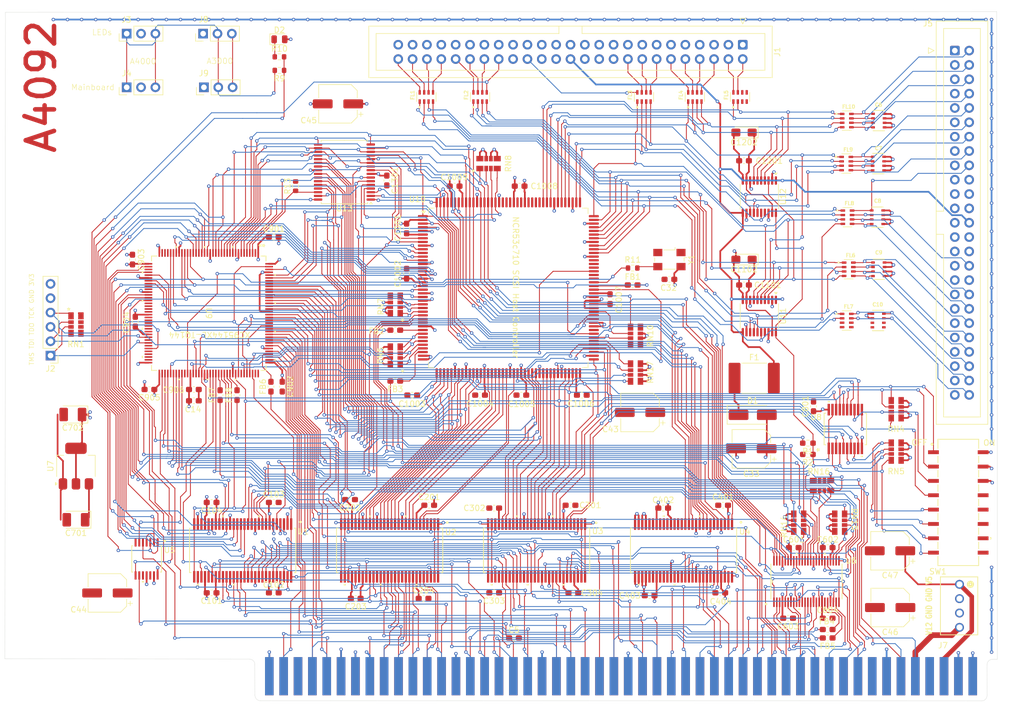
<source format=kicad_pcb>
(kicad_pcb (version 20241229) (generator "pcbnew") (generator_version "9.0")
  (layers (0 "F.Cu" signal) (4 "In1.Cu" signal) (6 "In2.Cu" signal) (2 "B.Cu" signal) (13 "F.Paste" user) (15 "B.Paste" user) (5 "F.SilkS" user "F.Silkscreen") (7 "B.SilkS" user "B.Silkscreen") (1 "F.Mask" user) (3 "B.Mask" user) (25 "Edge.Cuts" user))
  (net 0 "")
  (net 1 "GND")
  (net 2 "Net-(U12-VREF1)")
  (net 3 "Net-(U11-VREF1)")
  (net 4 "Z_DTACK")
  (net 5 "Net-(J5-Pin_8)")
  (net 6 "Net-(J5-Pin_4)")
  (net 7 "Net-(J5-Pin_2)")
  (net 8 "Net-(J5-Pin_6)")
  (net 9 "Net-(J5-Pin_16)")
  (net 10 "Net-(J5-Pin_10)")
  (net 11 "Net-(J5-Pin_12)")
  (net 12 "Net-(J5-Pin_14)")
  (net 13 "Net-(J5-Pin_32)")
  (net 14 "Net-(J5-Pin_36)")
  (net 15 "Net-(J5-Pin_18)")
  (net 16 "Net-(J5-Pin_38)")
  (net 17 "Net-(J5-Pin_44)")
  (net 18 "Net-(J5-Pin_42)")
  (net 19 "Net-(J5-Pin_40)")
  (net 20 "Net-(J5-Pin_46)")
  (net 25 "Net-(J5-Pin_50)")
  (net 26 "Net-(J5-Pin_48)")
  (net 27 "V5")
  (net 28 "Z_D16")
  (net 29 "Z_A20D12")
  (net 30 "Z_D23")
  (net 31 "Z_A13D5")
  (net 32 "Z_A6")
  (net 35 "Z_DS0")
  (net 36 "Z_A18D10")
  (net 37 "Z_D20")
  (net 39 "Z_D18")
  (net 40 "Z_DS2")
  (net 41 "V12")
  (net 42 "Z_FC0")
  (net 43 "Z_DOE")
  (net 45 "Z_READ")
  (net 46 "Z_BGn")
  (net 47 "Z_A16D8")
  (net 48 "Z_A25D25")
  (net 49 "Z_A12D4")
  (net 50 "Z_CINH")
  (net 51 "Z_DS3")
  (net 52 "Z_SLAVE")
  (net 54 "Z_A31D31")
  (net 55 "Z_A21D13")
  (net 56 "Z_A14D6")
  (net 57 "Z_INT2")
  (net 59 "Z_A29D29")
  (net 60 "Z_MTACK")
  (net 62 "Z_A9D1")
  (net 64 "Z_A4")
  (net 66 "Z_FC2")
  (net 67 "Z_A10D2")
  (net 68 "Z_IORST")
  (net 69 "Z_A8D0")
  (net 71 "Z_DS1")
  (net 72 "Z_MTCR")
  (net 73 "Z_CFGIN")
  (net 74 "Z_FCS")
  (net 76 "Z_D17")
  (net 78 "Z_7M")
  (net 80 "Z_D22")
  (net 81 "Z_A26D26")
  (net 82 "Z_A15D7")
  (net 83 "Z_A2")
  (net 84 "Z_A28D28")
  (net 87 "Z_A22D14")
  (net 89 "Z_FC1")
  (net 90 "Z_A3")
  (net 91 "Z_CFGOUT")
  (net 92 "Z_A24D24")
  (net 94 "Z_BRn")
  (net 95 "Z_A30D30")
  (net 96 "Z_D19")
  (net 97 "Z_A5")
  (net 98 "Z_A17D9")
  (net 100 "Z_A27D27")
  (net 101 "Z_A11D3")
  (net 102 "Z_A23D15")
  (net 103 "Z_A19D11")
  (net 104 "Z_A7")
  (net 105 "Z_D21")
  (net 106 "Net-(D1-K)")
  (net 107 "SCSI_TERMPWR")
  (net 108 "Net-(U10A-~{BR})")
  (net 109 "SBR")
  (net 110 "Net-(U10A-R_W)")
  (net 111 "PLD_READ")
  (net 112 "Net-(U10A-~{MASTER})")
  (net 113 "MASTER")
  (net 114 "Net-(U6-2B5)")
  (net 115 "Net-(U6-2B6)")
  (net 116 "SCTRL_SEL")
  (net 117 "SCTRL_REQ")
  (net 118 "SCTRL_CD")
  (net 119 "Net-(J1-Pin_44)")
  (net 120 "Net-(J1-Pin_50)")
  (net 121 "SCTRL_IO")
  (net 122 "Net-(J1-Pin_48)")
  (net 123 "Net-(J1-Pin_46)")
  (net 124 "SCTRL_RST")
  (net 125 "Net-(J1-Pin_38)")
  (net 126 "Net-(J1-Pin_42)")
  (net 127 "Net-(J1-Pin_40)")
  (net 128 "SCTRL_BSY")
  (net 129 "SCTRL_ACK")
  (net 130 "SCTRL_MSG")
  (net 131 "Net-(J1-Pin_32)")
  (net 132 "SCTRL_ATN")
  (net 133 "SCDAT6")
  (net 134 "Net-(J1-Pin_16)")
  (net 135 "Net-(J1-Pin_14)")
  (net 136 "Net-(J1-Pin_18)")
  (net 137 "SCDAT7")
  (net 138 "SCDATP")
  (net 139 "SCDAT5")
  (net 140 "SCDAT4")
  (net 141 "SCDAT3")
  (net 142 "Net-(J1-Pin_10)")
  (net 143 "Net-(J1-Pin_8)")
  (net 144 "Net-(J1-Pin_12)")
  (net 145 "SCDAT2")
  (net 146 "Net-(J1-Pin_6)")
  (net 147 "Net-(J1-Pin_4)")
  (net 150 "SCDAT1")
  (net 153 "Net-(J1-Pin_2)")
  (net 154 "SCDAT0")
  (net 161 "TDI")
  (net 162 "TCK")
  (net 163 "TDO")
  (net 164 "TMS")
  (net 165 "LEDR")
  (net 166 "CLK")
  (net 167 "DIP_SCSI_ADDR1")
  (net 168 "DIP_SCSI_ADDR2")
  (net 169 "DIP_SCSI_FAST")
  (net 170 "DIP_SCSI_ADDR0")
  (net 171 "DIP_EXT_TERM")
  (net 172 "DIP_SYNCH_MODE")
  (net 173 "DIP_SCSI_LUNS")
  (net 174 "DIP_LONG_SPINUP")
  (net 175 "CBACK")
  (net 176 "BERR")
  (net 177 "STERM")
  (net 178 "CBREQ")
  (net 179 "PLD_SIZ1")
  (net 180 "PLD_AS")
  (net 181 "PLD_SIZ0")
  (net 182 "A3")
  (net 183 "A0")
  (net 184 "A1")
  (net 185 "A2")
  (net 186 "LED")
  (net 187 "PLD_DS")
  (net 188 "IORST")
  (net 189 "BGACK")
  (net 190 "Net-(Y1-OUT)")
  (net 191 "CLK_50M")
  (net 192 "PLD_FC0")
  (net 193 "PLD_FC2")
  (net 194 "PLD_FC1")
  (net 195 "PLD_DS1")
  (net 196 "PLD_DS3")
  (net 197 "PLD_DS2")
  (net 198 "PLD_DS0")
  (net 199 "PLD_MTCR")
  (net 200 "PLD_DOE")
  (net 201 "DP0")
  (net 202 "DP2")
  (net 203 "DP3_ABRT")
  (net 204 "DP1")
  (net 205 "D2")
  (net 206 "D8")
  (net 207 "D13")
  (net 208 "Z2D")
  (net 209 "DBLT")
  (net 210 "D11")
  (net 211 "DBOE")
  (net 212 "D10")
  (net 213 "D4")
  (net 214 "D1")
  (net 215 "D6")
  (net 216 "D2Z")
  (net 217 "D12")
  (net 218 "D9")
  (net 219 "D15")
  (net 220 "D14")
  (net 221 "D7")
  (net 222 "D5")
  (net 223 "D3")
  (net 224 "D0")
  (net 225 "D31")
  (net 226 "D28")
  (net 227 "D22")
  (net 228 "D16")
  (net 229 "D24")
  (net 230 "D20")
  (net 231 "D17")
  (net 232 "D23")
  (net 233 "D19")
  (net 234 "D29")
  (net 235 "D26")
  (net 236 "D21")
  (net 237 "D25")
  (net 238 "D18")
  (net 239 "D27")
  (net 240 "D30")
  (net 241 "ABOEH")
  (net 242 "A29")
  (net 243 "A19")
  (net 244 "PLD_FCS")
  (net 245 "A16")
  (net 246 "A31")
  (net 247 "A27")
  (net 248 "A30")
  (net 249 "A28")
  (net 250 "BMASTER")
  (net 251 "A18")
  (net 252 "A21")
  (net 253 "A25")
  (net 254 "A17")
  (net 255 "A20")
  (net 256 "A24")
  (net 257 "A23")
  (net 258 "A26")
  (net 259 "A22")
  (net 261 "A10")
  (net 262 "A9")
  (net 263 "SREG")
  (net 266 "A5")
  (net 269 "SBG")
  (net 270 "A13")
  (net 271 "A8")
  (net 272 "A14")
  (net 275 "A4")
  (net 278 "NCR_INT")
  (net 279 "A11")
  (net 280 "A15")
  (net 281 "A12")
  (net 282 "SC0")
  (net 287 "A7")
  (net 288 "SLACK")
  (net 289 "A6")
  (net 293 "Z_LOCK")
  (net 295 "ABOEL")
  (net 296 "PLD_SID")
  (net 297 "Z_SENSEZ3")
  (net 298 "ROM_OE")
  (net 299 "ROM_WE")
  (net 306 "SCSI_BUSY")
  (net 307 "Z_BERR")
  (net 314 "Net-(D2-K)")
  (net 315 "V3_3")
  (net 335 "Net-(U9-P112)")
  (net 336 "Net-(U9-P94)")
  (net 337 "Net-(U9-P98)")
  (net 354 "LED3KPWR")
  (net 357 "ROM_CE")
  (net 364 "PLD_EXT_TERM")
  (footprint "Capacitor_SMD:C_0603_1608Metric_Pad1.08x0.95mm_HandSolder" (layer "F.Cu") (at 179.7 81 180)
    (property "Reference" "C1101")
    (property "Value" "100nF")
  )
  (footprint "CAY16_102J4LF:BO_CAY16" (layer "F.Cu") (at 118 84.5 180)
    (property "Reference" "RN7")
    (property "Value" "1K")
  )
  (footprint "Capacitor_SMD:C_0603_1608Metric_Pad1.08x0.95mm_HandSolder" (layer "F.Cu") (at 139 143.5)
    (property "Reference" "C5")
    (property "Value" "10pF")
  )
  (footprint "Capacitor_SMD:C_0603_1608Metric_Pad1.08x0.95mm_HandSolder" (layer "F.Cu") (at 85.5 135.5 180)
    (property "Reference" "C101")
    (property "Value" "100nF")
  )
  (footprint "Capacitor_SMD:CP_Elec_6.3x7.7" (layer "F.Cu") (at 161.3 103.57 180)
    (property "Reference" "C43")
    (property "Value" "47uF")
  )
  (footprint "DA1206D600R-10:FB_DA1206D600R-10" (layer "F.Cu") (at 162 47.7125 90)
    (property "Reference" "FL3")
    (property "Value" "DA1206D600R-10")
  )
  (footprint "Capacitor_SMD:C_0603_1608Metric_Pad1.08x0.95mm_HandSolder" (layer "F.Cu") (at 163 136 180)
    (property "Reference" "C403")
    (property "Value" "100nF")
  )
  (footprint "Capacitor_SMD:C_0603_1608Metric_Pad1.08x0.95mm_HandSolder" (layer "F.Cu") (at 116.5 62.5 -90)
    (property "Reference" "C1301")
    (property "Value" "100nF")
  )
  (footprint "74FCT16543:DL56" (layer "F.Cu") (at 143 128 -90)
    (property "Reference" "U3")
    (property "Value" "SN74ABT16543DGGR")
  )
  (footprint "CA0612KRNPO9BN101:CAP_CA0612_3P2X1P6_YAG" (layer "F.Cu") (at 203.550499 51.89)
    (property "Reference" "C6")
    (property "Value" "100pF")
  )
  (footprint "CAY16_102J4LF:BO_CAY16" (layer "F.Cu") (at 160.5 90)
    (property "Reference" "RN10")
    (property "Value" "1K")
  )
  (footprint "Capacitor_SMD:C_0603_1608Metric_Pad1.08x0.95mm_HandSolder" (layer "F.Cu") (at 149.5 135.5)
    (property "Reference" "C304")
    (property "Value" "100nF")
  )
  (footprint "DA1206D600R-10:FB_DA1206D600R-10" (layer "F.Cu") (at 179 47.7125 90)
    (property "Reference" "FL5")
    (property "Value" "DA1206D600R-10")
  )
  (footprint "CAY16_102J4LF:BO_CAY16" (layer "F.Cu") (at 160.5 96.5)
    (property "Reference" "RN17")
    (property "Value" "1K")
  )
  (footprint "CAY16_102J4LF:BO_CAY16" (layer "F.Cu") (at 196.6237 123.08471 180)
    (property "Reference" "RN15")
    (property "Value" "1K")
  )
  (footprint "Capacitor_Tantalum_SMD:CP_EIA-3528-15_AVX-H_HandSolder" (layer "F.Cu") (at 60.95 103.9325 180)
    (property "Reference" "C702")
    (property "Value" "22uF")
  )
  (footprint "Resistor_SMD:R_0603_1608Metric" (layer "F.Cu") (at 97.5 43 180)
    (property "Reference" "R9")
    (property "Value" "120")
  )
  (footprint "DA1206D600R-10:FB_DA1206D600R-10" (layer "F.Cu") (at 133 47.7125 90)
    (property "Reference" "FL2")
    (property "Value" "DA1206D600R-10")
  )
  (footprint "CAY16_102J4LF:BO_CAY16" (layer "F.Cu") (at 118 93.5 180)
    (property "Reference" "RN6")
    (property "Value" "1K")
  )
  (footprint "Connector_PinHeader_2.54mm:PinHeader_1x03_P2.54mm_Vertical" (layer "F.Cu") (at 70.475 46 90)
    (property "Reference" "J4")
    (property "Value" "TO-MB")
  )
  (footprint "Connector_IDC:IDC-Header_2x25_P2.54mm_Vertical" (layer "F.Cu") (at 179.48 38.46 -90)
    (property "Reference" "J1")
    (property "Value" "Conn_02x25_Odd_Even")
  )
  (footprint "Capacitor_SMD:C_0603_1608Metric_Pad1.08x0.95mm_HandSolder" (layer "F.Cu") (at 96 99 90)
    (property "Reference" "FB6")
    (property "Value" "60")
  )
  (footprint "Capacitor_SMD:C_0603_1608Metric_Pad1.08x0.95mm_HandSolder" (layer "F.Cu") (at 90 100.5 90)
    (property "Reference" "FB8")
    (property "Value" "60")
  )
  (footprint "Capacitor_SMD:C_0603_1608Metric_Pad1.08x0.95mm_HandSolder" (layer "F.Cu") (at 194.5 143.5 180)
    (property "Reference" "FB5")
    (property "Value" "60")
  )
  (footprint "DA1206D600R-10:FB_DA1206D600R-10" (layer "F.Cu") (at 197.786667 59.5)
    (property "Reference" "FL9")
    (property "Value" "DA1206D600R-10")
  )
  (footprint "Fuse:Fuse_2920_7451Metric_Pad2.10x5.45mm_HandSolder" (layer "F.Cu") (at 181.5 97.5)
    (property "Reference" "F1")
    (property "Value" "ASMDC185F/33-2")
  )
  (footprint "DA1206D600R-10:FB_DA1206D600R-10" (layer "F.Cu") (at 123.5 47.7125 90)
    (property "Reference" "FL1")
    (property "Value" "DA1206D600R-10")
  )
  (footprint "CAY16_102J4LF:BO_CAY16" (layer "F.Cu") (at 189.3763 123.08471 180)
    (property "Reference" "RN14")
    (property "Value" "1K")
  )
  (footprint "Capacitor_Tantalum_SMD:CP_EIA-3216-10_Kemet-I_HandSolder" (layer "F.Cu") (at 179.7 54 180)
    (property "Reference" "C1202")
    (property "Value" "4.7uF")
  )
  (footprint "Capacitor_SMD:C_0603_1608Metric_Pad1.08x0.95mm_HandSolder" (layer "F.Cu") (at 128.5 63.5 180)
    (property "Reference" "C1009")
    (property "Value" "100nF")
  )
  (footprint "Package_TO_SOT_SMD:SOT-223-3_TabPin2" (layer "F.Cu") (at 61.5 113.0675 90)
    (property "Reference" "U7")
    (property "Value" "AMS1117-3.3")
  )
  (footprint "Capacitor_SMD:C_0603_1608Metric_Pad1.08x0.95mm_HandSolder" (layer "F.Cu") (at 98 99 -90)
    (property "Reference" "C902")
    (property "Value" "100nF")
  )
  (footprint "Resistor_SMD:R_0603_1608Metric" (layer "F.Cu") (at 160 78 180)
    (property "Reference" "R11")
    (property "Value" "120")
  )
  (footprint "Capacitor_SMD:CP_Elec_6.3x7.7" (layer "F.Cu") (at 205.53 128.06 180)
    (property "Reference" "C47")
    (property "Value" "47uF")
  )
  (footprint "Capacitor_Tantalum_SMD:CP_EIA-3528-15_AVX-H_HandSolder" (layer "F.Cu") (at 61.5 122.5675 180)
    (property "Reference" "C701")
    (property "Value" "10uF")
  )
  (footprint "Capacitor_SMD:C_0603_1608Metric_Pad1.08x0.95mm_HandSolder" (layer "F.Cu") (at 160 81)
    (property "Reference" "FB1")
    (property "Value" "60")
  )
  (footprint "Capacitor_SMD:C_0603_1608Metric_Pad1.08x0.95mm_HandSolder" (layer "F.Cu") (at 120 71 90)
    (property "Reference" "C1001")
    (property "Value" "100nF")
  )
  (footprint "Capacitor_SMD:C_0603_1608Metric_Pad1.08x0.95mm_HandSolder" (layer "F.Cu") (at 118 89 180)
    (property "Reference" "FB2")
    (property "Value" "60")
  )
  (footprint "Capacitor_SMD:C_0603_1608Metric_Pad1.08x0.95mm_HandSolder" (layer "F.Cu") (at 124 120)
    (property "Reference" "C201")
    (property "Value" "100nF")
  )
  (footprint "Package_SO:TSSOP-20_4.4x6.5mm_P0.65mm" (layer "F.Cu") (at 182.4125 86.5 -90)
    (property "Reference" "U11")
    (property "Value" "DS21S07A")
  )
  (footprint "Capacitor_SMD:C_0603_1608Metric_Pad1.08x0.95mm_HandSolder" (layer "F.Cu") (at 166.5 80)
    (property "Reference" "C32")
    (property "Value" "10nF")
  )
  (footprint "DA1206D600R-10:FB_DA1206D600R-10" (layer "F.Cu") (at 197.881499 51.89)
    (property "Reference" "FL10")
    (property "Value" "DA1206D600R-10")
  )
  (footprint "kicad-official/Connector_IDC.pretty:IDC-Header_2x25_P2.54mm_Vertical" (layer "F.Cu") (at 217 39.5)
    (property "Reference" "J5")
    (property "Value" "Conn_02x25_Odd_Even")
  )
  (footprint "CAY16_102J4LF:BO_CAY16" (layer "F.Cu") (at 193.5 116.5 90)
    (property "Reference" "RN16")
    (property "Value" "1K")
  )
  (footprint "Capacitor_SMD:C_0603_1608Metric_Pad1.08x0.95mm_HandSolder" (layer "F.Cu") (at 179.7 59 180)
    (property "Reference" "C1201")
    (property "Value" "100nF")
  )
  (footprint "74FCT16543:DL56" (layer "F.Cu") (at 91 128 -90)
    (property "Reference" "U1")
    (property "Value" "SN74ABT16543DGGR")
  )
  (footprint "Capacitor_SMD:CP_Elec_6.3x7.7" (layer "F.Cu") (at 205.56 138.11 180)
    (property "Reference" "C46")
    (property "Value" "47uF")
  )
  (footprint "CAY16_102J4LF:BO_CAY16" (layer "F.Cu") (at 134.5 59.5 90)
    (property "Reference" "RN8")
    (property "Value" "1K")
  )
  (footprint "Capacitor_SMD:CP_Elec_6.3x7.7" (layer "F.Cu") (at 107.86 48.93 180)
    (property "Reference" "C45")
    (property "Value" "47uF")
  )
  (footprint "Capacitor_SMD:C_0603_1608Metric_Pad1.08x0.95mm_HandSolder" (layer "F.Cu") (at 151 100.5)
    (property "Reference" "C1006")
    (property "Value" "10nF")
  )
  (footprint "Capacitor_SMD:C_0603_1608Metric_Pad1.08x0.95mm_HandSolder" (layer "F.Cu") (at 175.5 135.5)
    (property "Reference" "C404")
    (property "Value" "100nF")
  )
  (footprint "Capacitor_SMD:C_0603_1608Metric_Pad1.08x0.95mm_HandSolder" (layer "F.Cu") (at 165.39615 120.5)
    (property "Reference" "C402")
    (property "Value" "100nF")
  )
  (footprint "Capacitor_SMD:C_0603_1608Metric_Pad1.08x0.95mm_HandSolder" (layer "F.Cu") (at 82.3625 101.5)
    (property "Reference" "C14")
    (property "Value" "100nF")
  )
  (footprint "CA0612KRNPO9BN101:CAP_CA0612_3P2X1P6_YAG" (layer "F.Cu") (at 203.471667 59.5)
    (property "Reference" "C7")
    (property "Value" "100pF")
  )
  (footprint "Capacitor_SMD:C_0603_1608Metric_Pad1.08x0.95mm_HandSolder" (layer "F.Cu") (at 120 79 90)
    (property "Reference" "C1002")
    (property "Value" "10nF")
  )
  (footprint "74FCT16543:DL56" (layer "F.Cu") (at 117 128 -90)
    (property "Reference" "U2")
    (property "Value" "SN74ABT16543DGGR")
  )
  (footprint "Capacitor_SMD:C_0603_1608Metric_Pad1.08x0.95mm_HandSolder" (layer "F.Cu") (at 133 100.5)
    (property "Reference" "C1004")
    (property "Value" "10nF")
  )
  (footprint "Capacitor_SMD:C_0603_1608Metric_Pad1.08x0.95mm_HandSolder" (layer "F.Cu") (at 110 119 180)
    (property "Reference" "C202")
    (property "Value" "100nF")
  )
  (footprint "Capacitor_SMD:C_0603_1608Metric_Pad1.08x0.95mm_HandSolder" (layer "F.Cu") (at 71.5 76.5 90)
    (property "Reference" "C903")
    (property "Value" "100nF")
  )
  (footprint "Capacitor_SMD:C_0603_1608Metric_Pad1.08x0.95mm_HandSolder" (layer "F.Cu") (at 188.5 127.5)
    (property "Reference" "C601")
    (property "Value" "100nF")
  )
  (footprint "Capacitor_SMD:C_0603_1608Metric_Pad1.08x0.95mm_HandSolder" (layer "F.Cu") (at 140 63.5)
    (property "Reference" "C1008")
    (property "Value" "10nF")
  )
  (footprint "LED_SMD:LED_0805_2012Metric" (layer "F.Cu") (at 97.5 37.5)
    (property "Reference" "D2")
    (property "Value" "LED (green)")
  )
  (footprint "22112042:CONN_A-6373-04A_MOL" (layer "F.Cu") (at 217.827501 134 -90)
    (property "Reference" "J7")
    (property "Value" "22112042")
  )
  (footprint "Capacitor_SMD:C_0603_1608Metric_Pad1.08x0.95mm_HandSolder" (layer "F.Cu") (at 194.5 140)
    (property "Reference" "C604")
    (property "Value" "100nF")
  )
  (footprint "DA1206D600R-10:FB_DA1206D600R-10" (layer "F.Cu") (at 198.227166 78.216666)
    (property "Reference" "FL6")
    (property "Value" "DA1206D600R-10")
  )
  (footprint "Capacitor_SMD:C_0603_1608Metric_Pad1.08x0.95mm_HandSolder" (layer "F.Cu") (at 96.5 119.5)
    (property "Reference" "C103")
    (property "Value" "100nF")
  )
  (footprint "CAY16_102J4LF:BO_CAY16" (layer "F.Cu") (at 206.6242 110.5)
    (property "Reference" "RN5")
    (property "Value" "1K")
  )
  (footprint "DA1206D600R-10:FB_DA1206D600R-10" (layer "F.Cu") (at 197.865499 87.289999)
    (property "Reference" "FL7")
    (property "Value" "DA1206D600R-10")
  )
  (footprint "Zorro3:Zorro3-CardEdge" (layer "F.Cu") (at 95.71 150.26)
    (property "Reference" "CN1" (hide yes))
    (property "Value" "Zorro3")
  )
  (footprint "DA1206D600R-10:FB_DA1206D600R-10" (layer "F.Cu") (at 171 47.7125 90)
    (property "Reference" "FL4")
    (property "Value" "DA1206D600R-10")
  )
  (footprint "Package_SO:TSSOP-20_4.4x6.5mm_P0.65mm" (layer "F.Cu") (at 182.4125 65.3625 -90)
    (property "Reference" "U12")
    (property "Value" "DS21S07A")
  )
  (footprint "Capacitor_SMD:C_0603_1608Metric_Pad1.08x0.95mm_HandSolder" (layer "F.Cu") (at 194.5 127.5)
    (property "Reference" "C602")
    (property "Value" "100nF")
  )
  (footprint "Capacitor_SMD:C_0603_1608Metric_Pad1.08x0.95mm_HandSolder" (layer "F.Cu") (at 194.5 142 180)
    (property "Reference" "FB4")
    (property "Value" "60")
  )
  (footprint "CA0612KRNPO9BN101:CAP_CA0612_3P2X1P6_YAG" (layer "F.Cu") (at 203.427166 87.289999 180)
    (property "Reference" "C10")
    (property "Value" "100pF")
  )
  (footprint "Capacitor_SMD:CP_Elec_6.3x7.7" (layer "F.Cu") (at 181 110 180)
    (property "Reference" "C33")
    (property "Value" "47uF")
  )
  (footprint "Oscillator:Oscillator_SMD_Fox_FT5H_5.0x3.2mm" (layer "F.Cu") (at 166.5 76.5 -90)
    (property "Reference" "Y1")
    (property "Value" "Abracon ACO-50MHz")
  )
  (footprint "XC95144XL_5TQG144C:144-TQFP_XIL" (layer "F.Cu") (at 85 86 -90)
    (property "Reference" "U9")
    (property "Value" "XC95144XL-TQ144")
  )
  (footprint "Capacitor_Tantalum_SMD:CP_EIA-3216-10_Kemet-I_HandSolder" (layer "F.Cu") (at 179.7 76.5 180)
    (property "Reference" "C1102")
    (property "Value" "4.7uF")
  )
  (footprint "Capacitor_SMD:C_0603_1608Metric_Pad1.08x0.95mm_HandSolder" (layer "F.Cu") (at 156 83.5 -90)
    (property "Reference" "C1007")
    (property "Value" "100nF")
  )
  (footprint "Capacitor_SMD:C_0603_1608Metric_Pad1.08x0.95mm_HandSolder" (layer "F.Cu") (at 96.5 72.5)
    (property "Reference" "C901")
    (property "Value" "100nF")
  )
  (footprint "219_8MST:SO16_219-8_CTS" (layer "F.Cu") (at 217.6128 119.5)
    (property "Reference" "SW1")
    (property "Value" "219-8MST")
  )
  (footprint "Capacitor_SMD:C_0603_1608Metric_Pad1.08x0.95mm_HandSolder" (layer "F.Cu") (at 111 136.5 180)
    (property "Reference" "C203")
    (property "Value" "100nF")
  )
  (footprint "CAY16_102J4LF:BO_CAY16" (layer "F.Cu") (at 206.6242 103)
    (property "Reference" "RN4")
    (property "Value" "1K")
  )
  (footprint "Diode_SMD:D_SMA_Handsoldering" (layer "F.Cu") (at 181.2325 104)
    (property "Reference" "D1")
    (property "Value" "SS24")
  )
  (footprint "Connector_PinHeader_2.54mm:PinHeader_1x03_P2.54mm_Vertical" (layer "F.Cu") (at 84.1375 46 90)
    (property "Reference" "J9")
    (property "Value" "TO-A3000-MB")
  )
  (footprint "Capacitor_SMD:C_0603_1608Metric_Pad1.08x0.95mm_HandSolder" (layer "F.Cu") (at 85.5 119.5 180)
    (property "Reference" "C104")
    (property "Value" "100nF")
  )
  (footprint "Capacitor_SMD:C_0603_1608Metric_Pad1.08x0.95mm_HandSolder" (layer "F.Cu") (at 74.5 99.5 180)
    (property "Reference" "C905")
    (property "Value" "100nF")
  )
  (footprint "SN74F244DB:DB20" (layer "F.Cu") (at 197.6242 106.5 90)
    (property "Reference" "U8")
    (property "Value" "SN74F244DB")
  )
  (footprint "Resistor_SMD:R_0603_1608Metric" (layer "F.Cu") (at 97.5 40.605)
    (property "Reference" "R10")
    (property "Value" "2.2k")
  )
  (footprint "Capacitor_SMD:C_0603_1608Metric_Pad1.08x0.95mm_HandSolder" (layer "F.Cu") (at 123 136.5)
    (property "Reference" "C204")
    (property "Value" "100nF")
  )
  (footprint "Resistor_SMD:R_0603_1608Metric" (layer "F.Cu") (at 100.365 63.5 90)
    (property "Reference" "R13")
    (property "Value" "1K")
  )
  (footprint "Capacitor_SMD:C_0603_1608Metric_Pad1.08x0.95mm_HandSolder" (layer "F.Cu") (at 176 120)
    (property "Reference" "C401")
    (property "Value" "100nF")
  )
  (footprint "Capacitor_SMD:C_0603_1608Metric_Pad1.08x0.95mm_HandSolder" (layer "F.Cu") (at 82.3625 99.5)
    (property "Reference" "C906")
    (property "Value" "100nF")
  )
  (footprint "Capacitor_SMD:C_0603_1608Metric_Pad1.08x0.95mm_HandSolder" (layer "F.Cu") (at 121 100.5 180)
    (property "Reference" "C1003")
    (property "Value" "100nF")
  )
  (footprint "Resistor_SMD:R_0603_1608Metric_Pad0.98x0.95mm_HandSolder" (layer "F.Cu") (at 191 109 180)
    (property "Reference" "R1")
    (property "Value" "0")
  )
  (footprint "74FCT16543:DL56" (layer "F.Cu") (at 169 128 -90)
    (property "Reference" "U4")
    (property "Value" "SN74ABT16543DGGR")
  )
  (footprint "Capacitor_SMD:C_0603_1608Metric_Pad1.08x0.95mm_HandSolder" (layer "F.Cu") (at 72 87.5 -90)
    (property "Reference" "C904")
    (property "Value" "100nF")
  )
  (footprint "74LVC07APW_118:TSSOP14_5P1X4P5_NEX" (layer "F.Cu") (at 74 129.5 -90)
    (property "Reference" "U5")
    (property "Value" "74LVC07APW_118")
  )
  (footprint "CA0612KRNPO9BN101:CAP_CA0612_3P2X1P6_YAG" (layer "F.Cu") (at 203.308333 69)
    (property "Reference" "C8")
    (property "Value" "100pF")
  )
  (footprint "DA1206D600R-10:FB_DA1206D600R-10" (layer "F.Cu") (at 198 69)
    (property "Reference" "FL8")
    (property "Value" "DA1206D600R-10")
  )
  (footprint "Capacitor_SMD:C_0603_1608Metric_Pad1.08x0.95mm_HandSolder" (layer "F.Cu") (at 118 98 180)
    (property "Reference" "FB3")
    (property "Value" "60")
  )
  (footprint "Connector_PinHeader_2.54mm:PinHeader_1x03_P2.54mm_Vertical" (layer "F.Cu") (at 70.475 36.5 90)
    (property "Reference" "J3")
    (property "Value" "TO-LED")
  )
  (footprint "Capacitor_SMD:C_0603_1608Metric_Pad1.08x0.95mm_HandSolder" (layer "F.Cu") (at 140.305 100.5 180)
    (property "Reference" "C1005")
    (property "Value" "100nF")
  )
  (footprint "Resistor_SMD:R_0603_1608Metric_Pad0.98x0.95mm_HandSolder" (layer "F.Cu") (at 191 111 180)
    (property "Reference" "R2")
    (property "Value" "4K7")
  )
  (footprint "Capacitor_SMD:C_0603_1608Metric_Pad1.08x0.95mm_HandSolder" (layer "F.Cu") (at 87 100.5 90)
    (property "Reference" "FB7")
    (property "Value" "60")
  )
  (footprint "CA0612KRNPO9BN101:CAP_CA0612_3P2X1P6_YAG" (layer "F.Cu") (at 203.542166 78.216666)
    (property "Reference" "C9")
    (property "Value" "100pF")
  )
  (footprint "Capacitor_SMD:C_0603_1608Metric_Pad1.08x0.95mm_HandSolder" (layer "F.Cu") (at 149 120)
    (property "Reference" "C301")
    (property "Value" "100nF")
  )
  (footprint "Capacitor_SMD:C_0603_1608Metric_Pad1.08x0.95mm_HandSolder" (layer "F.Cu") (at 192 102.5 90)
    (property "Reference" "C801")
    (property "Value" "100nF")
  )
  (footprint "CAY16_102J4LF:BO_CAY16" (layer "F.Cu") (at 61.5 88)
    (property "Reference" "RN1")
    (property "Value" "4.7K")
  )
  (footprint "Capacitor_SMD:C_0603_1608Metric_Pad1.08x0.95mm_HandSolder" (layer "F.Cu") (at 187.5 140 180)
    (property "Reference" "C603")
    (property "Value" "100nF")
  )
  (footprint "Package_QFP:PQFP-160_28x28mm_P0.65mm" (layer "F.Cu") (at 138 81.5)
    (property "Reference" "U10")
    (property "Value" "NCR53c710 SCSI Host Controller")
  )
  (footprint "Capacitor_SMD:C_0603_1608Metric_Pad1.08x0.95mm_HandSolder" (layer "F.Cu") (at 135.5 135.5 180)
    (property "Reference" "C303")
    (property "Value" "100nF")
  )
  (footprint "Capacitor_SMD:CP_Elec_6.3x7.7" (layer "F.Cu") (at 67.06 135.53 180)
    (property "Reference" "C44")
    (property "Value" "47uF")
  )
  (footprint "Capacitor_SMD:C_0603_1608Metric_Pad1.08x0.95mm_HandSolder" (layer "F.Cu") (at 96.5 135.5)
    (property "Reference" "C102")
    (property "Value" "100nF")
  )
  (footprint "Capacitor_SMD:C_0603_1608Metric_Pad1.08x0.95mm_HandSolder" (layer "F.Cu") (at 135.5 120.5)
    (property "Reference" "C302")
    (property "Value" "100nF")
  )
  (footprint "SN74ABT16245ADGGR:DGG48" (layer "F.Cu") (at 190.750001 133.5 90)
    (property "Reference" "U6")
    (property "Value" "SN74ABT16245ADGGR")
  )
  (footprint "Connector_PinHeader_2.54mm:PinHeader_1x03_P2.54mm_Vertical" (layer "F.Cu") (at 84 36.5 90)
    (property "Reference" "J8")
    (property "Value" "TO-A3000-LED")
  )
  (footprint "Connector_PinHeader_2.54mm:PinHeader_1x06_P2.54mm_Vertical" (layer "F.Cu") (at 57 93.5 180)
    (property "Reference" "J2")
    (property "Value" "Conn_01x06_Pin")
  )
  (footprint "Package_SO:TSSOP-32_8x11mm_P0.65mm" (layer "F.Cu") (at 109 61 180)
    (property "Reference" "U13")
    (property "Value" "SST39SF010/020/040")
  )
  (gr_arc (start 222.704106 153.674106) (mid 222.42 154.36) (end 221.734106 154.644106) (stroke (width 0.05)) (layer "Edge.Cuts"))
  (gr_line (start 224.52 147.278171) (end 224.431482 32.589719) (stroke (width 0.05)) (layer "Edge.Cuts"))
  (gr_arc (start 92.184106 147.235894) (mid 92.87 147.52) (end 93.154106 148.205894) (stroke (width 0.05)) (layer "Edge.Cuts"))
  (gr_line (start 48.93 147.19) (end 92.184106 147.235895) (stroke (width 0.05)) (layer "Edge.Cuts"))
  (gr_line (start 223.665894 147.278172) (end 224.52 147.278171) (stroke (width 0.05)) (layer "Edge.Cuts"))
  (gr_line (start 94.1359 154.604106) (end 221.734106 154.644106) (stroke (width 0.05)) (layer "Edge.Cuts"))
  (gr_arc (start 222.695895 148.255894) (mid 222.982265 147.564541) (end 223.673618 147.278171) (stroke (width 0.05)) (layer "Edge.Cuts"))
  (gr_line (start 93.154106 148.2059) (end 93.165894 153.6341) (stroke (width 0.05)) (layer "Edge.Cuts"))
  (gr_line (start 49.028921 32.690043) (end 48.93 147.19) (stroke (width 0.05)) (layer "Edge.Cuts"))
  (gr_line (start 224.431482 32.589719) (end 49.028921 32.690043) (stroke (width 0.05)) (layer "Edge.Cuts"))
  (gr_arc (start 94.135894 154.604106) (mid 93.45 154.32) (end 93.165894 153.634106) (stroke (width 0.05)) (layer "Edge.Cuts"))
  (gr_line (start 222.695895 148.255894) (end 222.704106 153.674106) (stroke (width 0.05)) (layer "Edge.Cuts"))
  (gr_text "A4092\n" (at 58.27 58.05 90) (layer "F.Cu") (effects (font (size 5 5) (thickness 0.8)) (justify left bottom)))
  (gr_text "V12 GND GND V5" (at 213.02 143.08 90) (layer "F.SilkS") (effects (font (size 1 0.8) (thickness 0.2) (bold yes)) (justify left bottom)))
  (gr_text "A3000\n" (at 84.56 41.94 0) (layer "F.SilkS") (effects (font (size 1 1) (thickness 0.1)) (justify left bottom)))
  (gr_text "XC95144XL-TQ144" (at 85.14 89.82 180) (layer "F.SilkS") (effects (font (size 1 1))))
  (gr_text "LEDs" (at 64.29 36.85 0) (layer "F.SilkS") (effects (font (size 1 1) (thickness 0.1)) (justify left bottom)))
  (gr_text "Mainboard\n" (at 60.59 46.58 0) (layer "F.SilkS") (effects (font (size 1 1) (thickness 0.1)) (justify left bottom)))
  (gr_text "TMS TDI TDO TCK GND 3V3" (at 54.13 95.28 90) (layer "F.SilkS") (effects (font (size 0.8 0.8) (thickness 0.1)) (justify left bottom)))
  (gr_text "NCR53c710 SCSI Host Controller" (at 139.31 81.42 270) (layer "F.SilkS") (effects (font (size 1 1))))
  (gr_text "A4000\n" (at 70.97 41.99 0) (layer "F.SilkS") (effects (font (size 1 1) (thickness 0.1)) (justify left bottom)))
  (segment (start 161.0625 123.33275) (end 161.0625 121.8125) (width 0.3) (layer "F.Cu") (net 1))
  (segment (start 133.775 98.9125) (end 133.8625 99) (width 0.3) (layer "F.Cu") (net 1))
  (segment (start 204.612956 77.816667) (end 204.600667 77.804378) (width 0.3) (layer "F.Cu") (net 1))
  (segment (start 195 129.8297) (end 195 128.700957) (width 0.3) (layer "F.Cu") (net 1))
  (segment (start 84.3325 134.1675) (end 84.3325 132.66725) (width 0.3) (layer "F.Cu") (net 1))
  (segment (start 205.517658 68.600001) (end 204.325785 68.600001) (width 0.3) (layer "F.Cu") (net 1))
  (segment (start 195 137.1703) (end 195 135.750001) (width 0.3) (layer "F.Cu") (net 1))
  (segment (start 110.3165 132.68325) (end 110.3165 135.3165) (width 0.3) (layer "F.Cu") (net 1))
  (segment (start 186.500002 139.862502) (end 186.500002 137.1703) (width 0.3) (layer "F.Cu") (net 1))
  (segment (start 200.549198 109.929) (end 200.549198 108.075002) (width 0.3) (layer "F.Cu") (net 1))
  (segment (start 110.3325 123.33275) (end 110.3325 120.195) (width 0.3) (layer "F.Cu") (net 1))
  (segment (start 223.620235 116.000235) (end 223.31 115.69) (width 0.3) (layer "F.Cu") (net 1))
  (segment (start 186.6375 140) (end 186.500002 139.862502) (width 0.3) (layer "F.Cu") (net 1))
  (segment (start 93.2225 134.2025) (end 93.2225 132.66725) (width 0.3) (layer "F.Cu") (net 1))
  (segment (start 205.682119 79.404377) (end 206.140893 78.945603) (width 0.3) (layer "F.Cu") (net 1))
  (segment (start 204.325785 68.600001) (end 204.322222 68.596438) (width 0.3) (layer "F.Cu") (net 1))
  (segment (start 119.2225 121.56) (end 119.2225 123.33275) (width 0.3) (layer "F.Cu") (net 1))
  (segment (start 149.375 67.875) (end 149.375 66.375) (width 0.3) (layer "F.Cu") (net 1))
  (segment (start 140.925 64.5625) (end 140.8625 64.5) (width 0.3) (layer "F.Cu") (net 1))
  (segment (start 83.0625 121.56) (end 83.0025 121.5) (width 0.3) (layer "F.Cu") (net 1))
  (segment (start 133.8625 99) (end 133.8625 100.5) (width 0.3) (layer "F.Cu") (net 1))
  (segment (start 189.500001 129.8297) (end 189.500001 127.637501) (width 0.3) (layer "F.Cu") (net 1))
  (segment (start 127.925 64.575) (end 127.925 66.375) (width 0.3) (layer "F.Cu") (net 1))
  (segment (start 179.4875 61.4725) (end 178.8375 60.8225) (width 0.3) (layer "F.Cu") (net 1))
  (segment (start 122.875 69.475) (end 120.6625 69.475) (width 0.3) (layer "F.Cu") (net 1))
  (segment (start 184.6875 62.5) (end 184.6875 61.3125) (width 0.3) (layer "F.Cu") (net 1))
  (segment (start 74 132.42735) (end 74 134) (width 0.3) (layer "F.Cu") (net 1))
  (segment (start 204.322222 69.396436) (end 204.325785 69.399999) (width 0.3) (layer "F.Cu") (net 1))
  (segment (start 205.775445 53.108302) (end 204.576446 53.108302) (width 0.3) (layer "F.Cu") (net 1))
  (segment (start 206.146104 77.450814) (end 205.780251 77.816667) (width 0.3) (layer "F.Cu") (net 1))
  (segment (start 204.322222 70.196437) (end 204.325785 70.2) (width 0.3) (layer "F.Cu") (net 1))
  (segment (start 72.75 94.75) (end 72.5 95) (width 0.3) (layer "F.Cu") (net 1))
  (segment (start 205.780251 77.816667) (end 204.612956 77.816667) (width 0.3) (layer "F.Cu") (net 1))
  (segment (start 162.3325 134.1675) (end 162 134.5) (width 0.3) (layer "F.Cu") (net 1))
  (segment (start 180.7875 63.7875) (end 181 64) (width 0.3) (layer "F.Cu") (net 1))
  (segment (start 140.8625 62.5) (end 140.8625 63.5) (width 0.3) (layer "F.Cu") (net 1))
  (segment (start 83.225 101.5) (end 83.225 99.5) (width 0.3) (layer "F.Cu") (net 1))
  (segment (start 133.775 95.275) (end 133.775 96.625) (width 0.3) (layer "F.Cu") (net 1))
  (segment (start 97.3625 73.651) (end 97.3625 72.5) (width 0.3) (layer "F.Cu") (net 1))
  (segment (start 178.8375 81.8225) (end 178.8375 81) (width 0.3) (layer "F.Cu") (net 1))
  (segment (start 73.25 82.25) (end 73 82) (width 0.3) (layer "F.Cu") (net 1))
  (segment (start 162.3325 121.8325) (end 162 121.5) (width 0.3) (layer "F.Cu") (net 1))
  (segment (start 122.875 74.025) (end 124.475 74.025) (width 0.3) (layer "F.Cu") (net 1))
  (segment (start 204.600667 78.604376) (end 205.799666 78.604376) (width 0.3) (layer "F.Cu") (net 1))
  (segment (start 192.000001 131.25) (end 192.000001 129.8297) (width 0.3) (layer "F.Cu") (net 1))
  (segment (start 201.365499 86.399999) (end 201.8555 86.89) (width 0.3) (layer "F.Cu") (net 1))
  (segment (start 180.7875 62.5) (end 180.7875 63.7875) (width 0.3) (layer "F.Cu") (net 1))
  (segment (start 201.365499 86.399999) (end 201.675499 86.089999) (width 0.3) (layer "F.Cu") (net 1))
  (segment (start 206.146104 77.450814) (end 205.711956 77.016666) (width 0.3) (layer "F.Cu") (net 1))
  (segment (start 178.8375 79.5525) (end 177.9 78.615) (width 0.3) (layer "F.Cu") (net 1))
  (segment (start 84.249999 96.67435) (end 84.249999 97.749999) (width 0.3) (layer "F.Cu") (net 1))
  (segment (start 58.25 103.9325) (end 58.25 111.20415) (width 0.3) (layer "F.Cu") (net 1))
  (segment (start 180.1375 69.5) (end 180.1375 68.225) (width 0.3) (layer "F.Cu") (net 1))
  (segment (start 151.5 73.375) (end 153.125 73.375) (width 0.3) (layer "F.Cu") (net 1))
  (segment (start 88.7775 134.365) (end 88.7775 132.66725) (width 0.3) (layer "F.Cu") (net 1))
  (segment (start 96.75 77.25) (end 95.67435 77.25) (width 0.3) (layer "F.Cu") (net 1))
  (segment (start 204.612956 77.016666) (end 204.600667 77.004377) (width 0.3) (layer "F.Cu") (net 1))
  (segment (start 108.41 150.26) (end 108.41 145.5) (width 0.3) (layer "F.Cu") (net 1))
  (segment (start 175.6515 134.789) (end 176.3625 135.5) (width 0.3) (layer "F.Cu") (net 1))
  (segment (start 84.3325 132.66725) (end 84.3325 135.195) (width 0.3) (layer "F.Cu") (net 1))
  (segment (start 74.32565 94.75) (end 72.75 94.75) (width 0.3) (layer "F.Cu") (net 1))
  (segment (start 195.3625 126.6375) (end 195.3625 127.5) (width 0.3) (layer "F.Cu") (net 1))
  (segment (start 206.036667 58.75) (end 205.686666 59.100001) (width 0.3) (layer "F.Cu") (net 1))
  (segment (start 70.5 75.6375) (end 71.5 75.6375) (width 0.3) (layer "F.Cu") (net 1))
  (segment (start 75.3 133.8) (end 75.3 132.42735) (width 0.3) (layer "F.Cu") (net 1))
  (segment (start 205.871222 68.246437) (end 205.424785 67.8) (width 0.3) (layer "F.Cu") (net 1))
  (segment (start 110.1375 136.5) (end 110.1375 135.4955) (width 0.3) (layer "F.Cu") (net 1))
  (segment (start 179.4875 82.4725) (end 178.8375 81.8225) (width 0.3) (layer "F.Cu") (net 1))
  (segment (start 85.25 76.75) (end 85.25 75.32565) (width 0.3) (layer "F.Cu") (net 1))
  (segment (start 176.8625 120) (end 176.8625 121.3625) (width 0.3) (layer "F.Cu") (net 1))
  (segment (start 84.6375 118.5) (end 84.6375 119.5) (width 0.3) (layer "F.Cu") (net 1))
  (segment (start 59.2 116.2175) (end 59.2 116.98085) (width 0.3) (layer "F.Cu") (net 1))
  (segment (start 124.475 74.025) (end 124.5 74) (width 0.3) (layer "F.Cu") (net 1))
  (segment (start 161.6975 132.66725) (end 161.6975 134.1975) (width 0.3) (layer "F.Cu") (net 1))
  (segment (start 204.325785 70.2) (end 205.407237 70.2) (width 0.3) (layer "F.Cu") (net 1))
  (segment (start 171.2225 130.9275) (end 171.5 130.65) (width 0.3) (layer "F.Cu") (net 1))
  (segment (start 153.125 84.425) (end 155.9375 84.425) (width 0.3) (layer "F.Cu") (net 1))
  (segment (start 132.475 64.975) (end 132.475 66.375) (width 0.3) (layer "F.Cu") (net 1))
  (segment (start 138.325 95.175) (end 138.325 96.625) (width 0.3) (layer "F.Cu") (net 1))
  (segment (start 178.8375 57.8225) (end 177.9 56.885) (width 0.3) (layer "F.Cu") (net 1))
  (segment (start 127.6375 63.5) (end 127.6375 64.2875) (width 0.3) (layer "F.Cu") (net 1))
  (segment (start 205.711956 77.016666) (end 204.612956 77.016666) (width 0.3) (layer "F.Cu") (net 1))
  (segment (start 171.2225 132.66725) (end 171.2225 130.9275) (width 0.3) (layer "F.Cu") (net 1))
  (segment (start 201.8555 86.89) (end 202.411166 86.89) (width 0.3) (layer "F.Cu") (net 1))
  (segment (start 133.775 96.625) (end 133.775 98.9125) (width 0.3) (layer "F.Cu") (net 1))
  (segment (start 151.525 93.525) (end 153.125 93.525) (width 0.3) (layer "F.Cu") (net 1))
  (segment (start 84.249999 97.749999) (end 84.5 98) (width 0.3) (layer "F.Cu") (net 1))
  (segment (start 160.4275 121.8225) (end 160.75 121.5) (width 0.3) (layer "F.Cu") (net 1))
  (segment (start 124.8625 118.6375) (end 124.8625 120) (width 0.3) (layer "F.Cu") (net 1))
  (segment (start 166.7775 132.66725) (end 166.7775 130.1705) (width 0.3) (layer "F.Cu") (net 1))
  (segment (start 95.71 146) (end 95.71 150.26) (width 0.3) (layer "F.Cu") (net 1))
  (segment (start 136.3325 123.33275) (end 136.3325 120.53) (width 0.3) (layer "F.Cu") (net 1))
  (segment (start 204.325785 67.8) (end 204.322222 67.796437) (width 0.3) (layer "F.Cu") (net 1))
  (segment (start 110.95 150.26) (end 110.95 146) (width 0.3) (layer "F.Cu") (net 1))
  (segment (start 205.424785 67.8) (end 204.325785 67.8) (width 0.3) (layer "F.Cu") (net 1))
  (segment (start 223.31 115.69) (end 222.007 115.69) (width 0.3) (layer "F.Cu") (net 1))
  (segment (start 146.125 67.875) (end 146.125 66.375) (width 0.3) (layer "F.Cu") (net 1))
  (segment (start 161.6975 134.1975) (end 162 134.5) (width 0.3) (layer "F.Cu") (net 1))
  (segment (start 161.0625 122.0625) (end 161.0625 123.33275) (width 0.3) (layer "F.Cu") (net 1))
  (segment (start 84.3325 135.195) (end 84.6375 135.5) (width 0.3) (layer "F.Cu") (net 1))
  (segment (start 192.000001 135.75) (end 192.000001 137.1703) (width 0.3) (layer "F.Cu") (net 1))
  (segment (start 195 128.700957) (end 195.3625 128.338458) (width 0.3) (layer "F.Cu") (net 1))
  (segment (start 151.5 70.125) (end 153.125 70.125) (width 0.3) (layer "F.Cu") (net 1))
  (segment (start 97.3625 135.5) (end 97.3625 134.5625) (width 0.3) (layer "F.Cu") (net 1))
  (segment (start 160.4275 123.33275) (end 160.4275 121.8225) (width 0.3) (layer "F.Cu") (net 1))
  (segment (start 171.2225 125) (end 171.2225 123.33275) (width 0.3) (layer "F.Cu") (net 1))
  (segment (start 179.4875 83.6375) (end 179.4875 82.4725) (width 0.3) (layer "F.Cu") (net 1))
  (segment (start 76 74) (end 76.25 74.25) (width 0.3) (layer "F.Cu") (net 1))
  (segment (start 177.9 78.615) (end 177.9 76.5) (width 0.3) (layer "F.Cu") (net 1))
  (segment (start 206.125446 52.758301) (end 205.775445 53.108302) (width 0.3) (layer "F.Cu") (net 1))
  (segment (start 160.4275 122.0725) (end 160.4275 123.33275) (width 0.3) (layer "F.Cu") (net 1))
  (segment (start 180.1375 89.3625) (end 180.1375 88.1375) (width 0.3) (layer "F.Cu") (net 1))
  (segment (start 120.2125 77.925) (end 120 78.1375) (width 0.3) (layer "F.Cu") (net 1))
  (segment (start 223.15 113.15) (end 222.007 113.15) (width 0.3) (layer "F.Cu") (net 1))
  (segment (start 155.9375 84.425) (end 156 84.3625) (width 0.3) (layer "F.Cu") (net 1))
  (segment (start 189.500001 135.75) (end 189.500001 137.1703) (width 0.3) (layer "F.Cu") (net 1))
  (segment (start 143.525 95.425) (end 143.525 96.625) (width 0.3) (layer "F.Cu") (net 1))
  (segment (start 176.8625 121.3625) (end 177 121.5) (width 0.3) (layer "F.Cu") (net 1))
  (segment (start 59.2 116.98085) (end 58.8 117.38085) (width 0.3) (layer "F.Cu") (net 1))
  (segment (start 161.0625 133.9375) (end 161.0625 132.66725) (width 0.3) (layer "F.Cu") (net 1))
  (segment (start 74.32565 82.25) (end 73.25 82.25) (width 0.3) (layer "F.Cu") (net 1))
  (segment (start 205.799666 78.604376) (end 206.140893 78.945603) (width 0.3) (layer "F.Cu") (net 1))
  (segment (start 150.3625 134.8625) (end 150.3625 135.5) (width 0.3) (layer "F.Cu") (net 1))
  (segment (start 84.3325 122.0104) (end 84.6375 121.7054) (width 0.3) (layer "F.Cu") (net 1))
  (segment (start 184 90.5) (end 184.0375 90.4625) (width 0.3) (layer "F.Cu") (net 1))
  (segment (start 206.125446 52.758301) (end 205.675446 52.308301) (width 0.3) (layer "F.Cu") (net 1))
  (segment (start 178.3 111.3) (end 178.5 111.5) (width 0.3) (layer "F.Cu") (net 1))
  (segment (start 80 73.575) (end 80 74.075) (width 0.3) (layer "F.Cu") (net 1))
  (segment (start 124.325 88.325) (end 122.875 88.325) (width 0.3) (layer "F.Cu") (net 1))
  (segment (start 175.6515 132.68325) (end 175.6515 134.789) (width 0.3) (layer "F.Cu") (net 1))
  (segment (start 119 70.1375) (end 120 70.1375) (width 0.3) (layer "F.Cu") (net 1))
  (segment (start 205.407237 70.2) (end 205.866011 69.741226) (width 0.3) (layer "F.Cu") (net 1))
  (segment (start 162 135.8625) (end 162.1375 136) (width 0.3) (layer "F.Cu") (net 1))
  (segment (start 206.137798 51.165032) (end 205.787797 51.515033) (width 0.3) (layer "F.Cu") (net 1))
  (segment (start 184 91) (end 184 90.5) (width 0.3) (layer "F.Cu") (net 1))
  (segment (start 125 89) (end 124.325 88.325) (width 0.3) (layer "F.Cu") (net 1))
  (segment (start 74.32565 89.75) (end 73.3875 89.75) (width 0.3) (layer "F.Cu") (net 1))
  (segment (start 160.75 134.25) (end 161.0625 133.9375) (width 0.3) (layer "F.Cu") (net 1))
  (segment (start 162.3325 123.33275) (end 162.3325 121.8325) (width 0.3) (layer "F.Cu") (net 1))
  (segment (start 205.687798 50.715032) (end 204.588798 50.715032) (width 0.3) (layer "F.Cu") (net 1))
  (segment (start 145.2225 134.2775) (end 145.2225 132.66725) (width 0.3) (layer "F.Cu") (net 1))
  (segment (start 83.0625 123.33275) (end 83.0625 121.56) (width 0.3) (layer "F.Cu") (net 1))
  (segment (start 128.575 95.075) (end 128.575 96.625) (width 0.3) (layer "F.Cu") (net 1))
  (segment (start 186.500002 135.750001) (end 186.500002 137.1703) (width 0.3) (layer "F.Cu") (net 1))
  (segment (start 76.25 74.25) (end 76.25 75.32565) (width 0.3) (layer "F.Cu") (net 1))
  (segment (start 178.3 110) (end 178.3 111.3) (width 0.3) (layer "F.Cu") (net 1))
  (segment (start 220.17 146.17) (end 220.17 150.26) (width 0.3) (layer "F.Cu") (net 1))
  (segment (start 180.7875 84.7125) (end 180.7875 83.6375) (width 0.3) (layer "F.Cu") (net 1))
  (segment (start 140.925 66.375) (end 140.925 64.5625) (width 0.3) (layer "F.Cu") (net 1))
  (segment (start 94.75 92.25) (end 95.67435 92.25) (width 0.3) (layer "F.Cu") (net 1))
  (segment (start 93.2225 125) (end 93.2225 123.33275) (width 0.3) (layer "F.Cu") (net 1))
  (segment (start 176.3625 136.5) (end 176.3625 135.5) (width 0.3) (layer "F.Cu") (net 1))
  (segment (start 136.3325 120.53) (end 136.3625 120.5) (width 0.3) (layer "F.Cu") (net 1))
  (segment (start 201.675499 86.089999) (end 202.411166 86.089999) (width 0.3) (layer "F.Cu") (net 1))
  (segment (start 178.8375 81) (end 178.8375 79.5525) (width 0.3) (layer "F.Cu") (net 1))
  (segment (start 84.75 96.67435) (end 84.75 97.75) (width 0.3) (layer "F.Cu") (net 1))
  (segment (start 184.6875 84.8125) (end 184.6875 83.6375) (width 0.3) (layer "F.Cu") (net 1))
  (segment (start 97.6675 125) (end 97.6675 123.33275) (width 0.3) (layer "F.Cu") (net 1))
  (segment (start 217.63 146.13) (end 217.63 150.26) (width 0.3) (layer "F.Cu") (net 1))
  (segment (start 184.0375 90.4625) (end 184.0375 89.3625) (width 0.3) (layer "F.Cu") (net 1))
  (segment (start 88.7775 121.7775) (end 88.7775 123.33275) (width 0.3) (layer "F.Cu") (net 1))
  (segment (start 80 74.075) (end 79.75 74.325) (width 0.3) (layer "F.Cu") (net 1))
  (segment (start 205.871222 68.246437) (end 205.517658 68.600001) (width 0.3) (layer "F.Cu") (net 1))
  (segment (start 120.6625 69.475) (end 120 70.1375) (width 0.3) (layer "F.Cu") (net 1))
  (segment (start 161.6975 121.8025) (end 162 121.5) (width 0.3) (layer "F.Cu") (net 1))
  (segment (start 160.4275 133.9275) (end 160.4275 132.66725) (width 0.3) (layer "F.Cu") (net 1))
  (segment (start 205.576245 60.7) (end 206.031456 60.244789) (width 0.3) (layer "F.Cu") (net 1))
  (segment (start 84.3325 123.33275) (end 84.3325 122.0104) (width 0.3) (layer "F.Cu") (net 1))
  (segment (start 176.9375 123.33275) (end 176.9375 121.5625) (width 0.3) (layer "F.Cu") (net 1))
  (segment (start 204.325785 69.399999) (end 205.524784 69.399999) (width 0.3) (layer "F.Cu") (net 1))
  (segment (start 103 60.675) (end 104.3375 60.675) (width 0.3) (layer "F.Cu") (net 1))
  (segment (start 160.75 134.25) (end 160.4275 133.9275) (width 0.3) (layer "F.Cu") (net 1))
  (segment (start 175.6675 124.8325) (end 175.6675 123.33275) (width 0.3) (layer "F.Cu") (net 1))
  (segment (start 114.7775 121.56) (end 114.7775 123.33275) (width 0.3) (layer "F.Cu") (net 1))
  (segment (start 186.500002 131.249999) (end 186.500002 129.8297) (width 0.3) (layer "F.Cu") (net 1))
  (segment (start 79.75 74.325) (end 79.75 75.32565) (width 0.3) (layer "F.Cu") (net 1))
  (segment (start 98.9375 121.5625) (end 98.9375 123.33275) (width 0.3) (layer "F.Cu") (net 1))
  (segment (start 178.26 75.26) (end 178 75) (width 0.3) (layer "F.Cu") (net 1))
  (segment (start 110.3325 132.66725) (end 110.3165 132.68325) (width 0.3) (layer "F.Cu") (net 1))
  (segment (start 176.9375 121.5625) (end 177 121.5) (width 0.3) (layer "F.Cu") (net 1))
  (segment (start 147.425 95.425) (end 147.425 96.625) (width 0.3) (layer "F.Cu") (net 1))
  (segment (start 140.7775 121.56) (end 140.7775 123.33275) (width 0.3) (layer "F.Cu") (net 1))
  (segment (start 73.3875 89.75) (end 72 88.3625) (width 0.3) (layer "F.Cu") (net 1))
  (segment (start 59.2 112.15415) (end 59.2 116.2175) (width 0.3) (layer "F.Cu") (net 1))
  (segment (start 205.686666 59.100001) (end 204.487667 59.100001) (width 0.3) (layer "F.Cu") (net 1))
  (segment (start 127.6375 64.2875) (end 127.925 64.575) (width 0.3) (layer "F.Cu") (net 1))
  (segment (start 161.6975 123.33275) (end 161.6975 121.8025) (width 0.3) (layer "F.Cu") (net 1))
  (segment (start 97.3625 134.5625) (end 97.6675 134.2575) (width 0.3) (layer "F.Cu") (net 1))
  (segment (start 180.1375 88.1375) (end 180 88) (width 0.3) (layer "F.Cu") (net 1))
  (segment (start 179.4875 62.5) (end 179.4875 61.4725) (width 0.3) (layer "F.Cu") (net 1))
  (segment (start 206.137798 51.165032) (end 205.687798 50.715032) (width 0.3) (layer "F.Cu") (net 1))
  (segment (start 205.686666 59.899999) (end 206.031456 60.244789) (width 0.3) (layer "F.Cu") (net 1))
  (segment (start 110.1375 135.4955) (end 110.3165 135.3165) (width 0.3) (layer "F.Cu") (net 1))
  (segment (start 184.0375 69.5) (end 184.0375 68.225) (width 0.3) (layer "F.Cu") (net 1))
  (segment (start 84.6375 121.7054) (end 84.6375 119.5) (width 0.3) (layer "F.Cu") (net 1))
  (segment (start 110.3325 120.195) (end 109.1375 119) (width 0.3) (layer "F.Cu") (net 1))
  (segment (start 200.549198 108.075002) (end 200.6242 108) (width 0.3) (layer "F.Cu") (net 1))
  (segment (start 161.0625 121.8125) (end 160.75 121.5) (width 0.3) (layer "F.Cu") (net 1))
  (segment (start 178.26 76.5) (end 178.26 75.26) (width 0.3) (layer "F.Cu") (net 1))
  (segment (start 124.475 82.475) (end 122.875 82.475) (width 0.3) (layer "F.Cu") (net 1))
  (segment (start 166.7775 130.1705) (end 167 129.948) (width 0.3) (layer "F.Cu") (net 1))
  (segment (start 206.036667 58.75) (end 205.586667 58.3) (width 0.3) (layer "F.Cu") (net 1))
  (segment (start 175.6675 132.66725) (end 175.6515 132.68325) (width 0.3) (layer "F.Cu") (net 1))
  (segment (start 166.7775 122.2225) (end 166.25865 121.70365) (width 0.3) (layer "F.Cu") (net 1))
  (segment (start 223.5 113.5) (end 223.15 113.15) (width 0.3) (layer "F.Cu") (net 1))
  (segment (start 166.25865 119.5) (end 166.25865 120.5) (width 0.3) (layer "F.Cu") (net 1))
  (segment (start 58.25 111.20415) (end 59.2 112.15415) (width 0.3) (layer "F.Cu") (net 1))
  (segment (start 136.375 65.125) (end 136.375 66.375) (width 0.3) (layer "F.Cu") (net 1))
  (segment (start 178.8375 60.8225) (end 178.8375 59) (width 0.3) (layer "F.Cu") (net 1))
  (segment (start 97.5 76.5) (end 96.75 77.25) (width 0.3) (layer "F.Cu") (net 1))
  (segment (start 205.586667 58.3) (end 204.487667 58.3) (width 0.3) (layer "F.Cu") (net 1))
  (segment (start 151.525 75.975) (end 153.125 75.975) (width 0.3) (layer "F.Cu") (net 1))
  (segment (start 84.6375 136.5) (end 84.6375 135.5) (width 0.3) (layer "F.Cu") (net 1))
  (segment (start 166.7775 123.33275) (end 166.7775 122.2225) (width 0.3) (layer "F.Cu") (net 1))
  (segment (start 204.487667 60.7) (end 205.576245 60.7) (width 0.3) (layer "F.Cu") (net 1))
  (segment (start 149.6675 132.66725) (end 149.6675 134.1675) (width 0.3) (layer "F.Cu") (net 1))
  (segment (start 223.39 110.61) (end 222.007 110.61) (width 0.3) (layer "F.Cu") (net 1))
  (segment (start 149.6675 134.1675) (end 150.3625 134.8625) (width 0.3) (layer "F.Cu") (net 1))
  (segment (start 122.875 77.925) (end 120.2125 77.925) (width 0.3) (layer "F.Cu") (net 1))
  (segment (start 103 48.93) (end 105.16 48.93) (width 0.3) (layer "F.Cu") (net 1))
  (segment (start 184.6875 61.3125) (end 185 61) (width 0.3) (layer "F.Cu") (net 1))
  (segment (start 205.524784 69.399999) (end 205.866011 69.741226) (width 0.3) (layer "F.Cu") (net 1))
  (segment (start 205.787797 51.515033) (end 204.588798 51.515033) (width 0.3) (layer "F.Cu") (net 1))
  (segment (start 58.8 117.38085) (end 58.8 122.5675) (width 0.3) (layer "F.Cu") (net 1))
  (segment (start 97.6675 134.2575) (end 97.6675 132.66725) (width 0.3) (layer "F.Cu") (net 1))
  (segment (start 189.500001 127.637501) (end 189.3625 127.5) (width 0.3) (layer "F.Cu") (net 1))
  (segment (start 166.25865 121.70365) (end 166.25865 120.5) (width 0.3) (layer "F.Cu") (net 1))
  (segment (start 204.600667 79.404377) (end 205.682119 79.404377) (width 0.3) (layer "F.Cu") (net 1))
  (segment (start 73.6375 98.1375) (end 73.6375 99.5) (width 0.3) (layer "F.Cu") (net 1))
  (segment (start 89.249999 94.925) (end 89.249999 96.67435) (width 0.3) (layer "F.Cu") (net 1))
  (segment (start 145.2225 121.56) (end 145.2225 123.33275) (width 0.3) (layer "F.Cu") (net 1))
  (segment (start 177.9 56.885) (end 177.9 54) (width 0.3) (layer "F.Cu") (net 1))
  (segment (start 205.675446 52.308301) (end 204.576446 52.308301) (width 0.3) (layer "F.Cu") (net 1))
  (segment (start 195.3625 128.338458) (end 195.3625 127.5) (width 0.3) (layer "F.Cu") (net 1))
  (segment (start 204.487667 59.899999) (end 205.686666 59.899999) (width 0.3) (layer "F.Cu") (net 1))
  (segment (start 178.8375 59) (end 178.8375 57.8225) (width 0.3) (layer "F.Cu") (net 1))
  (segment (start 140.8625 64.5) (end 140.8625 63.5) (width 0.3) (layer "F.Cu") (net 1))
  (segment (start 127.6375 62.075) (end 127.6375 63.5) (width 0.3) (layer "F.Cu") (net 1))
  (segment (start 94.5 92) (end 94.75 92.25) (width 0.3) (layer "F.Cu") (net 1))
  (segment (start 84.75 97.75) (end 84.5 98) (width 0.3) (layer "F.Cu") (net 1))
  (segment (start 162 134.5) (end 162 135.8625) (width 0.3) (layer "F.Cu") (net 1))
  (segment (start 151.475 93.575) (end 151.525 93.525) (width 0.3) (layer "F.Cu") (net 1))
  (segment (start 162.3325 132.66725) (end 162.3325 134.1675) (width 0.3) (layer "F.Cu") (net 1))
  (via (at 178.5 111.5) (size 0.6) (drill 0.3) (layers "F.Cu" "B.Cu") (net 1))
  (via (at 223.5 36.5) (size 0.6) (drill 0.3) (layers "F.Cu" "B.Cu") (net 1))
  (via (at 155 34) (size 0.6) (drill 0.3) (layers "F.Cu" "B.Cu") (net 1))
  (via (at 105 34) (size 0.6) (drill 0.3) (layers "F.Cu" "B.Cu") (net 1))
  (via (at 62.5 34) (size 0.6) (drill 0.3) (layers "F.Cu" "B.Cu") (net 1))
  (via (at 223.5 104) (size 0.6) (drill 0.3) (layers "F.Cu" "B.Cu") (net 1))
  (via (at 223.5 46.5) (size 0.6) (drill 0.3) (layers "F.Cu" "B.Cu") (net 1))
  (via (at 192.000001 131.25) (size 0.6) (drill 0.3) (layers "F.Cu" "B.Cu") (net 1))
  (via (at 72.5 95) (size 0.6) (drill 0.3) (layers "F.Cu" "B.Cu") (net 1))
  (via (at 75 34) (size 0.6) (drill 0.3) (layers "F.Cu" "B.Cu") (net 1))
  (via (at 124.5 74) (size 0.6) (drill 0.3) (layers "F.Cu" "B.Cu") (net 1))
  (via (at 204.93 145.5) (size 0.6) (drill 0.3) (layers "F.Cu" "B.Cu") (net 1))
  (via (at 143.525 95.425) (size 0.6) (drill 0.3) (layers "F.Cu" "B.Cu") (net 1))
  (via (at 186.500002 135.750001) (size 0.6) (drill 0.3) (layers "F.Cu" "B.Cu") (net 1))
  (via (at 223.5 71.5) (size 0.6) (drill 0.3) (layers "F.Cu" "B.Cu") (net 1))
  (via (at 92.5 34) (size 0.6) (drill 0.3) (layers "F.Cu" "B.Cu") (net 1))
  (via (at 95 34) (size 0.6) (drill 0.3) (layers "F.Cu" "B.Cu") (net 1))
  (via (at 90 34) (size 0.6) (drill 0.3) (layers "F.Cu" "B.Cu") (net 1))
  (via (at 200.6242 108) (size 0.6) (drill 0.3) (layers "F.Cu" "B.Cu") (net 1))
  (via (at 147.425 95.425) (size 0.6) (drill 0.3) (layers "F.Cu" "B.Cu") (net 1))
  (via (at 103 60.675) (size 0.6) (drill 0.3) (layers "F.Cu" "B.Cu") (net 1))
  (via (at 223.5 141) (size 0.6) (drill 0.3) (layers "F.Cu" "B.Cu") (net 1))
  (via (at 119 70.1375) (size 0.6) (drill 0.3) (layers "F.Cu" "B.Cu") (net 1))
  (via (at 223.5 89) (size 0.6) (drill 0.3) (layers "F.Cu" "B.Cu") (net 1))
  (via (at 207.5 34) (size 0.6) (drill 0.3) (layers "F.Cu" "B.Cu") (net 1))
  (via (at 151.5 73.375) (size 0.6) (drill 0.3) (layers "F.Cu" "B.Cu") (net 1))
  (via (at 133.775 95.275) (size 0.6) (drill 0.3) (layers "F.Cu" "B.Cu") (net 1))
  (via (at 102.5 34) (size 0.6) (drill 0.3) (layers "F.Cu" "B.Cu") (net 1))
  (via (at 127.6375 62.075) (size 0.6) (drill 0.3) (layers "F.Cu" "B.Cu") (net 1))
  (via (at 57.5 34) (size 0.6) (drill 0.3) (layers "F.Cu" "B.Cu") (net 1))
  (via (at 80 73.575) (size 0.6) (drill 0.3) (layers "F.Cu" "B.Cu") (net 1))
  (via (at 85.25 76.75) (size 0.6) (drill 0.3) (layers "F.Cu" "B.Cu") (net 1))
  (via (at 97.3625 73.651) (size 0.6) (drill 0.3) (layers "F.Cu" "B.Cu") (net 1))
  (via (at 97.6675 134.2575) (size 0.6) (drill 0.3) (layers "F.Cu" "B.Cu") (net 1))
  (via (at 125 34) (size 0.6) (drill 0.3) (layers "F.Cu" "B.Cu") (net 1))
  (via (at 157.5 34) (size 0.6) (drill 0.3) (layers "F.Cu" "B.Cu") (net 1))
  (via (at 70.5 75.6375) (size 0.6) (drill 0.3) (layers "F.Cu" "B.Cu") (net 1))
  (via (at 223.5 49) (size 0.6) (drill 0.3) (layers "F.Cu" "B.Cu") (net 1))
  (via (at 171.5 130.65) (size 0.6) (drill 0.3) (layers "F.Cu" "B.Cu") (net 1))
  (via (at 223.5 76.5) (size 0.6) (drill 0.3) (layers "F.Cu" "B.Cu") (net 1))
  (via (at 223.5 44) (size 0.6) (drill 0.3) (layers "F.Cu" "B.Cu") (net 1))
  (via (at 166.25865 119.5) (size 0.6) (drill 0.3) (layers "F.Cu" "B.Cu") (net 1))
  (via (at 223.5 136) (size 0.6) (drill 0.3) (layers "F.Cu" "B.Cu") (net 1))
  (via (at 222.5 34) (size 0.6) (drill 0.3) (layers "F.Cu" "B.Cu") (net 1))
  (via (at 180.1375 69.5) (size 0.6) (drill 0.3) (layers "F.Cu" "B.Cu") (net 1))
  (via (at 75.3 133.8) (size 0.6) (drill 0.3) (layers "F.Cu" "B.Cu") (net 1))
  (via (at 140.7775 121.56) (size 0.6) (drill 0.3) (layers "F.Cu" "B.Cu") (net 1))
  (via (at 93.2225 134.2025) (size 0.6) (drill 0.3) (layers "F.Cu" "B.Cu") (net 1))
  (via (at 87.5 34) (size 0.6) (drill 0.3) (layers "F.Cu" "B.Cu") (net 1))
  (via (at 184.6875 84.8125) (size 0.6) (drill 0.3) (layers "F.Cu" "B.Cu") (net 1))
  (via (at 97.6675 125) (size 0.6) (drill 0.3) (layers "F.Cu" "B.Cu") (net 1))
  (via (at 132.475 64.975) (size 0.6) (drill 0.3) (layers "F.Cu" "B.Cu") (net 1))
  (via (at 110 34) (size 0.6) (drill 0.3) (layers "F.Cu" "B.Cu") (net 1))
  (via (at 151.5 70.125) (size 0.6) (drill 0.3) (layers "F.Cu" "B.Cu") (net 1))
  (via (at 206.031456 60.244789) (size 0.6) (drill 0.3) (layers "F.Cu" "B.Cu") (net 1))
  (via (at 177.5 34) (size 0.6) (drill 0.3) (layers "F.Cu" "B.Cu") (net 1))
  (via (at 190.265 146) (size 0.6) (drill 0.3) (layers "F.Cu" "B.Cu") (net 1))
  (via (at 127.5 34) (size 0.6) (drill 0.3) (layers "F.Cu" "B.Cu") (net 1))
  (via (at 223.5 84) (size 0.6) (drill 0.3) (layers "F.Cu" "B.Cu") (net 1))
  (via (at 217.5 34) (size 0.6) (drill 0.3) (layers "F.Cu" "B.Cu") (net 1))
  (via (at 186.500002 131.249999) (size 0.6) (drill 0.3) (layers "F.Cu" "B.Cu") (net 1))
  (via (at 110.95 146) (size 0.6) (drill 0.3) (layers "F.Cu" "B.Cu") (net 1))
  (via (at 220.17 146.17) (size 0.6) (drill 0.3) (layers "F.Cu" "B.Cu") (net 1))
  (via (at 223.5 41.5) (size 0.6) (drill 0.3) (layers "F.Cu" "B.Cu") (net 1))
  (via (at 223.5 66.5) (size 0.6) (drill 0.3) (layers "F.Cu" "B.Cu") (net 1))
  (via (at 65 34) (size 0.6) (drill 0.3) (layers "F.Cu" "B.Cu") (net 1))
  (via (at 160.75 134.25) (size 0.6) (drill 0.3) (layers "F.Cu" "B.Cu") (net 1))
  (via (at 167.5 34) (size 0.6) (drill 0.3) (layers "F.Cu" "B.Cu") (net 1))
  (via (at 223.5 106.5) (size 0.6) (drill 0.3) (layers "F.Cu" "B.Cu") (net 1))
  (via (at 205.871222 68.246437) (size 0.6) (drill 0.3) (layers "F.Cu" "B.Cu") (net 1))
  (via (at 215 34) (size 0.6) (drill 0.3) (layers "F.Cu" "B.Cu") (net 1))
  (via (at 192.000001 135.75) (size 0.6) (drill 0.3) (layers "F.Cu" "B.Cu") (net 1))
  (via (at 185 61) (size 0.6) (drill 0.3) (layers "F.Cu" "B.Cu") (net 1))
  (via (at 82.5 34) (size 0.6) (drill 0.3) (layers "F.Cu" "B.Cu") (net 1))
  (via (at 108.41 145.5) (size 0.6) (drill 0.3) (layers "F.Cu" "B.Cu") (net 1))
  (via (at 180.7875 84.7125) (size 0.6) (drill 0.3) (layers "F.Cu" "B.Cu") (net 1))
  (via (at 200 34) (size 0.6) (drill 0.3) (layers "F.Cu" "B.Cu") (net 1))
  (via (at 223.5 96.5) (size 0.6) (drill 0.3) (layers "F.Cu" "B.Cu") (net 1))
  (via (at 93.2225 125) (size 0.6) (drill 0.3) (layers "F.Cu" "B.Cu") (net 1))
  (via (at 223.5 101.5) (size 0.6) (drill 0.3) (layers "F.Cu" "B.Cu") (net 1))
  (via (at 187.5 34) (size 0.6) (drill 0.3) (layers "F.Cu" "B.Cu") (net 1))
  (via (at 107.5 34) (size 0.6) (drill 0.3) (layers "F.Cu" "B.Cu") (net 1))
  (via (at 132.5 34) (size 0.6) (drill 0.3) (layers "F.Cu" "B.Cu") (net 1))
  (via (at 88.7775 134.365) (size 0.6) (drill 0.3) (layers "F.Cu" "B.Cu") (net 1))
  (via (at 181 64) (size 0.6) (drill 0.3) (layers "F.Cu" "B.Cu") (net 1))
  (via (at 117.5 34) (size 0.6) (drill 0.3) (layers "F.Cu" "B.Cu") (net 1))
  (via (at 223.5 56.5) (size 0.6) (drill 0.3) (layers "F.Cu" "B.Cu") (net 1))
  (via (at 223.5 99) (size 0.6) (drill 0.3) (layers "F.Cu" "B.Cu") (net 1))
  (via (at 180 88) (size 0.6) (drill 0.3) (layers "F.Cu" "B.Cu") (net 1))
  (via (at 223.5 81.5) (size 0.6) (drill 0.3) (layers "F.Cu" "B.Cu") (net 1))
  (via (at 223.5 131) (size 0.6) (drill 0.3) (layers "F.Cu" "B.Cu") (net 1))
  (via (at 73.6375 98.1375) (size 0.6) (drill 0.3) (layers "F.Cu" "B.Cu") (net 1))
  (via (at 72.5 34) (size 0.6) (drill 0.3) (layers "F.Cu" "B.Cu") (net 1))
  (via (at 136.375 65.125) (size 0.6) (drill 0.3) (layers "F.Cu" "B.Cu") (net 1))
  (via (at 128.575 95.075) (size 0.6) (drill 0.3) (layers "F.Cu" "B.Cu") (net 1))
  (via (at 159.21 146.21) (size 0.6) (drill 0.3) (layers "F.Cu" "B.Cu") (net 1))
  (via (at 80 34) (size 0.6) (drill 0.3) (layers "F.Cu" "B.Cu") (net 1))
  (via (at 178 75) (size 0.6) (drill 0.3) (layers "F.Cu" "B.Cu") (net 1))
  (via (at 223.39 110.61) (size 0.6) (drill 0.3) (layers "F.Cu" "B.Cu") (net 1))
  (via (at 223.5 133.5) (size 0.6) (drill 0.3) (layers "F.Cu" "B.Cu") (net 1))
  (via (at 162.5 34) (size 0.6) (drill 0.3) (layers "F.Cu" "B.Cu") (net 1))
  (via (at 70 34) (size 0.6) (drill 0.3) (layers "F.Cu" "B.Cu") (net 1))
  (via (at 206.036667 58.75) (size 0.6) (drill 0.3) (layers "F.Cu" "B.Cu") (net 1))
  (via (at 140 34) (size 0.6) (drill 0.3) (layers "F.Cu" "B.Cu") (net 1))
  (via (at 152.5 34) (size 0.6) (drill 0.3) (layers "F.Cu" "B.Cu") (net 1))
  (via (at 143.97 146) (size 0.6) (drill 0.3) (layers "F.Cu" "B.Cu") (net 1))
  (via (at 202.5 34) (size 0.6) (drill 0.3) (layers "F.Cu" "B.Cu") (net 1))
  (via (at 125 89) (size 0.6) (drill 0.3) (layers "F.Cu" "B.Cu") (net 1))
  (via (at 60 34) (size 0.6) (drill 0.3) (layers "F.Cu" "B.Cu") (net 1))
  (via (at 223.5 138.5) (size 0.6) (drill 0.3) (layers "F.Cu" "B.Cu") (net 1))
  (via (at 210 34) (size 0.6) (drill 0.3) (layers "F.Cu" "B.Cu") (net 1))
  (via (at 150 34) (size 0.6) (drill 0.3) (layers "F.Cu" "B.Cu") (net 1))
  (via (at 223.5 54) (size 0.6) (drill 0.3) (layers "F.Cu" "B.Cu") (net 1))
  (via (at 115 34) (size 0.6) (drill 0.3) (layers "F.Cu" "B.Cu") (net 1))
  (via (at 175.6675 124.8325) (size 0.6) (drill 0.3) (layers "F.Cu" "B.Cu") (net 1))
  (via (at 205 34) (size 0.6) (drill 0.3) (layers "F.Cu" "B.Cu") (net 1))
  (via (at 206.137798 51.165032) (size 0.6) (drill 0.3) (layers "F.Cu" "B.Cu") (net 1))
  (via (at 103 48.93) (size 0.6) (drill 0.3) (layers "F.Cu" "B.Cu") (net 1))
  (via (at 147.5 34) (size 0.6) (drill 0.3) (layers "F.Cu" "B.Cu") (net 1))
  (via (at 160 34) (size 0.6) (drill 0.3) (layers "F.Cu" "B.Cu") (net 1))
  (via (at 223.5 69) (size 0.6) (drill 0.3) (layers "F.Cu" "B.Cu") (net 1))
  (via (at 84.6375 118.5) (size 0.6) (drill 0.3) (layers "F.Cu" "B.Cu") (net 1))
  (via (at 195.3625 126.6375) (size 0.6) (drill 0.3) (layers "F.Cu" "B.Cu") (net 1))
  (via (at 184 91) (size 0.6) (drill 0.3) (layers "F.Cu" "B.Cu") (net 1))
  (via (at 197.5 34) (size 0.6) (drill 0.3) (layers "F.Cu" "B.Cu") (net 1))
  (via (at 85 34) (size 0.6) (drill 0.3) (layers "F.Cu" "B.Cu") (net 1))
  (via (at 206.125446 52.758301) (size 0.6) (drill 0.3) (layers "F.Cu" "B.Cu") (net 1))
  (via (at 195 34) (size 0.6) (drill 0.3) (layers "F.Cu" "B.Cu") (net 1))
  (via (at 171.2225 125) (size 0.6) (drill 0.3) (layers "F.Cu" "B.Cu") (net 1))
  (via (at 182.5 34) (size 0.6) (drill 0.3) (layers "F.Cu" "B.Cu") (net 1))
  (via (at 223.5 79) (size 0.6) (drill 0.3) (layers "F.Cu" "B.Cu") (net 1))
  (via (at 130 34) (size 0.6) (drill 0.3) (layers "F.Cu" "B.Cu") (net 1))
  (via (at 180 34) (size 0.6) (drill 0.3) (layers "F.Cu" "B.Cu") (net 1))
  (via (at 145.2225 121.56) (size 0.6) (drill 0.3) (layers "F.Cu" "B.Cu") (net 1))
  (via (at 206.146104 77.450814) (size 0.6) (drill 0.3) (layers "F.Cu" "B.Cu") (net 1))
  (via (at 146.125 67.875) (size 0.6) (drill 0.3) (layers "F.Cu" "B.Cu") (net 1))
  (via (at 84.5 98) (size 0.6) (drill 0.3) (layers "F.Cu" "B.Cu") (net 1))
  (via (at 223.5 61.5) (size 0.6) (drill 0.3) (layers "F.Cu" "B.Cu") (net 1))
  (via (at 223.5 146) (size 0.6) (drill 0.3) (layers "F.Cu" "B.Cu") (net 1))
  (via (at 217.63 146.13) (size 0.6) (drill 0.3) (layers "F.Cu" "B.Cu") (net 1))
  (via (at 223.5 39) (size 0.6) (drill 0.3) (layers "F.Cu" "B.Cu") (net 1))
  (via (at 128.73 146.27) (size 0.6) (drill 0.3) (layers "F.Cu" "B.Cu") (net 1))
  (via (at 77.5 34) (size 0.6) (drill 0.3) (layers "F.Cu" "B.Cu") (net 1))
  (via (at 122.5 34) (size 0.6) (drill 0.3) (layers "F.Cu" "B.Cu") (net 1))
  (via (at 223.620235 116.000235) (size 0.6) (drill 0.3) (layers "F.Cu" "B.Cu") (net 1))
  (via (at 162 121.5) (size 0.6) (drill 0.3) (layers "F.Cu" "B.Cu") (net 1))
  (via (at 173.5 146) (size 0.6) (drill 0.3) (layers "F.Cu" "B.Cu") (net 1))
  (via (at 138.325 95.175) (size 0.6) (drill 0.3) (layers "F.Cu" "B.Cu") (net 1))
  (via (at 145 34) (size 0.6) (drill 0.3) (layers "F.Cu" "B.Cu") (net 1))
  (via (at 212.5 34) (size 0.6) (drill 0.3) (layers "F.Cu" "B.Cu") (net 1))
  (via (at 170 34) (size 0.6) (drill 0.3) (layers "F.Cu" "B.Cu") (net 1))
  (via (at 223.5 51.5) (size 0.6) (drill 0.3) (layers "F.Cu" "B.Cu") (net 1))
  (via (at 95.71 146) (size 0.6) (drill 0.3) (layers "F.Cu" "B.Cu") (net 1))
  (via (at 73 82) (size 0.6) (drill 0.3) (layers "F.Cu" "B.Cu") (net 1))
  (via (at 114.7775 121.56) (size 0.6) (drill 0.3) (layers "F.Cu" "B.Cu") (net 1))
  (via (at 162 134.5) (size 0.6) (drill 0.3) (layers "F.Cu" "B.Cu") (net 1))
  (via (at 223.5 59) (size 0.6) (drill 0.3) (layers "F.Cu" "B.Cu") (net 1))
  (via (at 84.6375 136.5) (size 0.6) (drill 0.3) (layers "F.Cu" "B.Cu") (net 1))
  (via (at 206.140893 78.945603) (size 0.6) (drill 0.3) (layers "F.Cu" "B.Cu") (net 1))
  (via (at 167 129.948) (size 0.6) (drill 0.3) (layers "F.Cu" "B.Cu") (net 1))
  (via (at 189.500001 135.75) (size 0.6) (drill 0.3) (layers "F.Cu" "B.Cu") (net 1))
  (via (at 97.5 34) (size 0.6) (drill 0.3) (layers "F.Cu" "B.Cu") (net 1))
  (via (at 120 34) (size 0.6) (drill 0.3) (layers "F.Cu" "B.Cu") (net 1))
  (via (at 205.866011 69.741226) (size 0.6) (drill 0.3) (layers "F.Cu" "B.Cu") (net 1))
  (via (at 220 34) (size 0.6) (drill 0.3) (layers "F.Cu" "B.Cu") (net 1))
  (via (at 195 135.750001) (size 0.6) (drill 0.3) (layers "F.Cu" "B.Cu") (net 1))
  (via (at 97.5 76.5) (size 0.6) (drill 0.3) (layers "F.Cu" "B.Cu") (net 1))
  (via (at 140.8625 62.5) (size 0.6) (drill 0.3) (layers "F.Cu" "B.Cu") (net 1))
  (via (at 88.7775 121.7775) (size 0.6) (drill 0.3) (layers "F.Cu" "B.Cu") (net 1))
  (via (at 192.5 34) (size 0.6) (drill 0.3) (layers "F.Cu" "B.Cu") (net 1))
  (via (at 151.475 93.575) (size 0.6) (drill 0.3) (layers "F.Cu" "B.Cu") (net 1))
  (via (at 160.75 121.5) (size 0.6) (drill 0.3) (layers "F.Cu" "B.Cu") (net 1))
  (via (at 142.5 34) (size 0.6) (drill 0.3) (layers "F.Cu" "B.Cu") (net 1))
  (via (at 223.5 86.5) (size 0.6) (drill 0.3) (layers "F.Cu" "B.Cu") (net 1))
  (via (at 172.5 34) (size 0.6) (drill 0.3) (layers "F.Cu" "B.Cu") (net 1))
  (via (at 67.5 34) (size 0.6) (drill 0.3) (layers "F.Cu" "B.Cu") (net 1))
  (via (at 185 34) (size 0.6) (drill 0.3) (layers "F.Cu" "B.Cu") (net 1))
  (via (at 151.525 75.975) (size 0.6) (drill 0.3) (layers "F.Cu" "B.Cu") (net 1))
  (via (at 83.0025 121.5) (size 0.6) (drill 0.3) (layers "F.Cu" "B.Cu") (net 1))
  (via (at 223.5 34) (size 0.6) (drill 0.3) (layers "F.Cu" "B.Cu") (net 1))
  (via (at 223.5 91.5) (size 0.6) (drill 0.3) (layers "F.Cu" "B.Cu") (net 1))
  (via (at 124.8625 118.6375) (size 0.6) (drill 0.3) (layers "F.Cu" "B.Cu") (net 1))
  (via (at 149.375 67.875) (size 0.6) (drill 0.3) (layers "F.Cu" "B.Cu") (net 1))
  (via (at 165 34) (size 0.6) (drill 0.3) (layers "F.Cu" "B.Cu") (net 1))
  (via (at 98.9375 121.5625) (size 0.6) (drill 0.3) (layers "F.Cu" "B.Cu") (net 1))
  (via (at 124.475 82.475) (size 0.6) (drill 0.3) (layers "F.Cu" "B.Cu") (net 1))
  (via (at 100 34) (size 0.6) (drill 0.3) (layers "F.Cu" "B.Cu") (net 1))
  (via (at 89.249999 94.925) (size 0.6) (drill 0.3) (layers "F.Cu" "B.Cu") (net 1))
  (via (at 76 74) (size 0.6) (drill 0.3) (layers "F.Cu" "B.Cu") (net 1))
  (via (at 201.365499 86.399999) (size 0.6) (drill 0.3) (layers "F.Cu" "B.Cu") (net 1))
  (via (at 137.5 34) (size 0.6) (drill 0.3) (layers "F.Cu" "B.Cu") (net 1))
  (via (at 177 121.5) (size 0.6) (drill 0.3) (layers "F.Cu" "B.Cu") (net 1))
  (via (at 135 34) (size 0.6) (drill 0.3) (layers "F.Cu" "B.Cu") (net 1))
  (via (at 223.5 109) (size 0.6) (drill 0.3) (layers "F.Cu" "B.Cu") (net 1))
  (via (at 74 134) (size 0.6) (drill 0.3) (layers "F.Cu" "B.Cu") (net 1))
  (via (at 112.915 146) (size 0.6) (drill 0.3) (layers "F.Cu" "B.Cu") (net 1))
  (via (at 223.5 143.5) (size 0.6) (drill 0.3) (layers "F.Cu" "B.Cu") (net 1))
  (via (at 223.5 113.5) (size 0.6) (drill 0.3) (layers "F.Cu" "B.Cu") (net 1))
  (via (at 112.5 34) (size 0.6) (drill 0.3) (layers "F.Cu" "B.Cu") (net 1))
  (via (at 223.5 74) (size 0.6) (drill 0.3) (layers "F.Cu" "B.Cu") (net 1))
  (via (at 119.2225 121.56) (size 0.6) (drill 0.3) (layers "F.Cu" "B.Cu") (net 1))
  (via (at 94.5 92) (size 0.6) (drill 0.3) (layers "F.Cu" "B.Cu") (net 1))
  (via (at 184.0375 69.5) (size 0.6) (drill 0.3) (layers "F.Cu" "B.Cu") (net 1))
  (via (at 223.5 94) (size 0.6) (drill 0.3) (layers "F.Cu" "B.Cu") (net 1))
  (via (at 145.2225 134.2775) (size 0.6) (drill 0.3) (layers "F.Cu" "B.Cu") (net 1))
  (via (at 223.5 64) (size 0.6) (drill 0.3) (layers "F.Cu" "B.Cu") (net 1))
  (via (at 190 34) (size 0.6) (drill 0.3) (layers "F.Cu" "B.Cu") (net 1))
  (via (at 176.3625 136.5) (size 0.6) (drill 0.3) (layers "F.Cu" "B.Cu") (net 1))
  (via (at 175 34) (size 0.6) (drill 0.3) (layers "F.Cu" "B.Cu") (net 1))
  (segment (start 117.5 34) (end 120 34) (width 0.3) (layer "B.Cu") (net 1))
  (segment (start 223.5 86.5) (end 223.5 84) (width 0.3) (layer "B.Cu") (net 1))
  (segment (start 223.5 61.5) (end 223.5 59) (width 0.3) (layer "B.Cu") (net 1))
  (segment (start 152.5 34) (end 155 34) (width 0.3) (layer "B.Cu") (net 1))
  (segment (start 223.5 96.5) (end 223.5 94) (width 0.3) (layer "B.Cu") (net 1))
  (segment (start 192.5 34) (end 195 34) (width 0.3) (layer "B.Cu") (net 1))
  (segment (start 170 34) (end 172.5 34) (width 0.3) (layer "B.Cu") (net 1))
  (segment (start 107.5 34) (end 110 34) (width 0.3) (layer "B.Cu") (net 1))
  (segment (start 72.5 34) (end 75 34) (width 0.3) (layer "B.Cu") (net 1))
  (segment (start 223.5 104) (end 223.5 101.5) (width 0.3) (layer "B.Cu") (net 1))
  (segment (start 223.5 143.5) (end 223.5 141) (width 0.3) (layer "B.Cu") (net 1))
  (segment (start 217.63 146.13) (end 217.63 150.26) (width 0.3) (layer "B.Cu") (net 1))
  (segment (start 223.5 146) (end 223.5 143.5) (width 0.3) (layer "B.Cu") (net 1))
  (segment (start 157.5 34) (end 160 34) (width 0.3) (layer "B.Cu") (net 1))
  (segment (start 190.265 146.115) (end 189.69 146.69) (width 0.3) (layer "B.Cu") (net 1))
  (segment (start 223.5 64) (end 223.5 61.5) (width 0.3) (layer "B.Cu") (net 1))
  (segment (start 175 34) (end 177.5 34) (width 0.3) (layer "B.Cu") (net 1))
  (segment (start 223.5 136) (end 223.5 133.5) (width 0.3) (layer "B.Cu") (net 1))
  (segment (start 197.5 34) (end 200 34) (width 0.3) (layer "B.Cu") (net 1))
  (segment (start 223.5 54) (end 223.5 51.5) (width 0.3) (layer "B.Cu") (net 1))
  (segment (start 223.5 109) (end 223.5 106.5) (width 0.3) (layer "B.Cu") (net 1))
  (segment (start 223.5 79) (end 223.5 76.5) (width 0.3) (layer "B.Cu") (net 1))
  (segment (start 70 34) (end 72.5 34) (width 0.3) (layer "B.Cu") (net 1))
  (segment (start 223.5 76.5) (end 223.5 74) (width 0.3) (layer "B.Cu") (net 1))
  (segment (start 112.5 34) (end 115 34) (width 0.3) (layer "B.Cu") (net 1))
  (segment (start 105 34) (end 107.5 34) (width 0.3) (layer "B.Cu") (net 1))
  (segment (start 120 34) (end 122.5 34) (width 0.3) (layer "B.Cu") (net 1))
  (segment (start 125 34) (end 127.5 34) (width 0.3) (layer "B.Cu") (net 1))
  (segment (start 127.5 34) (end 130 34) (width 0.3) (layer "B.Cu") (net 1))
  (segment (start 223.5 133.5) (end 223.5 131) (width 0.3) (layer "B.Cu") (net 1))
  (segment (start 140 34) (end 142.5 34) (width 0.3) (layer "B.Cu") (net 1))
  (segment (start 223.5 39) (end 223.5 36.5) (width 0.3) (layer "B.Cu") (net 1))
  (segment (start 62.5 34) (end 65 34) (width 0.3) (layer "B.Cu") (net 1))
  (segment (start 67.5 34) (end 70 34) (width 0.3) (layer "B.Cu") (net 1))
  (segment (start 223.5 51.5) (end 223.5 49) (width 0.3) (layer "B.Cu") (net 1))
  (segment (start 187.5 34) (end 190 34) (width 0.3) (layer "B.Cu") (net 1))
  (segment (start 113.49 150.26) (end 113.49 146.575) (width 0.3) (layer "B.Cu") (net 1))
  (segment (start 65 34) (end 67.5 34) (width 0.3) (layer "B.Cu") (net 1))
  (segment (start 223.5 49) (end 223.5 46.5) (width 0.3) (layer "B.Cu") (net 1))
  (segment (start 205 34) (end 207.5 34) (width 0.3) (layer "B.Cu") (net 1))
  (segment (start 115 34) (end 117.5 34) (width 0.3) (layer "B.Cu") (net 1))
  (segment (start 174.45 150.26) (end 174.45 146.95) (width 0.3) (layer "B.Cu") (net 1))
  (segment (start 75 34) (end 77.5 34) (width 0.3) (layer "B.Cu") (net 1))
  (segment (start 223.5 59) (end 223.5 56.5) (width 0.3) (layer "B.Cu") (net 1))
  (segment (start 80 34) (end 82.5 34) (width 0.3) (layer "B.Cu") (net 1))
  (segment (start 200 34) (end 202.5 34) (width 0.3) (layer "B.Cu") (net 1))
  (segment (start 143.97 146) (end 143.97 150.26) (width 0.3) (layer "B.Cu") (net 1))
  (segment (start 220 34) (end 222.5 34) (width 0.3) (layer "B.Cu") (net 1))
  (segment (start 85 34) (end 87.5 34) (width 0.3) (layer "B.Cu") (net 1))
  (segment (start 223.5 69) (end 223.5 66.5) (width 0.3) (layer "B.Cu") (net 1))
  (segment (start 177.5 34) (end 180 34) (width 0.3) (layer "B.Cu") (net 1))
  (segment (start 215 34) (end 217.5 34) (width 0.3) (layer "B.Cu") (net 1))
  (segment (start 167.5 34) (end 170 34) (width 0.3) (layer "B.Cu") (net 1))
  (segment (start 190 34) (end 192.5 34) (width 0.3) (layer "B.Cu") (net 1))
  (segment (start 130 34) (end 132.5 34) (width 0.3) (layer "B.Cu") (net 1))
  (segment (start 60 34) (end 62.5 34) (width 0.3) (layer "B.Cu") (net 1))
  (segment (start 223.5 141) (end 223.5 138.5) (width 0.3) (layer "B.Cu") (net 1))
  (segment (start 223.5 101.5) (end 223.5 99) (width 0.3) (layer "B.Cu") (net 1))
  (segment (start 165 34) (end 167.5 34) (width 0.3) (layer "B.Cu") (net 1))
  (segment (start 135 34) (end 137.5 34) (width 0.3) (layer "B.Cu") (net 1))
  (segment (start 210 34) (end 212.5 34) (width 0.3) (layer "B.Cu") (net 1))
  (segment (start 223.5 94) (end 223.5 91.5) (width 0.3) (layer "B.Cu") (net 1))
  (segment (start 180 34) (end 182.5 34) (width 0.3) (layer "B.Cu") (net 1))
  (segment (start 223.5 36.5) (end 223.5 34) (width 0.3) (layer "B.Cu") (net 1))
  (segment (start 223.5 138.5) (end 223.5 136) (width 0.3) (layer "B.Cu") (net 1))
  (segment (start 100 34) (end 102.5 34) (width 0.3) (layer "B.Cu") (net 1))
  (segment (start 223.5 91.5) (end 223.5 89) (width 0.3) (layer "B.Cu") (net 1))
  (segment (start 223.5 41.5) (end 223.5 39) (width 0.3) (layer "B.Cu") (net 1))
  (segment (start 87.5 34) (end 90 34) (width 0.3) (layer "B.Cu") (net 1))
  (segment (start 217.5 34) (end 220 34) (width 0.3) (layer "B.Cu") (net 1))
  (segment (start 77.5 34) (end 80 34) (width 0.3) (layer "B.Cu") (net 1))
  (segment (start 102.5 34) (end 105 34) (width 0.3) (layer "B.Cu") (net 1))
  (segment (start 189.69 146.69) (end 189.69 150.26) (width 0.3) (layer "B.Cu") (net 1))
  (segment (start 147.5 34) (end 150 34) (width 0.3) (layer "B.Cu") (net 1))
  (segment (start 223.5 46.5) (end 223.5 44) (width 0.3) (layer "B.Cu") (net 1))
  (segment (start 207.5 34) (end 210 34) (width 0.3) (layer "B.Cu") (net 1))
  (segment (start 223.5 71.5) (end 223.5 69) (width 0.3) (layer "B.Cu") (net 1))
  (segment (start 204.93 145.5) (end 204.93 150.26) (width 0.3) (layer "B.Cu") (net 1))
  (segment (start 162.5 34) (end 165 34) (width 0.3) (layer "B.Cu") (net 1))
  (segment (start 220.17 146.17) (end 220.17 150.26) (width 0.3) (layer "B.Cu") (net 1))
  (segment (start 223.5 56.5) (end 223.5 54) (width 0.3) (layer "B.Cu") (net 1))
  (segment (start 182.5 34) (end 185 34) (width 0.3) (layer "B.Cu") (net 1))
  (segment (start 95.71 146) (end 95.71 150.26) (width 0.3) (layer "B.Cu") (net 1))
  (segment (start 185 34) (end 187.5 34) (width 0.3) (layer "B.Cu") (net 1))
  (segment (start 223.5 66.5) (end 223.5 64) (width 0.3) (layer "B.Cu") (net 1))
  (segment (start 223.5 84) (end 223.5 81.5) (width 0.3) (layer "B.Cu") (net 1))
  (segment (start 95 34) (end 97.5 34) (width 0.3) (layer "B.Cu") (net 1))
  (segment (start 97.5 34) (end 100 34) (width 0.3) (layer "B.Cu") (net 1))
  (segment (start 223.5 99) (end 223.5 96.5) (width 0.3) (layer "B.Cu") (net 1))
  (segment (start 142.5 34) (end 145 34) (width 0.3) (layer "B.Cu") (net 1))
  (segment (start 145 34) (end 147.5 34) (width 0.3) (layer "B.Cu") (net 1))
  (segment (start 90 34) (end 92.5 34) (width 0.3) (layer "B.Cu") (net 1))
  (segment (start 202.5 34) (end 205 34) (width 0.3) (layer "B.Cu") (net 1))
  (segment (start 108.41 150.26) (end 108.41 145.5) (width 0.3) (layer "B.Cu") (net 1))
  (segment (start 223.5 89) (end 223.5 86.5) (width 0.3) (layer "B.Cu") (net 1))
  (segment (start 82.5 34) (end 85 34) (width 0.3) (layer "B.Cu") (net 1))
  (segment (start 223.5 81.5) (end 223.5 79) (width 0.3) (layer "B.Cu") (net 1))
  (segment (start 113.49 146.575) (end 112.915 146) (width 0.3) (layer "B.Cu") (net 1))
  (segment (start 223.5 44) (end 223.5 41.5) (width 0.3) (layer "B.Cu") (net 1))
  (segment (start 92.5 34) (end 95 34) (width 0.3) (layer "B.Cu") (net 1))
  (segment (start 110 34) (end 112.5 34) (width 0.3) (layer "B.Cu") (net 1))
  (segment (start 150 34) (end 152.5 34) (width 0.3) (layer "B.Cu") (net 1))
  (segment (start 160 34) (end 162.5 34) (width 0.3) (layer "B.Cu") (net 1))
  (segment (start 223.5 106.5) (end 223.5 104) (width 0.3) (layer "B.Cu") (net 1))
  (segment (start 57.5 34) (end 60 34) (width 0.3) (layer "B.Cu") (net 1))
  (segment (start 137.5 34) (end 140 34) (width 0.3) (layer "B.Cu") (net 1))
  (segment (start 223.5 74) (end 223.5 71.5) (width 0.3) (layer "B.Cu") (net 1))
  (segment (start 190.265 146) (end 190.265 146.115) (width 0.3) (layer "B.Cu") (net 1))
  (segment (start 195 34) (end 197.5 34) (width 0.3) (layer "B.Cu") (net 1))
  (segment (start 174.45 146.95) (end 173.5 146) (width 0.3) (layer "B.Cu") (net 1))
  (segment (start 159.21 146.21) (end 159.21 150.26) (width 0.3) (layer "B.Cu") (net 1))
  (segment (start 132.5 34) (end 135 34) (width 0.3) (layer "B.Cu") (net 1))
  (segment (start 122.5 34) (end 125 34) (width 0.3) (layer "B.Cu") (net 1))
  (segment (start 172.5 34) (end 175 34) (width 0.3) (layer "B.Cu") (net 1))
  (segment (start 128.73 146.27) (end 128.73 150.26) (width 0.3) (layer "B.Cu") (net 1))
  (segment (start 110.95 150.26) (end 110.95 146) (width 0.3) (layer "B.Cu") (net 1))
  (segment (start 212.5 34) (end 215 34) (width 0.3) (layer "B.Cu") (net 1))
  (segment (start 155 34) (end 157.5 34) (width 0.3) (layer "B.Cu") (net 1))
  (segment (start 181.515 57) (end 181.5 56.985) (width 0.3) (layer "F.Cu") (net 2))
  (segment (start 180.1375 61.3775) (end 180.5625 60.9525) (width 0.3) (layer "F.Cu") (net 2))
  (segment (start 183 65) (end 181 65) (width 0.2) (layer "F.Cu") (net 2))
  (segment (start 180.1375 64.1375) (end 180.1375 62.5) (width 0.2) (layer "F.Cu") (net 2))
  (segment (start 180.1375 62.5) (end 180.1375 61.3775) (width 0.3) (layer "F.Cu") (net 2))
  (segment (start 180.5625 59) (end 180.5625 57.9525) (width 0.3) (layer "F.Cu") (net 2))
  (segment (start 180.5625 60.9525) (end 180.5625 59) (width 0.3) (layer "F.Cu") (net 2))
  (segment (start 184.6875 68.225) (end 184.6875 66.6875) (width 0.2) (layer "F.Cu") (net 2))
  (segment (start 181 65) (end 180.1375 64.1375) (width 0.2) (layer "F.Cu") (net 2))
  (segment (start 181.5 56.985) (end 181.5 54) (width 0.3) (layer "F.Cu") (net 2))
  (segment (start 184.6875 66.6875) (end 183 65) (width 0.2) (layer "F.Cu") (net 2))
  (segment (start 180.5625 57.9525) (end 181.515 57) (width 0.3) (layer "F.Cu") (net 2))
  (segment (start 180.5625 79.9525) (end 181.515 79) (width 0.3) (layer "F.Cu") (net 3))
  (segment (start 184.6875 86.6875) (end 183.5 85.5) (width 0.2) (layer "F.Cu") (net 3))
  (segment (start 180.1375 85.1375) (end 180.1375 83.6375) (width 0.2) (layer "F.Cu") (net 3))
  (segment (start 180.1375 82.3775) (end 180.5625 81.9525) (width 0.3) (layer "F.Cu") (net 3))
  (segment (start 180.5625 81) (end 180.5625 79.9525) (width 0.3) (layer "F.Cu") (net 3))
  (segment (start 181.515 79) (end 181.5 78.985) (width 0.3) (layer "F.Cu") (net 3))
  (segment (start 183.5 85.5) (end 180.5 85.5) (width 0.2) (layer "F.Cu") (net 3))
  (segment (start 180.5 85.5) (end 180.1375 85.1375) (width 0.2) (layer "F.Cu") (net 3))
  (segment (start 184.6875 89.3625) (end 184.6875 86.6875) (width 0.2) (layer "F.Cu") (net 3))
  (segment (start 180.1375 83.6375) (end 180.1375 82.3775) (width 0.3) (layer "F.Cu") (net 3))
  (segment (start 180.5625 81.9525) (end 180.5625 81) (width 0.3) (layer "F.Cu") (net 3))
  (segment (start 181.5 78.985) (end 181.5 76.5) (width 0.3) (layer "F.Cu") (net 3))
  (segment (start 137.575 142.9375) (end 137.575 141) (width 0.15) (layer "F.Cu") (net 4))
  (segment (start 102.5 124) (end 102.5 107.481944) (width 0.15) (layer "F.Cu") (net 4))
  (segment (start 102.5 107.481944) (end 99.745 104.726945) (width 0.15) (layer "F.Cu") (net 4))
  (segment (start 99.745 94.245) (end 97.250001 91.750001) (width 0.15) (layer "F.Cu") (net 4))
  (segment (start 99.745 104.726945) (end 99.745 94.245) (width 0.15) (layer "F.Cu") (net 4))
  (segment (start 97.250001 91.750001) (end 95.67435 91.750001) (width 0.15) (layer "F.Cu") (net 4))
  (segment (start 138.1375 143.5) (end 137.575 142.9375) (width 0.15) (layer "F.Cu") (net 4))
  (segment (start 138.89 145.5) (end 138.89 144.2525) (width 0.15) (layer "F.Cu") (net 4))
  (segment (start 104 140.464588) (end 103.5 139.964588) (width 0.15) (layer "F.Cu") (net 4))
  (segment (start 103.5 139.964588) (end 103.5 132) (width 0.15) (layer "F.Cu") (net 4))
  (segment (start 103.5 132) (end 103.5 125) (width 0.15) (layer "F.Cu") (net 4))
  (segment (start 138.89 144.2525) (end 138.1375 143.5) (width 0.15) (layer "F.Cu") (net 4))
  (segment (start 103.5 125) (end 102.5 124) (width 0.15) (layer "F.Cu") (net 4))
  (segment (start 104 141.575) (end 104 140.464588) (width 0.15) (layer "F.Cu") (net 4))
  (segment (start 138.89 150.26) (end 138.89 145.5) (width 0.15) (layer "F.Cu") (net 4))
  (via (at 137.575 141) (size 0.6) (drill 0.3) (layers "F.Cu" "B.Cu") (net 4))
  (via (at 104 141.575) (size 0.6) (drill 0.3) (layers "F.Cu" "B.Cu") (net 4))
  (segment (start 104.735976 141.575) (end 104 141.575) (width 0.15) (layer "B.Cu") (net 4))
  (segment (start 137.499 140.924) (end 137.575 141) (width 0.15) (layer "B.Cu") (net 4))
  (segment (start 105.386976 140.924) (end 137.499 140.924) (width 0.15) (layer "B.Cu") (net 4))
  (segment (start 104.735976 141.575) (end 105.386976 140.924) (width 0.15) (layer "B.Cu") (net 4))
  (segment (start 201.045499 53.07) (end 201.365499 53.39) (width 0.15) (layer "F.Cu") (net 5))
  (segment (start 198.696499 53.07) (end 201.045499 53.07) (width 0.15) (layer "F.Cu") (net 5))
  (segment (start 201.665499 53.09) (end 201.365499 53.39) (width 0.15) (layer "F.Cu") (net 5))
  (segment (start 202.534499 53.09) (end 201.665499 53.09) (width 0.15) (layer "F.Cu") (net 5))
  (via (at 201.365499 53.39) (size 0.6) (drill 0.3) (layers "F.Cu" "B.Cu") (net 5))
  (segment (start 206.462388 48.534) (end 201.606388 53.39) (width 0.15) (layer "B.Cu") (net 5))
  (segment (start 218.126 48.534) (end 206.462388 48.534) (width 0.15) (layer "B.Cu") (net 5))
  (segment (start 219.54 47.12) (end 218.126 48.534) (width 0.15) (layer "B.Cu") (net 5))
  (segment (start 201.606388 53.39) (end 201.365499 53.39) (width 0.15) (layer "B.Cu") (net 5))
  (segment (start 202.534499 51.490001) (end 201.4655 51.490001) (width 0.15) (layer "F.Cu") (net 6))
  (segment (start 201.4655 51.490001) (end 201.365499 51.39) (width 0.15) (layer "F.Cu") (net 6))
  (segment (start 198.696499 51.5) (end 201.255499 51.5) (width 0.15) (layer "F.Cu") (net 6))
  (segment (start 201.255499 51.5) (end 201.365499 51.39) (width 0.15) (layer "F.Cu") (net 6))
  (via (at 201.365499 51.39) (size 0.6) (drill 0.3) (layers "F.Cu" "B.Cu") (net 6))
  (segment (start 209.5895 43.166) (end 201.3655 51.39) (width 0.15) (layer "B.Cu") (net 6))
  (segment (start 201.3655 51.39) (end 201.365499 51.39) (width 0.15) (layer "B.Cu") (net 6))
  (segment (start 219.54 42.04) (end 218.414 43.166) (width 0.15) (layer "B.Cu") (net 6))
  (segment (start 218.414 43.166) (end 209.5895 43.166) (width 0.15) (layer "B.Cu") (net 6))
  (segment (start 202.534499 50.69) (end 201.165499 50.69) (width 0.15) (layer "F.Cu") (net 7))
  (segment (start 201.165499 50.69) (end 200.865499 50.39) (width 0.15) (layer "F.Cu") (net 7))
  (segment (start 198.696499 50.71) (end 200.545499 50.71) (width 0.15) (layer "F.Cu") (net 7))
  (segment (start 200.545499 50.71) (end 200.865499 50.39) (width 0.15) (layer "F.Cu") (net 7))
  (via (at 200.865499 50.39) (size 0.6) (drill 0.3) (layers "F.Cu" "B.Cu") (net 7))
  (segment (start 210.629499 40.626) (end 200.865499 50.39) (width 0.15) (layer "B.Cu") (net 7))
  (segment (start 218.414 40.626) (end 210.629499 40.626) (width 0.15) (layer "B.Cu") (net 7))
  (segment (start 219.54 39.5) (end 218.414 40.626) (width 0.15) (layer "B.Cu") (net 7))
  (segment (start 198.696499 52.28) (end 200.755499 52.28) (width 0.15) (layer "F.Cu") (net 8))
  (segment (start 200.755499 52.28) (end 200.865499 52.39) (width 0.15) (layer "F.Cu") (net 8))
  (segment (start 202.534499 52.289999) (end 200.9655 52.289999) (width 0.15) (layer "F.Cu") (net 8))
  (segment (start 200.9655 52.289999) (end 200.865499 52.39) (width 0.15) (layer "F.Cu") (net 8))
  (via (at 200.865499 52.39) (size 0.6) (drill 0.3) (layers "F.Cu" "B.Cu") (net 8))
  (segment (start 218.414 45.706) (end 208.794 45.706) (width 0.15) (layer "B.Cu") (net 8))
  (segment (start 201.255499 52) (end 200.865499 52.39) (width 0.15) (layer "B.Cu") (net 8))
  (segment (start 208.794 45.706) (end 202.5 52) (width 0.15) (layer "B.Cu") (net 8))
  (segment (start 202.5 52) (end 201.255499 52) (width 0.15) (layer "B.Cu") (net 8))
  (segment (start 219.54 44.58) (end 218.414 45.706) (width 0.15) (layer "B.Cu") (net 8))
  (segment (start 198.617667 60.68) (end 200.966667 60.68) (width 0.15) (layer "F.Cu") (net 9))
  (segment (start 200.966667 60.68) (end 201.286667 61) (width 0.15) (layer "F.Cu") (net 9))
  (segment (start 202.455667 60.7) (end 201.586667 60.7) (width 0.15) (layer "F.Cu") (net 9))
  (segment (start 201.586667 60.7) (end 201.286667 61) (width 0.15) (layer "F.Cu") (net 9))
  (via (at 201.286667 61) (size 0.6) (drill 0.3) (layers "F.Cu" "B.Cu") (net 9))
  (segment (start 206.937782 61) (end 201.286667 61) (width 0.15) (layer "B.Cu") (net 9))
  (segment (start 209.243782 58.694) (end 206.937782 61) (width 0.15) (layer "B.Cu") (net 9))
  (segment (start 218.126 58.694) (end 209.243782 58.694) (width 0.15) (layer "B.Cu") (net 9))
  (segment (start 219.54 57.28) (end 218.126 58.694) (width 0.15) (layer "B.Cu") (net 9))
  (segment (start 200.466667 58.32) (end 200.786667 58) (width 0.15) (layer "F.Cu") (net 10))
  (segment (start 202.455667 58.3) (end 201.086667 58.3) (width 0.15) (layer "F.Cu") (net 10))
  (segment (start 198.617667 58.32) (end 200.466667 58.32) (width 0.15) (layer "F.Cu") (net 10))
  (segment (start 201.086667 58.3) (end 200.786667 58) (width 0.15) (layer "F.Cu") (net 10))
  (via (at 200.786667 58) (size 0.6) (drill 0.3) (layers "F.Cu" "B.Cu") (net 10))
  (segment (start 218.126 51.074) (end 219.54 49.66) (width 0.15) (layer "B.Cu") (net 10))
  (segment (start 203.198336 56.5) (end 208.624335 51.074) (width 0.15) (layer "B.Cu") (net 10))
  (segment (start 200.786667 58) (end 202.286667 56.5) (width 0.15) (layer "B.Cu") (net 10))
  (segment (start 202.286667 56.5) (end 203.198336 56.5) (width 0.15) (layer "B.Cu") (net 10))
  (segment (start 208.624335 51.074) (end 218.126 51.074) (width 0.15) (layer "B.Cu") (net 10))
  (segment (start 202.455667 59.100001) (end 201.386668 59.100001) (width 0.15) (layer "F.Cu") (net 11))
  (segment (start 201.386668 59.100001) (end 201.286667 59) (width 0.15) (layer "F.Cu") (net 11))
  (segment (start 198.617667 59.11) (end 201.176667 59.11) (width 0.15) (layer "F.Cu") (net 11))
  (segment (start 201.176667 59.11) (end 201.286667 59) (width 0.15) (layer "F.Cu") (net 11))
  (via (at 201.286667 59) (size 0.6) (drill 0.3) (layers "F.Cu" "B.Cu") (net 11))
  (segment (start 219.54 52.2) (end 218.24 53.5) (width 0.15) (layer "B.Cu") (net 11))
  (segment (start 201.286667 59) (end 202 59) (width 0.15) (layer "B.Cu") (net 11))
  (segment (start 218.24 53.5) (end 207.5 53.5) (width 0.15) (layer "B.Cu") (net 11))
  (segment (start 202 59) (end 207.5 53.5) (width 0.15) (layer "B.Cu") (net 11))
  (segment (start 202.455667 59.899999) (end 200.886668 59.899999) (width 0.15) (layer "F.Cu") (net 12))
  (segment (start 198.617667 59.89) (end 200.676667 59.89) (width 0.15) (layer "F.Cu") (net 12))
  (segment (start 200.886668 59.899999) (end 200.786667 60) (width 0.15) (layer "F.Cu") (net 12))
  (segment (start 200.676667 59.89) (end 200.786667 60) (width 0.15) (layer "F.Cu") (net 12))
  (via (at 200.786667 60) (size 0.6) (drill 0.3) (layers "F.Cu" "B.Cu") (net 12))
  (segment (start 201.210667 59.576) (end 200.786667 60) (width 0.15) (layer "B.Cu") (net 12))
  (segment (start 202.5 59.576) (end 201.210667 59.576) (width 0.15) (layer "B.Cu") (net 12))
  (segment (start 218.414 55.866) (end 206.21 55.866) (width 0.15) (layer "B.Cu") (net 12))
  (segment (start 206.21 55.866) (end 202.5 59.576) (width 0.15) (layer "B.Cu") (net 12))
  (segment (start 219.54 54.74) (end 218.414 55.866) (width 0.15) (layer "B.Cu") (net 12))
  (segment (start 202.292333 68.600001) (end 201.248334 68.600001) (width 0.15) (layer "F.Cu") (net 13))
  (segment (start 201.248334 68.600001) (end 201.185 68.536667) (width 0.15) (layer "F.Cu") (net 13))
  (segment (start 201.111667 68.61) (end 201.185 68.536667) (width 0.15) (layer "F.Cu") (net 13))
  (segment (start 198.815 68.61) (end 201.111667 68.61) (width 0.15) (layer "F.Cu") (net 13))
  (via (at 201.185 68.536667) (size 0.6) (drill 0.3) (layers "F.Cu" "B.Cu") (net 13))
  (segment (start 218.126 76.186) (end 219.54 77.6) (width 0.15) (layer "B.Cu") (net 13))
  (segment (start 207.322437 68.822437) (end 214.686 76.186) (width 0.15) (layer "B.Cu") (net 13))
  (segment (start 214.686 76.186) (end 218.126 76.186) (width 0.15) (layer "B.Cu") (net 13))
  (segment (start 205.346864 68.536667) (end 205.632634 68.822437) (width 0.15) (layer "B.Cu") (net 13))
  (segment (start 201.185 68.536667) (end 205.346864 68.536667) (width 0.15) (layer "B.Cu") (net 13))
  (segment (start 205.632634 68.822437) (end 207.322437 68.822437) (width 0.15) (layer "B.Cu") (net 13))
  (segment (start 198.815 69.39) (end 200.538333 69.39) (width 0.15) (layer "F.Cu") (net 14))
  (segment (start 200.821668 69.399999) (end 200.685 69.536667) (width 0.15) (layer "F.Cu") (net 14))
  (segment (start 200.538333 69.39) (end 200.685 69.536667) (width 0.15) (layer "F.Cu") (net 14))
  (segment (start 202.292333 69.399999) (end 200.821668 69.399999) (width 0.15) (layer "F.Cu") (net 14))
  (via (at 200.685 69.536667) (size 0.6) (drill 0.3) (layers "F.Cu" "B.Cu") (net 14))
  (segment (start 216.554 81.554) (end 204.5 69.5) (width 0.15) (layer "B.Cu") (net 14))
  (segment (start 219.54 82.68) (end 218.414 81.554) (width 0.15) (layer "B.Cu") (net 14))
  (segment (start 218.414 81.554) (end 216.554 81.554) (width 0.15) (layer "B.Cu") (net 14))
  (segment (start 200.721667 69.5) (end 200.685 69.536667) (width 0.15) (layer "B.Cu") (net 14))
  (segment (start 204.5 69.5) (end 200.721667 69.5) (width 0.15) (layer "B.Cu") (net 14))
  (segment (start 202.292333 62.707667) (end 202.5 62.5) (width 0.15) (layer "F.Cu") (net 15))
  (segment (start 201.98 67.82) (end 198.815 67.82) (width 0.15) (layer "F.Cu") (net 15))
  (segment (start 202.292333 67.8) (end 202.292333 62.707667) (width 0.15) (layer "F.Cu") (net 15))
  (segment (start 202.292333 67.8) (end 202 67.8) (width 0.15) (layer "F.Cu") (net 15))
  (segment (start 202 67.8) (end 201.98 67.82) (width 0.15) (layer "F.Cu") (net 15))
  (via (at 202.5 62.5) (size 0.6) (drill 0.3) (layers "F.Cu" "B.Cu") (net 15))
  (segment (start 202.5 62.5) (end 209.234 62.5) (width 0.15) (layer "B.Cu") (net 15))
  (segment (start 209.234 62.5) (end 210.5 61.234) (width 0.15) (layer "B.Cu") (net 15))
  (segment (start 218.126 61.234) (end 219.54 59.82) (width 0.15) (layer "B.Cu") (net 15))
  (segment (start 210.5 61.234) (end 218.126 61.234) (width 0.15) (layer "B.Cu") (net 15))
  (segment (start 198.815 70.18) (end 200.828333 70.18) (width 0.15) (layer "F.Cu") (net 16))
  (segment (start 202.292333 70.2) (end 201.521667 70.2) (width 0.15) (layer "F.Cu") (net 16))
  (segment (start 200.828333 70.18) (end 201.185 70.536667) (width 0.15) (layer "F.Cu") (net 16))
  (segment (start 201.521667 70.2) (end 201.185 70.536667) (width 0.15) (layer "F.Cu") (net 16))
  (via (at 201.185 70.536667) (size 0.6) (drill 0.3) (layers "F.Cu" "B.Cu") (net 16))
  (segment (start 203.036667 70.536667) (end 201.185 70.536667) (width 0.15) (layer "B.Cu") (net 16))
  (segment (start 219.54 85.22) (end 218.126 83.806) (width 0.15) (layer "B.Cu") (net 16))
  (segment (start 218.126 83.806) (end 216.306 83.806) (width 0.15) (layer "B.Cu") (net 16))
  (segment (start 216.306 83.806) (end 203.036667 70.536667) (width 0.15) (layer "B.Cu") (net 16))
  (segment (start 201.2155 78.616665) (end 201.042166 78.789999) (width 0.15) (layer "F.Cu") (net 17))
  (segment (start 202.526166 78.616665) (end 201.2155 78.616665) (width 0.15) (layer "F.Cu") (net 17))
  (segment (start 200.858833 78.606666) (end 201.042166 78.789999) (width 0.15) (layer "F.Cu") (net 17))
  (segment (start 199.042166 78.606666) (end 200.858833 78.606666) (width 0.15) (layer "F.Cu") (net 17))
  (via (at 201.042166 78.789999) (size 0.6) (drill 0.3) (layers "F.Cu" "B.Cu") (net 17))
  (segment (start 216.426 91.426) (end 203.789999 78.789999) (width 0.15) (layer "B.Cu") (net 17))
  (segment (start 219.54 92.84) (end 218.126 91.426) (width 0.15) (layer "B.Cu") (net 17))
  (segment (start 203.789999 78.789999) (end 201.042166 78.789999) (width 0.15) (layer "B.Cu") (net 17))
  (segment (start 218.126 91.426) (end 216.426 91.426) (width 0.15) (layer "B.Cu") (net 17))
  (segment (start 199.042166 77.826666) (end 201.505499 77.826666) (width 0.15) (layer "F.Cu") (net 18))
  (segment (start 201.505499 77.826666) (end 201.542166 77.789999) (width 0.15) (layer "F.Cu") (net 18))
  (segment (start 201.568834 77.816667) (end 201.542166 77.789999) (width 0.15) (layer "F.Cu") (net 18))
  (segment (start 202.526166 77.816667) (end 201.568834 77.816667) (width 0.15) (layer "F.Cu") (net 18))
  (via (at 201.542166 77.789999) (size 0.6) (drill 0.3) (layers "F.Cu" "B.Cu") (net 18))
  (segment (start 218.414 89.174) (end 215.174 89.174) (width 0.15) (layer "B.Cu") (net 18))
  (segment (start 203.5 77.5) (end 201.832165 77.5) (width 0.15) (layer "B.Cu") (net 18))
  (segment (start 201.832165 77.5) (end 201.542166 77.789999) (width 0.15) (layer "B.Cu") (net 18))
  (segment (start 219.54 90.3) (end 218.414 89.174) (width 0.15) (layer "B.Cu") (net 18))
  (segment (start 215.174 89.174) (end 203.5 77.5) (width 0.15) (layer "B.Cu") (net 18))
  (segment (start 199.042166 77.036666) (end 200.795499 77.036666) (width 0.15) (layer "F.Cu") (net 19))
  (segment (start 202.526166 77.016666) (end 201.268833 77.016666) (width 0.15) (layer "F.Cu") (net 19))
  (segment (start 201.268833 77.016666) (end 201.042166 76.789999) (width 0.15) (layer "F.Cu") (net 19))
  (segment (start 200.795499 77.036666) (end 201.042166 76.789999) (width 0.15) (layer "F.Cu") (net 19))
  (via (at 201.042166 76.789999) (size 0.6) (drill 0.3) (layers "F.Cu" "B.Cu") (net 19))
  (segment (start 216.5 86.5) (end 206.5 76.5) (width 0.15) (layer "B.Cu") (net 19))
  (segment (start 218.28 86.5) (end 216.5 86.5) (width 0.15) (layer "B.Cu") (net 19))
  (segment (start 201.332165 76.5) (end 201.042166 76.789999) (width 0.15) (layer "B.Cu") (net 19))
  (segment (start 219.54 87.76) (end 218.28 86.5) (width 0.15) (layer "B.Cu") (net 19))
  (segment (start 206.5 76.5) (end 201.332165 76.5) (width 0.15) (layer "B.Cu") (net 19))
  (segment (start 201.148833 79.396666) (end 201.542166 79.789999) (width 0.15) (layer "F.Cu") (net 20))
  (segment (start 202.526166 79.416666) (end 201.915499 79.416666) (width 0.15) (layer "F.Cu") (net 20))
  (segment (start 199.042166 79.396666) (end 201.148833 79.396666) (width 0.15) (layer "F.Cu") (net 20))
  (segment (start 201.915499 79.416666) (end 201.542166 79.789999) (width 0.15) (layer "F.Cu") (net 20))
  (via (at 201.542166 79.789999) (size 0.6) (drill 0.3) (layers "F.Cu" "B.Cu") (net 20))
  (segment (start 219.54 95.38) (end 218.126 93.966) (width 0.15) (layer "B.Cu") (net 20))
  (segment (start 218.126 93.966) (end 216.466 93.966) (width 0.15) (layer "B.Cu") (net 20))
  (segment (start 202.289999 79.789999) (end 201.542166 79.789999) (width 0.15) (layer "B.Cu") (net 20))
  (segment (start 216.466 93.966) (end 202.289999 79.789999) (width 0.15) (layer "B.Cu") (net 20))
  (segment (start 201.563965 79.7682) (end 201.542166 79.789999) (width 0.15) (layer "B.Cu") (net 20))
  (segment (start 198.680499 86.899999) (end 199.865499 86.899999) (width 0.15) (layer "F.Cu") (net 25))
  (segment (start 205.8555 86.89) (end 205.865499 86.899999) (width 0.15) (layer "F.Cu") (net 25))
  (segment (start 204.443166 86.89) (end 205.8555 86.89) (width 0.15) (layer "F.Cu") (net 25))
  (via (at 199.865499 86.899999) (size 0.6) (drill 0.3) (layers "F.Cu" "B.Cu") (net 25))
  (via (at 205.865499 86.899999) (size 0.6) (drill 0.3) (layers "F.Cu" "B.Cu") (net 25))
  (segment (start 206.100001 86.899999) (end 205.865499 86.899999) (width 0.15) (layer "B.Cu") (net 25))
  (segment (start 218.414 99.334) (end 215.834 99.334) (width 0.15) (layer "B.Cu") (net 25))
  (segment (start 199.941499 86.975999) (end 205.789499 86.975999) (width 0.15) (layer "B.Cu") (net 25))
  (segment (start 199.865499 86.899999) (end 199.941499 86.975999) (width 0.15) (layer "B.Cu") (net 25))
  (segment (start 215.834 99.334) (end 214 97.5) (width 0.15) (layer "B.Cu") (net 25))
  (segment (start 214 97.5) (end 214 95.0345) (width 0.15) (layer "B.Cu") (net 25))
  (segment (start 219.54 100.46) (end 218.414 99.334) (width 0.15) (layer "B.Cu") (net 25))
  (segment (start 205.789499 86.975999) (end 205.865499 86.899999) (width 0.15) (layer "B.Cu") (net 25))
  (segment (start 214 95.0345) (end 205.865499 86.899999) (width 0.15) (layer "B.Cu") (net 25))
  (segment (start 205.675499 86.089999) (end 205.865499 85.899999) (width 0.15) (layer "F.Cu") (net 26))
  (segment (start 198.680499 86.109999) (end 199.655499 86.109999) (width 0.15) (layer "F.Cu") (net 26))
  (segment (start 204.443166 86.089999) (end 205.675499 86.089999) (width 0.15) (layer "F.Cu") (net 26))
  (segment (start 199.655499 86.109999) (end 199.865499 85.899999) (width 0.15) (layer "F.Cu") (net 26))
  (via (at 205.865499 85.899999) (size 0.6) (drill 0.3) (layers "F.Cu" "B.Cu") (net 26))
  (via (at 199.865499 85.899999) (size 0.6) (drill 0.3) (layers "F.Cu" "B.Cu") (net 26))
  (segment (start 218.414 96.794) (end 216.7595 96.794) (width 0.15) (layer "B.Cu") (net 26))
  (segment (start 219.54 97.92) (end 218.414 96.794) (width 0.15) (layer "B.Cu") (net 26))
  (segment (start 216.7595 96.794) (end 205.865499 85.899999) (width 0.15) (layer "B.Cu") (net 26))
  (segment (start 205.789499 85.823999) (end 205.865499 85.899999) (width 0.15) (layer "B.Cu") (net 26))
  (segment (start 199.941499 85.823999) (end 205.789499 85.823999) (width 0.15) (layer "B.Cu") (net 26))
  (segment (start 199.865499 85.899999) (end 199.941499 85.823999) (width 0.15) (layer "B.Cu") (net 26))
  (segment (start 115 61.325) (end 113.6625 61.325) (width 0.3) (layer "F.Cu") (net 27))
  (segment (start 86.2375 121.2625) (end 86.3625 121.1375) (width 0.3) (layer "F.Cu") (net 27))
  (segment (start 167.3625 80.8625) (end 167.3625 80) (width 0.3) (layer "F.Cu") (net 27))
  (segment (start 95.6375 135.5) (end 95.6375 134.2875) (width 0.3) (layer "F.Cu") (net 27))
  (segment (start 147.7625 132.66725) (end 147.7625 134.625) (width 0.3) (layer "F.Cu") (net 27))
  (segment (start 121.525 80.525) (end 120.8625 79.8625) (width 0.3) (layer "F.Cu") (net 27))
  (segment (start 150.025 96.625) (end 150.025 100.3875) (width 0.3) (layer "F.Cu") (net 27))
  (segment (start 220 142.25) (end 220 136.172499) (width 0.8) (layer "F.Cu") (net 27))
  (segment (start 208.6625 112.0367) (end 207.5005 112.0367) (width 0.3) (layer "F.Cu") (net 27))
  (segment (start 193.500001 135.75) (end 193.500001 139.862501) (width 0.3) (layer "F.Cu") (net 27))
  (segment (start 95.7625 134.1625) (end 95.7625 132.66725) (width 0.3) (layer "F.Cu") (net 27))
  (segment (start 161.3763 96.08598) (end 162.41402 96.08598) (width 0.3) (layer "F.Cu") (net 27))
  (segment (start 188.5 122.67069) (end 187.46101 122.67069) (width 0.3) (layer "F.Cu") (net 27))
  (segment (start 173.7625 124.628287) (end 173.7625 123.33275) (width 0.3) (layer "F.Cu") (net 27))
  (segment (start 187.6375 127.5) (end 187.6375 126.6375) (width 0.3) (layer "F.Cu") (net 27))
  (segment (start 147.7625 134.625) (end 148.6375 135.5) (width 0.3) (layer "F.Cu") (net 27))
  (segment (start 124.25 93.75) (end 123.825 94.175) (width 0.3) (layer "F.Cu") (net 27))
  (segment (start 183.7 109.3) (end 183.7325 109.2675) (width 0.3) (layer "F.Cu") (net 27))
  (segment (start 162.41402 96.08598) (end 163 95.5) (width 0.3) (layer "F.Cu") (net 27))
  (segment (start 209.1242 104.075) (end 208.46449 103.41529) (width 0.3) (layer "F.Cu") (net 27))
  (segment (start 164.2375 123.33275) (end 164.2375 120.79615) (width 0.3) (layer "F.Cu") (net 27))
  (segment (start 183.7325 109.2675) (end 183.7325 104) (width 0.3) (layer "F.Cu") (net 27))
  (segment (start 116.08598 93.91402) (end 115.5 94.5) (width 0.3) (layer "F.Cu") (net 27))
  (segment (start 120.2125 72.075) (end 120 71.8625) (width 0.3) (layer "F.Cu") (net 27))
  (segment (start 141.1675 100.5) (end 141.1675 98.383082) (width 0.3) (layer "F.Cu") (net 27))
  (segment (start 117.1237 95.0367) (end 116.0367 95.0367) (width 0.3) (layer "F.Cu") (net 27))
  (segment (start 63.8 116.2175) (end 63.8 122.1675) (width 0.3) (layer "F.Cu") (net 27))
  (segment (start 208.667394 102.62141) (end 209.129094 102.15971) (width 0.3) (layer "F.Cu") (net 27))
  (segment (start 132.9633 58.6237) (end 132.9633 57.5367) (width 0.3) (layer "F.Cu") (net 27))
  (segment (start 132.9633 57.5367) (end 133.5 57) (width 0.3) (layer "F.Cu") (net 27))
  (segment (start 124.25 93.75) (end 124.025 93.525) (width 0.3) (layer "F.Cu") (net 27))
  (segment (start 115.3125 61.6375) (end 115 61.325) (width 0.3) (layer "F.Cu") (net 27))
  (segment (start 220 136.172499) (end 217.827501 134) (width 0.8) (layer "F.Cu") (net 27))
  (segment (start 151.725 83.775) (end 151.5 84) (width 0.3) (layer "F.Cu") (net 27))
  (segment (start 134.91529 57.58471) (end 135.5 57) (width 0.3) (layer "F.Cu") (net 27))
  (segment (start 195 114.425) (end 195.0367 114.4617) (width 0.3) (layer "F.Cu") (net 27))
  (segment (start 208.46449 110.91529) (end 207.5005 110.91529) (width 0.3) (layer "F.Cu") (net 27))
  (segment (start 162.08471 90.41529) (end 162.5 90) (width 0.3) (layer "F.Cu") (net 27))
  (segment (start 161.3763 89.58598) (end 162.08598 89.58598) (width 0.3) (layer "F.Cu") (net 27))
  (segment (start 122.875 80.525) (end 121.525 80.525) (width 0.3) (layer "F.Cu") (net 27))
  (segment (start 183.7 110) (end 183.7 111.3) (width 0.3) (layer "F.Cu") (net 27))
  (segment (start 188.000001 129.8297) (end 188.000001 127.862501) (width 0.3) (layer "F.Cu") (net 27))
  (segment (start 139.1375 62) (end 139.1375 63.5) (width 0.3) (layer "F.Cu") (net 27))
  (segment (start 150.025 100.3875) (end 150.1375 100.5) (width 0.3) (layer "F.Cu") (net 27))
  (segment (start 162.41529 96.91529) (end 161.3763 96.91529) (width 0.3) (layer "F.Cu") (net 27))
  (segment (start 154.675 87.675) (end 155 88) (width 0.3) (layer "F.Cu") (net 27))
  (segment (start 86.3625 136.5) (end 86.3625 135.5) (width 0.3) (layer "F.Cu") (net 27))
  (segment (start 121.7625 134.7625) (end 122.1375 135.1375) (width 0.3) (layer "F.Cu") (net 27))
  (segment (start 134.08598 58.6237) (end 134.08598 57.58598) (width 0.3) (layer "F.Cu") (net 27))
  (segment (start 173.7625 131.037503) (end 173.7625 132.66725) (width 0.3) (layer "F.Cu") (net 27))
  (segment (start 117.1237 91.9633) (end 116.0367 91.9633) (width 0.3) (layer "F.Cu") (net 27))
  (segment (start 136.0367 57.5367) (end 135.5 57) (width 0.3) (layer "F.Cu") (net 27))
  (segment (start 173.5 125) (end 173.5 124.890787) (width 0.3) (layer "F.Cu") (net 27))
  (segment (start 138.975 66.375) (end 138.975 64.5) (width 0.3) (layer "F.Cu") (net 27))
  (segment (start 147.7625 121) (end 147.7625 123.33275) (width 0.3) (layer "F.Cu") (net 27))
  (segment (start 208.23 131.73) (end 210.5 134) (width 0.3) (layer "F.Cu") (net 27))
  (segment (start 86.3625 118.5) (end 86.3625 119.5) (width 0.3) (layer "F.Cu") (net 27))
  (segment (start 162.4633 94.9633) (end 163 95.5) (width 0.3) (layer "F.Cu") (net 27))
  (segment (start 116 85.5) (end 116.5367 86.0367) (width 0.3) (layer "F.Cu") (net 27))
  (segment (start 140.275 97.490582) (end 140.275 96.625) (width 0.3) (layer "F.Cu") (net 27))
  (segment (start 207.505394 110.12141) (end 208.667394 110.12141) (width 0.3) (layer "F.Cu") (net 27))
  (segment (start 164.2375 135.625) (end 163.8625 136) (width 0.3) (layer "F.Cu") (net 27))
  (segment (start 141.1675 98.383082) (end 140.275 97.490582) (width 0.3) (layer "F.Cu") (net 27))
  (segment (start 207.505394 109) (end 208.469384 109) (width 0.3) (layer "F.Cu") (net 27))
  (segment (start 209.1242 111.575) (end 208.6625 112.0367) (width 0.3) (layer "F.Cu") (net 27))
  (segment (start 164.2375 132.66725) (end 164.2375 135.625) (width 0.3) (layer "F.Cu") (net 27))
  (segment (start 208.667394 110.12141) (end 209.129094 109.65971) (width 0.3) (layer "F.Cu") (net 27))
  (segment (start 195.16942 122.66942) (end 194.5 122) (width 0.3) (layer "F.Cu") (net 27))
  (segment (start 121.7625 121.375) (end 123.1375 120) (width 0.3) (layer "F.Cu") (net 27))
  (segment (start 195.00127 123.49873) (end 194.5 124) (width 0.3) (layer "F.Cu") (net 27))
  (segment (start 195.7474 124.62141) (end 195.12141 124.62141) (width 0.3) (layer "F.Cu") (net 27))
  (segment (start 183.7 110) (end 183.7 109.3) (width 0.3) (layer "F.Cu") (net 27))
  (segment (start 116.5 61.6375) (end 115.3125 61.6375) (width 0.3) (layer "F.Cu") (net 27))
  (segment (start 151.5 85) (end 151.575 85.075) (width 0.3) (layer "F.Cu") (net 27))
  (segment (start 162.4633 98.0367) (end 161.3763 98.0367) (width 0.3) (layer "F.Cu") (net 27))
  (segment (start 123.825 94.175) (end 122.875 94.175) (width 0.3) (layer "F.Cu") (net 27))
  (segment (start 208.6625 104.5367) (end 207.5005 104.5367) (width 0.3) (layer "F.Cu") (net 27))
  (segment (start 188.5 123.5) (end 187.46228 123.5) (width 0.3) (layer "F.Cu") (net 27))
  (segment (start 215.09 150.26) (end 215.09 147.16) (width 0.8) (layer "F.Cu") (net 27))
  (segment (start 153.125 83.775) (end 151.725 83.775) (width 0.3) (layer "F.Cu") (net 27))
  (segment (start 138.975 64.5) (end 139.1375 64.3375) (width 0.3) (layer "F.Cu") (net 27))
  (segment (start 210.5 134) (end 217.827501 134) (width 0.3) (layer "F.Cu") (net 27))
  (segment (start 167.5 81) (end 167.3625 80.8625) (width 0.3) (layer "F.Cu") (net 27))
  (segment (start 95.6375 121.375) (end 95.7625 121.5) (width 0.3) (layer "F.Cu") (net 27))
  (segment (start 115.91529 84.08471) (end 117.1237 84.08471) (width 0.3) (layer "F.Cu") (net 27))
  (segment (start 134.08598 57.58598) (end 133.5 57) (width 0.3) (layer "F.Cu") (net 27))
  (segment (start 167.3625 78.9375) (end 168.55 77.75) (width 0.3) (layer "F.Cu") (net 27))
  (segment (start 162.08598 89.58598) (end 162.5 90) (width 0.3) (layer "F.Cu") (net 27))
  (segment (start 98.4375 37.5) (end 99.5 37.5) (width 0.3) (layer "F.Cu") (net 27))
  (segment (start 188.000001 135.816051) (end 188.000001 137.1703) (width 0.3) (layer "F.Cu") (net 27))
  (segment (start 112.2375 132.66725) (end 112.2375 134.2625) (width 0.3) (layer "F.Cu") (net 27))
  (segment (start 207.505394 101.5) (end 208.469384 101.5) (width 0.3) (layer "F.Cu") (net 27))
  (segment (start 129.875 64.75) (end 129.875 66.375) (width 0.3) (layer "F.Cu") (net 27))
  (segment (start 147.7625 121) (end 147.7625 120.375) (width 0.3) (layer "F.Cu") (net 27))
  (segment (start 147.7625 120.375) (end 148.1375 120) (width 0.3) (layer "F.Cu") (net 27))
  (segment (start 116.0367 91.9633) (end 115.5 92.5) (width 0.3) (layer "F.Cu") (net 27))
  (segment (start 155.8375 82.475) (end 156 82.6375) (width 0.3) (layer "F.Cu") (net 27))
  (segment (start 154.675 88.325) (end 155 88) (width 0.3) (layer "F.Cu") (net 27))
  (segment (start 163 97.5) (end 162.41529 96.91529) (width 0.3) (layer "F.Cu") (net 27))
  (segment (start 75.949999 131.050001) (end 75.949999 132.42735) (width 0.3) (layer "F.Cu") (net 27))
  (segment (start 193.2617 103.3625) (end 193.6242 103) (width 0.3) (layer "F.Cu") (net 27))
  (segment (start 187.6375 126.6375) (end 187.5 126.5) (width 0.3) (layer "F.Cu") (net 27))
  (segment (start 187.46101 122.67069) (end 186.8763 122.08598) (width 0.3) (layer "F.Cu") (net 27))
  (segment (start 153.125 87.675) (end 154.675 87.675) (width 0.3) (layer "F.Cu") (net 27))
  (segment (start 209.1242 104.075) (end 208.6625 104.5367) (width 0.3) (layer "F.Cu") (net 27))
  (segment (start 111.8625 136.5) (end 111.8625 134.6375) (width 0.3) (layer "F.Cu") (net 27))
  (segment (start 121.7625 123.33275) (end 121.7625 121.375) (width 0.3) (layer "F.Cu") (net 27))
  (segment (start 129.3625 63.5) (end 129.3625 64.2375) (width 0.3) (layer "F.Cu") (net 27))
  (segment (start 121.7625 132.66725) (end 121.7625 134.7625) (width 0.3) (layer "F.Cu") (net 27))
  (segment (start 215.09 147.16) (end 220 142.25) (width 0.8) (layer "F.Cu") (net 27))
  (segment (start 188.5 124.62268) (end 187.413 124.62268) (width 0.3) (layer "F.Cu") (net 27))
  (segment (start 139.1375 64.3375) (end 139.1375 63.5) (width 0.3) (layer "F.Cu") (net 27))
  (segment (start 187.41427 121.54801) (end 186.8763 122.08598) (width 0.3) (layer "F.Cu") (net 27))
  (segment (start 208.469384 109) (end 209.129094 109.65971) (width 0.3) (layer "F.Cu") (net 27))
  (segment (start 116 85.5) (end 116.58598 84.91402) (width 0.3) (layer "F.Cu") (net 27))
  (segment (start 116.5367 86.0367) (end 117.1237 86.0367) (width 0.3) (layer "F.Cu") (net 27))
  (segment (start 195.7474 122.66942) (end 195.16942 122.66942) (width 0.3) (layer "F.Cu") (net 27))
  (segment (start 153.125 82.475) (end 155.8375 82.475) (width 0.3) (layer "F.Cu") (net 27))
  (segment (start 112.93 48.93) (end 110.56 48.93) (width 0.3) (layer "F.Cu") (net 27))
  (segment (start 117.1237 93.91402) (end 116.08598 93.91402) (width 0.3) (layer "F.Cu") (net 27))
  (segment (start 188.000001 127.862501) (end 187.6375 127.5) (width 0.3) (layer "F.Cu") (net 27))
  (segment (start 95.7625 121.5) (end 95.7625 123.33275) (width 0.3) (layer "F.Cu") (net 27))
  (segment (start 154.225 83.775) (end 154.5 83.5) (width 0.3) (layer "F.Cu") (net 27))
  (segment (start 195.0367 114.4617) (end 195.0367 115.6237) (width 0.3) (layer "F.Cu") (net 27))
  (segment (start 163 97.5) (end 162.4633 98.0367) (width 0.3) (layer "F.Cu") (net 27))
  (segment (start 86.2375 135.375) (end 86.3625 135.5) (width 0.3) (layer "F.Cu") (net 27))
  (segment (start 118.8625 79.8625) (end 120 79.8625) (width 0.3) (layer "F.Cu") (net 27))
  (segment (start 129.3625 62.075) (end 129.3625 63.5) (width 0.3) (layer "F.Cu") (net 27))
  (segment (start 187.413 124.62268) (end 186.8763 124.08598) (width 0.3) (layer "F.Cu") (net 27))
  (segment (start 193.6952 103.071) (end 193.6242 103) (width 0.3) (layer "F.Cu") (net 27))
  (segment (start 173.5 124.890787) (end 173.7625 124.628287) (width 0.3) (layer "F.Cu") (net 27))
  (segment (start 209.1242 111.575) (end 208.46449 110.91529) (width 0.3) (layer "F.Cu") (net 27))
  (segment (start 129.3625 64.2375) (end 129.875 64.75) (width 0.3) (layer "F.Cu") (net 27))
  (segment (start 195.12141 124.62141) (end 194.5 124) (width 0.3) (layer "F.Cu") (net 27))
  (segment (start 207.505394 102.62141) (end 208.667394 102.62141) (width 0.3) (layer "F.Cu") (net 27))
  (segment (start 95.6375 134.2875) (end 95.7625 134.1625) (width 0.3) (layer "F.Cu") (net 27))
  (segment (start 140.275 95.225) (end 140.275 96.625) (width 0.3) (layer "F.Cu") (net 27))
  (segment (start 208.46449 103.41529) (end 207.5005 103.41529) (width 0.3) (layer "F.Cu") (net 27))
  (segment (start 86.2375 123.33275) (end 86.2375 121.2625) (width 0.3) (layer "F.Cu") (net 27))
  (segment (start 86.3625 121.1375) (end 86.3625 119.5) (width 0.3) (layer "F.Cu") (net 27))
  (segment (start 193.6375 126.6375) (end 193.6375 127.5) (width 0.3) (layer "F.Cu") (net 27))
  (segment (start 122.1375 135.1375) (end 122.1375 136.5) (width 0.3) (layer "F.Cu") (net 27))
  (segment (start 116.08471 93.08471) (end 115.5 92.5) (width 0.3) (layer "F.Cu") (net 27))
  (segment (start 111.8625 134.6375) (end 112.2375 134.2625) (width 0.3) (layer "F.Cu") (net 27))
  (segment (start 120.8625 79.8625) (end 120 79.8625) (width 0.3) (layer "F.Cu") (net 27))
  (segment (start 116.58598 84.91402) (end 117.1237 84.91402) (width 0.3) (layer "F.Cu") (net 27))
  (segment (start 95.6375 119.5) (end 95.6375 121.375) (width 0.3) (layer "F.Cu") (net 27))
  (segment (start 187.46228 123.5) (end 186.8763 124.08598) (width 0.3) (layer "F.Cu") (net 27))
  (segment (start 151.5 84) (end 151.5 85) (width 0.3) (layer "F.Cu") (net 27))
  (segment (start 193.500001 129.8297) (end 193.500001 127.637499) (width 0.3) (layer "F.Cu") (net 27))
  (segment (start 208.469384 101.5) (end 209.129094 102.15971) (width 0.3) (layer "F.Cu") (net 27))
  (segment (start 195.7474 123.49873) (end 195.00127 123.49873) (width 0.3) (layer "F.Cu") (net 27))
  (segment (start 153.125 83.775) (end 154.225 83.775) (width 0.3) (layer "F.Cu") (net 27))
  (segment (start 193.500001 127.637499) (end 193.6375 127.5) (width 0.3) (layer "F.Cu") (net 27))
  (segment (start 208.23 128.06) (end 208.23 131.73) (width 0.3) (layer "F.Cu") (net 27))
  (segment (start 151.575 85.075) (end 153.125 85.075) (width 0.3) (layer "F.Cu") (net 27))
  (segment (start 173.800003 131) (end 173.7625 131.037503) (width 0.3) (layer "F.Cu") (net 27))
  (segment (start 192 103.3625) (end 193.2617 103.3625) (width 0.3) (layer "F.Cu") (net 27))
  (segment (start 194.699202 103.071) (end 193.6952 103.071) (width 0.3) (layer "F.Cu") (net 27))
  (segment (start 117.1237 93.08471) (end 116.08471 93.08471) (width 0.3) (layer "F.Cu") (net 27))
  (segment (start 163.8625 137) (end 163.8625 136) (width 0.3) (layer "F.Cu") (net 27))
  (segment (start 124.025 93.525) (end 122.875 93.525) (width 0.3) (layer "F.Cu") (net 27))
  (segment (start 188.5 121.54801) (end 187.41427 121.54801) (width 0.3) (layer "F.Cu") (net 27))
  (segment (start 161.3763 90.41529) (end 162.08471 90.41529) (width 0.3) (layer "F.Cu") (net 27))
  (segment (start 116.0367 95.0367) (end 115.5 94.5) (width 0.3) (layer "F.Cu") (net 27))
  (segment (start 195.7474 121.54801) (end 194.95199 121.54801) (width 0.3) (layer "F.Cu") (net 27))
  (segment (start 112.2375 121.586507) (end 112.2375 123.33275) (width 0.3) (layer "F.Cu") (net 27))
  (segment (start 86.2375 132.66725) (end 86.2375 135.375) (width 0.3) (layer "F.Cu") (net 27))
  (segment (start 161.3763 94.9633) (end 162.4633 94.9633) (width 0.3) (layer "F.Cu") (net 27))
  (segment (start 136.0367 58.6237) (end 136.0367 57.5367) (width 0.3) (layer "F.Cu") (net 27))
  (segment (start 194.95199 121.54801) (end 194.5 122) (width 0.3) (layer "F.Cu") (net 27))
  (segment (start 130.525 95.025) (end 130.525 96.625) (width 0.3) (layer "F.Cu") (net 27))
  (segment (start 183.7 111.3) (end 183.5 111.5) (width 0.3) (layer "F.Cu") (net 27))
  (segment (start 164.2375 120.79615) (end 164.53365 120.5) (width 0.3) (layer "F.Cu") (net 27))
  (segment (start 153.125 88.325) (end 154.675 88.325) (width 0.3) (layer "F.Cu") (net 27))
  (segment (start 134.91529 58.6237) (end 134.91529 57.58471) (width 0.3) (layer "F.Cu") (net 27))
  (segment (start 167.3625 80) (end 167.3625 78.9375) (width 0.3) (layer "F.Cu") (net 27))
  (segment (start 193.500001 139.862501) (end 193.6375 140) (width 0.3) (layer "F.Cu") (net 27))
  (segment (start 164.53365 119.5) (end 164.53365 120.5) (width 0.3) (layer "F.Cu") (net 27))
  (segment (start 122.875 72.075) (end 120.2125 72.075) (width 0.3) (layer "F.Cu") (net 27))
  (via (at 139.1375 62) (size 0.6) (drill 0.3) (layers "F.Cu" "B.Cu") (net 27))
  (via (at 154.5 83.5) (size 0.6) (drill 0.3) (layers "F.Cu" "B.Cu") (net 27))
  (via (at 194.5 124) (size 0.6) (drill 0.3) (layers "F.Cu" "B.Cu") (net 27))
  (via (at 86.3625 118.5) (size 0.6) (drill 0.3) (layers "F.Cu" "B.Cu") (net 27))
  (via (at 116 85.5) (size 0.6) (drill 0.3) (layers "F.Cu" "B.Cu") (net 27))
  (via (at 135.5 57) (size 0.6) (drill 0.3) (layers "F.Cu" "B.Cu") (net 27))
  (via (at 186.8763 122.08598) (size 0.6) (drill 0.3) (layers "F.Cu" "B.Cu") (net 27))
  (via (at 118.8625 79.8625) (size 0.6) (drill 0.3) (layers "F.Cu" "B.Cu") (net 27))
  (via (at 188.000001 135.816051) (size 0.6) (drill 0.3) (layers "F.Cu" "B.Cu") (net 27))
  (via (at 173.5 125) (size 0.6) (drill 0.3) (layers "F.Cu" "B.Cu") (net 27))
  (via (at 209.129094 102.15971) (size 0.6) (drill 0.3) (layers "F.Cu" "B.Cu") (net 27))
  (via (at 115.5 92.5) (size 0.6) (drill 0.3) (layers "F.Cu" "B.Cu") (net 27))
  (via (at 162.5 90) (size 0.6) (drill 0.3) (layers "F.Cu" "B.Cu") (net 27))
  (via (at 130.525 95.025) (size 0.6) (drill 0.3) (layers "F.Cu" "B.Cu") (net 27))
  (via (at 115.91529 84.08471) (size 0.6) (drill 0.3) (layers "F.Cu" "B.Cu") (net 27))
  (via (at 124.25 93.75) (size 0.6) (drill 0.3) (layers "F.Cu" "B.Cu") (net 27))
  (via (at 183.5 111.5) (size 0.6) (drill 0.3) (layers "F.Cu" "B.Cu") (net 27))
  (via (at 75.949999 131.050001) (size 0.6) (drill 0.3) (layers "F.Cu" "B.Cu") (net 27))
  (via (at 209.1242 104.075) (size 0.6) (drill 0.3) (layers "F.Cu" "B.Cu") (net 27))
  (via (at 112.2375 121.586507) (size 0.6) (drill 0.3) (layers "F.Cu" "B.Cu") (net 27))
  (via (at 164.53365 119.5) (size 0.6) (drill 0.3) (layers "F.Cu" "B.Cu") (net 27))
  (via (at 209.129094 109.65971) (size 0.6) (drill 0.3) (layers "F.Cu" "B.Cu") (net 27))
  (via (at 115.5 94.5) (size 0.6) (drill 0.3) (layers "F.Cu" "B.Cu") (net 27))
  (via (at 187.5 126.5) (size 0.6) (drill 0.3) (layers "F.Cu" "B.Cu") (net 27))
  (via (at 163.8625 137) (size 0.6) (drill 0.3) (layers "F.Cu" "B.Cu") (net 27))
  (via (at 167.5 81) (size 0.6) (drill 0.3) (layers "F.Cu" "B.Cu") (net 27))
  (via (at 193.6375 126.6375) (size 0.6) (drill 0.3) (layers "F.Cu" "B.Cu") (net 27))
  (via (at 86.3625 136.5) (size 0.6) (drill 0.3) (layers "F.Cu" "B.Cu") (net 27))
  (via (at 133.5 57) (size 0.6) (drill 0.3) (layers "F.Cu" "B.Cu") (net 27))
  (via (at 95.7625 134.1625) (size 0.6) (drill 0.3) (layers "F.Cu" "B.Cu") (net 27))
  (via (at 115 61.325) (size 0.6) (drill 0.3) (layers "F.Cu" "B.Cu") (net 27))
  (via (at 155 88) (size 0.6) (drill 0.3) (layers "F.Cu" "B.Cu") (net 27))
  (via (at 173.800003 131) (size 0.6) (drill 0.3) (layers "F.Cu" "B.Cu") (net 27))
  (via (at 99.5 37.5) (size 0.6) (drill 0.3) (layers "F.Cu" "B.Cu") (net 27))
  (via (at 186.8763 124.08598) (size 0.6) (drill 0.3) (layers "F.Cu" "B.Cu") (net 27))
  (via (at 195 114.425) (size 0.6) (drill 0.3) (layers "F.Cu" "B.Cu") (net 27))
  (via (at 163 95.5) (size 0.6) (drill 0.3) (layers "F.Cu" "B.Cu") (net 27))
  (via (at 95.7625 121.5) (size 0.6) (drill 0.3) (layers "F.Cu" "B.Cu") (net 27))
  (via (at 163 97.5) (size 0.6) (drill 0.3) (layers "F.Cu" "B.Cu") (net 27))
  (via (at 112.93 48.93) (size 0.6) (drill 0.3) (layers "F.Cu" "B.Cu") (net 27))
  (via (at 193.6242 103) (size 0.6) (drill 0.3) (layers "F.Cu" "B.Cu") (net 27))
  (via (at 140.275 95.225) (size 0.6) (drill 0.3) (layers "F.Cu" "B.Cu") (net 27))
  (via (at 147.7625 121) (size 0.6) (drill 0.3) (layers "F.Cu" "B.Cu") (net 27))
  (via (at 209.1242 111.575) (size 0.6) (drill 0.3) (layers "F.Cu" "B.Cu") (net 27))
  (via (at 193.500001 135.75) (size 0.6) (drill 0.3) (layers "F.Cu" "B.Cu") (net 27))
  (via (at 129.3625 62.075) (size 0.6) (drill 0.3) (layers "F.Cu" "B.Cu") (net 27))
  (via (at 194.5 122) (size 0.6) (drill 0.3) (layers "F.Cu" "B.Cu") (net 27))
  (segment (start 124.5 134.5) (end 125.5 135.5) (width 0.15) (layer "F.Cu") (net 28))
  (segment (start 123.0325 134.0325) (end 123.5 134.5) (width 0.15) (layer "F.Cu") (net 28))
  (segment (start 125.5 135.5) (end 125.5 145.5) (width 0.15) (layer "F.Cu") (net 28))
  (segment (start 123.0325 132.66725) (end 123.0325 134.0325) (width 0.15) (layer "F.Cu") (net 28))
  (segment (start 123.5 134.5) (end 124.5 134.5) (width 0.15) (layer "F.Cu") (net 28))
  (via (at 125.5 145.5) (size 0.6) (drill 0.3) (layers "F.Cu" "B.Cu") (net 28))
  (segment (start 126.19 146.19) (end 125.5 145.5) (width 0.15) (layer "B.Cu") (net 28))
  (segment (start 126.19 150.26) (end 126.19 146.19) (width 0.15) (layer "B.Cu") (net 28))
  (segment (start 139.5075 135.5075) (end 139.5075 132.66725) (width 0.15) (layer "F.Cu") (net 29))
  (segment (start 151.59 138.5) (end 151.59 150.26) (width 0.15) (layer "F.Cu") (net 29))
  (segment (start 140 136) (end 139.5075 135.5075) (width 0.15) (layer "F.Cu") (net 29))
  (segment (start 93.8575 130.721288) (end 93.8575 132.66725) (width 0.15) (layer "F.Cu") (net 29))
  (segment (start 139.5075 132.66725) (end 139.5075 129.0075) (width 0.15) (layer "F.Cu") (net 29))
  (segment (start 95.076 129.502788) (end 93.8575 130.721288) (width 0.15) (layer "F.Cu") (net 29))
  (segment (start 95.076 127.076) (end 95.076 129.502788) (width 0.15) (layer "F.Cu") (net 29))
  (segment (start 140 137.925) (end 140 136) (width 0.15) (layer "F.Cu") (net 29))
  (segment (start 94.5 126.5) (end 95.076 127.076) (width 0.15) (layer "F.Cu") (net 29))
  (segment (start 139.5075 129.0075) (end 139 128.5) (width 0.15) (layer "F.Cu") (net 29))
  (via (at 94.5 126.5) (size 0.6) (drill 0.3) (layers "F.Cu" "B.Cu") (net 29))
  (via (at 140 137.925) (size 0.6) (drill 0.3) (layers "F.Cu" "B.Cu") (net 29))
  (via (at 151.59 138.5) (size 0.6) (drill 0.3) (layers "F.Cu" "B.Cu") (net 29))
  (via (at 139 128.5) (size 0.6) (drill 0.3) (layers "F.Cu" "B.Cu") (net 29))
  (segment (start 136.467023 128.222) (end 96.222 128.222) (width 0.15) (layer "B.Cu") (net 29))
  (segment (start 138.446 127.946) (end 136.743023 127.946) (width 0.15) (layer "B.Cu") (net 29))
  (segment (start 151.59 138.44) (end 151.075 137.925) (width 0.15) (layer "B.Cu") (net 29))
  (segment (start 151.59 138.5) (end 151.59 138.44) (width 0.15) (layer "B.Cu") (net 29))
  (segment (start 139 128.5) (end 138.446 127.946) (width 0.15) (layer "B.Cu") (net 29))
  (segment (start 151.075 137.925) (end 140 137.925) (width 0.15) (layer "B.Cu") (net 29))
  (segment (start 96.222 128.222) (end 94.5 126.5) (width 0.15) (layer "B.Cu") (net 29))
  (segment (start 136.743023 127.946) (end 136.467023 128.222) (width 0.15) (layer "B.Cu") (net 29))
  (segment (start 118.57 150.26) (end 118.57 143.43) (width 0.15) (layer "F.Cu") (net 30))
  (segment (start 118.076 136.151734) (end 117.3175 135.393234) (width 0.15) (layer "F.Cu") (net 30))
  (segment (start 117.3175 135.393234) (end 117.3175 132.66725) (width 0.15) (layer "F.Cu") (net 30))
  (segment (start 119 143) (end 119 141.5) (width 0.15) (layer "F.Cu") (net 30))
  (segment (start 117 141.5) (end 118.076 140.424) (width 0.15) (layer "F.Cu") (net 30))
  (segment (start 118.076 140.424) (end 118.076 136.151734) (width 0.15) (layer "F.Cu") (net 30))
  (segment (start 118.57 143.43) (end 119 143) (width 0.15) (layer "F.Cu") (net 30))
  (via (at 117 141.5) (size 0.6) (drill 0.3) (layers "F.Cu" "B.Cu") (net 30))
  (via (at 119 141.5) (size 0.6) (drill 0.3) (layers "F.Cu" "B.Cu") (net 30))
  (segment (start 119 141.5) (end 117 141.5) (width 0.15) (layer "B.Cu") (net 30))
  (segment (start 173.1275 131.1275) (end 173 131) (width 0.15) (layer "F.Cu") (net 31))
  (segment (start 173.1275 132.66725) (end 173.1275 131.1275) (width 0.15) (layer "F.Cu") (net 31))
  (segment (start 173.1275 138.1275) (end 173.1275 132.66725) (width 0.15) (layer "F.Cu") (net 31))
  (segment (start 175.5 145) (end 175.5 140.5) (width 0.15) (layer "F.Cu") (net 31))
  (segment (start 144.5875 130.5125) (end 144.5875 132.66725) (width 0.15) (layer "F.Cu") (net 31))
  (segment (start 144.5 130.425) (end 144.5875 130.5125) (width 0.15) (layer "F.Cu") (net 31))
  (segment (start 175.5 140.5) (end 173.1275 138.1275) (width 0.15) (layer "F.Cu") (net 31))
  (via (at 175.5 145) (size 0.6) (drill 0.3) (layers "F.Cu" "B.Cu") (net 31))
  (via (at 144.5 130.425) (size 0.6) (drill 0.3) (layers "F.Cu" "B.Cu") (net 31))
  (via (at 173 131) (size 0.6) (drill 0.3) (layers "F.Cu" "B.Cu") (net 31))
  (segment (start 173 145) (end 175.5 145) (width 0.15) (layer "B.Cu") (net 31))
  (segment (start 173 131) (end 172.775 131.225) (width 0.15) (layer "B.Cu") (net 31))
  (segment (start 172.5 145.5) (end 173 145) (width 0.15) (layer "B.Cu") (net 31))
  (segment (start 172.775 131.225) (end 152 131.225) (width 0.15) (layer "B.Cu") (net 31))
  (segment (start 151.039588 131.225) (end 150.238588 130.424) (width 0.15) (layer "B.Cu") (net 31))
  (segment (start 144.501 130.424) (end 144.5 130.425) (width 0.15) (layer "B.Cu") (net 31))
  (segment (start 150.238588 130.424) (end 150 130.424) (width 0.15) (layer "B.Cu") (net 31))
  (segment (start 152 131.225) (end 151.039588 131.225) (width 0.15) (layer "B.Cu") (net 31))
  (segment (start 171.91 146.09) (end 172.5 145.5) (width 0.15) (layer "B.Cu") (net 31))
  (segment (start 150 130.424) (end 144.501 130.424) (width 0.15) (layer "B.Cu") (net 31))
  (segment (start 171.91 150.26) (end 171.91 146.09) (width 0.15) (layer "B.Cu") (net 31))
  (segment (start 185.5 140.13278) (end 187.725 142.35778) (width 0.15) (layer "F.Cu") (net 32))
  (segment (start 186 139) (end 185.5 139.5) (width 0.15) (layer "F.Cu") (net 32))
  (segment (start 187.725 142.35778) (end 187.725 145.5) (width 0.15) (layer "F.Cu") (net 32))
  (segment (start 185.5 139.5) (end 185.5 140.13278) (width 0.15) (layer "F.Cu") (net 32))
  (segment (start 186 137.1703) (end 186 139) (width 0.15) (layer "F.Cu") (net 32))
  (via (at 187.725 145.5) (size 0.6) (drill 0.3) (layers "F.Cu" "B.Cu") (net 32))
  (segment (start 191 145.351) (end 192.23 146.581) (width 0.15) (layer "B.Cu") (net 32))
  (segment (start 187.801 145.576) (end 188.738588 145.576) (width 0.15) (layer "B.Cu") (net 32))
  (segment (start 187.725 145.5) (end 187.801 145.576) (width 0.15) (layer "B.Cu") (net 32))
  (segment (start 188.738588 145.576) (end 188.963588 145.351) (width 0.15) (layer "B.Cu") (net 32))
  (segment (start 188.963588 145.351) (end 191 145.351) (width 0.15) (layer "B.Cu") (net 32))
  (segment (start 192.23 146.581) (end 192.23 150.26) (width 0.15) (layer "B.Cu") (net 32))
  (segment (start 197.576 139.776198) (end 197.576 144.424) (width 0.15) (layer "F.Cu") (net 35))
  (segment (start 196.000001 138.200199) (end 197.576 139.776198) (width 0.15) (layer "F.Cu") (net 35))
  (segment (start 196.000001 137.1703) (end 196.000001 138.200199) (width 0.15) (layer "F.Cu") (net 35))
  (segment (start 197.576 144.424) (end 197.5 144.5) (width 0.15) (layer "F.Cu") (net 35))
  (via (at 197.5 144.5) (size 0.6) (drill 0.3) (layers "F.Cu" "B.Cu") (net 35))
  (segment (start 167.852612 143) (end 169.203612 144.351) (width 0.15) (layer "B.Cu") (net 35))
  (segment (start 197 145) (end 197.5 144.5) (width 0.15) (layer "B.Cu") (net 35))
  (segment (start 157.5 143) (end 167.852612 143) (width 0.15) (layer "B.Cu") (net 35))
  (segment (start 192.201806 144.351) (end 192.850806 145) (width 0.15) (layer "B.Cu") (net 35))
  (segment (start 169.203612 144.351) (end 192.201806 144.351) (width 0.15) (layer "B.Cu") (net 35))
  (segment (start 156.67 143.83) (end 157.5 143) (width 0.15) (layer "B.Cu") (net 35))
  (segment (start 156.67 150.26) (end 156.67 143.83) (width 0.15) (layer "B.Cu") (net 35))
  (segment (start 192.850806 145) (end 197 145) (width 0.15) (layer "B.Cu") (net 35))
  (segment (start 156.5 130.5) (end 156.67 130.67) (width 0.15) (layer "F.Cu") (net 36))
  (segment (start 141.4125 132.66725) (end 141.4125 128.4125) (width 0.15) (layer "F.Cu") (net 36))
  (segment (start 96.5 126.5) (end 97 127) (width 0.15) (layer "F.Cu") (net 36))
  (segment (start 141.4125 128.4125) (end 141 128) (width 0.15) (layer "F.Cu") (net 36))
  (segment (start 97 129.0612) (end 95.1275 130.9337) (width 0.15) (layer "F.Cu") (net 36))
  (segment (start 156.67 130.67) (end 156.67 150.26) (width 0.15) (layer "F.Cu") (net 36))
  (segment (start 97 127) (end 97 129.0612) (width 0.15) (layer "F.Cu") (net 36))
  (segment (start 156.5 127.5) (end 156.5 130.5) (width 0.15) (layer "F.Cu") (net 36))
  (segment (start 96.5 126) (end 96.5 126.5) (width 0.15) (layer "F.Cu") (net 36))
  (segment (start 95.1275 130.9337) (end 95.1275 132.66725) (width 0.15) (layer "F.Cu") (net 36))
  (via (at 141 128) (size 0.6) (drill 0.3) (layers "F.Cu" "B.Cu") (net 36))
  (via (at 96.5 126) (size 0.6) (drill 0.3) (layers "F.Cu" "B.Cu") (net 36))
  (via (at 156.5 127.5) (size 0.6) (drill 0.3) (layers "F.Cu" "B.Cu") (net 36))
  (segment (start 97.52 127.52) (end 96.5 126.5) (width 0.15) (layer "B.Cu") (net 36))
  (segment (start 156.149 127.149) (end 156.5 127.5) (width 0.15) (layer "B.Cu") (net 36))
  (segment (start 143.354612 127.149) (end 156.149 127.149) (width 0.15) (layer "B.Cu") (net 36))
  (segment (start 96.5 126.5) (end 96.5 126) (width 0.15) (layer "B.Cu") (net 36))
  (segment (start 136.452245 127.244) (end 136.176245 127.52) (width 0.15) (layer "B.Cu") (net 36))
  (segment (start 142.503612 128) (end 141 128) (width 0.15) (layer "B.Cu") (net 36))
  (segment (start 140.244 127.244) (end 136.452245 127.244) (width 0.15) (layer "B.Cu") (net 36))
  (segment (start 143.354612 127.149) (end 142.503612 128) (width 0.15) (layer "B.Cu") (net 36))
  (segment (start 136.176245 127.52) (end 97.52 127.52) (width 0.15) (layer "B.Cu") (net 36))
  (segment (start 141 128) (end 140.244 127.244) (width 0.15) (layer "B.Cu") (net 36))
  (segment (start 119.145 144.726) (end 119.927 143.944) (width 0.15) (layer "F.Cu") (net 37))
  (segment (start 119.927 143.944) (end 119.927 135.5695) (width 0.15) (layer "F.Cu") (net 37))
  (segment (start 119.8575 135.5) (end 119.8575 132.66725) (width 0.15) (layer "F.Cu") (net 37))
  (segment (start 119.927 135.5695) (end 119.8575 135.5) (width 0.15) (layer "F.Cu") (net 37))
  (via (at 119.145 144.726) (size 0.6) (drill 0.3) (layers "F.Cu" "B.Cu") (net 37))
  (segment (start 119 144.726) (end 116.276 144.726) (width 0.15) (layer "B.Cu") (net 37))
  (segment (start 119 144.726) (end 119.145 144.726) (width 0.15) (layer "B.Cu") (net 37))
  (segment (start 116.276 144.726) (end 116.03 144.972) (width 0.15) (layer "B.Cu") (net 37))
  (segment (start 116.03 144.972) (end 116.03 150.26) (width 0.15) (layer "B.Cu") (net 37))
  (segment (start 122.076 138.5) (end 122.076 145.424) (width 0.15) (layer "F.Cu") (net 39))
  (segment (start 122.076 145.424) (end 122 145.5) (width 0.15) (layer "F.Cu") (net 39))
  (segment (start 121.1275 132.66725) (end 121.1275 137.5515) (width 0.15) (layer "F.Cu") (net 39))
  (segment (start 121.1275 137.5515) (end 122.076 138.5) (width 0.15) (layer "F.Cu") (net 39))
  (via (at 122 145.5) (size 0.6) (drill 0.3) (layers "F.Cu" "B.Cu") (net 39))
  (segment (start 121.11 146.39) (end 122 145.5) (width 0.15) (layer "B.Cu") (net 39))
  (segment (start 121.11 150.26) (end 121.11 146.39) (width 0.15) (layer "B.Cu") (net 39))
  (segment (start 192.65 143.5) (end 192.5 143.65) (width 0.15) (layer "F.Cu") (net 40))
  (segment (start 193.6375 143.5) (end 192.65 143.5) (width 0.15) (layer "F.Cu") (net 40))
  (segment (start 133.81 143.576) (end 133.81 150.26) (width 0.15) (layer "F.Cu") (net 40))
  (via (at 192.5 143.65) (size 0.6) (drill 0.3) (layers "F.Cu" "B.Cu") (net 40))
  (via (at 133.81 143.576) (size 0.6) (drill 0.3) (layers "F.Cu" "B.Cu") (net 40))
  (segment (start 136.688588 143.449) (end 136.238588 142.999) (width 0.15) (layer "B.Cu") (net 40))
  (segment (start 191.625 142.775) (end 169.775 142.775) (width 0.15) (layer "B.Cu") (net 40))
  (segment (start 150.551 143.449) (end 136.688588 143.449) (width 0.15) (layer "B.Cu") (net 40))
  (segment (start 169.775 142.775) (end 168.851 141.851) (width 0.15) (layer "B.Cu") (net 40))
  (segment (start 136.238588 142.999) (end 134.387 142.999) (width 0.15) (layer "B.Cu") (net 40))
  (segment (start 134.387 142.999) (end 133.81 143.576) (width 0.15) (layer "B.Cu") (net 40))
  (segment (start 152.149 141.851) (end 150.551 143.449) (width 0.15) (layer "B.Cu") (net 40))
  (segment (start 192.5 143.65) (end 191.625 142.775) (width 0.15) (layer "B.Cu") (net 40))
  (segment (start 168.851 141.851) (end 152.149 141.851) (width 0.15) (layer "B.Cu") (net 40))
  (segment (start 216.447501 143) (end 217.827501 141.62) (width 1) (layer "F.Cu") (net 41))
  (segment (start 211 145) (end 210.01 145.99) (width 1) (layer "F.Cu") (net 41))
  (segment (start 211 145) (end 213 143) (width 1) (layer "F.Cu") (net 41))
  (segment (start 210.576 145.424) (end 211 145) (width 1) (layer "F.Cu") (net 41))
  (segment (start 210.01 145.99) (end 210.01 150.26) (width 1) (layer "F.Cu") (net 41))
  (segment (start 210.01 150.26) (end 210.576 149.694) (width 0.15) (layer "F.Cu") (net 41))
  (segment (start 213 143) (end 216.447501 143) (width 1) (layer "F.Cu") (net 41))
  (segment (start 191.500002 139.000002) (end 191.500002 137.1703) (width 0.15) (layer "F.Cu") (net 42))
  (segment (start 183 141.425) (end 183 145.5) (width 0.15) (layer "F.Cu") (net 42))
  (segment (start 191.075 141) (end 191.651001 140.423999) (width 0.15) (layer "F.Cu") (net 42))
  (segment (start 191.651001 139.151001) (end 191.500002 139.000002) (width 0.15) (layer "F.Cu") (net 42))
  (segment (start 191.651001 140.423999) (end 191.651001 139.151001) (width 0.15) (layer "F.Cu") (net 42))
  (via (at 183 141.425) (size 0.6) (drill 0.3) (layers "F.Cu" "B.Cu") (net 42))
  (via (at 191.075 141) (size 0.6) (drill 0.3) (layers "F.Cu" "B.Cu") (net 42))
  (via (at 183 145.5) (size 0.6) (drill 0.3) (layers "F.Cu" "B.Cu") (net 42))
  (segment (start 182.07 146.43) (end 182.07 150.26) (width 0.15) (layer "B.Cu") (net 42))
  (segment (start 183 145.5) (end 182.07 146.43) (width 0.15) (layer "B.Cu") (net 42))
  (segment (start 191.075 141) (end 183.425 141) (width 0.15) (layer "B.Cu") (net 42))
  (segment (start 183.425 141) (end 183 141.425) (width 0.15) (layer "B.Cu") (net 42))
  (segment (start 191.177773 143.776) (end 191.177773 142.322227) (width 0.15) (layer "F.Cu") (net 43))
  (segment (start 192.5 140.002001) (end 192.5 137.1703) (width 0.15) (layer "F.Cu") (net 43))
  (segment (start 192.002001 140.5) (end 192.5 140.002001) (width 0.15) (layer "F.Cu") (net 43))
  (segment (start 192.002001 141.497999) (end 192.002001 140.5) (width 0.15) (layer "F.Cu") (net 43))
  (segment (start 191.177773 142.322227) (end 192.002001 141.497999) (width 0.15) (layer "F.Cu") (net 43))
  (via (at 191.177773 143.776) (size 0.6) (drill 0.3) (layers "F.Cu" "B.Cu") (net 43))
  (segment (start 151.402 144.151) (end 104.349 144.151) (width 0.15) (layer "B.Cu") (net 43))
  (segment (start 153 142.553) (end 151.402 144.151) (width 0.15) (layer "B.Cu") (net 43))
  (segment (start 104.349 144.151) (end 103.33 145.17) (width 0.15) (layer "B.Cu") (net 43))
  (segment (start 167.902 142.553) (end 153 142.553) (width 0.15) (layer "B.Cu") (net 43))
  (segment (start 191.177773 143.776) (end 190.953773 144) (width 0.15) (layer "B.Cu") (net 43))
  (segment (start 103.33 145.17) (end 103.33 150.26) (width 0.15) (layer "B.Cu") (net 43))
  (segment (start 190.953773 144) (end 169.349 144) (width 0.15) (layer "B.Cu") (net 43))
  (segment (start 169.349 144) (end 167.902 142.553) (width 0.15) (layer "B.Cu") (net 43))
  (segment (start 190.500001 139.499999) (end 190.5 139.5) (width 0.15) (layer "F.Cu") (net 45))
  (segment (start 136.5 150.11) (end 136.5 144.075) (width 0.15) (layer "F.Cu") (net 45))
  (segment (start 190.5 139.5) (end 190.5 143.351) (width 0.15) (layer "F.Cu") (net 45))
  (segment (start 190.500001 137.1703) (end 190.500001 139.499999) (width 0.15) (layer "F.Cu") (net 45))
  (segment (start 136.35 150.26) (end 136.5 150.11) (width 0.15) (layer "F.Cu") (net 45))
  (segment (start 136.5 144.075) (end 136 143.575) (width 0.15) (layer "F.Cu") (net 45))
  (via (at 190.5 143.351) (size 0.6) (drill 0.3) (layers "F.Cu" "B.Cu") (net 45))
  (via (at 136 143.575) (size 0.6) (drill 0.3) (layers "F.Cu" "B.Cu") (net 45))
  (segment (start 169.5 143.351) (end 168.351 142.202) (width 0.15) (layer "B.Cu") (net 45))
  (segment (start 150.7 143.8) (end 136.225 143.8) (width 0.15) (layer "B.Cu") (net 45))
  (segment (start 136.225 143.8) (end 136 143.575) (width 0.15) (layer "B.Cu") (net 45))
  (segment (start 152.298 142.202) (end 150.7 143.8) (width 0.15) (layer "B.Cu") (net 45))
  (segment (start 168.351 142.202) (end 152.298 142.202) (width 0.15) (layer "B.Cu") (net 45))
  (segment (start 190.5 143.351) (end 169.5 143.351) (width 0.15) (layer "B.Cu") (net 45))
  (segment (start 98.692 96.192) (end 96.750001 94.250001) (width 0.15) (layer "F.Cu") (net 46))
  (segment (start 101 130) (end 101 107.5) (width 0.15) (layer "F.Cu") (net 46))
  (segment (start 101 107.5) (end 98.692 105.192) (width 0.15) (layer "F.Cu") (net 46))
  (segment (start 101.649 137.351) (end 101.649 130.649) (width 0.15) (layer "F.Cu") (net 46))
  (segment (start 98.692 105.192) (end 98.692 96.192) (width 0.15) (layer "F.Cu") (net 46))
  (segment (start 141.43 141.995) (end 141.5 141.925) (width 0.15) (layer "F.Cu") (net 46))
  (segment (start 141.43 150.26) (end 141.43 141.995) (width 0.15) (layer "F.Cu") (net 46))
  (segment (start 101.649 130.649) (end 101 130) (width 0.15) (layer "F.Cu") (net 46))
  (segment (start 101 138) (end 101.649 137.351) (width 0.15) (layer "F.Cu") (net 46))
  (segment (start 101 142.425) (end 101 138) (width 0.15) (layer "F.Cu") (net 46))
  (segment (start 96.750001 94.250001) (end 95.67435 94.250001) (width 0.15) (layer "F.Cu") (net 46))
  (via (at 101 142.425) (size 0.6) (drill 0.3) (layers "F.Cu" "B.Cu") (net 46))
  (via (at 141.5 141.925) (size 0.6) (drill 0.3) (layers "F.Cu" "B.Cu") (net 46))
  (segment (start 104.724 142.425) (end 105 142.149) (width 0.15) (layer "B.Cu") (net 46))
  (segment (start 105 142.149) (end 130.5 142.149) (width 0.15) (layer "B.Cu") (net 46))
  (segment (start 141.276 142.149) (end 141.5 141.925) (width 0.15) (layer "B.Cu") (net 46))
  (segment (start 130.5 142.149) (end 131.149 141.5) (width 0.15) (layer "B.Cu") (net 46))
  (segment (start 101 142.425) (end 104.724 142.425) (width 0.15) (layer "B.Cu") (net 46))
  (segment (start 131.149 141.5) (end 137 141.5) (width 0.15) (layer "B.Cu") (net 46))
  (segment (start 137.649 142.149) (end 141.276 142.149) (width 0.15) (layer "B.Cu") (net 46))
  (segment (start 137 141.5) (end 137.649 142.149) (width 0.15) (layer "B.Cu") (net 46))
  (segment (start 98.9975 126) (end 98.9975 129.0025) (width 0.15) (layer "F.Cu") (net 47))
  (segment (start 157.5 126.5) (end 157.5 143.5) (width 0.15) (layer "F.Cu") (net 47))
  (segment (start 157.5 143.5) (end 158 144) (width 0.15) (layer "F.Cu") (net 47))
  (segment (start 97.0325 130.9675) (end 97.0325 132.66725) (width 0.15) (layer "F.Cu") (net 47))
  (segment (start 142.6825 126.424) (end 142.6825 132.66725) (width 0.15) (layer "F.Cu") (net 47))
  (segment (start 98.9975 129.0025) (end 97.0325 130.9675) (width 0.15) (layer "F.Cu") (net 47))
  (via (at 157.5 126.5) (size 0.6) (drill 0.3) (layers "F.Cu" "B.Cu") (net 47))
  (via (at 158 144) (size 0.6) (drill 0.3) (layers "F.Cu" "B.Cu") (net 47))
  (via (at 98.9975 126) (size 0.6) (drill 0.3) (layers "F.Cu" "B.Cu") (net 47))
  (via (at 142.6825 126.424) (size 0.6) (drill 0.3) (layers "F.Cu" "B.Cu") (net 47))
  (segment (start 163.5 144) (end 164.29 144.79) (width 0.15) (layer "B.Cu") (net 47))
  (segment (start 136.279468 126.424) (end 135.885468 126.818) (width 0.15) (layer "B.Cu") (net 47))
  (segment (start 157.202 126.798) (end 157.5 126.5) (width 0.15) (layer "B.Cu") (net 47))
  (segment (start 142.6825 126.424) (end 143.0565 126.798) (width 0.15) (layer "B.Cu") (net 47))
  (segment (start 143.0565 126.798) (end 157.202 126.798) (width 0.15) (layer "B.Cu") (net 47))
  (segment (start 99.8155 126.818) (end 98.9975 126) (width 0.15) (layer "B.Cu") (net 47))
  (segment (start 164.29 144.79) (end 164.29 150.26) (width 0.15) (layer "B.Cu") (net 47))
  (segment (start 142.6825 126.424) (end 136.279468 126.424) (width 0.15) (layer "B.Cu") (net 47))
  (segment (start 135.885468 126.818) (end 99.8155 126.818) (width 0.15) (layer "B.Cu") (net 47))
  (segment (start 158 144) (end 163.5 144) (width 0.15) (layer "B.Cu") (net 47))
  (segment (start 124 144.3) (end 123.65 144.65) (width 0.15) (layer "F.Cu") (net 48))
  (segment (start 116.0475 132.66725) (end 116.0475 136) (width 0.15) (layer "F.Cu") (net 48))
  (segment (start 116 143.075) (end 116 138.649) (width 0.15) (layer "F.Cu") (net 48))
  (segment (start 124 143.075) (end 124 144.3) (width 0.15) (layer "F.Cu") (net 48))
  (segment (start 90.0475 135.0475) (end 90.0475 132.66725) (width 0.15) (layer "F.Cu") (net 48))
  (segment (start 116.5 136.4525) (end 116.5 138.149) (width 0.15) (layer "F.Cu") (net 48))
  (segment (start 90.5 135.5) (end 90.0475 135.0475) (width 0.15) (layer "F.Cu") (net 48))
  (segment (start 90.5 138.5) (end 90.5 135.5) (width 0.15) (layer "F.Cu") (net 48))
  (segment (start 116 138.649) (end 116.5 138.149) (width 0.15) (layer "F.Cu") (net 48))
  (segment (start 123.65 144.65) (end 123.65 150.26) (width 0.15) (layer "F.Cu") (net 48))
  (segment (start 116.0475 136) (end 116.5 136.4525) (width 0.15) (layer "F.Cu") (net 48))
  (via (at 116.5 138.149) (size 0.6) (drill 0.3) (layers "F.Cu" "B.Cu") (net 48))
  (via (at 116 143.075) (size 0.6) (drill 0.3) (layers "F.Cu" "B.Cu") (net 48))
  (via (at 124 143.075) (size 0.6) (drill 0.3) (layers "F.Cu" "B.Cu") (net 48))
  (via (at 90.5 138.5) (size 0.6) (drill 0.3) (layers "F.Cu" "B.Cu") (net 48))
  (segment (start 116 143.075) (end 116.925 143.075) (width 0.15) (layer "B.Cu") (net 48))
  (segment (start 90.649 138.649) (end 90.5 138.5) (width 0.15) (layer "B.Cu") (net 48))
  (segment (start 116 138.649) (end 90.649 138.649) (width 0.15) (layer "B.Cu") (net 48))
  (segment (start 116.925 143.075) (end 117 143) (width 0.15) (layer "B.Cu") (net 48))
  (segment (start 123.925 143.075) (end 124 143.075) (width 0.15) (layer "B.Cu") (net 48))
  (segment (start 117 143) (end 123.85 143) (width 0.15) (layer "B.Cu") (net 48))
  (segment (start 123.85 143) (end 123.925 143.075) (width 0.15) (layer "B.Cu") (net 48))
  (segment (start 116.5 138.149) (end 116 138.649) (width 0.15) (layer "B.Cu") (net 48))
  (segment (start 146 135.925) (end 145.8575 135.7825) (width 0.15) (layer "F.Cu") (net 49))
  (segment (start 172.4925 132.66725) (end 172.4925 136.9925) (width 0.15) (layer "F.Cu") (net 49))
  (segment (start 174.45 140.45) (end 172.5 138.5) (width 0.15) (layer "F.Cu") (net 49))
  (segment (start 172.5 138.5) (end 172.5 137) (width 0.15) (layer "F.Cu") (net 49))
  (segment (start 145.8575 135.7825) (end 145.8575 132.66725) (width 0.15) (layer "F.Cu") (net 49))
  (segment (start 174.45 150.26) (end 174.45 140.45) (width 0.15) (layer "F.Cu") (net 49))
  (segment (start 172.5 137) (end 172.4925 136.9925) (width 0.15) (layer "F.Cu") (net 49))
  (via (at 172.4925 136.9925) (size 0.6) (drill 0.3) (layers "F.Cu" "B.Cu") (net 49))
  (via (at 146 135.925) (size 0.6) (drill 0.3) (layers "F.Cu" "B.Cu") (net 49))
  (segment (start 172.4925 136.9925) (end 171.5 136) (width 0.15) (layer "B.Cu") (net 49))
  (segment (start 158 136) (end 146.075 136) (width 0.15) (layer "B.Cu") (net 49))
  (segment (start 171.5 136) (end 158 136) (width 0.15) (layer "B.Cu") (net 49))
  (segment (start 146.075 136) (end 146 135.925) (width 0.15) (layer "B.Cu") (net 49))
  (segment (start 201.001 144.738588) (end 201 144.739588) (width 0.15) (layer "F.Cu") (net 50))
  (segment (start 100.447 104.436167) (end 100.447 92.947) (width 0.15) (layer "F.Cu") (net 50))
  (segment (start 100.447 92.947) (end 98.250001 90.750001) (width 0.15) (layer "F.Cu") (net 50))
  (segment (start 199.447 142.522) (end 201 144.075) (width 0.15) (layer "F.Cu") (net 50))
  (segment (start 199.223 127.799) (end 199.447 128.023) (width 0.15) (layer "F.Cu") (net 50))
  (segment (start 199.447 128.023) (end 199.447 142.522) (width 0.15) (layer "F.Cu") (net 50))
  (segment (start 201 144.075) (end 201 144.260412) (width 0.15) (layer "F.Cu") (net 50))
  (segment (start 201.001 144.261412) (end 201.001 144.738588) (width 0.15) (layer "F.Cu") (net 50))
  (segment (start 103.522 121.5) (end 103.298 121.276) (width 0.15) (layer "F.Cu") (net 50))
  (segment (start 98.250001 90.750001) (end 95.67435 90.750001) (width 0.15) (layer "F.Cu") (net 50))
  (segment (start 103.298 121.276) (end 103.298 107.287166) (width 0.15) (layer "F.Cu") (net 50))
  (segment (start 201 144.739588) (end 201 145.5) (width 0.15) (layer "F.Cu") (net 50))
  (segment (start 103.522 122.5) (end 103.522 121.5) (width 0.15) (layer "F.Cu") (net 50))
  (segment (start 103.298 107.287166) (end 100.447 104.436167) (width 0.15) (layer "F.Cu") (net 50))
  (segment (start 201 144.260412) (end 201.001 144.261412) (width 0.15) (layer "F.Cu") (net 50))
  (via (at 103.522 122.5) (size 0.6) (drill 0.3) (layers "F.Cu" "B.Cu") (net 50))
  (via (at 199.223 127.799) (size 0.6) (drill 0.3) (layers "F.Cu" "B.Cu") (net 50))
  (via (at 201 145.5) (size 0.6) (drill 0.3) (layers "F.Cu" "B.Cu") (net 50))
  (segment (start 199.85 146.65) (end 201 145.5) (width 0.15) (layer "B.Cu") (net 50))
  (segment (start 199.85 150.26) (end 199.85 146.65) (width 0.15) (layer "B.Cu") (net 50))
  (segment (start 197.723 128.5) (end 188 128.5) (width 0.15) (layer "B.Cu") (net 50))
  (segment (start 182 122.5) (end 103.522 122.5) (width 0.15) (layer "B.Cu") (net 50))
  (segment (start 188 128.5) (end 182 122.5) (width 0.15) (layer "B.Cu") (net 50))
  (segment (start 198.424 127.799) (end 197.723 128.5) (width 0.15) (layer "B.Cu") (net 50))
  (segment (start 199.223 127.799) (end 198.424 127.799) (width 0.15) (layer "B.Cu") (net 50))
  (segment (start 131.27 143.5) (end 131.27 150.26) (width 0.15) (layer "F.Cu") (net 51))
  (segment (start 192.575 142) (end 192.5 141.925) (width 0.15) (layer "F.Cu") (net 51))
  (segment (start 193.6375 142) (end 192.575 142) (width 0.15) (layer "F.Cu") (net 51))
  (via (at 131.27 143.5) (size 0.6) (drill 0.3) (layers "F.Cu" "B.Cu") (net 51))
  (via (at 192.5 141.925) (size 0.6) (drill 0.3) (layers "F.Cu" "B.Cu") (net 51))
  (segment (start 150.996388 141.5) (end 149.645388 142.851) (width 0.15) (layer "B.Cu") (net 51))
  (segment (start 169.5 141.5) (end 150.996388 141.5) (width 0.15) (layer "B.Cu") (net 51))
  (segment (start 137 142.851) (end 136.351 142.202) (width 0.15) (layer "B.Cu") (net 51))
  (segment (start 149.645388 142.851) (end 137 142.851) (width 0.15) (layer "B.Cu") (net 51))
  (segment (start 192.001 142.424) (end 170.424 142.424) (width 0.15) (layer "B.Cu") (net 51))
  (segment (start 136.351 142.202) (end 132.568 142.202) (width 0.15) (layer "B.Cu") (net 51))
  (segment (start 192.5 141.925) (end 192.001 142.424) (width 0.15) (layer "B.Cu") (net 51))
  (segment (start 170.424 142.424) (end 169.5 141.5) (width 0.15) (layer "B.Cu") (net 51))
  (segment (start 132.568 142.202) (end 131.27 143.5) (width 0.15) (layer "B.Cu") (net 51))
  (segment (start 200.5 116.814588) (end 200.5 126.298) (width 0.15) (layer "F.Cu") (net 52))
  (segment (start 199.798 127) (end 199.798 141.798) (width 0.15) (layer "F.Cu") (net 52))
  (segment (start 200 116.314588) (end 200.5 116.814588) (width 0.15) (layer "F.Cu") (net 52))
  (segment (start 104.498195 106.501805) (end 104.702 106.70561) (width 0.15) (layer "F.Cu") (net 52))
  (segment (start 104.702 111.069171) (end 105.566415 111.933586) (width 0.15) (layer "F.Cu") (net 52))
  (segment (start 200 115.5) (end 200 116.314588) (width 0.15) (layer "F.Cu") (net 52))
  (segment (start 102 104) (end 104.5 106.5) (width 0.15) (layer "F.Cu") (net 52))
  (segment (start 102 90.5) (end 102 104) (width 0.15) (layer "F.Cu") (net 52))
  (segment (start 104.5 106.5) (end 104.498195 106.501805) (width 0.15) (layer "F.Cu") (net 52))
  (segment (start 199.798 141.798) (end 201.5 143.5) (width 0.15) (layer "F.Cu") (net 52))
  (segment (start 95.67435 88.75) (end 100.25 88.75) (width 0.15) (layer "F.Cu") (net 52))
  (segment (start 100.25 88.75) (end 102 90.5) (width 0.15) (layer "F.Cu") (net 52))
  (segment (start 200.5 126.298) (end 199.798 127) (width 0.15) (layer "F.Cu") (net 52))
  (segment (start 105.566415 111.933586) (end 105.566415 112.277) (width 0.15) (layer "F.Cu") (net 52))
  (segment (start 104.702 106.70561) (end 104.702 111.069171) (width 0.15) (layer "F.Cu") (net 52))
  (via (at 201.5 143.5) (size 0.6) (drill 0.3) (layers "F.Cu" "B.Cu") (net 52))
  (via (at 105.566415 112.277) (size 0.6) (drill 0.3) (layers "F.Cu" "B.Cu") (net 52))
  (via (at 200 115.5) (size 0.6) (drill 0.3) (layers "F.Cu" "B.Cu") (net 52))
  (segment (start 210 150.25) (end 210.01 150.26) (width 1) (layer "B.Cu") (net 52))
  (segment (start 210 144) (end 209.5 143.5) (width 0.15) (layer "B.Cu") (net 52))
  (segment (start 209.5 143.5) (end 201.5 143.5) (width 0.15) (layer "B.Cu") (net 52))
  (segment (start 105.938415 112.649) (end 105.566415 112.277) (width 0.15) (layer "B.Cu") (net 52))
  (segment (start 197.314588 115.5) (end 197.238588 115.576) (width 0.15) (layer "B.Cu") (net 52))
  (segment (start 116.649 112.649) (end 105.938415 112.649) (width 0.15) (layer "B.Cu") (net 52))
  (segment (start 200 115.5) (end 197.314588 115.5) (width 0.15) (layer "B.Cu") (net 52))
  (segment (start 117.002 113.002) (end 116.649 112.649) (width 0.15) (layer "B.Cu") (net 52))
  (segment (start 196.685412 115.5) (end 171.685412 115.5) (width 0.15) (layer "B.Cu") (net 52))
  (segment (start 196.761412 115.576) (end 196.685412 115.5) (width 0.15) (layer "B.Cu") (net 52))
  (segment (start 169.187412 113.002) (end 117.002 113.002) (width 0.15) (layer "B.Cu") (net 52))
  (segment (start 171.685412 115.5) (end 169.187412 113.002) (width 0.15) (layer "B.Cu") (net 52))
  (segment (start 210 144) (end 210 150.25) (width 0.15) (layer "B.Cu") (net 52))
  (segment (start 197.238588 115.576) (end 196.761412 115.576) (width 0.15) (layer "B.Cu") (net 52))
  (segment (start 141 135.075) (end 141 136) (width 0.15) (layer "F.Cu") (net 54))
  (segment (start 141 136) (end 140.855 136.145) (width 0.15) (layer "F.Cu") (net 54))
  (segment (start 84.9675 131.4675) (end 84.5 131) (width 0.15) (layer "F.Cu") (net 54))
  (segment (start 110.9675 134.5) (end 110.9675 132.66725) (width 0.15) (layer "F.Cu") (net 54))
  (segment (start 84.9675 132.66725) (end 84.9675 131.4675) (width 0.15) (layer "F.Cu") (net 54))
  (segment (start 140.855 136.145) (end 140.855 145.5) (width 0.15) (layer "F.Cu") (net 54))
  (via (at 84.5 131) (size 0.6) (drill 0.3) (layers "F.Cu" "B.Cu") (net 54))
  (via (at 110.9675 134.5) (size 0.6) (drill 0.3) (layers "F.Cu" "B.Cu") (net 54))
  (via (at 141 135.075) (size 0.6) (drill 0.3) (layers "F.Cu" "B.Cu") (net 54))
  (via (at 140.855 145.5) (size 0.6) (drill 0.3) (layers "F.Cu" "B.Cu") (net 54))
  (segment (start 141.43 146.57) (end 141.43 150.26) (width 0.15) (layer "B.Cu") (net 54))
  (segment (start 103 133.24325) (end 103.25675 133.24325) (width 0.15) (layer "B.Cu") (net 54))
  (segment (start 97.5 133) (end 97.74325 133.24325) (width 0.15) (layer "B.Cu") (net 54))
  (segment (start 129 134) (end 129.925255 134.925255) (width 0.15) (layer "B.Cu") (net 54))
  (segment (start 140.855 145.5) (end 140.855 145.995) (width 0.15) (layer "B.Cu") (net 54))
  (segment (start 86.5 133) (end 97.5 133) (width 0.15) (layer "B.Cu") (net 54))
  (segment (start 111.4675 134) (end 129 134) (width 0.15) (layer "B.Cu") (net 54))
  (segment (start 140.855 145.995) (end 141.43 146.57) (width 0.15) (layer "B.Cu") (net 54))
  (segment (start 110.9675 134.5) (end 111.4675 134) (width 0.15) (layer "B.Cu") (net 54))
  (segment (start 129.925255 134.925255) (end 140.850255 134.925255) (width 0.15) (layer "B.Cu") (net 54))
  (segment (start 140.850255 134.925255) (end 141 135.075) (width 0.15) (layer "B.Cu") (net 54))
  (segment (start 103 133.24325) (end 109.71075 133.24325) (width 0.15) (layer "B.Cu") (net 54))
  (segment (start 84.5 131) (end 86.5 133) (width 0.15) (layer "B.Cu") (net 54))
  (segment (start 109.71075 133.24325) (end 110.9675 134.5) (width 0.15) (layer "B.Cu") (net 54))
  (segment (start 97.74325 133.24325) (end 103 133.24325) (width 0.15) (layer "B.Cu") (net 54))
  (segment (start 139 138.5) (end 139 136.5) (width 0.15) (layer "F.Cu") (net 55))
  (segment (start 149.05 144.05) (end 149.05 150.26) (width 0.15) (layer "F.Cu") (net 55))
  (segment (start 138.8725 129.3945) (end 138 128.522) (width 0.15) (layer "F.Cu") (net 55))
  (segment (start 94.5 129) (end 92.5875 130.9125) (width 0.15) (layer "F.Cu") (net 55))
  (segment (start 92.5875 130.9125) (end 92.5875 132.66725) (width 0.15) (layer "F.Cu") (net 55))
  (segment (start 138.8725 132.66725) (end 138.8725 129.3945) (width 0.15) (layer "F.Cu") (net 55))
  (segment (start 138.8725 136.3725) (end 138.8725 132.66725) (width 0.15) (layer "F.Cu") (net 55))
  (segment (start 149 138.5) (end 149 144) (width 0.15) (layer "F.Cu") (net 55))
  (segment (start 94.5 128) (end 94.5 129) (width 0.15) (layer "F.Cu") (net 55))
  (segment (start 139 136.5) (end 138.8725 136.3725) (width 0.15) (layer "F.Cu") (net 55))
  (segment (start 149 144) (end 149.05 144.05) (width 0.15) (layer "F.Cu") (net 55))
  (via (at 139 138.5) (size 0.6) (drill 0.3) (layers "F.Cu" "B.Cu") (net 55))
  (via (at 138 128.522) (size 0.6) (drill 0.3) (layers "F.Cu" "B.Cu") (net 55))
  (via (at 94.5 128) (size 0.6) (drill 0.3) (layers "F.Cu" "B.Cu") (net 55))
  (via (at 149 138.5) (size 0.6) (drill 0.3) (layers "F.Cu" "B.Cu") (net 55))
  (segment (start 138 128.522) (end 137.902 128.424) (width 0.15) (layer "B.Cu") (net 55))
  (segment (start 139 138.5) (end 149 138.5) (width 0.15) (layer "B.Cu") (net 55))
  (segment (start 95.073 128.573) (end 94.5 128) (width 0.15) (layer "B.Cu") (net 55))
  (segment (start 137.902 128.424) (end 136.761412 128.424) (width 0.15) (layer "B.Cu") (net 55))
  (segment (start 136.612412 128.573) (end 95.073 128.573) (width 0.15) (layer "B.Cu") (net 55))
  (segment (start 136.761412 128.424) (end 136.612412 128.573) (width 0.15) (layer "B.Cu") (net 55))
  (segment (start 174.3975 134.0275) (end 174 134.425) (width 0.15) (layer "F.Cu") (net 56))
  (segment (start 169 134.425) (end 169 145.5) (width 0.15) (layer "F.Cu") (net 56))
  (segment (start 143.9525 134.4525) (end 143.9525 132.66725) (width 0.15) (layer "F.Cu") (net 56))
  (segment (start 174.3975 132.66725) (end 174.3975 134.0275) (width 0.15) (layer "F.Cu") (net 56))
  (via (at 169 145.5) (size 0.6) (drill 0.3) (layers "F.Cu" "B.Cu") (net 56))
  (via (at 169 134.425) (size 0.6) (drill 0.3) (layers "F.Cu" "B.Cu") (net 56))
  (via (at 143.9525 134.4525) (size 0.6) (drill 0.3) (layers "F.Cu" "B.Cu") (net 56))
  (via (at 174 134.425) (size 0.6) (drill 0.3) (layers "F.Cu" "B.Cu") (net 56))
  (segment (start 165.151 134.349) (end 164.5 135) (width 0.15) (layer "B.Cu") (net 56))
  (segment (start 144.399 134.899) (end 143.9525 134.4525) (width 0.15) (layer "B.Cu") (net 56))
  (segment (start 169.37 150.26) (end 169.37 145.87) (width 0.15) (layer "B.Cu") (net 56))
  (segment (start 146.576 135.076) (end 146.5 135) (width 0.15) (layer "B.Cu") (net 56))
  (segment (start 164.5 135) (end 164.424 135.076) (width 0.15) (layer "B.Cu") (net 56))
  (segment (start 164.424 135.076) (end 146.576 135.076) (width 0.15) (layer "B.Cu") (net 56))
  (segment (start 146.399 134.899) (end 144.399 134.899) (width 0.15) (layer "B.Cu") (net 56))
  (segment (start 146.5 135) (end 146.399 134.899) (width 0.15) (layer "B.Cu") (net 56))
  (segment (start 174 134.425) (end 173.925 134.5) (width 0.15) (layer "B.Cu") (net 56))
  (segment (start 169 134.425) (end 168.924 134.349) (width 0.15) (layer "B.Cu") (net 56))
  (segment (start 169.37 145.87) (end 169 145.5) (width 0.15) (layer "B.Cu") (net 56))
  (segment (start 168.924 134.349) (end 165.151 134.349) (width 0.15) (layer "B.Cu") (net 56))
  (segment (start 169.075 134.5) (end 169 134.425) (width 0.15) (layer "B.Cu") (net 56))
  (segment (start 173.925 134.5) (end 169.075 134.5) (width 0.15) (layer "B.Cu") (net 56))
  (segment (start 100 108) (end 93 101) (width 0.15) (layer "F.Cu") (net 57))
  (segment (start 93 101) (end 93 97.795499) (width 0.15) (layer "F.Cu") (net 57))
  (segment (start 93 97.795499) (end 92.75 97.545499) (width 0.15) (layer "F.Cu") (net 57))
  (segment (start 199.096 143.171) (end 200.425 144.5) (width 0.15) (layer "F.Cu") (net 57))
  (segment (start 92.75 97.545499) (end 92.75 96.67435) (width 0.15) (layer "F.Cu") (net 57))
  (segment (start 100 114.5) (end 100 108) (width 0.15) (layer "F.Cu") (net 57))
  (segment (start 198.5 128) (end 199.096 128.596) (width 0.15) (layer "F.Cu") (net 57))
  (segment (start 200.149 119.149) (end 200.149 125.851) (width 0.15) (layer "F.Cu") (net 57))
  (segment (start 200.149 125.851) (end 198.5 127.5) (width 0.15) (layer "F.Cu") (net 57))
  (segment (start 198.5 127.5) (end 198.5 128) (width 0.15) (layer "F.Cu") (net 57))
  (segment (start 199.096 128.596) (end 199.096 143.171) (width 0.15) (layer "F.Cu") (net 57))
  (segment (start 199.5 118.5) (end 200.149 119.149) (width 0.15) (layer "F.Cu") (net 57))
  (via (at 199.5 118.5) (size 0.6) (drill 0.3) (layers "F.Cu" "B.Cu") (net 57))
  (via (at 100 114.5) (size 0.6) (drill 0.3) (layers "F.Cu" "B.Cu") (net 57))
  (via (at 200.425 144.5) (size 0.6) (drill 0.3) (layers "F.Cu" "B.Cu") (net 57))
  (segment (start 195.5 117.5) (end 198.5 117.5) (width 0.15) (layer "B.Cu") (net 57))
  (segment (start 198.5 117.5) (end 199.5 118.5) (width 0.15) (layer "B.Cu") (net 57))
  (segment (start 197.31 150.26) (end 197.31 147.615) (width 0.15) (layer "B.Cu") (net 57))
  (segment (start 171.249246 116.553) (end 194.553 116.553) (width 0.15) (layer "B.Cu") (net 57))
  (segment (start 100 114.5) (end 101 115.5) (width 0.15) (layer "B.Cu") (net 57))
  (segment (start 194.553 116.553) (end 195.5 117.5) (width 0.15) (layer "B.Cu") (net 57))
  (segment (start 103.945 115.5) (end 104 115.555) (width 0.15) (layer "B.Cu") (net 57))
  (segment (start 101 115.5) (end 103.945 115.5) (width 0.15) (layer "B.Cu") (net 57))
  (segment (start 171.196246 116.5) (end 171.249246 116.553) (width 0.15) (layer "B.Cu") (net 57))
  (segment (start 197.31 147.615) (end 200.425 144.5) (width 0.15) (layer "B.Cu") (net 57))
  (segment (start 104 115.555) (end 169.704 115.555) (width 0.15) (layer "B.Cu") (net 57))
  (segment (start 169.704 115.555) (end 170.649 116.5) (width 0.15) (layer "B.Cu") (net 57))
  (segment (start 170.649 116.5) (end 171.196246 116.5) (width 0.15) (layer "B.Cu") (net 57))
  (segment (start 135.5 140.5) (end 133.761412 138.761412) (width 0.15) (layer "F.Cu") (net 59))
  (segment (start 133.761412 138.761412) (end 133.761412 136.5) (width 0.15) (layer "F.Cu") (net 59))
  (segment (start 135.5 146) (end 135.5 143.889588) (width 0.15) (layer "F.Cu") (net 59))
  (segment (start 135.5 143.260412) (end 135.5 140.5) (width 0.15) (layer "F.Cu") (net 59))
  (segment (start 135.424 143.336412) (end 135.5 143.260412) (width 0.15) (layer "F.Cu") (net 59))
  (segment (start 86.8725 132.66725) (end 87 132.53975) (width 0.15) (layer "F.Cu") (net 59))
  (segment (start 113 130) (end 112.8725 130.1275) (width 0.15) (layer "F.Cu") (net 59))
  (segment (start 87 132.53975) (end 87 129.85) (width 0.15) (layer "F.Cu") (net 59))
  (segment (start 135.424 143.813588) (end 135.424 143.336412) (width 0.15) (layer "F.Cu") (net 59))
  (segment (start 133.761412 136.5) (end 131 133.738588) (width 0.15) (layer "F.Cu") (net 59))
  (segment (start 112.8725 130.1275) (end 112.8725 132.66725) (width 0.15) (layer "F.Cu") (net 59))
  (segment (start 131 133.738588) (end 131 130) (width 0.15) (layer "F.Cu") (net 59))
  (segment (start 135.5 143.889588) (end 135.424 143.813588) (width 0.15) (layer "F.Cu") (net 59))
  (via (at 131 130) (size 0.6) (drill 0.3) (layers "F.Cu" "B.Cu") (net 59))
  (via (at 135.5 146) (size 0.6) (drill 0.3) (layers "F.Cu" "B.Cu") (net 59))
  (via (at 87 129.85) (size 0.6) (drill 0.3) (layers "F.Cu" "B.Cu") (net 59))
  (via (at 113 130) (size 0.6) (drill 0.3) (layers "F.Cu" "B.Cu") (net 59))
  (segment (start 131 130) (end 128.389588 130) (width 0.15) (layer "B.Cu") (net 59))
  (segment (start 128.389588 130) (end 128.238588 129.849) (width 0.15) (layer "B.Cu") (net 59))
  (segment (start 87 129.85) (end 112.85 129.85) (width 0.15) (layer "B.Cu") (net 59))
  (segment (start 136.35 150.26) (end 136.35 146.85) (width 0.15) (layer "B.Cu") (net 59))
  (segment (start 128.238588 129.849) (end 127.761412 129.849) (width 0.15) (layer "B.Cu") (net 59))
  (segment (start 112.85 129.85) (end 113 130) (width 0.15) (layer "B.Cu") (net 59))
  (segment (start 136.35 146.85) (end 135.5 146) (width 0.15) (layer "B.Cu") (net 59))
  (segment (start 127.761412 129.849) (end 127.610412 130) (width 0.15) (layer "B.Cu") (net 59))
  (segment (start 127.610412 130) (end 113 130) (width 0.15) (layer "B.Cu") (net 59))
  (segment (start 161.5 139.5) (end 161.5 140.5) (width 0.15) (layer "F.Cu") (net 60))
  (segment (start 102.947 107.432555) (end 100.096 104.581556) (width 0.15) (layer "F.Cu") (net 60))
  (segment (start 104.425 140.075) (end 104 139.65) (width 0.15) (layer "F.Cu") (net 60))
  (segment (start 100.096 104.581556) (end 100.096 93.596) (width 0.15) (layer "F.Cu") (net 60))
  (segment (start 97.75 91.25) (end 95.67435 91.25) (width 0.15) (layer "F.Cu") (net 60))
  (segment (start 102.947 123.447) (end 102.947 107.432555) (width 0.15) (layer "F.Cu") (net 60))
  (segment (start 161.5 140.5) (end 161.75 140.75) (width 0.15) (layer "F.Cu") (net 60))
  (segment (start 104 124.5) (end 102.947 123.447) (width 0.15) (layer "F.Cu") (net 60))
  (segment (start 161.75 140.75) (end 161.75 150.26) (width 0.15) (layer "F.Cu") (net 60))
  (segment (start 104 139.65) (end 104 124.5) (width 0.15) (layer "F.Cu") (net 60))
  (segment (start 100.096 93.596) (end 97.75 91.25) (width 0.15) (layer "F.Cu") (net 60))
  (via (at 161.5 139.5) (size 0.6) (drill 0.3) (layers "F.Cu" "B.Cu") (net 60))
  (via (at 104.425 140.075) (size 0.6) (drill 0.3) (layers "F.Cu" "B.Cu") (net 60))
  (segment (start 105 140) (end 161 140) (width 0.15) (layer "B.Cu") (net 60))
  (segment (start 104.925 140.075) (end 105 140) (width 0.15) (layer "B.Cu") (net 60))
  (segment (start 161 140) (end 161.5 139.5) (width 0.15) (layer "B.Cu") (net 60))
  (segment (start 104.425 140.075) (end 104.925 140.075) (width 0.15) (layer "B.Cu") (net 60))
  (segment (start 148.5 130.5) (end 148.3975 130.6025) (width 0.15) (layer "F.Cu") (net 62))
  (segment (start 170 129) (end 170 130) (width 0.15) (layer "F.Cu") (net 62))
  (segment (start 169.9525 130.0475) (end 169.9525 132.66725) (width 0.15) (layer "F.Cu") (net 62))
  (segment (start 182.07 150.26) (end 182.07 133.07) (width 0.15) (layer "F.Cu") (net 62))
  (segment (start 148.5 129.425) (end 148.5 130.5) (width 0.15) (layer "F.Cu") (net 62))
  (segment (start 182.07 133.07) (end 180 131) (width 0.15) (layer "F.Cu") (net 62))
  (segment (start 148.3975 130.6025) (end 148.3975 132.66725) (width 0.15) (layer "F.Cu") (net 62))
  (segment (start 170 130) (end 169.9525 130.0475) (width 0.15) (layer "F.Cu") (net 62))
  (via (at 170 129) (size 0.6) (drill 0.3) (layers "F.Cu" "B.Cu") (net 62))
  (via (at 148.5 129.425) (size 0.6) (drill 0.3) (layers "F.Cu" "B.Cu") (net 62))
  (via (at 180 131) (size 0.6) (drill 0.3) (layers "F.Cu" "B.Cu") (net 62))
  (segment (start 150.421388 129.425) (end 148.5 129.425) (width 0.15) (layer "B.Cu") (net 62))
  (segment (start 178 129) (end 170 129) (width 0.15) (layer "B.Cu") (net 62))
  (segment (start 152 130.523) (end 151.519388 130.523) (width 0.15) (layer "B.Cu") (net 62))
  (segment (start 150.748194 129.751806) (end 150.421388 129.425) (width 0.15) (layer "B.Cu") (net 62))
  (segment (start 170 129) (end 168.477 130.523) (width 0.15) (layer "B.Cu") (net 62))
  (segment (start 180 131) (end 178 129) (width 0.15) (layer "B.Cu") (net 62))
  (segment (start 168.477 130.523) (end 152 130.523) (width 0.15) (layer "B.Cu") (net 62))
  (segment (start 151.519388 130.523) (end 150.748194 129.751806) (width 0.15) (layer "B.Cu") (net 62))
  (segment (start 189.339 139.5) (end 189.339 140) (width 0.15) (layer "F.Cu") (net 64))
  (segment (start 192.23 145.5) (end 192.23 150.26) (width 0.15) (layer "F.Cu") (net 64))
  (segment (start 188.299801 139) (end 187.5 138.200199) (width 0.15) (layer "F.Cu") (net 64))
  (segment (start 188.839 139) (end 189.339 139.5) (width 0.15) (layer "F.Cu") (net 64))
  (segment (start 188.5 139) (end 188.839 139) (width 0.15) (layer "F.Cu") (net 64))
  (segment (start 188.5 139) (end 188.299801 139) (width 0.15) (layer "F.Cu") (net 64))
  (segment (start 191.98 145.25) (end 192.23 145.5) (width 0.15) (layer "F.Cu") (net 64))
  (segment (start 187.5 138.200199) (end 187.5 137.1703) (width 0.15) (layer "F.Cu") (net 64))
  (segment (start 188.5 145) (end 189.339 144.161) (width 0.15) (layer "F.Cu") (net 64))
  (segment (start 189.339 139.5) (end 189.339 144.161) (width 0.15) (layer "F.Cu") (net 64))
  (via (at 188.5 145) (size 0.6) (drill 0.3) (layers "F.Cu" "B.Cu") (net 64))
  (via (at 191.98 145.25) (size 0.6) (drill 0.3) (layers "F.Cu" "B.Cu") (net 64))
  (segment (start 191.98 145.25) (end 191.73 145) (width 0.15) (layer "B.Cu") (net 64))
  (segment (start 191.73 145) (end 188.5 145) (width 0.15) (layer "B.Cu") (net 64))
  (segment (start 178.5 145) (end 178 145.5) (width 0.15) (layer "F.Cu") (net 66))
  (segment (start 190 134.075) (end 190.076001 134.151001) (width 0.15) (layer "F.Cu") (net 66))
  (segment (start 178.5 135) (end 178.5 145) (width 0.15) (layer "F.Cu") (net 66))
  (segment (start 190 136.076001) (end 190 137.1703) (width 0.15) (layer "F.Cu") (net 66))
  (segment (start 190.076001 134.151001) (end 190.076001 136) (width 0.15) (layer "F.Cu") (net 66))
  (segment (start 190.076001 136) (end 190 136.076001) (width 0.15) (layer "F.Cu") (net 66))
  (via (at 178 145.5) (size 0.6) (drill 0.3) (layers "F.Cu" "B.Cu") (net 66))
  (via (at 190 134.075) (size 0.6) (drill 0.3) (layers "F.Cu" "B.Cu") (net 66))
  (via (at 178.5 135) (size 0.6) (drill 0.3) (layers "F.Cu" "B.Cu") (net 66))
  (segment (start 178.5 135) (end 189.075 135) (width 0.15) (layer "B.Cu") (net 66))
  (segment (start 176.99 146.51) (end 176.99 150.26) (width 0.15) (layer "B.Cu") (net 66))
  (segment (start 178.508949 134.991051) (end 178.5 135) (width 0.15) (layer "B.Cu") (net 66))
  (segment (start 189.075 135) (end 190 134.075) (width 0.15) (layer "B.Cu") (net 66))
  (segment (start 178 145.5) (end 176.99 146.51) (width 0.15) (layer "B.Cu") (net 66))
  (segment (start 170.5875 131.4125) (end 170.5875 132.66725) (width 0.15) (layer "F.Cu") (net 67))
  (segment (start 179.53 131.455) (end 179.53 150.26) (width 0.15) (layer "F.Cu") (net 67))
  (segment (start 147 129.5) (end 147.1275 129.6275) (width 0.15) (layer "F.Cu") (net 67))
  (segment (start 147.1275 129.6275) (end 147.1275 132.66725) (width 0.15) (layer "F.Cu") (net 67))
  (segment (start 170.575 131.4) (end 170.5875 131.4125) (width 0.15) (layer "F.Cu") (net 67))
  (segment (start 170.575 129.997801) (end 170.575 131.4) (width 0.15) (layer "F.Cu") (net 67))
  (segment (start 178.5 130.425) (end 179.53 131.455) (width 0.15) (layer "F.Cu") (net 67))
  (via (at 170.575 129.997801) (size 0.6) (drill 0.3) (layers "F.Cu" "B.Cu") (net 67))
  (via (at 147 129.5) (size 0.6) (drill 0.3) (layers "F.Cu" "B.Cu") (net 67))
  (via (at 178.5 130.425) (size 0.6) (drill 0.3) (layers "F.Cu" "B.Cu") (net 67))
  (segment (start 170.577199 130) (end 170.575 129.997801) (width 0.15) (layer "B.Cu") (net 67))
  (segment (start 147.5 130) (end 147 129.5) (width 0.15) (layer "B.Cu") (net 67))
  (segment (start 178.5 130.425) (end 178.075 130) (width 0.15) (layer "B.Cu") (net 67))
  (segment (start 150.5 130) (end 147.5 130) (width 0.15) (layer "B.Cu") (net 67))
  (segment (start 153 130.874) (end 151.374 130.874) (width 0.15) (layer "B.Cu") (net 67))
  (segment (start 178.075 130) (end 170.577199 130) (width 0.15) (layer "B.Cu") (net 67))
  (segment (start 169.698801 130.874) (end 153 130.874) (width 0.15) (layer "B.Cu") (net 67))
  (segment (start 170.575 129.997801) (end 169.698801 130.874) (width 0.15) (layer "B.Cu") (net 67))
  (segment (start 151.374 130.874) (end 150.5 130) (width 0.15) (layer "B.Cu") (net 67))
  (segment (start 72.7 132.42735) (end 72.7 140.7) (width 0.15) (layer "F.Cu") (net 68))
  (segment (start 103 140.5) (end 103 141) (width 0.15) (layer "F.Cu") (net 68))
  (segment (start 103.33 141.33) (end 103.33 150.26) (width 0.15) (layer "F.Cu") (net 68))
  (segment (start 72.7 140.7) (end 73 141) (width 0.15) (layer "F.Cu") (net 68))
  (segment (start 103 141) (end 103.33 141.33) (width 0.15) (layer "F.Cu") (net 68))
  (via (at 103 140.5) (size 0.6) (drill 0.3) (layers "F.Cu" "B.Cu") (net 68))
  (via (at 73 141) (size 0.6) (drill 0.3) (layers "F.Cu" "B.Cu") (net 68))
  (segment (start 103 140.5) (end 73.5 140.5) (width 0.15) (layer "B.Cu") (net 68))
  (segment (start 73.5 140.5) (end 73 141) (width 0.15) (layer "B.Cu") (net 68))
  (segment (start 149.1883 130.5) (end 149.1883 128.8117) (width 0.15) (layer "F.Cu") (net 69))
  (segment (start 184.61 142.11) (end 182.5 140) (width 0.15) (layer "F.Cu") (net 69))
  (segment (start 182.5 140) (end 182.5 132.686826) (width 0.15) (layer "F.Cu") (net 69))
  (segment (start 184.61 150.26) (end 184.61 142.11) (width 0.15) (layer "F.Cu") (net 69))
  (segment (start 149.1883 128.8117) (end 149.5 128.5) (width 0.15) (layer "F.Cu") (net 69))
  (segment (start 149.0325 132.66725) (end 149.0325 130.6558) (width 0.15) (layer "F.Cu") (net 69))
  (segment (start 182.5 132.686826) (end 179.156587 129.343413) (width 0.15) (layer "F.Cu") (net 69))
  (segment (start 169.3175 128.8175) (end 169.3175 132.66725) (width 0.15) (layer "F.Cu") (net 69))
  (segment (start 149.0325 130.6558) (end 149.1883 130.5) (width 0.15) (layer "F.Cu") (net 69))
  (segment (start 169 128.5) (end 169.3175 128.8175) (width 0.15) (layer "F.Cu") (net 69))
  (via (at 179.156587 129.343413) (size 0.6) (drill 0.3) (layers "F.Cu" "B.Cu") (net 69))
  (via (at 149.5 128.5) (size 0.6) (drill 0.3) (layers "F.Cu" "B.Cu") (net 69))
  (via (at 169 128.5) (size 0.6) (drill 0.3) (layers "F.Cu" "B.Cu") (net 69))
  (segment (start 150.992776 129.5) (end 149.992776 128.5) (width 0.15) (layer "B.Cu") (net 69))
  (segment (start 169.076 128.424) (end 169 128.5) (width 0.15) (layer "B.Cu") (net 69))
  (segment (start 161 128.5) (end 160 129.5) (width 0.15) (layer "B.Cu") (net 69))
  (segment (start 179.156587 129.343413) (end 178.237174 128.424) (width 0.15) (layer "B.Cu") (net 69))
  (segment (start 178.237174 128.424) (end 169.076 128.424) (width 0.15) (layer "B.Cu") (net 69))
  (segment (start 149.992776 128.5) (end 149.5 128.5) (width 0.15) (layer "B.Cu") (net 69))
  (segment (start 169 128.5) (end 161 128.5) (width 0.15) (layer "B.Cu") (net 69))
  (segment (start 160 129.5) (end 150.992776 129.5) (width 0.15) (layer "B.Cu") (net 69))
  (segment (start 195.576 135.424002) (end 195.925002 135.075) (width 0.15) (layer "F.Cu") (net 71))
  (segment (start 195.500002 137.1703) (end 195.576 137.094302) (width 0.15) (layer "F.Cu") (net 71))
  (segment (start 98.25 142.75) (end 98.25 150.26) (width 0.15) (layer "F.Cu") (net 71))
  (segment (start 195.576 137.094302) (end 195.576 135.424002) (width 0.15) (layer "F.Cu") (net 71))
  (via (at 98.25 142.75) (size 0.6) (drill 0.3) (layers "F.Cu" "B.Cu") (net 71))
  (via (at 195.925002 135.075) (size 0.6) (drill 0.3) (layers "F.Cu" "B.Cu") (net 71))
  (segment (start 100.760412 143) (end 100.761412 143.001) (width 0.15) (layer "B.Cu") (net 71))
  (segment (start 98.25 142.75) (end 98.75 142.75) (width 0.15) (layer "B.Cu") (net 71))
  (segment (start 105.5 142.5) (end 130.645389 142.5) (width 0.15) (layer "B.Cu") (net 71))
  (segment (start 100.761412 143.001) (end 101.238588 143.001) (width 0.15) (layer "B.Cu") (net 71))
  (segment (start 191 135.075) (end 195.925002 135.075) (width 0.15) (layer "B.Cu") (net 71))
  (segment (start 149.5 142.5) (end 150.850999 141.149) (width 0.15) (layer "B.Cu") (net 71))
  (segment (start 130.645389 142.5) (end 131.294388 141.851) (width 0.15) (layer "B.Cu") (net 71))
  (segment (start 136.851 141.851) (end 137.5 142.5) (width 0.15) (layer "B.Cu") (net 71))
  (segment (start 99 143) (end 100.760412 143) (width 0.15) (layer "B.Cu") (net 71))
  (segment (start 189.075 137) (end 191 135.075) (width 0.15) (layer "B.Cu") (net 71))
  (segment (start 150.850999 141.149) (end 172.851 141.149) (width 0.15) (layer "B.Cu") (net 71))
  (segment (start 101.238588 143.001) (end 101.239588 143) (width 0.15) (layer "B.Cu") (net 71))
  (segment (start 177 137) (end 189.075 137) (width 0.15) (layer "B.Cu") (net 71))
  (segment (start 101.239588 143) (end 105 143) (width 0.15) (layer "B.Cu") (net 71))
  (segment (start 131.294388 141.851) (end 136.851 141.851) (width 0.15) (layer "B.Cu") (net 71))
  (segment (start 98.75 142.75) (end 99 143) (width 0.15) (layer "B.Cu") (net 71))
  (segment (start 137.5 142.5) (end 149.5 142.5) (width 0.15) (layer "B.Cu") (net 71))
  (segment (start 172.851 141.149) (end 177 137) (width 0.15) (layer "B.Cu") (net 71))
  (segment (start 105 143) (end 105.5 142.5) (width 0.15) (layer "B.Cu") (net 71))
  (segment (start 198.351 143.851) (end 198.351 135.100999) (width 0.15) (layer "F.Cu") (net 72))
  (segment (start 193.000002 137.1703) (end 193.000002 136.076001) (width 0.15) (layer "F.Cu") (net 72))
  (segment (start 199.85 145.35) (end 198.351 143.851) (width 0.15) (layer "F.Cu") (net 72))
  (segment (start 199.85 150.26) (end 199.85 145.35) (width 0.15) (layer "F.Cu") (net 72))
  (segment (start 192.924001 136) (end 192.924001 134.674) (width 0.15) (layer "F.Cu") (net 72))
  (segment (start 198.351 135.100999) (end 197.750001 134.5) (width 0.15) (layer "F.Cu") (net 72))
  (segment (start 193.000002 136.076001) (end 192.924001 136) (width 0.15) (layer "F.Cu") (net 72))
  (segment (start 192.924001 134.674) (end 192.750001 134.5) (width 0.15) (layer "F.Cu") (net 72))
  (via (at 192.750001 134.5) (size 0.6) (drill 0.3) (layers "F.Cu" "B.Cu") (net 72))
  (via (at 197.750001 134.5) (size 0.6) (drill 0.3) (layers "F.Cu" "B.Cu") (net 72))
  (segment (start 197.750001 134.5) (end 192.750001 134.5) (width 0.15) (layer "B.Cu") (net 72))
  (segment (start 101.149 104.145389) (end 101.149 91.649) (width 0.15) (layer "F.Cu") (net 73))
  (segment (start 207.47 146.97) (end 207.47 150.26) (width 0.15) (layer "F.Cu") (net 73))
  (segment (start 200.5 127.5) (end 200.5 140) (width 0.15) (layer "F.Cu") (net 73))
  (segment (start 101.149 91.649) (end 99.25 89.75) (width 0.15) (layer "F.Cu") (net 73))
  (segment (start 99.25 89.75) (end 95.67435 89.75) (width 0.15) (layer "F.Cu") (net 73))
  (segment (start 104 114.755) (end 104 106.996388) (width 0.15) (layer "F.Cu") (net 73))
  (segment (start 104 106.996388) (end 101.149 104.145389) (width 0.15) (layer "F.Cu") (net 73))
  (segment (start 104.022 114.777) (end 104 114.755) (width 0.15) (layer "F.Cu") (net 73))
  (segment (start 201.5 118) (end 201.5 126.5) (width 0.15) (layer "F.Cu") (net 73))
  (segment (start 200.5 140) (end 207.47 146.97) (width 0.15) (layer "F.Cu") (net 73))
  (segment (start 201.5 126.5) (end 200.5 127.5) (width 0.15) (layer "F.Cu") (net 73))
  (segment (start 104.224 114.777) (end 104.022 114.777) (width 0.15) (layer "F.Cu") (net 73))
  (via (at 201.5 118) (size 0.6) (drill 0.3) (layers "F.Cu" "B.Cu") (net 73))
  (via (at 104.224 114.777) (size 0.6) (drill 0.3) (layers "F.Cu" "B.Cu") (net 73))
  (segment (start 171.394634 116.202) (end 194.702 116.202) (width 0.15) (layer "B.Cu") (net 73))
  (segment (start 170.396634 115.204) (end 171.394634 116.202) (width 0.15) (layer "B.Cu") (net 73))
  (segment (start 104.224 114.777) (end 104.651 115.204) (width 0.15) (layer "B.Cu") (net 73))
  (segment (start 200.5 117) (end 201.5 118) (width 0.15) (layer "B.Cu") (net 73))
  (segment (start 194.702 116.202) (end 195.5 117) (width 0.15) (layer "B.Cu") (net 73))
  (segment (start 195.5 117) (end 200.5 117) (width 0.15) (layer "B.Cu") (net 73))
  (segment (start 104.651 115.204) (end 170.396634 115.204) (width 0.15) (layer "B.Cu") (net 73))
  (segment (start 101.298 135.202) (end 101.298 131.149) (width 0.15) (layer "F.Cu") (net 74))
  (segment (start 99.5 137) (end 101.298 135.202) (width 0.15) (layer "F.Cu") (net 74))
  (segment (start 96 103) (end 96 99.8625) (width 0.15) (layer "F.Cu") (net 74))
  (segment (start 101.298 131.149) (end 100.649 130.5) (width 0.15) (layer "F.Cu") (net 74))
  (segment (start 100.649 107.649) (end 96 103) (width 0.15) (layer "F.Cu") (net 74))
  (segment (start 100.649 130.5) (end 100.649 107.649) (width 0.15) (layer "F.Cu") (net 74))
  (segment (start 99.5 145.5) (end 99.5 137) (width 0.15) (layer "F.Cu") (net 74))
  (via (at 99.5 145.5) (size 0.6) (drill 0.3) (layers "F.Cu" "B.Cu") (net 74))
  (segment (start 99.5 145.5) (end 98.25 146.75) (width 0.15) (layer "B.Cu") (net 74))
  (segment (start 98.25 146.75) (end 98.25 150.26) (width 0.15) (layer "B.Cu") (net 74))
  (segment (start 125.149 135.645388) (end 125.149 144.351) (width 0.15) (layer "F.Cu") (net 76))
  (segment (start 122.3975 134.3975) (end 123 135) (width 0.15) (layer "F.Cu") (net 76))
  (segment (start 124.503612 135) (end 125.149 135.645388) (width 0.15) (layer "F.Cu") (net 76))
  (segment (start 123 135) (end 124.503612 135) (width 0.15) (layer "F.Cu") (net 76))
  (segment (start 125.149 144.351) (end 124.5 145) (width 0.15) (layer "F.Cu") (net 76))
  (segment (start 122.3975 132.66725) (end 122.3975 134.3975) (width 0.15) (layer "F.Cu") (net 76))
  (via (at 124.5 145) (size 0.6) (drill 0.3) (layers "F.Cu" "B.Cu") (net 76))
  (segment (start 124.5 145) (end 124.3 145) (width 0.15) (layer "B.Cu") (net 76))
  (segment (start 123.65 145.65) (end 123.65 150.26) (width 0.15) (layer "B.Cu") (net 76))
  (segment (start 124.3 145) (end 123.65 145.65) (width 0.15) (layer "B.Cu") (net 76))
  (segment (start 105.87 143.63) (end 106 143.5) (width 0.15) (layer "F.Cu") (net 78))
  (segment (start 76 121.5) (end 70.745 116.245) (width 0.15) (layer "F.Cu") (net 78))
  (segment (start 67.149 80.040023) (end 68.790024 78.398999) (width 0.15) (layer "F.Cu") (net 78))
  (segment (start 79 132) (end 77 130) (width 0.15) (layer "F.Cu") (net 78))
  (segment (start 73.157779 77.749999) (end 74.32565 77.749999) (width 0.15) (layer "F.Cu") (net 78))
  (segment (start 105.87 150.26) (end 105.87 143.63) (width 0.15) (layer "F.Cu") (net 78))
  (segment (start 67.149 99.638168) (end 67.149 80.040023) (width 0.15) (layer "F.Cu") (net 78))
  (segment (start 68.790024 78.398999) (end 72.508779 78.398999) (width 0.15) (layer "F.Cu") (net 78))
  (segment (start 72.508779 78.398999) (end 73.157779 77.749999) (width 0.15) (layer "F.Cu") (net 78))
  (segment (start 79 143.5) (end 79 132) (width 0.15) (layer "F.Cu") (net 78))
  (segment (start 76 124.5) (end 77 125.5) (width 0.15) (layer "F.Cu") (net 78))
  (segment (start 70.745 103.234168) (end 67.149 99.638168) (width 0.15) (layer "F.Cu") (net 78))
  (segment (start 76 121.5) (end 76 124.5) (width 0.15) (layer "F.Cu") (net 78))
  (segment (start 77 130) (end 77 125.5) (width 0.15) (layer "F.Cu") (net 78))
  (segment (start 70.745 116.245) (end 70.745 103.234168) (width 0.15) (layer "F.Cu") (net 78))
  (via (at 79 143.5) (size 0.6) (drill 0.3) (layers "F.Cu" "B.Cu") (net 78))
  (via (at 106 143.5) (size 0.6) (drill 0.3) (layers "F.Cu" "B.Cu") (net 78))
  (segment (start 79.924 143.424) (end 105.924 143.424) (width 0.15) (layer "B.Cu") (net 78))
  (segment (start 105.924 143.424) (end 106 143.5) (width 0.15) (layer "B.Cu") (net 78))
  (segment (start 79 143.5) (end 79.848 143.5) (width 0.15) (layer "B.Cu") (net 78))
  (segment (start 79.848 143.5) (end 79.924 143.424) (width 0.15) (layer "B.Cu") (net 78))
  (segment (start 117 142.5) (end 118.576 140.924) (width 0.15) (layer "F.Cu") (net 80))
  (segment (start 116.03 145.47) (end 117 144.5) (width 0.15) (layer "F.Cu") (net 80))
  (segment (start 116.03 150.26) (end 116.03 145.47) (width 0.15) (layer "F.Cu") (net 80))
  (segment (start 117 144.5) (end 117 142.5) (width 0.15) (layer "F.Cu") (net 80))
  (segment (start 118.576 140.924) (end 118.576 135.572388) (width 0.15) (layer "F.Cu") (net 80))
  (segment (start 118.576 135.572388) (end 117.9525 134.948888) (width 0.15) (layer "F.Cu") (net 80))
  (segment (start 117.9525 134.948888) (end 117.9525 132.66725) (width 0.15) (layer "F.Cu") (net 80))
  (segment (start 89.5 136.5) (end 89.4125 136.4125) (width 0.15) (layer "F.Cu") (net 81))
  (segment (start 115.5 137.5) (end 115.5 136.5) (width 0.15) (layer "F.Cu") (net 81))
  (segment (start 115.5 136.5) (end 115.4125 136.4125) (width 0.15) (layer "F.Cu") (net 81))
  (segment (start 127 137.575) (end 127 140.5) (width 0.15) (layer "F.Cu") (net 81))
  (segment (start 89.5 138) (end 89.5 136.5) (width 0.15) (layer "F.Cu") (net 81))
  (segment (start 126.19 141.31) (end 126.75 140.75) (width 0.15) (layer "F.Cu") (net 81))
  (segment (start 126.19 150.26) (end 126.19 141.31) (width 0.15) (layer "F.Cu") (net 81))
  (segment (start 127 140.5) (end 126.75 140.75) (width 0.15) (layer "F.Cu") (net 81))
  (segment (start 89.4125 136.4125) (end 89.4125 132.66725) (width 0.15) (layer "F.Cu") (net 81))
  (segment (start 115.4125 136.4125) (end 115.4125 132.66725) (width 0.15) (layer "F.Cu") (net 81))
  (via (at 89.5 138) (size 0.6) (drill 0.3) (layers "F.Cu" "B.Cu") (net 81))
  (via (at 127 137.575) (size 0.6) (drill 0.3) (layers "F.Cu" "B.Cu") (net 81))
  (via (at 115.5 137.5) (size 0.6) (drill 0.3) (layers "F.Cu" "B.Cu") (net 81))
  (segment (start 114.702 138.298) (end 94.298 138.298) (width 0.15) (layer "B.Cu") (net 81))
  (segment (start 115.5 137.5) (end 114.702 138.298) (width 0.15) (layer "B.Cu") (net 81))
  (segment (start 94.298 138.298) (end 93.924 137.924) (width 0.15) (layer "B.Cu") (net 81))
  (segment (start 89.576 137.924) (end 89.5 138) (width 0.15) (layer "B.Cu") (net 81))
  (segment (start 93.924 137.924) (end 89.576 137.924) (width 0.15) (layer "B.Cu") (net 81))
  (segment (start 115.5 137.5) (end 126.925 137.5) (width 0.15) (layer "B.Cu") (net 81))
  (segment (start 126.925 137.5) (end 127 137.575) (width 0.15) (layer "B.Cu") (net 81))
  (segment (start 175.0325 127.5325) (end 175.0325 132.66725) (width 0.15) (layer "F.Cu") (net 82))
  (segment (start 144 129) (end 143.3175 129.6825) (width 0.15) (layer "F.Cu") (net 82))
  (segment (start 175.0325 134.4675) (end 175.0325 132.66725) (width 0.15) (layer "F.Cu") (net 82))
  (segment (start 175 134.5) (end 175.0325 134.4675) (width 0.15) (layer "F.Cu") (net 82))
  (segment (start 167 146) (end 167 134.925) (width 0.15) (layer "F.Cu") (net 82))
  (segment (start 143.3175 129.6825) (end 143.3175 132.66725) (width 0.15) (layer "F.Cu") (net 82))
  (segment (start 175 127.5) (end 175.0325 127.5325) (width 0.15) (layer "F.Cu") (net 82))
  (segment (start 144 128.075) (end 144 129) (width 0.15) (layer "F.Cu") (net 82))
  (via (at 175 127.5) (size 0.6) (drill 0.3) (layers "F.Cu" "B.Cu") (net 82))
  (via (at 167 146) (size 0.6) (drill 0.3) (layers "F.Cu" "B.Cu") (net 82))
  (via (at 144 128.075) (size 0.6) (drill 0.3) (layers "F.Cu" "B.Cu") (net 82))
  (via (at 167 134.925) (size 0.6) (drill 0.3) (layers "F.Cu" "B.Cu") (net 82))
  (via (at 175 134.5) (size 0.6) (drill 0.3) (layers "F.Cu" "B.Cu") (net 82))
  (segment (start 144.224 127.851) (end 144 128.075) (width 0.15) (layer "B.Cu") (net 82))
  (segment (start 151.149 129) (end 150 127.851) (width 0.15) (layer "B.Cu") (net 82))
  (segment (start 166.83 150.26) (end 166.83 146.17) (width 0.15) (layer "B.Cu") (net 82))
  (segment (start 175 134.5) (end 174.5 135) (width 0.15) (layer "B.Cu") (net 82))
  (segment (start 161.5 127.5) (end 160 129) (width 0.15) (layer "B.Cu") (net 82))
  (segment (start 167.075 135) (end 167 134.925) (width 0.15) (layer "B.Cu") (net 82))
  (segment (start 175 127.5) (end 161.5 127.5) (width 0.15) (layer "B.Cu") (net 82))
  (segment (start 160 129) (end 151.149 129) (width 0.15) (layer "B.Cu") (net 82))
  (segment (start 166.83 146.17) (end 167 146) (width 0.15) (layer "B.Cu") (net 82))
  (segment (start 174.5 135) (end 167.075 135) (width 0.15) (layer "B.Cu") (net 82))
  (segment (start 150 127.851) (end 144.224 127.851) (width 0.15) (layer "B.Cu") (net 82))
  (segment (start 183.5 140) (end 185.5 142) (width 0.15) (layer "F.Cu") (net 83))
  (segment (start 185.536 145.036) (end 186.5 146) (width 0.15) (layer "F.Cu") (net 83))
  (segment (start 185.5 142) (end 185.5 142.003611) (width 0.15) (layer "F.Cu") (net 83))
  (segment (start 188.750001 134.075) (end 188.750001 135.932099) (width 0.15) (layer "F.Cu") (net 83))
  (segment (start 185.536 142.039612) (end 185.536 145.036) (width 0.15) (layer "F.Cu") (net 83))
  (segment (start 185.5 142.003611) (end 185.536 142.039612) (width 0.15) (layer "F.Cu") (net 83))
  (segment (start 188.750001 135.932099) (end 189.000002 136.1821) (width 0.15) (layer "F.Cu") (net 83))
  (segment (start 189.000002 136.1821) (end 189.000002 137.1703) (width 0.15) (layer "F.Cu") (net 83))
  (segment (start 183.5 134.416051) (end 183.5 140) (width 0.15) (layer "F.Cu") (net 83))
  (via (at 186.5 146) (size 0.6) (drill 0.3) (layers "F.Cu" "B.Cu") (net 83))
  (via (at 188.750001 134.075) (size 0.6) (drill 0.3) (layers "F.Cu" "B.Cu") (net 83))
  (via (at 183.5 134.416051) (size 0.6) (drill 0.3) (layers "F.Cu" "B.Cu") (net 83))
  (segment (start 188.750001 134.075) (end 188.249001 134.576) (width 0.15) (layer "B.Cu") (net 83))
  (segment (start 187.15 150.26) (end 187.15 146.65) (width 0.15) (layer "B.Cu") (net 83))
  (segment (start 184.5 134.416051) (end 183.5 134.416051) (width 0.15) (layer "B.Cu") (net 83))
  (segment (start 188.249001 134.576) (end 184.659949 134.576) (width 0.15) (layer "B.Cu") (net 83))
  (segment (start 184.659949 134.576) (end 184.5 134.416051) (width 0.15) (layer "B.Cu") (net 83))
  (segment (start 187.15 146.65) (end 186.5 146) (width 0.15) (layer "B.Cu") (net 83))
  (segment (start 87.5 136.015) (end 87.5075 136.0075) (width 0.15) (layer "F.Cu") (net 84))
  (segment (start 133 146) (end 133 137) (width 0.15) (layer "F.Cu") (net 84))
  (segment (start 113.5 137) (end 113.5 135.5) (width 0.15) (layer "F.Cu") (net 84))
  (segment (start 87.5 137) (end 87.5 136.015) (width 0.15) (layer "F.Cu") (net 84))
  (segment (start 87.5075 136.0075) (end 87.5075 132.66725) (width 0.15) (layer "F.Cu") (net 84))
  (segment (start 113.5075 135.4925) (end 113.5075 132.66725) (width 0.15) (layer "F.Cu") (net 84))
  (segment (start 113.5 135.5) (end 113.5075 135.4925) (width 0.15) (layer "F.Cu") (net 84))
  (via (at 113.5 137) (size 0.6) (drill 0.3) (layers "F.Cu" "B.Cu") (net 84))
  (via (at 133 137) (size 0.6) (drill 0.3) (layers "F.Cu" "B.Cu") (net 84))
  (via (at 133 146) (size 0.6) (drill 0.3) (layers "F.Cu" "B.Cu") (net 84))
  (via (at 87.5 137) (size 0.6) (drill 0.3) (layers "F.Cu" "B.Cu") (net 84))
  (segment (start 115.261412 136.924) (end 115.738588 136.924) (width 0.15) (layer "B.Cu") (net 84))
  (segment (start 115.814588 137) (end 133 137) (width 0.15) (layer "B.Cu") (net 84))
  (segment (start 113.5 137) (end 115.185412 137) (width 0.15) (layer "B.Cu") (net 84))
  (segment (start 115.738588 136.924) (end 115.814588 137) (width 0.15) (layer "B.Cu") (net 84))
  (segment (start 115.185412 137) (end 115.261412 136.924) (width 0.15) (layer "B.Cu") (net 84))
  (segment (start 133.81 146.81) (end 133 146) (width 0.15) (layer "B.Cu") (net 84))
  (segment (start 113.5 137) (end 87.5 137) (width 0.15) (layer "B.Cu") (net 84))
  (segment (start 133.81 150.26) (end 133.81 146.81) (width 0.15) (layer "B.Cu") (net 84))
  (segment (start 138.424 139.424) (end 138.424 134.924) (width 0.15) (layer "F.Cu") (net 87))
  (segment (start 93.076 127.576) (end 93 127.5) (width 0.15) (layer "F.Cu") (net 87))
  (segment (start 148 141.5) (end 148 145) (width 0.15) (layer "F.Cu") (net 87))
  (segment (start 138.5 141.277) (end 138.5 139.5) (width 0.15) (layer "F.Cu") (net 87))
  (segment (start 137.6025 134.1025) (end 137.6025 132.66725) (width 0.15) (layer "F.Cu") (net 87))
  (segment (start 137.6025 129.6025) (end 137 129) (width 0.15) (layer "F.Cu") (net 87))
  (segment (start 91.9525 130.5475) (end 93.076 129.424) (width 0.15) (layer "F.Cu") (net 87))
  (segment (start 91.9525 132.66725) (end 91.9525 130.5475) (width 0.15) (layer "F.Cu") (net 87))
  (segment (start 138.5 139.5) (end 138.424 139.424) (width 0.15) (layer "F.Cu") (net 87))
  (segment (start 138.424 134.924) (end 137.6025 134.1025) (width 0.15) (layer "F.Cu") (net 87))
  (segment (start 137.6025 132.66725) (end 137.6025 129.6025) (width 0.15) (layer "F.Cu") (net 87))
  (segment (start 93.076 129.424) (end 93.076 127.576) (width 0.15) (layer "F.Cu") (net 87))
  (via (at 93 127.5) (size 0.6) (drill 0.3) (layers "F.Cu" "B.Cu") (net 87))
  (via (at 137 129) (size 0.6) (drill 0.3) (layers "F.Cu" "B.Cu") (net 87))
  (via (at 148 141.5) (size 0.6) (drill 0.3) (layers "F.Cu" "B.Cu") (net 87))
  (via (at 138.5 141.277) (size 0.6) (drill 0.3) (layers "F.Cu" "B.Cu") (net 87))
  (via (at 148 145) (size 0.6) (drill 0.3) (layers "F.Cu" "B.Cu") (net 87))
  (segment (start 137 129) (end 136.924 128.924) (width 0.15) (layer "B.Cu") (net 87))
  (segment (start 94.424 128.924) (end 93 127.5) (width 0.15) (layer "B.Cu") (net 87))
  (segment (start 138.5 141.277) (end 147.777 141.277) (width 0.15) (layer "B.Cu") (net 87))
  (segment (start 149.05 146.05) (end 148 145) (width 0.15) (layer "B.Cu") (net 87))
  (segment (start 136.924 128.924) (end 94.424 128.924) (width 0.15) (layer "B.Cu") (net 87))
  (segment (start 147.777 141.277) (end 148 141.5) (width 0.15) (layer "B.Cu") (net 87))
  (segment (start 149.05 150.26) (end 149.05 146.05) (width 0.15) (layer "B.Cu") (net 87))
  (segment (start 180.5 140) (end 180.5 145.5) (width 0.15) (layer "F.Cu") (net 89))
  (segment (start 191.000001 139.425001) (end 191.000001 137.1703) (width 0.15) (layer "F.Cu") (net 89))
  (segment (start 191.075001 139.500001) (end 191.000001 139.425001) (width 0.15) (layer "F.Cu") (net 89))
  (via (at 180.5 140) (size 0.6) (drill 0.3) (layers "F.Cu" "B.Cu") (net 89))
  (via (at 180.5 145.5) (size 0.6) (drill 0.3) (layers "F.Cu" "B.Cu") (net 89))
  (via (at 191.075001 139.500001) (size 0.6) (drill 0.3) (layers "F.Cu" "B.Cu") (net 89))
  (segment (start 179.53 146.47) (end 179.53 150.26) (width 0.15) (layer "B.Cu") (net 89))
  (segment (start 180.5 145.5) (end 179.53 146.47) (width 0.15) (layer "B.Cu") (net 89))
  (segment (start 190.575002 140) (end 180.5 140) (width 0.15) (layer "B.Cu") (net 89))
  (segment (start 191.075001 139.500001) (end 190.575002 140) (width 0.15) (layer "B.Cu") (net 89))
  (segment (start 188.5 138.164612) (end 188.5 137.1703) (width 0.15) (layer "F.Cu") (net 90))
  (segment (start 189.69 150.26) (end 189.69 139.354612) (width 0.15) (layer "F.Cu") (net 90))
  (segment (start 189.69 139.354612) (end 188.5 138.164612) (width 0.15) (layer "F.Cu") (net 90))
  (segment (start 202.5 143.5) (end 202.5 144.5) (width 0.15) (layer "F.Cu") (net 91))
  (segment (start 104.351 106.850999) (end 101.5 104) (width 0.15) (layer "F.Cu") (net 91))
  (segment (start 200.924 116.576) (end 200.924 126.579612) (width 0.15) (layer "F.Cu") (net 91))
  (segment (start 201 116.5) (end 200.924 116.576) (width 0.15) (layer "F.Cu") (net 91))
  (segment (start 99.750001 89.250001) (end 95.67435 89.250001) (width 0.15) (layer "F.Cu") (net 91))
  (segment (start 104.575 112.277) (end 104.351 112.053) (width 0.15) (layer "F.Cu") (net 91))
  (segment (start 200.149 141.149) (end 202.5 143.5) (width 0.15) (layer "F.Cu") (net 91))
  (segment (start 200.924 126.579612) (end 200.149 127.354612) (width 0.15) (layer "F.Cu") (net 91))
  (segment (start 104.351 112.053) (end 104.351 106.850999) (width 0.15) (layer "F.Cu") (net 91))
  (segment (start 200.149 127.354612) (end 200.149 141.149) (width 0.15) (layer "F.Cu") (net 91))
  (segment (start 101.5 104) (end 101.5 91) (width 0.15) (layer "F.Cu") (net 91))
  (segment (start 101.5 91) (end 99.750001 89.250001) (width 0.15) (layer "F.Cu") (net 91))
  (via (at 202.5 144.5) (size 0.6) (drill 0.3) (layers "F.Cu" "B.Cu") (net 91))
  (via (at 201 116.5) (size 0.6) (drill 0.3) (layers "F.Cu" "B.Cu") (net 91))
  (via (at 104.575 112.277) (size 0.6) (drill 0.3) (layers "F.Cu" "B.Cu") (net 91))
  (segment (start 206.44 144.5) (end 202.5 144.5) (width 0.15) (layer "B.Cu") (net 91))
  (segment (start 196.149 116.5) (end 195.5 115.851) (width 0.15) (layer "B.Cu") (net 91))
  (segment (start 207.47 145.53) (end 206.44 144.5) (width 0.15) (layer "B.Cu") (net 91))
  (segment (start 171.540023 115.851) (end 169.042024 113.353) (width 0.15) (layer "B.Cu") (net 91))
  (segment (start 105.298 113) (end 104.575 112.277) (width 0.15) (layer "B.Cu") (net 91))
  (segment (start 116.503612 113) (end 105.298 113) (width 0.15) (layer "B.Cu") (net 91))
  (segment (start 201 116.5) (end 196.149 116.5) (width 0.15) (layer "B.Cu") (net 91))
  (segment (start 195.5 115.851) (end 171.540023 115.851) (width 0.15) (layer "B.Cu") (net 91))
  (segment (start 169.042024 113.353) (end 116.856611 113.353) (width 0.15) (layer "B.Cu") (net 91))
  (segment (start 116.856611 113.353) (end 116.503612 113) (width 0.15) (layer "B.Cu") (net 91))
  (segment (start 207.47 145.53) (end 207.47 150.26) (width 0.15) (layer "B.Cu") (net 91))
  (segment (start 121.5 138.925) (end 121.5 139.07) (width 0.15) (layer "F.Cu") (net 92))
  (segment (start 121.11 139.46) (end 121.11 150.26) (width 0.15) (layer "F.Cu") (net 92))
  (segment (start 117.5 136.147856) (end 116.6825 135.330356) (width 0.15) (layer "F.Cu") (net 92))
  (segment (start 121.5 139.07) (end 121.11 139.46) (width 0.15) (layer "F.Cu") (net 92))
  (segment (start 91.5 135.5) (end 90.6825 134.6825) (width 0.15) (layer "F.Cu") (net 92))
  (segment (start 116.6825 135.330356) (end 116.6825 132.66725) (width 0.15) (layer "F.Cu") (net 92))
  (segment (start 117.5 138.925) (end 117.5 136.147856) (width 0.15) (layer "F.Cu") (net 92))
  (segment (start 91.5 139.5) (end 91.5 135.5) (width 0.15) (layer "F.Cu") (net 92))
  (segment (start 90.6825 134.6825) (end 90.6825 132.66725) (width 0.15) (layer "F.Cu") (net 92))
  (via (at 117.5 138.925) (size 0.6) (drill 0.3) (layers "F.Cu" "B.Cu") (net 92))
  (via (at 91.5 139.5) (size 0.6) (drill 0.3) (layers "F.Cu" "B.Cu") (net 92))
  (via (at 121.5 138.925) (size 0.6) (drill 0.3) (layers "F.Cu" "B.Cu") (net 92))
  (segment (start 117.425 139) (end 92 139) (width 0.15) (layer "B.Cu") (net 92))
  (segment (start 92 139) (end 91.5 139.5) (width 0.15) (layer "B.Cu") (net 92))
  (segment (start 117.5 138.925) (end 117.425 139) (width 0.15) (layer "B.Cu") (net 92))
  (segment (start 121.5 138.925) (end 117.5 138.925) (width 0.15) (layer "B.Cu") (net 92))
  (segment (start 101.925 139.575) (end 102 139.5) (width 0.15) (layer "F.Cu") (net 94))
  (segment (start 97.25 93.75) (end 95.67435 93.75) (width 0.15) (layer "F.Cu") (net 94))
  (segment (start 99.043 105.017723) (end 99.043 95.543) (width 0.15) (layer "F.Cu") (net 94))
  (segment (start 101 106.974723) (end 99.043 105.017723) (width 0.15) (layer "F.Cu") (net 94))
  (segment (start 102 139.5) (end 102 130.149) (width 0.15) (layer "F.Cu") (net 94))
  (segment (start 101.351 107.354611) (end 101 107.003612) (width 0.15) (layer "F.Cu") (net 94))
  (segment (start 101 107.003612) (end 101 106.974723) (width 0.15) (layer "F.Cu") (net 94))
  (segment (start 101.351 129.5) (end 101.351 107.354611) (width 0.15) (layer "F.Cu") (net 94))
  (segment (start 99.043 95.543) (end 97.25 93.75) (width 0.15) (layer "F.Cu") (net 94))
  (segment (start 146.51 139.425) (end 146.51 150.26) (width 0.15) (layer "F.Cu") (net 94))
  (segment (start 102 130.149) (end 101.351 129.5) (width 0.15) (layer "F.Cu") (net 94))
  (via (at 146.51 139.425) (size 0.6) (drill 0.3) (layers "F.Cu" "B.Cu") (net 94))
  (via (at 101.925 139.575) (size 0.6) (drill 0.3) (layers "F.Cu" "B.Cu") (net 94))
  (segment (start 145.575 139.425) (end 146.51 139.425) (width 0.15) (layer "B.Cu") (net 94))
  (segment (start 102.425 139.575) (end 102.5 139.5) (width 0.15) (layer "B.Cu") (net 94))
  (segment (start 145.5 139.5) (end 145.575 139.425) (width 0.15) (layer "B.Cu") (net 94))
  (segment (start 101.925 139.575) (end 102.425 139.575) (width 0.15) (layer "B.Cu") (net 94))
  (segment (start 102.5 139.5) (end 145.5 139.5) (width 0.15) (layer "B.Cu") (net 94))
  (segment (start 111.5 130.5) (end 111.6025 130.6025) (width 0.15) (layer "F.Cu") (net 95))
  (segment (start 111.6025 130.6025) (end 111.6025 132.66725) (width 0.15) (layer "F.Cu") (net 95))
  (segment (start 85.6025 130.8225) (end 86 130.425) (width 0.15) (layer "F.Cu") (net 95))
  (segment (start 128 145) (end 128 130.5) (width 0.15) (layer "F.Cu") (net 95))
  (segment (start 85.6025 132.66725) (end 85.6025 130.8225) (width 0.15) (layer "F.Cu") (net 95))
  (segment (start 128 130.5) (end 128 130.425) (width 0.15) (layer "F.Cu") (net 95))
  (via (at 128 145) (size 0.6) (drill 0.3) (layers "F.Cu" "B.Cu") (net 95))
  (via (at 128 130.425) (size 0.6) (drill 0.3) (layers "F.Cu" "B.Cu") (net 95))
  (via (at 86 130.425) (size 0.6) (drill 0.3) (layers "F.Cu" "B.Cu") (net 95))
  (via (at 111.5 130.5) (size 0.6) (drill 0.3) (layers "F.Cu" "B.Cu") (net 95))
  (segment (start 123.760412 130.425) (end 123.460412 130.725) (width 0.15) (layer "B.Cu") (net 95))
  (segment (start 128 130.425) (end 123.760412 130.425) (width 0.15) (layer "B.Cu") (net 95))
  (segment (start 86 130.425) (end 111.425 130.425) (width 0.15) (layer "B.Cu") (net 95))
  (segment (start 136.5 145) (end 128 145) (width 0.15) (layer "B.Cu") (net 95))
  (segment (start 138.89 150.26) (end 138.89 147.39) (width 0.15) (layer "B.Cu") (net 95))
  (segment (start 111.425 130.425) (end 111.5 130.5) (width 0.15) (layer "B.Cu") (net 95))
  (segment (start 111.725 130.725) (end 111.5 130.5) (width 0.15) (layer "B.Cu") (net 95))
  (segment (start 123.460412 130.725) (end 111.725 130.725) (width 0.15) (layer "B.Cu") (net 95))
  (segment (start 138.89 147.39) (end 136.5 145) (width 0.15) (layer "B.Cu") (net 95))
  (segment (start 120.4925 132.66725) (end 120.4925 144.6525) (width 0.15) (layer "F.Cu") (net 96))
  (segment (start 120.4925 144.6525) (end 119.145 146) (width 0.15) (layer "F.Cu") (net 96))
  (via (at 119.145 146) (size 0.6) (drill 0.3) (layers "F.Cu" "B.Cu") (net 96))
  (segment (start 118.57 146.575) (end 119.145 146) (width 0.15) (layer "B.Cu") (net 96))
  (segment (start 118.57 150.26) (end 118.57 146.575) (width 0.15) (layer "B.Cu") (net 96))
  (segment (start 198.5 144.5) (end 198 144) (width 0.15) (layer "F.Cu") (net 97))
  (segment (start 198.5 145.5) (end 198.5 144.5) (width 0.15) (layer "F.Cu") (net 97))
  (segment (start 198 136.325999) (end 197.174001 135.5) (width 0.15) (layer "F.Cu") (net 97))
  (segment (start 198 144) (end 198 136.325999) (width 0.15) (layer "F.Cu") (net 97))
  (segment (start 187.000001 137.1703) (end 187.000001 136.1821) (width 0.15) (layer "F.Cu") (net 97))
  (segment (start 187.000001 136.1821) (end 187.250001 135.9321) (width 0.15) (layer "F.Cu") (net 97))
  (segment (start 197.174001 133.576) (end 197.250001 133.5) (width 0.15) (layer "F.Cu") (net 97))
  (segment (start 197.174001 135.5) (end 197.174001 133.576) (width 0.15) (layer "F.Cu") (net 97))
  (segment (start 187.250001 135.9321) (end 187.250001 134) (width 0.15) (layer "F.Cu") (net 97))
  (via (at 197.250001 133.5) (size 0.6) (drill 0.3) (layers "F.Cu" "B.Cu") (net 97))
  (via (at 198.5 145.5) (size 0.6) (drill 0.3) (layers "F.Cu" "B.Cu") (net 97))
  (via (at 187.250001 134) (size 0.6) (drill 0.3) (layers "F.Cu" "B.Cu") (net 97))
  (segment (start 198.5 145.5) (end 195.5 145.5) (width 0.15) (layer "B.Cu") (net 97))
  (segment (start 194.77 146.23) (end 194.77 150.26) (width 0.15) (layer "B.Cu") (net 97))
  (segment (start 187.250001 134) (end 187.750001 133.5) (width 0.15) (layer "B.Cu") (net 97))
  (segment (start 187.750001 133.5) (end 197.250001 133.5) (width 0.15) (layer "B.Cu") (net 97))
  (segment (start 195.5 145.5) (end 194.77 146.23) (width 0.15) (layer "B.Cu") (net 97))
  (segment (start 159.5 144) (end 159.5 137) (width 0.15) (layer "F.Cu") (net 98))
  (segment (start 142.0475 135.5475) (end 142.5 136) (width 0.15) (layer "F.Cu") (net 98))
  (segment (start 142.0475 132.66725) (end 142.0475 135.5475) (width 0.15) (layer "F.Cu") (net 98))
  (segment (start 97.5 126.745001) (end 97.575 126.670001) (width 0.15) (layer "F.Cu") (net 98))
  (segment (start 142.0475 132.66725) (end 142.0475 127.5475) (width 0.15) (layer "F.Cu") (net 98))
  (segment (start 160.5 145) (end 159.5 144) (width 0.15) (layer "F.Cu") (net 98))
  (segment (start 142.0475 127.5475) (end 141.5 127) (width 0.15) (layer "F.Cu") (net 98))
  (segment (start 96.3975 130.6025) (end 97.5 129.5) (width 0.15) (layer "F.Cu") (net 98))
  (segment (start 97.5 129.5) (end 97.5 126.745001) (width 0.15) (layer "F.Cu") (net 98))
  (segment (start 96.3975 132.66725) (end 96.3975 130.6025) (width 0.15) (layer "F.Cu") (net 98))
  (via (at 141.5 127) (size 0.6) (drill 0.3) (layers "F.Cu" "B.Cu") (net 98))
  (via (at 160.5 145) (size 0.6) (drill 0.3) (layers "F.Cu" "B.Cu") (net 98))
  (via (at 97.575 126.670001) (size 0.6) (drill 0.3) (layers "F.Cu" "B.Cu") (net 98))
  (via (at 159.5 137) (size 0.6) (drill 0.3) (layers "F.Cu" "B.Cu") (net 98))
  (via (at 142.5 136) (size 0.6) (drill 0.3) (layers "F.Cu" "B.Cu") (net 98))
  (segment (start 142.5 136) (end 143 136.5) (width 0.15) (layer "B.Cu") (net 98))
  (segment (start 158 137) (end 157.5 136.5) (width 0.15) (layer "B.Cu") (net 98))
  (segment (start 98.073999 127.169) (end 97.575 126.670001) (width 0.15) (layer "B.Cu") (net 98))
  (segment (start 136.306857 126.893) (end 136.030857 127.169) (width 0.15) (layer "B.Cu") (net 98))
  (segment (start 136.030857 127.169) (end 98.073999 127.169) (width 0.15) (layer "B.Cu") (net 98))
  (segment (start 161.75 146.25) (end 160.5 145) (width 0.15) (layer "B.Cu") (net 98))
  (segment (start 141.393 126.893) (end 136.306857 126.893) (width 0.15) (layer "B.Cu") (net 98))
  (segment (start 141.5 127) (end 141.393 126.893) (width 0.15) (layer "B.Cu") (net 98))
  (segment (start 143 136.5) (end 157.5 136.5) (width 0.15) (layer "B.Cu") (net 98))
  (segment (start 159.5 137) (end 158 137) (width 0.15) (layer "B.Cu") (net 98))
  (segment (start 161.75 150.26) (end 161.75 146.25) (width 0.15) (layer "B.Cu") (net 98))
  (segment (start 88.5 136.425) (end 88.5 135.575) (width 0.15) (layer "F.Cu") (net 100))
  (segment (start 114.1425 134.6425) (end 114.1425 132.66725) (width 0.15) (layer "F.Cu") (net 100))
  (segment (start 114.5 135) (end 114.1425 134.6425) (width 0.15) (layer "F.Cu") (net 100))
  (segment (start 114.5 136) (end 114.5 135) (width 0.15) (layer "F.Cu") (net 100))
  (segment (start 88.5 135.575) (end 88.1425 135.2175) (width 0.15) (layer "F.Cu") (net 100))
  (segment (start 130.5 146) (end 130.5 136) (width 0.15) (layer "F.Cu") (net 100))
  (segment (start 88.1425 135.2175) (end 88.1425 132.66725) (width 0.15) (layer "F.Cu") (net 100))
  (via (at 88.5 136.425) (size 0.6) (drill 0.3) (layers "F.Cu" "B.Cu") (net 100))
  (via (at 114.5 136) (size 0.6) (drill 0.3) (layers "F.Cu" "B.Cu") (net 100))
  (via (at 130.5 146) (size 0.6) (drill 0.3) (layers "F.Cu" "B.Cu") (net 100))
  (via (at 130.5 136) (size 0.6) (drill 0.3) (layers "F.Cu" "B.Cu") (net 100))
  (segment (start 131.27 150.26) (end 131.27 146.77) (width 0.15) (layer "B.Cu") (net 100))
  (segment (start 129 135.501255) (end 129.498745 136) (width 0.15) (layer "B.Cu") (net 100))
  (segment (start 89.35 136.425) (end 88.5 136.425) (width 0.15) (layer "B.Cu") (net 100))
  (segment (start 113.083689 136.5) (end 89.425 136.5) (width 0.15) (layer "B.Cu") (net 100))
  (segment (start 89.425 136.5) (end 89.35 136.425) (width 0.15) (layer "B.Cu") (net 100))
  (segment (start 113.583689 136) (end 113.083689 136.5) (width 0.15) (layer "B.Cu") (net 100))
  (segment (start 114.5 136) (end 113.583689 136) (width 0.15) (layer "B.Cu") (net 100))
  (segment (start 114.998745 135.501255) (end 129 135.501255) (width 0.15) (layer "B.Cu") (net 100))
  (segment (start 114.5 136) (end 114.998745 135.501255) (width 0.15) (layer "B.Cu") (net 100))
  (segment (start 129.498745 136) (end 130.5 136) (width 0.15) (layer "B.Cu") (net 100))
  (segment (start 131.27 146.77) (end 130.5 146) (width 0.15) (layer "B.Cu") (net 100))
  (segment (start 147 137.075) (end 147 134.3471) (width 0.15) (layer "F.Cu") (net 101))
  (segment (start 174.5 138.5) (end 174.5 138) (width 0.15) (layer "F.Cu") (net 101))
  (segment (start 146.4925 133.8396) (end 146.4925 132.66725) (width 0.15) (layer "F.Cu") (net 101))
  (segment (start 176.99 140.99) (end 174.5 138.5) (width 0.15) (layer "F.Cu") (net 101))
  (segment (start 171.8575 132.66725) (end 171.8575 137.6425) (width 0.15) (layer "F.Cu") (net 101))
  (segment (start 171.8575 137.6425) (end 171.5 138) (width 0.15) (layer "F.Cu") (net 101))
  (segment (start 176.99 150.26) (end 176.99 140.99) (width 0.15) (layer "F.Cu") (net 101))
  (segment (start 147 134.3471) (end 146.4925 133.8396) (width 0.15) (layer "F.Cu") (net 101))
  (via (at 147 137.075) (size 0.6) (drill 0.3) (layers "F.Cu" "B.Cu") (net 101))
  (via (at 174.5 138) (size 0.6) (drill 0.3) (layers "F.Cu" "B.Cu") (net 101))
  (via (at 171.5 138) (size 0.6) (drill 0.3) (layers "F.Cu" "B.Cu") (net 101))
  (segment (start 158 138) (end 157 137) (width 0.15) (layer "B.Cu") (net 101))
  (segment (start 157 137) (end 147.075 137) (width 0.15) (layer "B.Cu") (net 101))
  (segment (start 171.5 138) (end 174.5 138) (width 0.15) (layer "B.Cu") (net 101))
  (segment (start 147.075 137) (end 147 137.075) (width 0.15) (layer "B.Cu") (net 101))
  (segment (start 171.5 138) (end 158 138) (width 0.15) (layer "B.Cu") (net 101))
  (segment (start 137 143.5) (end 137 141.5) (width 0.15) (layer "F.Cu") (net 102))
  (segment (start 137 143.5) (end 137 144) (width 0.15) (layer "F.Cu") (net 102))
  (segment (start 136.9675 132.66725) (end 136.9675 130.4675) (width 0.15) (layer "F.Cu") (net 102))
  (segment (start 137.5 135) (end 137.5 138.5) (width 0.15) (layer "F.Cu") (net 102))
  (segment (start 92.5 129) (end 91.3175 130.1825) (width 0.15) (layer "F.Cu") (net 102))
  (segment (start 136.9675 130.4675) (end 136 129.5) (width 0.15) (layer "F.Cu") (net 102))
  (segment (start 136.9675 132.66725) (end 136.9675 134.4675) (width 0.15) (layer "F.Cu") (net 102))
  (segment (start 136.9675 134.4675) (end 137.5 135) (width 0.15) (layer "F.Cu") (net 102))
  (segment (start 138 145) (end 137 144) (width 0.15) (layer "F.Cu") (net 102))
  (segment (start 137.5 138.5) (end 137 139) (width 0.15) (layer "F.Cu") (net 102))
  (segment (start 137 141.5) (end 137 139) (width 0.15) (layer "F.Cu") (net 102))
  (segment (start 137 144) (end 137 141.5) (width 0.15) (layer "F.Cu") (net 102))
  (segment (start 91.3175 130.1825) (end 91.3175 132.66725) (width 0.15) (layer "F.Cu") (net 102))
  (via (at 92.5 129) (size 0.6) (drill 0.3) (layers "F.Cu" "B.Cu") (net 102))
  (via (at 138 145) (size 0.6) (drill 0.3) (layers "F.Cu" "B.Cu") (net 102))
  (via (at 136 129.5) (size 0.6) (drill 0.3) (layers "F.Cu" "B.Cu") (net 102))
  (segment (start 127.614023 129.5) (end 127.616024 129.498) (width 0.15) (layer "B.Cu") (net 102))
  (segment (start 146.51 145.012) (end 146 144.502) (width 0.15) (layer "B.Cu") (net 102))
  (segment (start 146 144.502) (end 140.5 144.502) (width 0.15) (layer "B.Cu") (net 102))
  (segment (start 138.498 144.502) (end 138 145) (width 0.15) (layer "B.Cu") (net 102))
  (segment (start 131.238588 129.424) (end 131.314588 129.5) (width 0.15) (layer "B.Cu") (net 102))
  (segment (start 140.5 144.502) (end 138.498 144.502) (width 0.15) (layer "B.Cu") (net 102))
  (segment (start 92.5 129) (end 92.999 129.499) (width 0.15) (layer "B.Cu") (net 102))
  (segment (start 146.51 150.26) (end 146.51 145.012) (width 0.15) (layer "B.Cu") (net 102))
  (segment (start 131.314588 129.5) (end 136 129.5) (width 0.15) (layer "B.Cu") (net 102))
  (segment (start 92.999 129.499) (end 112.686412 129.499) (width 0.15) (layer "B.Cu") (net 102))
  (segment (start 130.685412 129.5) (end 130.761412 129.424) (width 0.15) (layer "B.Cu") (net 102))
  (segment (start 113.238588 129.424) (end 113.314588 129.5) (width 0.15) (layer "B.Cu") (net 102))
  (segment (start 128.385977 129.5) (end 130.685412 129.5) (width 0.15) (layer "B.Cu") (net 102))
  (segment (start 130.761412 129.424) (end 131.238588 129.424) (width 0.15) (layer "B.Cu") (net 102))
  (segment (start 128.383976 129.498) (end 128.385977 129.5) (width 0.15) (layer "B.Cu") (net 102))
  (segment (start 112.761412 129.424) (end 113.238588 129.424) (width 0.15) (layer "B.Cu") (net 102))
  (segment (start 113.314588 129.5) (end 127.614023 129.5) (width 0.15) (layer "B.Cu") (net 102))
  (segment (start 127.616024 129.498) (end 128.383976 129.498) (width 0.15) (layer "B.Cu") (net 102))
  (segment (start 112.686412 129.499) (end 112.761412 129.424) (width 0.15) (layer "B.Cu") (net 102))
  (segment (start 140.1425 128.6425) (end 140 128.5) (width 0.15) (layer "F.Cu") (net 103))
  (segment (start 154 128.425) (end 154 130) (width 0.15) (layer "F.Cu") (net 103))
  (segment (start 140 128.5) (end 140 128) (width 0.15) (layer "F.Cu") (net 103))
  (segment (start 140.1425 132.66725) (end 140.1425 128.6425) (width 0.15) (layer "F.Cu") (net 103))
  (segment (start 96.092587 129.445001) (end 94.4925 131.045088) (width 0.15) (layer "F.Cu") (net 103))
  (segment (start 96.092587 127.279413) (end 96.092587 129.445001) (width 0.15) (layer "F.Cu") (net 103))
  (segment (start 154 130) (end 154.13 130.13) (width 0.15) (layer "F.Cu") (net 103))
  (segment (start 94.4925 131.045088) (end 94.4925 132.66725) (width 0.15) (layer "F.Cu") (net 103))
  (segment (start 154.13 130.13) (end 154.13 150.26) (width 0.15) (layer "F.Cu") (net 103))
  (via (at 96.092587 127.279413) (size 0.6) (drill 0.3) (layers "F.Cu" "B.Cu") (net 103))
  (via (at 140 128) (size 0.6) (drill 0.3) (layers "F.Cu" "B.Cu") (net 103))
  (via (at 154 128.425) (size 0.6) (drill 0.3) (layers "F.Cu" "B.Cu") (net 103))
  (segment (start 142.424 128.576) (end 143.5 127.5) (width 0.15) (layer "B.Cu") (net 103))
  (segment (start 140 128) (end 139.595 127.595) (width 0.15) (layer "B.Cu") (net 103))
  (segment (start 153.075 127.5) (end 154 128.425) (width 0.15) (layer "B.Cu") (net 103))
  (segment (start 136.597634 127.595) (end 136.321634 127.871) (width 0.15) (layer "B.Cu") (net 103))
  (segment (start 139.595 127.595) (end 136.597634 127.595) (width 0.15) (layer "B.Cu") (net 103))
  (segment (start 140.576 128.576) (end 142.424 128.576) (width 0.15) (layer "B.Cu") (net 103))
  (segment (start 143.5 127.5) (end 153.075 127.5) (width 0.15) (layer "B.Cu") (net 103))
  (segment (start 140 128) (end 140.576 128.576) (width 0.15) (layer "B.Cu") (net 103))
  (segment (start 96.684174 127.871) (end 96.092587 127.279413) (width 0.15) (layer "B.Cu") (net 103))
  (segment (start 136.321634 127.871) (end 96.684174 127.871) (width 0.15) (layer "B.Cu") (net 103))
  (segment (start 185 140.5) (end 187.15 142.65) (width 0.15) (layer "F.Cu") (net 104))
  (segment (start 187.15 142.65) (end 187.15 150.26) (width 0.15) (layer "F.Cu") (net 104))
  (segment (start 185.500001 137.1703) (end 185.500001 138.999999) (width 0.15) (layer "F.Cu") (net 104))
  (segment (start 185 139.5) (end 185 140.5) (width 0.15) (layer "F.Cu") (net 104))
  (segment (start 185.500001 138.999999) (end 185 139.5) (width 0.15) (layer "F.Cu") (net 104))
  (segment (start 119.576 135.714889) (end 119.576 143.237172) (width 0.15) (layer "F.Cu") (net 105))
  (segment (start 118.5875 132.66725) (end 118.5875 134.5875) (width 0.15) (layer "F.Cu") (net 105))
  (segment (start 113.49 143.51) (end 113.5 143.5) (width 0.15) (layer "F.Cu") (net 105))
  (segment (start 118.5875 134.5875) (end 119.5065 135.5065) (width 0.15) (layer "F.Cu") (net 105))
  (segment (start 113.49 150.26) (end 113.49 143.51) (width 0.15) (layer "F.Cu") (net 105))
  (segment (start 119.5065 135.5065) (end 119.5065 135.645389) (width 0.15) (layer "F.Cu") (net 105))
  (segment (start 119.5065 135.645389) (end 119.576 135.714889) (width 0.15) (layer "F.Cu") (net 105))
  (segment (start 119.576 143.237172) (end 119.237172 143.576) (width 0.15) (layer "F.Cu") (net 105))
  (via (at 119.237172 143.576) (size 0.6) (drill 0.3) (layers "F.Cu" "B.Cu") (net 105))
  (via (at 113.5 143.5) (size 0.6) (drill 0.3) (layers "F.Cu" "B.Cu") (net 105))
  (segment (start 119.237172 143.576) (end 119.013172 143.8) (width 0.15) (layer "B.Cu") (net 105))
  (segment (start 113.8 143.8) (end 113.5 143.5) (width 0.15) (layer "B.Cu") (net 105))
  (segment (start 119.013172 143.8) (end 113.8 143.8) (width 0.15) (layer "B.Cu") (net 105))
  (segment (start 178.025 97.5) (end 178.025 101.525) (width 0.3) (layer "F.Cu") (net 106))
  (segment (start 178.7325 102.2325) (end 178.7325 104) (width 0.3) (layer "F.Cu") (net 106))
  (segment (start 178.025 101.525) (end 178.7325 102.2325) (width 0.3) (layer "F.Cu") (net 106))
  (segment (start 185.475 83.5) (end 185.3375 83.6375) (width 0.3) (layer "F.Cu") (net 107))
  (segment (start 177.8625 89.3625) (end 177.5 89) (width 0.3) (layer "F.Cu") (net 107))
  (segment (start 175.5 78) (end 175.5 75) (width 0.3) (layer "F.Cu") (net 107))
  (segment (start 177.5 89) (end 177.5 83.5) (width 0.3) (layer "F.Cu") (net 107))
  (segment (start 185.3375 62.5) (end 186.5 62.5) (width 0.3) (layer "F.Cu") (net 107))
  (segment (start 175.5 60.5) (end 175.5 49) (width 0.3) (layer "F.Cu") (net 107))
  (segment (start 179.4875 90.9875) (end 180.5 92) (width 0.3) (layer "F.Cu") (net 107))
  (segment (start 175.5 66.5) (end 176.25 67.25) (width 0.3) (layer "F.Cu") (net 107))
  (segment (start 186.5 83.5) (end 185.475 83.5) (width 0.3) (layer "F.Cu") (net 107))
  (segment (start 180.5 92) (end 182.5 92) (width 0.3) (layer "F.Cu") (net 107))
  (segment (start 179.4875 71.0125) (end 179.4875 68.225) (width 0.3) (layer "F.Cu") (net 107))
  (segment (start 175.5 60.5) (end 175.5 66.5) (width 0.3) (layer "F.Cu") (net 107))
  (segment (start 179.4875 89.3625) (end 179.4875 90.9875) (width 0.3) (layer "F.Cu") (net 107))
  (segment (start 177.5 83.5) (end 177.5 80) (width 0.3) (layer "F.Cu") (net 107))
  (segment (start 179.4875 89.3625) (end 177.8625 89.3625) (width 0.3) (layer "F.Cu") (net 107))
  (segment (start 182.5 92) (end 184.975 94.475) (width 0.3) (layer "F.Cu") (net 107))
  (segment (start 184.975 94.475) (end 184.975 97.5) (width 0.3) (layer "F.Cu") (net 107))
  (segment (start 175.5 49) (end 175 48.5) (width 0.3) (layer "F.Cu") (net 107))
  (segment (start 177.5 80) (end 175.5 78) (width 0.3) (layer "F.Cu") (net 107))
  (segment (start 179.4875 68.225) (end 177.225 68.225) (width 0.3) (layer "F.Cu") (net 107))
  (segment (start 175.5 75) (end 179.4875 71.0125) (width 0.3) (layer "F.Cu") (net 107))
  (segment (start 177.225 68.225) (end 176.25 67.25) (width 0.3) (layer "F.Cu") (net 107))
  (via (at 177.5 83.5) (size 0.6) (drill 0.3) (layers "F.Cu" "B.Cu") (net 107))
  (via (at 175 48.5) (size 0.6) (drill 0.3) (layers "F.Cu" "B.Cu") (net 107))
  (via (at 186.5 62.5) (size 0.6) (drill 0.3) (layers "F.Cu" "B.Cu") (net 107))
  (via (at 175.5 60.5) (size 0.6) (drill 0.3) (layers "F.Cu" "B.Cu") (net 107))
  (via (at 186.5 83.5) (size 0.6) (drill 0.3) (layers "F.Cu" "B.Cu") (net 107))
  (segment (start 175 48.5) (end 172 45.5) (width 0.3) (layer "B.Cu") (net 107))
  (segment (start 179.5 62.5) (end 177.5 60.5) (width 0.3) (layer "B.Cu") (net 107))
  (segment (start 216.502529 68.641) (end 218.201 68.641) (width 0.3) (layer "B.Cu") (net 107))
  (segment (start 172 45.5) (end 153.5 45.5) (width 0.3) (layer "B.Cu") (net 107))
  (segment (start 186.5 62.5) (end 179.5 62.5) (width 0.3) (layer "B.Cu") (net 107))
  (segment (start 218.201 68.641) (end 219.54 69.98) (width 0.3) (layer "B.Cu") (net 107))
  (segment (start 188.5 62.5) (end 190.5 64.5) (width 0.3) (layer "B.Cu") (net 107))
  (segment (start 153.5 45.5) (end 149 41) (width 0.3) (layer "B.Cu") (net 107))
  (segment (start 177.5 60.5) (end 175.5 60.5) (width 0.3) (layer "B.Cu") (net 107))
  (segment (start 186.5 62.5) (end 188.5 62.5) (width 0.3) (layer "B.Cu") (net 107))
  (segment (start 212.361529 64.5) (end 216.502529 68.641) (width 0.3) (layer "B.Cu") (net 107))
  (segment (start 190.5 64.5) (end 212.361529 64.5) (width 0.3) (layer "B.Cu") (net 107))
  (segment (start 186.5 83.5) (end 177.5 83.5) (width 0.3) (layer "B.Cu") (net 107))
  (segment (start 153.125 81.175) (end 158.9625 81.175) (width 0.15) (layer "F.Cu") (net 108))
  (segment (start 158.9625 81.175) (end 159.1375 81) (width 0.15) (layer "F.Cu") (net 108))
  (segment (start 81.25 87.75) (end 86.5 82.5) (width 0.15) (layer "F.Cu") (net 109))
  (segment (start 81.25 96.67435) (end 81.25 87.75) (width 0.15) (layer "F.Cu") (net 109))
  (segment (start 86.5 82.5) (end 86.5 79) (width 0.15) (layer "F.Cu") (net 109))
  (segment (start 160.8625 81) (end 162.5 81) (width 0.15) (layer "F.Cu") (net 109))
  (via (at 86.5 79) (size 0.6) (drill 0.3) (layers "F.Cu" "B.Cu") (net 109))
  (via (at 162.5 81) (size 0.6) (drill 0.3) (layers "F.Cu" "B.Cu") (net 109))
  (segment (start 162.5 81) (end 150 81) (width 0.15) (layer "B.Cu") (net 109))
  (segment (start 149.5 81.5) (end 143.076 81.5) (width 0.15) (layer "B.Cu") (net 109))
  (segment (start 122.778 81.278) (end 122 80.5) (width 0.15) (layer "B.Cu") (net 109))
  (segment (start 143.076 81.5) (end 142.5 80.924) (width 0.15) (layer "B.Cu") (net 109))
  (segment (start 150 81) (end 149.5 81.5) (width 0.15) (layer "B.Cu") (net 109))
  (segment (start 91 79) (end 86.5 79) (width 0.15) (layer "B.Cu") (net 109))
  (segment (start 127.068778 80.924) (end 126.714776 81.278) (width 0.15) (layer "B.Cu") (net 109))
  (segment (start 92.5 80.5) (end 91 79) (width 0.15) (layer "B.Cu") (net 109))
  (segment (start 142.5 80.924) (end 127.068778 80.924) (width 0.15) (layer "B.Cu") (net 109))
  (segment (start 126.714776 81.278) (end 122.778 81.278) (width 0.15) (layer "B.Cu") (net 109))
  (segment (start 122 80.5) (end 92.5 80.5) (width 0.15) (layer "B.Cu") (net 109))
  (segment (start 122.85 89) (end 122.875 88.975) (width 0.15) (layer "F.Cu") (net 110))
  (segment (start 118.8625 89) (end 122.85 89) (width 0.15) (layer "F.Cu") (net 110))
  (segment (start 77.899001 80.899001) (end 76.250001 79.250001) (width 0.15) (layer "F.Cu") (net 111))
  (segment (start 188 109.5) (end 188 119) (width 0.15) (layer "F.Cu") (net 111))
  (segment (start 191.25 125.575) (end 191.175 125.5) (width 0.15) (layer "F.Cu") (net 111))
  (segment (start 190.500001 128.5) (end 190.500001 129.8297) (width 0.15) (layer "F.Cu") (net 111))
  (segment (start 191.25 123.8648) (end 191.25 125.425) (width 0.15) (layer "F.Cu") (net 111))
  (segment (start 77.899001 86.895387) (end 77.899001 80.899001) (width 0.15) (layer "F.Cu") (net 111))
  (segment (start 188 119) (end 188.5 119.5) (width 0.15) (layer "F.Cu") (net 111))
  (segment (start 191.25 125.425) (end 191.175 125.5) (width 0.15) (layer "F.Cu") (net 111))
  (segment (start 78 88.075) (end 78 86.996387) (width 0.15) (layer "F.Cu") (net 111))
  (segment (start 116.5 99.5) (end 114.924 97.924) (width 0.15) (layer "F.Cu") (net 111))
  (segment (start 116.5 102) (end 116.5 99.5) (width 0.15) (layer "F.Cu") (net 111))
  (segment (start 114.924 90.076) (end 116 89) (width 0.15) (layer "F.Cu") (net 111))
  (segment (start 117.1375 89) (end 116 89) (width 0.15) (layer "F.Cu") (net 111))
  (segment (start 76.250001 79.250001) (end 74.32565 79.250001) (width 0.15) (layer "F.Cu") (net 111))
  (segment (start 190.531824 126.531824) (end 191.175 125.888648) (width 0.15) (layer "F.Cu") (net 111))
  (segment (start 118.5 109.5) (end 118.5 104) (width 0.15) (layer "F.Cu") (net 111))
  (segment (start 118.5 104) (end 116.5 102) (width 0.15) (layer "F.Cu") (net 111))
  (segment (start 191.25 123.8648) (end 190.8852 123.5) (width 0.15) (layer "F.Cu") (net 111))
  (segment (start 114.924 97.924) (end 114.924 90.076) (width 0.15) (layer "F.Cu") (net 111))
  (segment (start 190.531824 126.531824) (end 190.531824 128.468177) (width 0.15) (layer "F.Cu") (net 111))
  (segment (start 190.531824 128.468177) (end 190.500001 128.5) (width 0.15) (layer "F.Cu") (net 111))
  (segment (start 191.175 125.888648) (end 191.175 125.5) (width 0.15) (layer "F.Cu") (net 111))
  (segment (start 190.8852 123.5) (end 190.2526 123.5) (width 0.15) (layer "F.Cu") (net 111))
  (segment (start 78 86.996387) (end 77.899001 86.895387) (width 0.15) (layer "F.Cu") (net 111))
  (via (at 78 88.075) (size 0.6) (drill 0.3) (layers "F.Cu" "B.Cu") (net 111))
  (via (at 188 109.5) (size 0.6) (drill 0.3) (layers "F.Cu" "B.Cu") (net 111))
  (via (at 191.175 125.5) (size 0.6) (drill 0.3) (layers "F.Cu" "B.Cu") (net 111))
  (via (at 118.5 109.5) (size 0.6) (drill 0.3) (layers "F.Cu" "B.Cu") (net 111))
  (via (at 188.5 119.5) (size 0.6) (drill 0.3) (layers "F.Cu" "B.Cu") (net 111))
  (via (at 116 89) (size 0.6) (drill 0.3) (layers "F.Cu" "B.Cu") (net 111))
  (segment (start 79.924 89.076) (end 80 89) (width 0.15) (layer "B.Cu") (net 111))
  (segment (start 187.702 109.798) (end 177.007223 109.798) (width 0.15) (layer "B.Cu") (net 111))
  (segment (start 79.001 89.076) (end 79.924 89.076) (width 0.15) (layer "B.Cu") (net 111))
  (segment (start 188.5 122.825) (end 188.5 119.5) (width 0.15) (layer "B.Cu") (net 111))
  (segment (start 119.096 110.096) (end 118.5 109.5) (width 0.15) (layer "B.Cu") (net 111))
  (segment (start 188 109.5) (end 187.702 109.798) (width 0.15) (layer "B.Cu") (net 111))
  (segment (start 176.709223 110.096) (end 119.096 110.096) (width 0.15) (layer "B.Cu") (net 111))
  (segment (start 177.007223 109.798) (end 176.709223 110.096) (width 0.15) (layer "B.Cu") (net 111))
  (segment (start 78 88.075) (end 79.001 89.076) (width 0.15) (layer "B.Cu") (net 111))
  (segment (start 80 89) (end 116 89) (width 0.15) (layer "B.Cu") (net 111))
  (segment (start 191.175 125.5) (end 188.5 122.825) (width 0.15) (layer "B.Cu") (net 111))
  (segment (start 118.8625 98) (end 120.5 98) (width 0.15) (layer "F.Cu") (net 112))
  (segment (start 121.5 97) (end 121.5 95) (width 0.15) (layer "F.Cu") (net 112))
  (segment (start 122.000001 92.875) (end 121.5 93.375001) (width 0.15) (layer "F.Cu") (net 112))
  (segment (start 121.5 93.375001) (end 121.5 95) (width 0.15) (layer "F.Cu") (net 112))
  (segment (start 122.875 92.875) (end 122.000001 92.875) (width 0.15) (layer "F.Cu") (net 112))
  (segment (start 120.5 98) (end 121.5 97) (width 0.15) (layer "F.Cu") (net 112))
  (segment (start 172.819 119.319) (end 174.251 120.751) (width 0.15) (layer "F.Cu") (net 113))
  (segment (start 91 121.075) (end 91 120.425) (width 0.15) (layer "F.Cu") (net 113))
  (segment (start 176.3025 122.3025) (end 176.3025 123.33275) (width 0.15) (layer "F.Cu") (net 113))
  (segment (start 174.251 120.751) (end 174.751 120.751) (width 0.15) (layer "F.Cu") (net 113))
  (segment (start 98.3025 124.8025) (end 98.5 125) (width 0.15) (layer "F.Cu") (net 113))
  (segment (start 172.819 112.5) (end 172.819 119.319) (width 0.15) (layer "F.Cu") (net 113))
  (segment (start 91.5 119.925) (end 91.5 101.575) (width 0.15) (layer "F.Cu") (net 113))
  (segment (start 119.275274 112.426) (end 119.275274 103.712774) (width 0.15) (layer "F.Cu") (net 113))
  (segment (start 83.6975 121.5) (end 83.6975 121.075) (width 0.15) (layer "F.Cu") (net 113))
  (segment (start 91 120.425) (end 91.5 119.925) (width 0.15) (layer "F.Cu") (net 113))
  (segment (start 91.5 101.575) (end 91.5 99.5) (width 0.15) (layer "F.Cu") (net 113))
  (segment (start 91.5 99.5) (end 89.750001 97.750001) (width 0.15) (layer "F.Cu") (net 113))
  (segment (start 174.751 120.751) (end 176.3025 122.3025) (width 0.15) (layer "F.Cu") (net 113))
  (segment (start 89.750001 97.750001) (end 89.750001 96.67435) (width 0.15) (layer "F.Cu") (net 113))
  (segment (start 117.1375 101.575) (end 117.1375 98) (width 0.15) (layer "F.Cu") (net 113))
  (segment (start 83.6975 121.5) (end 83.6975 123.33275) (width 0.15) (layer "F.Cu") (net 113))
  (segment (start 119.275274 103.712774) (end 117.1375 101.575) (width 0.15) (layer "F.Cu") (net 113))
  (segment (start 98.3025 123.33275) (end 98.3025 124.8025) (width 0.15) (layer "F.Cu") (net 113))
  (via (at 83.6975 121.075) (size 0.6) (drill 0.3) (layers "F.Cu" "B.Cu") (net 113))
  (via (at 98.5 125) (size 0.6) (drill 0.3) (layers "F.Cu" "B.Cu") (net 113))
  (via (at 119.275274 112.426) (size 0.6) (drill 0.3) (layers "F.Cu" "B.Cu") (net 113))
  (via (at 172.819 112.5) (size 0.6) (drill 0.3) (layers "F.Cu" "B.Cu") (net 113))
  (via (at 91.5 101.575) (size 0.6) (drill 0.3) (layers "F.Cu" "B.Cu") (net 113))
  (via (at 117.1375 101.575) (size 0.6) (drill 0.3) (layers "F.Cu" "B.Cu") (net 113))
  (via (at 91 121.075) (size 0.6) (drill 0.3) (layers "F.Cu" "B.Cu") (net 113))
  (segment (start 83.6975 121.075) (end 90.925 121.075) (width 0.15) (layer "B.Cu") (net 113))
  (segment (start 91.5 101.575) (end 117.1375 101.575) (width 0.15) (layer "B.Cu") (net 113))
  (segment (start 169.926 112.426) (end 119.275274 112.426) (width 0.15) (layer "B.Cu") (net 113))
  (segment (start 170 112.5) (end 169.926 112.426) (width 0.15) (layer "B.Cu") (net 113))
  (segment (start 90.925 121.075) (end 91 121.075) (width 0.15) (layer "B.Cu") (net 113))
  (segment (start 98.5 125) (end 96.5 123) (width 0.15) (layer "B.Cu") (net 113))
  (segment (start 96.5 123) (end 84.5 123) (width 0.15) (layer "B.Cu") (net 113))
  (segment (start 172.819 112.5) (end 170 112.5) (width 0.15) (layer "B.Cu") (net 113))
  (segment (start 83.6975 122.1975) (end 83.6975 121.075) (width 0.15) (layer "B.Cu") (net 113))
  (segment (start 84.5 123) (end 83.6975 122.1975) (width 0.15) (layer "B.Cu") (net 113))
  (segment (start 195.807024 139) (end 196.5 139.692976) (width 0.15) (layer "F.Cu") (net 114))
  (segment (start 196.5 140.8625) (end 195.3625 142) (width 0.15) (layer "F.Cu") (net 114))
  (segment (start 196.5 139.692976) (end 196.5 140.8625) (width 0.15) (layer "F.Cu") (net 114))
  (segment (start 194.5 139) (end 195.807024 139) (width 0.15) (layer "F.Cu") (net 114))
  (segment (start 194.000002 138.500002) (end 194.5 139) (width 0.15) (layer "F.Cu") (net 114))
  (segment (start 194.000002 137.1703) (end 194.000002 138.500002) (width 0.15) (layer "F.Cu") (net 114))
  (segment (start 197 141.8625) (end 195.3625 143.5) (width 0.15) (layer "F.Cu") (net 115))
  (segment (start 195.803413 138.5) (end 197 139.696586) (width 0.15) (layer "F.Cu") (net 115))
  (segment (start 197 139.696586) (end 197 141.8625) (width 0.15) (layer "F.Cu") (net 115))
  (segment (start 194.7998 138.5) (end 195.803413 138.5) (width 0.15) (layer "F.Cu") (net 115))
  (segment (start 194.500001 137.1703) (end 194.500001 138.200201) (width 0.15) (layer "F.Cu") (net 115))
  (segment (start 194.500001 138.200201) (end 194.7998 138.5) (width 0.15) (layer "F.Cu") (net 115))
  (segment (start 174 67.5) (end 173 66.5) (width 0.15) (layer "F.Cu") (net 116))
  (segment (start 183.3875 83.6375) (end 183.3875 82.571388) (width 0.15) (layer "F.Cu") (net 116))
  (segment (start 183.3875 82.571388) (end 186 79.958888) (width 0.15) (layer "F.Cu") (net 116))
  (segment (start 174 78) (end 174 67.5) (width 0.15) (layer "F.Cu") (net 116))
  (segment (start 186 79.958888) (end 186 78) (width 0.15) (layer "F.Cu") (net 116))
  (segment (start 125 52) (end 125 51.5) (width 0.15) (layer "F.Cu") (net 116))
  (segment (start 160 68) (end 160 66) (width 0.15) (layer "F.Cu") (net 116))
  (segment (start 196.300499 78.606666) (end 196.117166 78.789999) (width 0.15) (layer "F.Cu") (net 116))
  (segment (start 125 51.5) (end 124.68 51.18) (width 0.15) (layer "F.Cu") (net 116))
  (segment (start 197.412166 78.606666) (end 196.300499 78.606666) (width 0.15) (layer "F.Cu") (net 116))
  (segment (start 155.275 72.725) (end 160 68) (width 0.15) (layer "F.Cu") (net 116))
  (segment (start 124.68 51.18) (end 124.68 48.5275) (width 0.15) (layer "F.Cu") (net 116))
  (segment (start 153.125 72.725) (end 155.275 72.725) (width 0.15) (layer "F.Cu") (net 116))
  (via (at 173 66.5) (size 0.6) (drill 0.3) (layers "F.Cu" "B.Cu") (net 116))
  (via (at 160 66) (size 0.6) (drill 0.3) (layers "F.Cu" "B.Cu") (net 116))
  (via (at 186 78) (size 0.6) (drill 0.3) (layers "F.Cu" "B.Cu") (net 116))
  (via (at 174 78) (size 0.6) (drill 0.3) (layers "F.Cu" "B.Cu") (net 116))
  (via (at 196.117166 78.789999) (size 0.6) (drill 0.3) (layers "F.Cu" "B.Cu") (net 116))
  (via (at 125 52) (size 0.6) (drill 0.3) (layers "F.Cu" "B.Cu") (net 116))
  (segment (start 146.496388 58.496389) (end 146.701999 58.702) (width 0.15) (layer "B.Cu") (net 116))
  (segment (start 172.576 66.076) (end 160.076 66.076) (width 0.15) (layer "B.Cu") (net 116))
  (segment (start 143.148998 55.149) (end 143.148999 55.149001) (width 0.15) (layer "B.Cu") (net 116))
  (segment (start 195.327167 78) (end 196.117166 78.789999) (width 0.15) (layer "B.Cu") (net 116))
  (segment (start 146.701999 58.702) (end 146.702 58.702) (width 0.15) (layer "B.Cu") (net 116))
  (segment (start 154 66) (end 160 66) (width 0.15) (layer "B.Cu") (net 116))
  (segment (start 186 78) (end 174 78) (width 0.15) (layer "B.Cu") (net 116))
  (segment (start 186 78) (end 195.327167 78) (width 0.15) (layer "B.Cu") (net 116))
  (segment (start 143.148998 55.149) (end 143.149 55.149) (width 0.15) (layer "B.Cu") (net 116))
  (segment (start 125 52) (end 128.003611 52) (width 0.15) (layer "B.Cu") (net 116))
  (segment (start 146.496388 58.496388) (end 146.496388 58.496389) (width 0.15) (layer "B.Cu") (net 116))
  (segment (start 131.152611 55.149) (end 143.148998 55.149) (width 0.15) (layer "B.Cu") (net 116))
  (segment (start 143.149 55.149) (end 143.149001 55.149001) (width 0.15) (layer "B.Cu") (net 116))
  (segment (start 146.702 58.702) (end 154 66) (width 0.15) (layer "B.Cu") (net 116))
  (segment (start 173 66.5) (end 172.576 66.076) (width 0.15) (layer "B.Cu") (net 116))
  (segment (start 143.351 55.351) (end 146.496388 58.496388) (width 0.15) (layer "B.Cu") (net 116))
  (segment (start 143.249999 55.25) (end 143.350998 55.351) (width 0.15) (layer "B.Cu") (net 116))
  (segment (start 143.350998 55.351) (end 143.350999 55.351) (width 0.15) (layer "B.Cu") (net 116))
  (segment (start 160.076 66.076) (end 160 66) (width 0.15) (layer "B.Cu") (net 116))
  (segment (start 143.149001 55.149001) (end 143.249999 55.25) (width 0.15) (layer "B.Cu") (net 116))
  (segment (start 143.350999 55.351) (end 143.351 55.351) (width 0.15) (layer "B.Cu") (net 116))
  (segment (start 128.003611 52) (end 131.152611 55.149) (width 0.15) (layer "B.Cu") (net 116))
  (segment (start 123 51.5) (end 123.11 51.39) (width 0.15) (layer "F.Cu") (net 117))
  (segment (start 123.11 51.39) (end 123.11 48.5275) (width 0.15) (layer "F.Cu") (net 117))
  (segment (start 162 68) (end 162 67) (width 0.15) (layer "F.Cu") (net 117))
  (segment (start 196.075499 86.109999) (end 195.865499 85.899999) (width 0.15) (layer "F.Cu") (net 117))
  (segment (start 197.050499 86.109999) (end 196.075499 86.109999) (width 0.15) (layer "F.Cu") (net 117))
  (segment (start 181.5125 87.626492) (end 181.5125 89.2875) (width 0.15) (layer "F.Cu") (net 117))
  (segment (start 123 52.5) (end 123 51.5) (width 0.15) (layer "F.Cu") (net 117))
  (segment (start 170.5 69.5) (end 168 67) (width 0.15) (layer "F.Cu") (net 117))
  (segment (start 181.5125 89.2875) (end 181.4375 89.3625) (width 0.15) (layer "F.Cu") (net 117))
  (segment (start 168 67) (end 167.5 67) (width 0.15) (layer "F.Cu") (net 117))
  (segment (start 155.325 74.675) (end 162 68) (width 0.15) (layer "F.Cu") (net 117))
  (segment (start 170.5 81.425) (end 170.5 69.5) (width 0.15) (layer "F.Cu") (net 117))
  (segment (start 153.125 74.675) (end 155.325 74.675) (width 0.15) (layer "F.Cu") (net 117))
  (segment (start 170.425 81.5) (end 170.5 81.425) (width 0.15) (layer "F.Cu") (net 117))
  (via (at 181.5125 87.626492) (size 0.6) (drill 0.3) (layers "F.Cu" "B.Cu") (net 117))
  (via (at 167.5 67) (size 0.6) (drill 0.3) (layers "F.Cu" "B.Cu") (net 117))
  (via (at 170.425 81.5) (size 0.6) (drill 0.3) (layers "F.Cu" "B.Cu") (net 117))
  (via (at 195.865499 85.899999) (size 0.6) (drill 0.3) (layers "F.Cu" "B.Cu") (net 117))
  (via (at 123 52.5) (size 0.6) (drill 0.3) (layers "F.Cu" "B.Cu") (net 117))
  (via (at 162 67) (size 0.6) (drill 0.3) (layers "F.Cu" "B.Cu") (net 117))
  (segment (start 154.500004 67) (end 162 67) (width 0.15) (layer "B.Cu") (net 117))
  (segment (start 181.5125 87.626492) (end 182.386008 88.5) (width 0.15) (layer "B.Cu") (net 117))
  (segment (start 181.5125 87.626492) (end 180.44108 87.626492) (width 0.15) (layer "B.Cu") (net 117))
  (segment (start 131.298001 55.500001) (end 131.837282 55.5) (width 0.15) (layer "B.Cu") (net 117))
  (segment (start 143.000004 55.5) (end 154.500004 67) (width 0.15) (layer "B.Cu") (net 117))
  (segment (start 130.80161 55.29439) (end 131.007221 55.500001) (width 0.15) (layer "B.Cu") (net 117))
  (segment (start 130.596 55.088778) (end 130.80161 55.294387) (width 0.15) (layer "B.Cu") (net 117))
  (segment (start 130.801611 55.294389) (end 130.80161 55.29439) (width 0.15) (layer "B.Cu") (net 117))
  (segment (start 182.386008 88.5) (end 192.337412 88.5) (width 0.15) (layer "B.Cu") (net 117))
  (segment (start 131.007221 55.500001) (end 131.007223 55.5) (width 0.15) (layer "B.Cu") (net 117))
  (segment (start 124 53.5) (end 129.007223 53.5) (width 0.15) (layer "B.Cu") (net 117))
  (segment (start 131.298002 55.5) (end 131.298001 55.500001) (width 0.15) (layer "B.Cu") (net 117))
  (segment (start 180.44108 87.626492) (end 180.238588 87.424) (width 0.15) (layer "B.Cu") (net 117))
  (segment (start 176.349 87.424) (end 170.425 81.5) (width 0.15) (layer "B.Cu") (net 117))
  (segment (start 123 52.5) (end 124 53.5) (width 0.15) (layer "B.Cu") (net 117))
  (segment (start 193.261412 87.576) (end 193.738588 87.576) (width 0.15) (layer "B.Cu") (net 117))
  (segment (start 131.837282 55.5) (end 143.000004 55.5) (width 0.15) (layer "B.Cu") (net 117))
  (segment (start 195.414589 85.899999) (end 195.865499 85.899999) (width 0.15) (layer "B.Cu") (net 117))
  (segment (start 162 67) (end 167.5 67) (width 0.15) (layer "B.Cu") (net 117))
  (segment (start 131.007223 55.5) (end 131.298002 55.5) (width 0.15) (layer "B.Cu") (net 117))
  (segment (start 130.80161 55.294387) (end 130.801611 55.294389) (width 0.15) (layer "B.Cu") (net 117))
  (segment (start 129.007223 53.5) (end 130.596 55.088777) (width 0.15) (layer "B.Cu") (net 117))
  (segment (start 193.738588 87.576) (end 195.414589 85.899999) (width 0.15) (layer "B.Cu") (net 117))
  (segment (start 180.238588 87.424) (end 176.349 87.424) (width 0.15) (layer "B.Cu") (net 117))
  (segment (start 192.337412 88.5) (end 193.261412 87.576) (width 0.15) (layer "B.Cu") (net 117))
  (segment (start 130.596 55.088777) (end 130.596 55.088778) (width 0.15) (layer "B.Cu") (net 117))
  (segment (start 123.89 48.5275) (end 123.89 49.89) (width 0.15) (layer "F.Cu") (net 118))
  (segment (start 196.603334 79.396666) (end 196 80) (width 0.15) (layer "F.Cu") (net 118))
  (segment (start 154.975 74.025) (end 161 68) (width 0.15) (layer "F.Cu") (net 118))
  (segment (start 197.412166 79.396666) (end 196.603334 79.396666) (width 0.15) (layer "F.Cu") (net 118))
  (segment (start 172 67) (end 173 68) (width 0.15) (layer "F.Cu") (net 118))
  (segment (start 188.5 69.5) (end 188.5 80) (width 0.15) (layer "F.Cu") (net 118))
  (segment (start 184.0375 65.0375) (end 188.5 69.5) (width 0.15) (layer "F.Cu") (net 118))
  (segment (start 153.125 74.025) (end 154.975 74.025) (width 0.15) (layer "F.Cu") (net 118))
  (segment (start 184.0375 62.5) (end 184.0375 65.0375) (width 0.15) (layer "F.Cu") (net 118))
  (segment (start 172 65) (end 172 67) (width 0.15) (layer "F.Cu") (net 118))
  (segment (start 173 68) (end 173 80) (width 0.15) (layer "F.Cu") (net 118))
  (segment (start 196 80) (end 195.5 80) (width 0.15) (layer "F.Cu") (net 118))
  (segment (start 123.89 49.89) (end 124 50) (width 0.15) (layer "F.Cu") (net 118))
  (segment (start 161 68) (end 161 64.5) (width 0.15) (layer "F.Cu") (net 118))
  (via (at 172 65) (size 0.6) (drill 0.3) (layers "F.Cu" "B.Cu") (net 118))
  (via (at 173 80) (size 0.6) (drill 0.3) (layers "F.Cu" "B.Cu") (net 118))
  (via (at 161 64.5) (size 0.6) (drill 0.3) (layers "F.Cu" "B.Cu") (net 118))
  (via (at 188.5 80) (size 0.6) (drill 0.3) (layers "F.Cu" "B.Cu") (net 118))
  (via (at 124 50) (size 0.6) (drill 0.3) (layers "F.Cu" "B.Cu") (net 118))
  (via (at 195.5 80) (size 0.6) (drill 0.3) (layers "F.Cu" "B.Cu") (net 118))
  (segment (start 143.149001 54.447) (end 143.439779 54.446999) (width 0.15) (layer "B.Cu") (net 118))
  (segment (start 173 80) (end 188.5 80) (width 0.15) (layer "B.Cu") (net 118))
  (segment (start 161 64.5) (end 171.5 64.5) (width 0.15) (layer "B.Cu") (net 118))
  (segment (start 146.996389 58) (end 146.996388 58) (width 0.15) (layer "B.Cu") (net 118))
  (segment (start 171.5 64.5) (end 172 65) (width 0.15) (layer "B.Cu") (net 118))
  (segment (start 143.645388 54.649) (end 143.851 54.854611) (width 0.15) (layer "B.Cu") (net 118))
  (segment (start 127 50) (end 131.447 54.447) (width 0.15) (layer "B.Cu") (net 118))
  (segment (start 146.996388 58) (end 147.202 58.205611) (width 0.15) (layer "B.Cu") (net 118))
  (segment (start 143.645389 54.649) (end 143.645388 54.649) (width 0.15) (layer "B.Cu") (net 118))
  (segment (start 147.202 58.205611) (end 153.496388 64.5) (width 0.15) (layer "B.Cu") (net 118))
  (segment (start 143.148998 54.447) (end 143.149001 54.447) (width 0.15) (layer "B.Cu") (net 118))
  (segment (start 143.439779 54.446999) (end 143.439778 54.447) (width 0.15) (layer "B.Cu") (net 118))
  (segment (start 124 50) (end 127 50) (width 0.15) (layer "B.Cu") (net 118))
  (segment (start 142.539299 54.447) (end 143.148998 54.447) (width 0.15) (layer "B.Cu") (net 118))
  (segment (start 195.5 80) (end 188.5 80) (width 0.15) (layer "B.Cu") (net 118))
  (segment (start 153.496388 64.5) (end 161 64.5) (width 0.15) (layer "B.Cu") (net 118))
  (segment (start 143.49278 54.5) (end 143.496389 54.5) (width 0.15) (layer "B.Cu") (net 118))
  (segment (start 143.439779 54.446999) (end 143.439779 54.447) (width 0.15) (layer "B.Cu") (net 118))
  (segment (start 131.447 54.447) (end 142.539299 54.447) (width 0.15) (layer "B.Cu") (net 118))
  (segment (start 143.496389 54.5) (end 143.645389 54.649) (width 0.15) (layer "B.Cu") (net 118))
  (segment (start 143.851 54.854611) (end 146.996389 58) (width 0.15) (layer "B.Cu") (net 118))
  (segment (start 143.439778 54.447) (end 143.49278 54.5) (width 0.15) (layer "B.Cu") (net 118))
  (segment (start 124.68 46.8975) (end 124.68 45.0325) (width 0.15) (layer "F.Cu") (net 119))
  (segment (start 124.68 45.0325) (end 126.14 43.5725) (width 0.15) (layer "F.Cu") (net 119))
  (segment (start 126.14 43.5725) (end 126.14 41) (width 0.15) (layer "F.Cu") (net 119))
  (segment (start 122.32 45.91625) (end 118.52 42.11625) (width 0.15) (layer "F.Cu") (net 120))
  (segment (start 122.32 46.8975) (end 122.32 45.91625) (width 0.15) (layer "F.Cu") (net 120))
  (segment (start 118.52 42.11625) (end 118.52 41) (width 0.15) (layer "F.Cu") (net 120))
  (segment (start 153.125 75.325) (end 155.675 75.325) (width 0.15) (layer "F.Cu") (net 121))
  (segment (start 155.675 75.325) (end 163 68) (width 0.15) (layer "F.Cu") (net 121))
  (segment (start 171 69) (end 167.5 65.5) (width 0.15) (layer "F.Cu") (net 121))
  (segment (start 163 68) (end 163 65.5) (width 0.15) (layer "F.Cu") (net 121))
  (segment (start 195.865499 86.899999) (end 197.050499 86.899999) (width 0.15) (layer "F.Cu") (net 121))
  (segment (start 182.7375 90.7625) (end 182.7375 89.3625) (width 0.15) (layer "F.Cu") (net 121))
  (segment (start 122.32 48.5275) (end 122.32 49.68) (width 0.15) (layer "F.Cu") (net 121))
  (segment (start 122.32 49.68) (end 122 50) (width 0.15) (layer "F.Cu") (net 121))
  (segment (start 195.632749 87.132749) (end 195.865499 86.899999) (width 0.15) (layer "F.Cu") (net 121))
  (segment (start 171 83.5) (end 171 69) (width 0.15) (layer "F.Cu") (net 121))
  (via (at 163 65.5) (size 0.6) (drill 0.3) (layers "F.Cu" "B.Cu") (net 121))
  (via (at 171 83.5) (size 0.6) (drill 0.3) (layers "F.Cu" "B.Cu") (net 121))
  (via (at 167.5 65.5) (size 0.6) (drill 0.3) (layers "F.Cu" "B.Cu") (net 121))
  (via (at 195.632749 87.132749) (size 0.6) (drill 0.3) (layers "F.Cu" "B.Cu") (net 121))
  (via (at 182.7375 90.7625) (size 0.6) (drill 0.3) (layers "F.Cu" "B.Cu") (net 121))
  (via (at 122 50) (size 0.6) (drill 0.3) (layers "F.Cu" "B.Cu") (net 121))
  (segment (start 163 65.5) (end 162.924 65.424) (width 0.15) (layer "B.Cu") (net 121))
  (segment (start 153.923999 65.424) (end 143.298 54.798) (width 0.15) (layer "B.Cu") (net 121))
  (segment (start 177.5 88) (end 180.2625 90.7625) (width 0.15) (layer "B.Cu") (net 121))
  (segment (start 182.7375 90.7625) (end 184.5 89) (width 0.15) (layer "B.Cu") (net 121))
  (segment (start 143.298 54.798) (end 131.298 54.798) (width 0.15) (layer "B.Cu") (net 121))
  (segment (start 184.5 89) (end 193 89) (width 0.15) (layer "B.Cu") (net 121))
  (segment (start 180.2625 90.7625) (end 182.7375 90.7625) (width 0.15) (layer "B.Cu") (net 121))
  (segment (start 194.867251 87.132749) (end 195.632749 87.132749) (width 0.15) (layer "B.Cu") (net 121))
  (segment (start 122.924 50.924) (end 122 50) (width 0.15) (layer "B.Cu") (net 121))
  (segment (start 193 89) (end 194.867251 87.132749) (width 0.15) (layer "B.Cu") (net 121))
  (segment (start 131.298 54.798) (end 127.424 50.924) (width 0.15) (layer "B.Cu") (net 121))
  (segment (start 162.924 65.424) (end 153.923999 65.424) (width 0.15) (layer "B.Cu") (net 121))
  (segment (start 163 65.5) (end 167.5 65.5) (width 0.15) (layer "B.Cu") (net 121))
  (segment (start 127.424 50.924) (end 122.924 50.924) (width 0.15) (layer "B.Cu") (net 121))
  (segment (start 175.5 88) (end 177.5 88) (width 0.15) (layer "B.Cu") (net 121))
  (segment (start 171 83.5) (end 175.5 88) (width 0.15) (layer "B.Cu") (net 121))
  (segment (start 123.11 45.3225) (end 121.06 43.2725) (width 0.15) (layer "F.Cu") (net 122))
  (segment (start 121.06 43.2725) (end 121.06 41) (width 0.15) (layer "F.Cu") (net 122))
  (segment (start 123.11 46.8975) (end 123.11 45.3225) (width 0.15) (layer "F.Cu") (net 122))
  (segment (start 123.89 46.8975) (end 123.89 43.1025) (width 0.15) (layer "F.Cu") (net 123))
  (segment (start 123.89 43.1025) (end 123.6 42.8125) (width 0.15) (layer "F.Cu") (net 123))
  (segment (start 123.6 42.8125) (end 123.6 41) (width 0.15) (layer "F.Cu") (net 123))
  (segment (start 194.075 77) (end 195.758834 77) (width 0.15) (layer "F.Cu") (net 124))
  (segment (start 185 77) (end 184.925 77.075) (width 0.15) (layer "F.Cu") (net 124))
  (segment (start 170 65.5) (end 170 63) (width 0.15) (layer "F.Cu") (net 124))
  (segment (start 170 63) (end 169.5 62.5) (width 0.15) (layer "F.Cu") (net 124))
  (segment (start 172.425 76.575) (end 172.5 76.5) (width 0.15) (layer "F.Cu") (net 124))
  (segment (start 154.575 71.425) (end 153.125 71.425) (width 0.15) (layer "F.Cu") (net 124))
  (segment (start 184.925 80.5375) (end 182.7375 82.725) (width 0.15) (layer "F.Cu") (net 124))
  (segment (start 172.5 76.5) (end 172.5 68) (width 0.15) (layer "F.Cu") (net 124))
  (segment (start 172.425 77) (end 172.425 76.575) (width 0.15) (layer "F.Cu") (net 124))
  (segment (start 195.7955 77.036666) (end 197.412166 77.036666) (width 0.15) (layer "F.Cu") (net 124))
  (segment (start 182.7375 82.725) (end 182.7375 83.6375) (width 0.15) (layer "F.Cu") (net 124))
  (segment (start 132.61 49.89) (end 132.5 50) (width 0.15) (layer "F.Cu") (net 124))
  (segment (start 132.61 48.5275) (end 132.61 49.89) (width 0.15) (layer "F.Cu") (net 124))
  (segment (start 158 62.5) (end 158 68) (width 0.15) (layer "F.Cu") (net 124))
  (segment (start 195.758834 77) (end 195.7955 77.036666) (width 0.15) (layer "F.Cu") (net 124))
  (segment (start 184.925 77.075) (end 184.925 80.5375) (width 0.15) (layer "F.Cu") (net 124))
  (segment (start 172.5 68) (end 170 65.5) (width 0.15) (layer "F.Cu") (net 124))
  (segment (start 158 68) (end 154.575 71.425) (width 0.15) (layer "F.Cu") (net 124))
  (via (at 169.5 62.5) (size 0.6) (drill 0.3) (layers "F.Cu" "B.Cu") (net 124))
  (via (at 158 62.5) (size 0.6) (drill 0.3) (layers "F.Cu" "B.Cu") (net 124))
  (via (at 194.075 77) (size 0.6) (drill 0.3) (layers "F.Cu" "B.Cu") (net 124))
  (via (at 172.425 77) (size 0.6) (drill 0.3) (layers "F.Cu" "B.Cu") (net 124))
  (via (at 185 77) (size 0.6) (drill 0.3) (layers "F.Cu" "B.Cu") (net 124))
  (via (at 132.5 50) (size 0.6) (drill 0.3) (layers "F.Cu" "B.Cu") (net 124))
  (segment (start 144 52.5) (end 154.076 62.576) (width 0.15) (layer "B.Cu") (net 124))
  (segment (start 132.5 50.814588) (end 134.185412 52.5) (width 0.15) (layer "B.Cu") (net 124))
  (segment (start 134.185412 52.5) (end 144 52.5) (width 0.15) (layer "B.Cu") (net 124))
  (segment (start 169.424 62.424) (end 169.5 62.5) (width 0.15) (layer "B.Cu") (net 124))
  (segment (start 157.924 62.576) (end 158 62.5) (width 0.15) (layer "B.Cu") (net 124))
  (segment (start 194.075 77) (end 185 77) (width 0.15) (layer "B.Cu") (net 124))
  (segment (start 185 77) (end 172.425 77) (width 0.15) (layer "B.Cu") (net 124))
  (segment (start 154.076 62.576) (end 157.924 62.576) (width 0.15) (layer "B.Cu") (net 124))
  (segment (start 158.076 62.424) (end 169.424 62.424) (width 0.15) (layer "B.Cu") (net 124))
  (segment (start 132.5 50) (end 132.5 50.814588) (width 0.15) (layer "B.Cu") (net 124))
  (segment (start 158 62.5) (end 158.076 62.424) (width 0.15) (layer "B.Cu") (net 124))
  (segment (start 133.39 46.8975) (end 133.39 43.61) (width 0.15) (layer "F.Cu") (net 125))
  (segment (start 133.39 43.61) (end 133.76 43.24) (width 0.15) (layer "F.Cu") (net 125))
  (segment (start 133.76 43.24) (end 133.76 41) (width 0.15) (layer "F.Cu") (net 125))
  (segment (start 131.82 44.14) (end 128.68 41) (width 0.15) (layer "F.Cu") (net 126))
  (segment (start 131.82 46.8975) (end 131.82 44.14) (width 0.15) (layer "F.Cu") (net 126))
  (segment (start 131.22 42.9325) (end 131.22 41) (width 0.15) (layer "F.Cu") (net 127))
  (segment (start 132.61 44.3225) (end 131.22 42.9325) (width 0.15) (layer "F.Cu") (net 127))
  (segment (start 132.61 46.8975) (end 132.61 44.3225) (width 0.15) (layer "F.Cu") (net 127))
  (segment (start 197.213304 69.384144) (end 196.138304 69.384144) (width 0.15) (layer "F.Cu") (net 128))
  (segment (start 156 68) (end 154.525 69.475) (width 0.15) (layer "F.Cu") (net 128))
  (segment (start 187.505856 69.494144) (end 187.505856 79.260794) (width 0.15) (layer "F.Cu") (net 128))
  (segment (start 134.18 48.5275) (end 134.18 50.18) (width 0.15) (layer "F.Cu") (net 128))
  (segment (start 156 61) (end 156 68) (width 0.15) (layer "F.Cu") (net 128))
  (segment (start 154.525 69.475) (end 153.125 69.475) (width 0.15) (layer "F.Cu") (net 128))
  (segment (start 134.18 50.18) (end 134.5 50.5) (width 0.15) (layer "F.Cu") (net 128))
  (segment (start 187.505856 79.260794) (end 184.0375 82.72915) (width 0.15) (layer "F.Cu") (net 128))
  (segment (start 196.138304 69.384144) (end 196.028304 69.494144) (width 0.15) (layer "F.Cu") (net 128))
  (segment (start 184.0375 82.72915) (end 184.0375 83.6375) (width 0.15) (layer "F.Cu") (net 128))
  (via (at 196.028304 69.494144) (size 0.6) (drill 0.3) (layers "F.Cu" "B.Cu") (net 128))
  (via (at 134.5 50.5) (size 0.6) (drill 0.3) (layers "F.Cu" "B.Cu") (net 128))
  (via (at 156 61) (size 0.6) (drill 0.3) (layers "F.Cu" "B.Cu") (net 128))
  (via (at 187.505856 69.494144) (size 0.6) (drill 0.3) (layers "F.Cu" "B.Cu") (net 128))
  (segment (start 180 71.5) (end 169.5 61) (width 0.15) (layer "B.Cu") (net 128))
  (segment (start 146.003612 53.503612) (end 146.001806 53.503612) (width 0.15) (layer "B.Cu") (net 128))
  (segment (start 146.996388 54.496388) (end 146.003612 53.503612) (width 0.15) (layer "B.Cu") (net 128))
  (segment (start 135.798 51.798) (end 134.5 50.5) (width 0.15) (layer "B.Cu") (net 128))
  (segment (start 187.505856 69.494144) (end 187.005856 69.494144) (width 0.15) (layer "B.Cu") (net 128))
  (segment (start 146.001806 53.503612) (end 144.296194 51.798) (width 0.15) (layer "B.Cu") (net 128))
  (segment (start 144.296194 51.798) (end 135.798 51.798) (width 0.15) (layer "B.Cu") (net 128))
  (segment (start 153.492776 61) (end 146.996388 54.503612) (width 0.15) (layer "B.Cu") (net 128))
  (segment (start 187.505856 69.494144) (end 196.028304 69.494144) (width 0.15) (layer "B.Cu") (net 128))
  (segment (start 185 71.5) (end 180 71.5) (width 0.15) (layer "B.Cu") (net 128))
  (segment (start 156 61) (end 153.492776 61) (width 0.15) (layer "B.Cu") (net 128))
  (segment (start 169.5 61) (end 156 61) (width 0.15) (layer "B.Cu") (net 128))
  (segment (start 187.005856 69.494144) (end 185 71.5) (width 0.15) (layer "B.Cu") (net 128))
  (segment (start 146.996388 54.503612) (end 146.996388 54.496388) (width 0.15) (layer "B.Cu") (net 128))
  (segment (start 193.5 87) (end 193.5 72.5) (width 0.15) (layer "F.Cu") (net 129))
  (segment (start 168.5 63.260412) (end 168.5 61.575) (width 0.15) (layer "F.Cu") (net 129))
  (segment (start 133.39 50.89) (end 133.5 51) (width 0.15) (layer "F.Cu") (net 129))
  (segment (start 154.225 70.775) (end 153.125 70.775) (width 0.15) (layer "F.Cu") (net 129))
  (segment (start 181 87.015) (end 180.7875 87.2275) (width 0.15) (layer "F.Cu") (net 129))
  (segment (start 181 87) (end 181 87.015) (width 0.15) (layer "F.Cu") (net 129))
  (segment (start 193.5 72.5) (end 195.505856 70.494144) (width 0.15) (layer "F.Cu") (net 129))
  (segment (start 195.505856 70.494144) (end 195.528304 70.494144) (width 0.15) (layer "F.Cu") (net 129))
  (segment (start 171.498 80.498) (end 171.498 76.616024) (width 0.15) (layer "F.Cu") (net 129))
  (segment (start 171.5 68.5) (end 168.5 65.5) (width 0.15) (layer "F.Cu") (net 129))
  (segment (start 197.185 70.18) (end 197.041667 70.18) (width 0.15) (layer "F.Cu") (net 129))
  (segment (start 168.5 63.739588) (end 168.499 63.738588) (width 0.15) (layer "F.Cu") (net 129))
  (segment (start 133.39 48.5275) (end 133.39 50.89) (width 0.15) (layer "F.Cu") (net 129))
  (segment (start 168.499 63.738588) (end 168.499 63.261412) (width 0.15) (layer "F.Cu") (net 129))
  (segment (start 195.848304 70.174144) (end 197.213304 70.174144) (width 0.15) (layer "F.Cu") (net 129))
  (segment (start 168.5 65.5) (end 168.5 63.739588) (width 0.15) (layer "F.Cu") (net 129))
  (segment (start 171.5 76.614023) (end 171.5 68.5) (width 0.15) (layer "F.Cu") (net 129))
  (segment (start 157 62) (end 157 68) (width 0.15) (layer "F.Cu") (net 129))
  (segment (start 171.498 76.616024) (end 171.5 76.614023) (width 0.15) (layer "F.Cu") (net 129))
  (segment (start 173 82) (end 171.498 80.498) (width 0.15) (layer "F.Cu") (net 129))
  (segment (start 195.528304 70.494144) (end 195.848304 70.174144) (width 0.15) (layer "F.Cu") (net 129))
  (segment (start 180.7875 87.2275) (end 180.7875 89.3625) (width 0.15) (layer "F.Cu") (net 129))
  (segment (start 157 68) (end 154.225 70.775) (width 0.15) (layer "F.Cu") (net 129))
  (segment (start 168.499 63.261412) (end 168.5 63.260412) (width 0.15) (layer "F.Cu") (net 129))
  (via (at 157 62) (size 0.6) (drill 0.3) (layers "F.Cu" "B.Cu") (net 129))
  (via (at 181 87) (size 0.6) (drill 0.3) (layers "F.Cu" "B.Cu") (net 129))
  (via (at 173 82) (size 0.6) (drill 0.3) (layers "F.Cu" "B.Cu") (net 129))
  (via (at 133.5 51) (size 0.6) (drill 0.3) (layers "F.Cu" "B.Cu") (net 129))
  (via (at 168.5 61.575) (size 0.6) (drill 0.3) (layers "F.Cu" "B.Cu") (net 129))
  (via (at 193.5 87) (size 0.6) (drill 0.3) (layers "F.Cu" "B.Cu") (net 129))
  (segment (start 180.5 86.5) (end 181 87) (width 0.15) (layer "B.Cu") (net 129))
  (segment (start 173 82) (end 177.5 86.5) (width 0.15) (layer "B.Cu") (net 129))
  (segment (start 168.5 61.575) (end 157.425 61.575) (width 0.15) (layer "B.Cu") (net 129))
  (segment (start 134.649 52.149) (end 133.5 51) (width 0.15) (layer "B.Cu") (net 129))
  (segment (start 177.5 86.5) (end 180.5 86.5) (width 0.15) (layer "B.Cu") (net 129))
  (segment (start 144.351 52.354612) (end 144.145389 52.149) (width 0.15) (layer "B.Cu") (net 129))
  (segment (start 157 62) (end 157 62.088776) (width 0.15) (layer "B.Cu") (net 129))
  (segment (start 181 87) (end 193.5 87) (width 0.15) (layer "B.Cu") (net 129))
  (segment (start 144.145389 52.149) (end 134.649 52.149) (width 0.15) (layer "B.Cu") (net 129))
  (segment (start 153.996388 62) (end 144.351 52.354612) (width 0.15) (layer "B.Cu") (net 129))
  (segment (start 157 62) (end 153.996388 62) (width 0.15) (layer "B.Cu") (net 129))
  (segment (start 157.425 61.575) (end 157 62) (width 0.15) (layer "B.Cu") (net 129))
  (segment (start 154.925 72.075) (end 153.125 72.075) (width 0.15) (layer "F.Cu") (net 130))
  (segment (start 169.075 65.075) (end 169.075 63.5) (width 0.15) (layer "F.Cu") (net 130))
  (segment (start 194.5 85.5) (end 194.5 79.332165) (width 0.15) (layer "F.Cu") (net 130))
  (segment (start 131.82 48.5275) (end 131.82 50.68) (width 0.15) (layer "F.Cu") (net 130))
  (segment (start 159 68) (end 154.925 72.075) (width 0.15) (layer "F.Cu") (net 130))
  (segment (start 171.851001 76.759411) (end 171.851001 67.851001) (width 0.15) (layer "F.Cu") (net 130))
  (segment (start 131.82 50.68) (end 131.5 51) (width 0.15) (layer "F.Cu") (net 130))
  (segment (start 182.0875 86.425) (end 182.0875 89.3625) (width 0.15) (layer "F.Cu") (net 130))
  (segment (start 171.849 76.761412) (end 171.851001 76.759411) (width 0.15) (layer "F.Cu") (net 130))
  (segment (start 171.851001 67.851001) (end 169.075 65.075) (width 0.15) (layer "F.Cu") (net 130))
  (segment (start 171.849 79.849) (end 171.849 76.761412) (width 0.15) (layer "F.Cu") (net 130))
  (segment (start 174.5 82.5) (end 171.849 79.849) (width 0.15) (layer "F.Cu") (net 130))
  (segment (start 194.5 79.332165) (end 196.005499 77.826666) (width 0.15) (layer "F.Cu") (net 130))
  (segment (start 159 63) (end 159 68) (width 0.15) (layer "F.Cu") (net 130))
  (segment (start 196.005499 77.826666) (end 197.412166 77.826666) (width 0.15) (layer "F.Cu") (net 130))
  (via (at 174.5 82.5) (size 0.6) (drill 0.3) (layers "F.Cu" "B.Cu") (net 130))
  (via (at 194.5 85.5) (size 0.6) (drill 0.3) (layers "F.Cu" "B.Cu") (net 130))
  (via (at 159 63) (size 0.6) (drill 0.3) (layers "F.Cu" "B.Cu") (net 130))
  (via (at 131.5 51) (size 0.6) (drill 0.3) (layers "F.Cu" "B.Cu") (net 130))
  (via (at 169.075 63.5) (size 0.6) (drill 0.3) (layers "F.Cu" "B.Cu") (net 130))
  (via (at 182.0875 86.425) (size 0.6) (drill 0.3) (layers "F.Cu" "B.Cu") (net 130))
  (segment (start 133.351 52.851) (end 132.75 52.25) (width 0.15) (layer "B.Cu") (net 130))
  (segment (start 134.040024 52.851) (end 134.3308 52.851) (width 0.15) (layer "B.Cu") (net 130))
  (segment (start 158.924 63.076) (end 154.079611 63.076) (width 0.15) (layer "B.Cu") (net 130))
  (segment (start 185.5 86.5) (end 186 86) (width 0.15) (layer "B.Cu") (net 130))
  (segment (start 153.649003 62.645391) (end 153.645391 62.645391) (width 0.15) (layer "B.Cu") (net 130))
  (segment (start 181.6625 86) (end 178 86) (width 0.15) (layer "B.Cu") (net 130))
  (segment (start 153.645391 62.645391) (end 143.851 52.851) (width 0.15) (layer "B.Cu") (net 130))
  (segment (start 135 52.851) (end 133.351 52.851) (width 0.15) (layer "B.Cu") (net 130))
  (segment (start 194 86) (end 194.5 85.5) (width 0.15) (layer "B.Cu") (net 130))
  (segment (start 143.851 52.851) (end 135 52.851) (width 0.15) (layer "B.Cu") (net 130))
  (segment (start 134.040023 52.851) (end 134.040024 52.851) (width 0.15) (layer "B.Cu") (net 130))
  (segment (start 134.3308 52.851) (end 135 52.851) (width 0.15) (layer "B.Cu") (net 130))
  (segment (start 159 63) (end 159.5 63.5) (width 0.15) (layer "B.Cu") (net 130))
  (segment (start 186 86) (end 194 86) (width 0.15) (layer "B.Cu") (net 130))
  (segment (start 182.0875 86.425) (end 181.6625 86) (width 0.15) (layer "B.Cu") (net 130))
  (segment (start 178 86) (end 174.5 82.5) (width 0.15) (layer "B.Cu") (net 130))
  (segment (start 159.5 63.5) (end 169.075 63.5) (width 0.15) (layer "B.Cu") (net 130))
  (segment (start 159 63) (end 158.924 63.076) (width 0.15) (layer "B.Cu") (net 130))
  (segment (start 182.1625 86.5) (end 185.5 86.5) (width 0.15) (layer "B.Cu") (net 130))
  (segment (start 154.079611 63.076) (end 153.649003 62.645391) (width 0.15) (layer "B.Cu") (net 130))
  (segment (start 131.5 51) (end 132.75 52.25) (width 0.15) (layer "B.Cu") (net 130))
  (segment (start 182.0875 86.425) (end 182.1625 86.5) (width 0.15) (layer "B.Cu") (net 130))
  (segment (start 159.1025 46.8975) (end 159 47) (width 0.15) (layer "F.Cu") (net 131))
  (segment (start 160.82 46.8975) (end 159.1025 46.8975) (width 0.15) (layer "F.Cu") (net 131))
  (via (at 159 47) (size 0.6) (drill 0.3) (layers "F.Cu" "B.Cu") (net 131))
  (segment (start 159 47) (end 147.38 47) (width 0.15) (layer "B.Cu") (net 131))
  (segment (start 147.38 47) (end 141.38 41) (width 0.15) (layer "B.Cu") (net 131))
  (segment (start 183.5 80.015) (end 181.4375 82.0775) (width 0.15) (layer "F.Cu") (net 132))
  (segment (start 197.213304 68.604144) (end 195.638304 68.604144) (width 0.15) (layer "F.Cu") (net 132))
  (segment (start 154 59.5) (end 153.125 60.375) (width 0.15) (layer "F.Cu") (net 132))
  (segment (start 195.638304 68.604144) (end 195.528304 68.494144) (width 0.15) (layer "F.Cu") (net 132))
  (segment (start 160.5 59.5) (end 154 59.5) (width 0.15) (layer "F.Cu") (net 132))
  (segment (start 160.5 54) (end 160.82 53.68) (width 0.15) (layer "F.Cu") (net 132))
  (segment (start 160.5 59.5) (end 160.5 54) (width 0.15) (layer "F.Cu") (net 132))
  (segment (start 183.5 70.5) (end 183.5 80.015) (width 0.15) (layer "F.Cu") (net 132))
  (segment (start 153.125 60.375) (end 153.125 68.825) (width 0.15) (layer "F.Cu") (net 132))
  (segment (start 160.82 53.68) (end 160.82 48.5275) (width 0.15) (layer "F.Cu") (net 132))
  (segment (start 181.4375 82.0775) (end 181.4375 83.6375) (width 0.15) (layer "F.Cu") (net 132))
  (via (at 195.528304 68.494144) (size 0.6) (drill 0.3) (layers "F.Cu" "B.Cu") (net 132))
  (via (at 160.5 59.5) (size 0.6) (drill 0.3) (layers "F.Cu" "B.Cu") (net 132))
  (via (at 183.5 70.5) (size 0.6) (drill 0.3) (layers "F.Cu" "B.Cu") (net 132))
  (segment (start 160.5 59.5) (end 161.5 59.5) (width 0.15) (layer "B.Cu") (net 132))
  (segment (start 185 70.5) (end 187.005856 68.494144) (width 0.15) (layer "B.Cu") (net 132))
  (segment (start 161.5 59.5) (end 162 60) (width 0.15) (layer "B.Cu") (net 132))
  (segment (start 183.5 70.5) (end 185 70.5) (width 0.15) (layer "B.Cu") (net 132))
  (segment (start 169 60) (end 179.5 70.5) (width 0.15) (layer "B.Cu") (net 132))
  (segment (start 179.5 70.5) (end 183.5 70.5) (width 0.15) (layer "B.Cu") (net 132))
  (segment (start 187.005856 68.494144) (end 195.528304 68.494144) (width 0.15) (layer "B.Cu") (net 132))
  (segment (start 162 60) (end 169 60) (width 0.15) (layer "B.Cu") (net 132))
  (segment (start 195.896667 59.89) (end 195.786667 60) (width 0.15) (layer "F.Cu") (net 133))
  (segment (start 181.4375 66.6375) (end 181.4375 68.225) (width 0.15) (layer "F.Cu") (net 133))
  (segment (start 189 60) (end 189 66) (width 0.15) (layer "F.Cu") (net 133))
  (segment (start 148.725 66.375) (end 148.725 54.275) (width 0.15) (layer "F.Cu") (net 133))
  (segment (start 181.575 66.5) (end 181.4375 66.6375) (width 0.15) (layer "F.Cu") (net 133))
  (segment (start 196.971667 59.89) (end 195.896667 59.89) (width 0.15) (layer "F.Cu") (net 133))
  (segment (start 181.575 66) (end 181.575 66.5) (width 0.15) (layer "F.Cu") (net 133))
  (segment (start 163.18 56.075) (end 163.18 48.5275) (width 0.15) (layer "F.Cu") (net 133))
  (via (at 189 66) (size 0.6) (drill 0.3) (layers "F.Cu" "B.Cu") (net 133))
  (via (at 181.575 66) (size 0.6) (drill 0.3) (layers "F.Cu" "B.Cu") (net 133))
  (via (at 189 60) (size 0.6) (drill 0.3) (layers "F.Cu" "B.Cu") (net 133))
  (via (at 195.786667 60) (size 0.6) (drill 0.3) (layers "F.Cu" "B.Cu") (net 133))
  (via (at 148.725 54.275) (size 0.6) (drill 0.3) (layers "F.Cu" "B.Cu") (net 133))
  (via (at 163.18 56.075) (size 0.6) (drill 0.3) (layers "F.Cu" "B.Cu") (net 133))
  (segment (start 180 66) (end 181.575 66) (width 0.15) (layer "B.Cu") (net 133))
  (segment (start 189 66) (end 181.575 66) (width 0.15) (layer "B.Cu") (net 133))
  (segment (start 148.725 54.275) (end 161.38 54.275) (width 0.15) (layer "B.Cu") (net 133))
  (segment (start 163.18 56.075) (end 169.075 56.075) (width 0.15) (layer "B.Cu") (net 133))
  (segment (start 175.5 62.5) (end 176.5 62.5) (width 0.15) (layer "B.Cu") (net 133))
  (segment (start 163.18 56.075) (end 163.105 56) (width 0.15) (layer "B.Cu") (net 133))
  (segment (start 169.075 56.075) (end 175.5 62.5) (width 0.15) (layer "B.Cu") (net 133))
  (segment (start 161.38 54.275) (end 163.18 56.075) (width 0.15) (layer "B.Cu") (net 133))
  (segment (start 176.5 62.5) (end 180 66) (width 0.15) (layer "B.Cu") (net 133))
  (segment (start 195.786667 60) (end 189 60) (width 0.15) (layer "B.Cu") (net 133))
  (segment (start 162.39 46.8975) (end 162.39 44.6025) (width 0.15) (layer "F.Cu") (net 134))
  (segment (start 161.7 43.9125) (end 161.7 41) (width 0.15) (layer "F.Cu") (net 134))
  (segment (start 162.39 44.6025) (end 161.7 43.9125) (width 0.15) (layer "F.Cu") (net 134))
  (segment (start 164.24 44.4725) (end 164.24 41) (width 0.15) (layer "F.Cu") (net 135))
  (segment (start 163.18 45.5325) (end 164.24 44.4725) (width 0.15) (layer "F.Cu") (net 135))
  (segment (start 163.18 46.8975) (end 163.18 45.5325) (width 0.15) (layer "F.Cu") (net 135))
  (segment (start 159.16 43.3725) (end 159.16 41) (width 0.15) (layer "F.Cu") (net 136))
  (segment (start 161.61 46.8975) (end 161.61 45.8225) (width 0.15) (layer "F.Cu") (net 136))
  (segment (start 161.61 45.8225) (end 159.16 43.3725) (width 0.15) (layer "F.Cu") (net 136))
  (segment (start 150.05 56) (end 150.025 56.025) (width 0.15) (layer "F.Cu") (net 137))
  (segment (start 196.971667 60.68) (end 195.606667 60.68) (width 0.15) (layer "F.Cu") (net 137))
  (segment (start 182.0875 67) (end 182.0875 68.225) (width 0.15) (layer "F.Cu") (net 137))
  (segment (start 191 61) (end 191 67) (width 0.15) (layer "F.Cu") (net 137))
  (segment (start 195.606667 60.68) (end 195.286667 61) (width 0.15) (layer "F.Cu") (net 137))
  (segment (start 162.39 57) (end 162.39 48.5275) (width 0.15) (layer "F.Cu") (net 137))
  (segment (start 150.025 56.025) (end 150.025 66.375) (width 0.15) (layer "F.Cu") (net 137))
  (via (at 182.0875 67) (size 0.6) (drill 0.3) (layers "F.Cu" "B.Cu") (net 137))
  (via (at 195.286667 61) (size 0.6) (drill 0.3) (layers "F.Cu" "B.Cu") (net 137))
  (via (at 191 61) (size 0.6) (drill 0.3) (layers "F.Cu" "B.Cu") (net 137))
  (via (at 162.39 57) (size 0.6) (drill 0.3) (layers "F.Cu" "B.Cu") (net 137))
  (via (at 191 67) (size 0.6) (drill 0.3) (layers "F.Cu" "B.Cu") (net 137))
  (via (at 150.05 56) (size 0.6) (drill 0.3) (layers "F.Cu" "B.Cu") (net 137))
  (segment (start 195.286667 61) (end 191 61) (width 0.15) (layer "B.Cu") (net 137))
  (segment (start 175.5 63.5) (end 177 63.5) (width 0.15) (layer "B.Cu") (net 137))
  (segment (start 177 63.5) (end 180.5 67) (width 0.15) (layer "B.Cu") (net 137))
  (segment (start 161.39 56) (end 162.39 57) (width 0.15) (layer "B.Cu") (net 137))
  (segment (start 169 57) (end 175.5 63.5) (width 0.15) (layer "B.Cu") (net 137))
  (segment (start 182.0875 67) (end 191 67) (width 0.15) (layer "B.Cu") (net 137))
  (segment (start 162.39 57) (end 169 57) (width 0.15) (layer "B.Cu") (net 137))
  (segment (start 180.5 67) (end 182.0875 67) (width 0.15) (layer "B.Cu") (net 137))
  (segment (start 150.05 56) (end 161.39 56) (width 0.15) (layer "B.Cu") (net 137))
  (segment (start 151 58.5) (end 151 57) (width 0.15) (layer "F.Cu") (net 138))
  (segment (start 196.348304 67.814144) (end 196.061637 67.814144) (width 0.15) (layer "F.Cu") (net 138))
  (segment (start 161.61 57.575) (end 161.61 48.5275) (width 0.15) (layer "F.Cu") (net 138))
  (segment (start 196.348304 67.814144) (end 197.213304 67.814144) (width 0.15) (layer "F.Cu") (net 138))
  (segment (start 150.675 66.375) (end 150.675 58.825) (width 0.15) (layer "F.Cu") (net 138))
  (segment (start 182.7375 69.5) (end 182.7375 68.225) (width 0.15) (layer "F.Cu") (net 138))
  (segment (start 150.675 58.825) (end 151 58.5) (width 0.15) (layer "F.Cu") (net 138))
  (segment (start 196.061637 67.814144) (end 195.741637 67.494144) (width 0.15) (layer "F.Cu") (net 138))
  (via (at 151 57) (size 0.6) (drill 0.3) (layers "F.Cu" "B.Cu") (net 138))
  (via (at 195.741637 67.494144) (size 0.6) (drill 0.3) (layers "F.Cu" "B.Cu") (net 138))
  (via (at 182.7375 69.5) (size 0.6) (drill 0.3) (layers "F.Cu" "B.Cu") (net 138))
  (via (at 161.61 57.575) (size 0.6) (drill 0.3) (layers "F.Cu" "B.Cu") (net 138))
  (segment (start 195.317637 67.918144) (end 184.319356 67.918144) (width 0.15) (layer "B.Cu") (net 138))
  (segment (start 184.319356 67.918144) (end 182.7375 69.5) (width 0.15) (layer "B.Cu") (net 138))
  (segment (start 161.61 57.575) (end 168.575 57.575) (width 0.15) (layer "B.Cu") (net 138))
  (segment (start 176.5 64.5) (end 181.5 69.5) (width 0.15) (layer "B.Cu") (net 138))
  (segment (start 161.61 57.575) (end 161.035 57) (width 0.15) (layer "B.Cu") (net 138))
  (segment (start 181.5 69.5) (end 182.7375 69.5) (width 0.15) (layer "B.Cu") (net 138))
  (segment (start 195.741637 67.494144) (end 195.317637 67.918144) (width 0.15) (layer "B.Cu") (net 138))
  (segment (start 168.575 57.575) (end 175.5 64.5) (width 0.15) (layer "B.Cu") (net 138))
  (segment (start 161.035 57) (end 151 57) (width 0.15) (layer "B.Cu") (net 138))
  (segment (start 175.5 64.5) (end 176.5 64.5) (width 0.15) (layer "B.Cu") (net 138))
  (segment (start 169.82 52.18) (end 169.82 48.5275) (width 0.15) (layer "F.Cu") (net 139))
  (segment (start 169.5 52.5) (end 169.82 52.18) (width 0.15) (layer "F.Cu") (net 139))
  (segment (start 180 65) (end 180 66.44) (width 0.15) (layer "F.Cu") (net 139))
  (segment (start 195.396667 59.11) (end 195.286667 59) (width 0.15) (layer "F.Cu") (net 139))
  (segment (start 169.5 55.5) (end 169.5 52.5) (width 0.15) (layer "F.Cu") (net 139))
  (segment (start 148.075 53) (end 148.075 66.375) (width 0.15) (layer "F.Cu") (net 139))
  (segment (start 196.971667 59.11) (end 195.396667 59.11) (width 0.15) (layer "F.Cu") (net 139))
  (segment (start 188.076 59.076) (end 188 59) (width 0.15) (layer "F.Cu") (net 139))
  (segment (start 180 66.44) (end 180.7875 67.2275) (width 0.15) (layer "F.Cu") (net 139))
  (segment (start 180.7875 67.2275) (end 180.7875 68.225) (width 0.15) (layer "F.Cu") (net 139))
  (segment (start 188.076 65) (end 188.076 59.076) (width 0.15) (layer "F.Cu") (net 139))
  (via (at 195.286667 59) (size 0.6) (drill 0.3) (layers "F.Cu" "B.Cu") (net 139))
  (via (at 180 65) (size 0.6) (drill 0.3) (layers "F.Cu" "B.Cu") (net 139))
  (via (at 188 59) (size 0.6) (drill 0.3) (layers "F.Cu" "B.Cu") (net 139))
  (via (at 148.075 53) (size 0.6) (drill 0.3) (layers "F.Cu" "B.Cu") (net 139))
  (via (at 169.5 55.5) (size 0.6) (drill 0.3) (layers "F.Cu" "B.Cu") (net 139))
  (via (at 188.076 65) (size 0.6) (drill 0.3) (layers "F.Cu" "B.Cu") (net 139))
  (segment (start 175.5 61.5) (end 169.5 55.5) (width 0.15) (layer "B.Cu") (net 139))
  (segment (start 180 65) (end 179.5 65) (width 0.15) (layer "B.Cu") (net 139))
  (segment (start 167 53) (end 169.5 55.5) (width 0.15) (layer "B.Cu") (net 139))
  (segment (start 148.075 53) (end 167 53) (width 0.15) (layer "B.Cu") (net 139))
  (segment (start 176 61.5) (end 175.5 61.5) (width 0.15) (layer "B.Cu") (net 139))
  (segment (start 179.5 65) (end 176 61.5) (width 0.15) (layer "B.Cu") (net 139))
  (segment (start 195.286667 59) (end 188 59) (width 0.15) (layer "B.Cu") (net 139))
  (segment (start 180 65) (end 188.076 65) (width 0.15) (layer "B.Cu") (net 139))
  (segment (start 196.106667 58.32) (end 196.971667 58.32) (width 0.15) (layer "F.Cu") (net 140))
  (segment (start 184.366 73.134) (end 184.5 73) (width 0.15) (layer "F.Cu") (net 140))
  (segment (start 195.82 58.32) (end 195.5 58) (width 0.15) (layer "F.Cu") (net 140))
  (segment (start 170.61 52.39) (end 170.61 48.5275) (width 0.15) (layer "F.Cu") (net 140))
  (segment (start 148 52) (end 147.425 52.575) (width 0.15) (layer "F.Cu") (net 140))
  (segment (start 171 52.78) (end 170.61 52.39) (width 0.15) (layer "F.Cu") (net 140))
  (segment (start 196.106667 58.32) (end 195.82 58.32) (width 0.15) (layer "F.Cu") (net 140))
  (segment (start 182.0875 82.4275) (end 184.366 80.149) (width 0.15) (layer "F.Cu") (net 140))
  (segment (start 184.366 80.149) (end 184.366 73.134) (width 0.15) (layer "F.Cu") (net 140))
  (segment (start 147.425 52.575) (end 147.425 66.375) (width 0.15) (layer "F.Cu") (net 140))
  (segment (start 182.0875 83.6375) (end 182.0875 82.4275) (width 0.15) (layer "F.Cu") (net 140))
  (segment (start 171 54) (end 171 52.78) (width 0.15) (layer "F.Cu") (net 140))
  (segment (start 190 58) (end 190 72.5) (width 0.15) (layer "F.Cu") (net 140))
  (via (at 184.5 73) (size 0.6) (drill 0.3) (layers "F.Cu" "B.Cu") (net 140))
  (via (at 171 54) (size 0.6) (drill 0.3) (layers "F.Cu" "B.Cu") (net 140))
  (via (at 190 58) (size 0.6) (drill 0.3) (layers "F.Cu" "B.Cu") (net 140))
  (via (at 190 72.5) (size 0.6) (drill 0.3) (layers "F.Cu" "B.Cu") (net 140))
  (via (at 195.5 58) (size 0.6) (drill 0.3) (layers "F.Cu" "B.Cu") (net 140))
  (via (at 148 52) (size 0.6) (drill 0.3) (layers "F.Cu" "B.Cu") (net 140))
  (segment (start 148.649 52.649) (end 169.649 52.649) (width 0.15) (layer "B.Cu") (net 140))
  (segment (start 175 58) (end 171 54) (width 0.15) (layer "B.Cu") (net 140))
  (segment (start 195.5 58) (end 190 58) (width 0.15) (layer "B.Cu") (net 140))
  (segment (start 190 72.5) (end 189.5 73) (width 0.15) (layer "B.Cu") (net 140))
  (segment (start 190 58) (end 175 58) (width 0.15) (layer "B.Cu") (net 140))
  (segment (start 189.5 73) (end 184.5 73) (width 0.15) (layer "B.Cu") (net 140))
  (segment (start 169.649 52.649) (end 171 54) (width 0.15) (layer "B.Cu") (net 140))
  (segment (start 148 52) (end 148.649 52.649) (width 0.15) (layer "B.Cu") (net 140))
  (segment (start 172.5 54) (end 172.5 52.5) (width 0.15) (layer "F.Cu") (net 141))
  (segment (start 172.5 52.5) (end 171.39 51.39) (width 0.15) (layer "F.Cu") (net 141))
  (segment (start 197.066499 53.07) (end 196.43 53.07) (width 0.15) (layer "F.Cu") (net 141))
  (segment (start 184.5 57) (end 181.4375 60.0625) (width 0.15) (layer "F.Cu") (net 141))
  (segment (start 146.775 66.375) (end 146.775 51.725) (width 0.15) (layer "F.Cu") (net 141))
  (segment (start 184.5 54) (end 184.5 57) (width 0.15) (layer "F.Cu") (net 141))
  (segment (start 181.4375 60.0625) (end 181.4375 62.5) (width 0.15) (layer "F.Cu") (net 141))
  (segment (start 196.43 53.07) (end 196 53.5) (width 0.15) (layer "F.Cu") (net 141))
  (segment (start 171.39 51.39) (end 171.39 48.5275) (width 0.15) (layer "F.Cu") (net 141))
  (via (at 146.775 51.725) (size 0.6) (drill 0.3) (layers "F.Cu" "B.Cu") (net 141))
  (via (at 196 53.5) (size 0.6) (drill 0.3) (layers "F.Cu" "B.Cu") (net 141))
  (via (at 184.5 54) (size 0.6) (drill 0.3) (layers "F.Cu" "B.Cu") (net 141))
  (via (at 172.5 54) (size 0.6) (drill 0.3) (layers "F.Cu" "B.Cu") (net 141))
  (segment (start 147.447 51.053) (end 146.775 51.725) (width 0.15) (layer "B.Cu") (net 141))
  (segment (start 172.5 54) (end 170.498798 51.998798) (width 0.15) (layer "B.Cu") (net 141))
  (segment (start 170.294389 51.794391) (end 170.294389 51.794389) (width 0.15) (layer "B.Cu") (net 141))
  (segment (start 184.5 54) (end 195.5 54) (width 0.15) (layer "B.Cu") (net 141))
  (segment (start 148.798 51.351) (end 148.5 51.053) (width 0.15) (layer "B.Cu") (net 141))
  (segment (start 169.851 51.351) (end 148.798 51.351) (width 0.15) (layer "B.Cu") (net 141))
  (segment (start 184.5 54) (end 172.5 54) (width 0.15) (layer "B.Cu") (net 141))
  (segment (start 195.5 54) (end 196 53.5) (width 0.15) (layer "B.Cu") (net 141))
  (segment (start 170.498798 51.998798) (end 170.294389 51.794391) (width 0.15) (layer "B.Cu") (net 141))
  (segment (start 170.294389 51.794389) (end 169.851 51.351) (width 0.15) (layer "B.Cu") (net 141))
  (segment (start 148.5 51.053) (end 147.447 51.053) (width 0.15) (layer "B.Cu") (net 141))
  (segment (start 169.32 43.5325) (end 169.32 41) (width 0.15) (layer "F.Cu") (net 142))
  (segment (start 170.61 46.8975) (end 170.61 44.8225) (width 0.15) (layer "F.Cu") (net 142))
  (segment (start 170.61 44.8225) (end 169.32 43.5325) (width 0.15) (layer "F.Cu") (net 142))
  (segment (start 171.86 44.8525) (end 171.86 41) (width 0.15) (layer "F.Cu") (net 143))
  (segment (start 171.39 46.8975) (end 171.39 45.3225) (width 0.15) (layer "F.Cu") (net 143))
  (segment (start 171.39 45.3225) (end 171.86 44.8525) (width 0.15) (layer "F.Cu") (net 143))
  (segment (start 169.82 46.0325) (end 166.78 42.9925) (width 0.15) (layer "F.Cu") (net 144))
  (segment (start 169.82 46.8975) (end 169.82 46.0325) (width 0.15) (layer "F.Cu") (net 144))
  (segment (start 166.78 42.9925) (end 166.78 41) (width 0.15) (layer "F.Cu") (net 144))
  (segment (start 182.0875 60.4125) (end 182.0875 62.5) (width 0.15) (layer "F.Cu") (net 145))
  (segment (start 145.5 66.35) (end 145.475 66.375) (width 0.15) (layer "F.Cu") (net 145))
  (segment (start 197.066499 52.28) (end 195.475499 52.28) (width 0.15) (layer "F.Cu") (net 145))
  (segment (start 185.5 53) (end 185.5 57) (width 0.15) (layer "F.Cu") (net 145))
  (segment (start 195.475499 52.28) (end 194.865499 52.89) (width 0.15) (layer "F.Cu") (net 145))
  (segment (start 145.5 51) (end 145.5 66.35) (width 0.15) (layer "F.Cu") (net 145))
  (segment (start 185.5 57) (end 182.0875 60.4125) (width 0.15) (layer "F.Cu") (net 145))
  (segment (start 172.18 51.18) (end 172.18 48.5275) (width 0.15) (layer "F.Cu") (net 145))
  (segment (start 173.5 52.5) (end 172.18 51.18) (width 0.15) (layer "F.Cu") (net 145))
  (via (at 145.5 51) (size 0.6) (drill 0.3) (layers "F.Cu" "B.Cu") (net 145))
  (via (at 185.5 53) (size 0.6) (drill 0.3) (layers "F.Cu" "B.Cu") (net 145))
  (via (at 173.5 52.5) (size 0.6) (drill 0.3) (layers "F.Cu" "B.Cu") (net 145))
  (via (at 194.865499 52.89) (size 0.6) (drill 0.3) (layers "F.Cu" "B.Cu") (net 145))
  (segment (start 146 50.5) (end 148.5 50.5) (width 0.15) (layer "B.Cu") (net 145))
  (segment (start 171.5 52.5) (end 173.5 52.5) (width 0.15) (layer "B.Cu") (net 145))
  (segment (start 185.5 53) (end 174 53) (width 0.15) (layer "B.Cu") (net 145))
  (segment (start 149 51) (end 170 51) (width 0.15) (layer "B.Cu") (net 145))
  (segment (start 148.5 50.5) (end 149 51) (width 0.15) (layer "B.Cu") (net 145))
  (segment (start 174 53) (end 173.5 52.5) (width 0.15) (layer "B.Cu") (net 145))
  (segment (start 170 51) (end 171.5 52.5) (width 0.15) (layer "B.Cu") (net 145))
  (segment (start 145.5 51) (end 146 50.5) (width 0.15) (layer "B.Cu") (net 145))
  (segment (start 145.5 50.904) (end 145.5 51) (width 0.15) (layer "B.Cu") (net 145))
  (segment (start 185.5 53) (end 194.755499 53) (width 0.15) (layer "B.Cu") (net 145))
  (segment (start 194.755499 53) (end 194.865499 52.89) (width 0.15) (layer "B.Cu") (net 145))
  (segment (start 172.18 46.0325) (end 174.4 43.8125) (width 0.15) (layer "F.Cu") (net 146))
  (segment (start 174.4 43.8125) (end 174.4 41) (width 0.15) (layer "F.Cu") (net 146))
  (segment (start 172.18 46.8975) (end 172.18 46.0325) (width 0.15) (layer "F.Cu") (net 146))
  (segment (start 177.82 44.0325) (end 176.94 43.1525) (width 0.15) (layer "F.Cu") (net 147))
  (segment (start 177.82 46.8975) (end 177.82 44.0325) (width 0.15) (layer "F.Cu") (net 147))
  (segment (start 176.94 43.1525) (end 176.94 41) (width 0.15) (layer "F.Cu") (net 147))
  (segment (start 186.5 51.5) (end 186.5 57) (width 0.15) (layer "F.Cu") (net 150))
  (segment (start 195.475499 51.5) (end 197.066499 51.5) (width 0.15) (layer "F.Cu") (net 150))
  (segment (start 186.5 57) (end 182.7375 60.7625) (width 0.15) (layer "F.Cu") (net 150))
  (segment (start 182.7375 60.7625) (end 182.7375 62.5) (width 0.15) (layer "F.Cu") (net 150))
  (segment (start 177.82 51.32) (end 177.82 48.5275) (width 0.15) (layer "F.Cu") (net 150))
  (segment (start 195.365499 51.39) (end 195.475499 51.5) (width 0.15) (layer "F.Cu") (net 150))
  (segment (start 145.4125 49.4125) (end 144.825 50) (width 0.15) (layer "F.Cu") (net 150))
  (segment (start 144.825 50) (end 144.825 66.375) (width 0.15) (layer "F.Cu") (net 150))
  (segment (start 178 51.5) (end 177.82 51.32) (width 0.15) (layer "F.Cu") (net 150))
  (via (at 178 51.5) (size 0.6) (drill 0.3) (layers "F.Cu" "B.Cu") (net 150))
  (via (at 145.4125 49.4125) (size 0.6) (drill 0.3) (layers "F.Cu" "B.Cu") (net 150))
  (via (at 195.365499 51.39) (size 0.6) (drill 0.3) (layers "F.Cu" "B.Cu") (net 150))
  (via (at 186.5 51.5) (size 0.6) (drill 0.3) (layers "F.Cu" "B.Cu") (net 150))
  (segment (start 178 51.5) (end 176.851 50.351) (width 0.15) (layer "B.Cu") (net 150))
  (segment (start 145.825 49) (end 145.4125 49.4125) (width 0.15) (layer "B.Cu") (net 150))
  (segment (start 178 51.5) (end 186.5 51.5) (width 0.15) (layer "B.Cu") (net 150))
  (segment (start 176.851 50.351) (end 159.851 50.351) (width 0.15) (layer "B.Cu") (net 150))
  (segment (start 159.851 50.351) (end 158.5 49) (width 0.15) (layer "B.Cu") (net 150))
  (segment (start 195.255499 51.5) (end 195.365499 51.39) (width 0.15) (layer "B.Cu") (net 150))
  (segment (start 158.5 49) (end 145.825 49) (width 0.15) (layer "B.Cu") (net 150))
  (segment (start 186.5 51.5) (end 195.255499 51.5) (width 0.15) (layer "B.Cu") (net 150))
  (segment (start 178.61 44.1025) (end 179.48 43.2325) (width 0.15) (layer "F.Cu") (net 153))
  (segment (start 179.48 43.2325) (end 179.48 41) (width 0.15) (layer "F.Cu") (net 153))
  (segment (start 178.61 46.8975) (end 178.61 44.1025) (width 0.15) (layer "F.Cu") (net 153))
  (segment (start 178.61 49.89) (end 178.61 48.5275) (width 0.15) (layer "F.Cu") (net 154))
  (segment (start 144.175 49.5) (end 144.175 66.375) (width 0.15) (layer "F.Cu") (net 154))
  (segment (start 195.685499 50.71) (end 195.365499 50.39) (width 0.15) (layer "F.Cu") (net 154))
  (segment (start 179.11 50.39) (end 178.61 49.89) (width 0.15) (layer "F.Cu") (net 154))
  (segment (start 187.5 50.39) (end 187.5 57) (width 0.15) (layer "F.Cu") (net 154))
  (segment (start 197.066499 50.71) (end 195.685499 50.71) (width 0.15) (layer "F.Cu") (net 154))
  (segment (start 183.3875 61.1125) (end 183.3875 62.5) (width 0.15) (layer "F.Cu") (net 154))
  (segment (start 187.5 57) (end 183.3875 61.1125) (width 0.15) (layer "F.Cu") (net 154))
  (via (at 179.11 50.39) (size 0.6) (drill 0.3) (layers "F.Cu" "B.Cu") (net 154))
  (via (at 144.175 49.5) (size 0.6) (drill 0.3) (layers "F.Cu" "B.Cu") (net 154))
  (via (at 187.5 50.39) (size 0.6) (drill 0.3) (layers "F.Cu" "B.Cu") (net 154))
  (via (at 195.365499 50.39) (size 0.6) (drill 0.3) (layers "F.Cu" "B.Cu") (net 154))
  (segment (start 179.11 50.39) (end 187.5 50.39) (width 0.15) (layer "B.Cu") (net 154))
  (segment (start 187.5 50.39) (end 195.365499 50.39) (width 0.15) (layer "B.Cu") (net 154))
  (segment (start 158.5 48.5) (end 160 50) (width 0.15) (layer "B.Cu") (net 154))
  (segment (start 144.175 49.5) (end 145.175 48.5) (width 0.15) (layer "B.Cu") (net 154))
  (segment (start 178.72 50) (end 179.11 50.39) (width 0.15) (layer "B.Cu") (net 154))
  (segment (start 160 50) (end 178.72 50) (width 0.15) (layer "B.Cu") (net 154))
  (segment (start 145.175 48.5) (end 158.5 48.5) (width 0.15) (layer "B.Cu") (net 154))
  (segment (start 58.5 89.46) (end 57 90.96) (width 0.15) (layer "F.Cu") (net 161))
  (segment (start 58.5 88) (end 58.5 89.46) (width 0.15) (layer "F.Cu") (net 161))
  (segment (start 72.749999 90.249999) (end 72.5 90) (width 0.15) (layer "F.Cu") (net 161))
  (segment (start 74.32565 90.249999) (end 72.749999 90.249999) (width 0.15) (layer "F.Cu") (net 161))
  (segment (start 60.6237 87.58471) (end 58.91529 87.58471) (width 0.15) (layer "F.Cu") (net 161))
  (segment (start 58.91529 87.58471) (end 58.5 88) (width 0.15) (layer "F.Cu") (net 161))
  (via (at 72.5 90) (size 0.6) (drill 0.3) (layers "F.Cu" "B.Cu") (net 161))
  (segment (start 69.04 90.96) (end 70 90) (width 0.15) (layer "B.Cu") (net 161))
  (segment (start 57 90.96) (end 69.04 90.96) (width 0.15) (layer "B.Cu") (net 161))
  (segment (start 70 90) (end 72.5 90) (width 0.15) (layer "B.Cu") (net 161))
  (segment (start 74.32565 92.25) (end 75.75 92.25) (width 0.15) (layer "F.Cu") (net 162))
  (segment (start 75.75 92.25) (end 76 92) (width 0.15) (layer "F.Cu") (net 162))
  (segment (start 76 92) (end 76 89) (width 0.15) (layer "F.Cu") (net 162))
  (segment (start 57 85.88) (end 57.115 85.995) (width 0.15) (layer "F.Cu") (net 162))
  (segment (start 60.1554 85.995) (end 60.6237 86.4633) (width 0.15) (layer "F.Cu") (net 162))
  (segment (start 57.115 85.995) (end 60.1554 85.995) (width 0.15) (layer "F.Cu") (net 162))
  (via (at 76 89) (size 0.6) (drill 0.3) (layers "F.Cu" "B.Cu") (net 162))
  (segment (start 58.5 88.5) (end 58.5 87.38) (width 0.15) (layer "B.Cu") (net 162))
  (segment (start 66.073 88.076) (end 64.649 89.5) (width 0.15) (layer "B.Cu") (net 162))
  (segment (start 64.649 89.5) (end 59.5 89.5) (width 0.15) (layer "B.Cu") (net 162))
  (segment (start 75.076 88.076) (end 66.073 88.076) (width 0.15) (layer "B.Cu") (net 162))
  (segment (start 58.5 87.38) (end 57 85.88) (width 0.15) (layer "B.Cu") (net 162))
  (segment (start 59.5 89.5) (end 58.5 88.5) (width 0.15) (layer "B.Cu") (net 162))
  (segment (start 76 89) (end 75.076 88.076) (width 0.15) (layer "B.Cu") (net 162))
  (segment (start 95.67435 88.250001) (end 94.249999 88.250001) (width 0.15) (layer "F.Cu") (net 163))
  (segment (start 94.249999 88.250001) (end 92 90.5) (width 0.15) (layer "F.Cu") (net 163))
  (segment (start 92 90.5) (end 92 91.575) (width 0.15) (layer "F.Cu") (net 163))
  (via (at 92 91.575) (size 0.6) (drill 0.3) (layers "F.Cu" "B.Cu") (net 163))
  (segment (start 92 91.575) (end 75.575 91.575) (width 0.15) (layer "B.Cu") (net 163))
  (segment (start 73 89) (end 68 89) (width 0.15) (layer "B.Cu") (net 163))
  (segment (start 68 89) (end 67 90) (width 0.15) (layer "B.Cu") (net 163))
  (segment (start 75.575 91.575) (end 73 89) (width 0.15) (layer "B.Cu") (net 163))
  (segment (start 58.58 90) (end 57 88.42) (width 0.15) (layer "B.Cu") (net 163))
  (segment (start 67 90) (end 58.58 90) (width 0.15) (layer "B.Cu") (net 163))
  (segment (start 59 88.975) (end 59 91.5) (width 0.15) (layer "F.Cu") (net 164))
  (segment (start 59.56098 88.41402) (end 59.34 88.635) (width 0.15) (layer "F.Cu") (net 164))
  (segment (start 72.75 91.25) (end 72.5 91) (width 0.15) (layer "F.Cu") (net 164))
  (segment (start 74.32565 91.25) (end 72.75 91.25) (width 0.15) (layer "F.Cu") (net 164))
  (segment (start 60.6237 88.41402) (end 59.56098 88.41402) (width 0.15) (layer "F.Cu") (net 164))
  (segment (start 59.34 88.635) (end 59 88.975) (width 0.15) (layer "F.Cu") (net 164))
  (segment (start 59 91.5) (end 57 93.5) (width 0.15) (layer "F.Cu") (net 164))
  (via (at 72.5 91) (size 0.6) (drill 0.3) (layers "F.Cu" "B.Cu") (net 164))
  (segment (start 70 93.5) (end 72.5 91) (width 0.15) (layer "B.Cu") (net 164))
  (segment (start 57 93.5) (end 70 93.5) (width 0.15) (layer "B.Cu") (net 164))
  (segment (start 96.5 47) (end 96.675 46.825) (width 0.15) (layer "F.Cu") (net 165))
  (segment (start 86.6775 46) (end 86.6775 36.6375) (width 0.15) (layer "F.Cu") (net 165))
  (segment (start 86.6775 36.6375) (end 86.54 36.5) (width 0.15) (layer "F.Cu") (net 165))
  (segment (start 75.555 46) (end 75.555 36.5) (width 0.15) (layer "F.Cu") (net 165))
  (segment (start 96.675 46.825) (end 96.675 43) (width 0.15) (layer "F.Cu") (net 165))
  (segment (start 70.475 46) (end 70.475 36.5) (width 0.15) (layer "F.Cu") (net 165))
  (via (at 96.5 47) (size 0.6) (drill 0.3) (layers "F.Cu" "B.Cu") (net 165))
  (segment (start 96.5 47) (end 96 47.5) (width 0.15) (layer "B.Cu") (net 165))
  (segment (start 87 47.5) (end 86.6775 47.1775) (width 0.15) (layer "B.Cu") (net 165))
  (segment (start 71 38.5) (end 70.475 37.975) (width 0.15) (layer "B.Cu") (net 165))
  (segment (start 75.555 37.945) (end 75 38.5) (width 0.15) (layer "B.Cu") (net 165))
  (segment (start 70.475 37.975) (end 70.475 36.5) (width 0.15) (layer "B.Cu") (net 165))
  (segment (start 86.54 35.54) (end 86 35) (width 0.15) (layer "B.Cu") (net 165))
  (segment (start 75.555 36.5) (end 75.555 37.945) (width 0.15) (layer "B.Cu") (net 165))
  (segment (start 86.6775 47.1775) (end 86.6775 46) (width 0.15) (layer "B.Cu") (net 165))
  (segment (start 75.555 36.5) (end 75.555 35.445) (width 0.15) (layer "B.Cu") (net 165))
  (segment (start 75 38.5) (end 71 38.5) (width 0.15) (layer "B.Cu") (net 165))
  (segment (start 76 35) (end 86 35) (width 0.15) (layer "B.Cu") (net 165))
  (segment (start 96 47.5) (end 87 47.5) (width 0.15) (layer "B.Cu") (net 165))
  (segment (start 75.555 35.445) (end 76 35) (width 0.15) (layer "B.Cu") (net 165))
  (segment (start 86.54 36.5) (end 86.54 35.54) (width 0.15) (layer "B.Cu") (net 165))
  (segment (start 124.5 99) (end 125.325 98.175) (width 0.15) (layer "F.Cu") (net 166))
  (segment (start 85.175001 101) (end 85.25 100.925001) (width 0.15) (layer "F.Cu") (net 166))
  (segment (start 85.25 100.925001) (end 85.25 96.67435) (width 0.15) (layer "F.Cu") (net 166))
  (segment (start 125.325 98.175) (end 125.325 96.625) (width 0.15) (layer "F.Cu") (net 166))
  (via (at 85.175001 101) (size 0.6) (drill 0.3) (layers "F.Cu" "B.Cu") (net 166))
  (via (at 124.5 99) (size 0.6) (drill 0.3) (layers "F.Cu" "B.Cu") (net 166))
  (segment (start 122.5 101) (end 124.5 99) (width 0.15) (layer "B.Cu") (net 166))
  (segment (start 85.175001 101) (end 122.5 101) (width 0.15) (layer "B.Cu") (net 166))
  (segment (start 197.949201 101.174999) (end 197.949201 103.071) (width 0.15) (layer "F.Cu") (net 167))
  (segment (start 198.1242 101) (end 197.949201 101.174999) (width 0.15) (layer "F.Cu") (net 167))
  (segment (start 210.5 99.575) (end 211.5 100.575) (width 0.15) (layer "F.Cu") (net 167))
  (segment (start 204.70891 102.58471) (end 205.7479 102.58471) (width 0.15) (layer "F.Cu") (net 167))
  (segment (start 212.15 113.15) (end 213.2186 113.15) (width 0.15) (layer "F.Cu") (net 167))
  (segment (start 198.1242 99.575) (end 198.1242 101) (width 0.15) (layer "F.Cu") (net 167))
  (segment (start 211.5 100.575) (end 211.5 112.5) (width 0.15) (layer "F.Cu") (net 167))
  (segment (start 204.1242 102) (end 204.70891 102.58471) (width 0.15) (layer "F.Cu") (net 167))
  (segment (start 211.5 112.5) (end 212.15 113.15) (width 0.15) (layer "F.Cu") (net 167))
  (segment (start 204.1242 99.575) (end 204.1242 102) (width 0.15) (layer "F.Cu") (net 167))
  (via (at 204.1242 99.575) (size 0.6) (drill 0.3) (layers "F.Cu" "B.Cu") (net 167))
  (via (at 198.1242 99.575) (size 0.6) (drill 0.3) (layers "F.Cu" "B.Cu") (net 167))
  (via (at 210.5 99.575) (size 0.6) (drill 0.3) (layers "F.Cu" "B.Cu") (net 167))
  (segment (start 204.1242 99.575) (end 198.1242 99.575) (width 0.15) (layer "B.Cu") (net 167))
  (segment (start 210.5 99.575) (end 204.1242 99.575) (width 0.15) (layer "B.Cu") (net 167))
  (segment (start 210.25 103.75) (end 210.5 104) (width 0.15) (layer "F.Cu") (net 168))
  (segment (start 210.5 114) (end 212.19 115.69) (width 0.15) (layer "F.Cu") (net 168))
  (segment (start 205.66192 103.5) (end 205.7479 103.41402) (width 0.15) (layer "F.Cu") (net 168))
  (segment (start 212.19 115.69) (end 213.2186 115.69) (width 0.15) (layer "F.Cu") (net 168))
  (segment (start 199.249201 104.874999) (end 199.249201 103.071) (width 0.15) (layer "F.Cu") (net 168))
  (segment (start 204.1242 103.5) (end 205.66192 103.5) (width 0.15) (layer "F.Cu") (net 168))
  (segment (start 210.5 104) (end 210.5 114) (width 0.15) (layer "F.Cu") (net 168))
  (via (at 204.1242 103.5) (size 0.6) (drill 0.3) (layers "F.Cu" "B.Cu") (net 168))
  (via (at 199.249201 104.874999) (size 0.6) (drill 0.3) (layers "F.Cu" "B.Cu") (net 168))
  (via (at 210.25 103.75) (size 0.6) (drill 0.3) (layers "F.Cu" "B.Cu") (net 168))
  (segment (start 200.6242 103.5) (end 204.1242 103.5) (width 0.15) (layer "B.Cu") (net 168))
  (segment (start 199.249201 104.874999) (end 200.6242 103.5) (width 0.15) (layer "B.Cu") (net 168))
  (segment (start 210.25 103.75) (end 210 103.5) (width 0.15) (layer "B.Cu") (net 168))
  (segment (start 210 103.5) (end 204.1242 103.5) (width 0.15) (layer "B.Cu") (net 168))
  (segment (start 211.73 118.23) (end 213.2186 118.23) (width 0.15) (layer "F.Cu") (net 169))
  (segment (start 200.5492 106.425) (end 200.5492 103.071) (width 0.15) (layer "F.Cu") (net 169))
  (segment (start 200.6242 106.5) (end 200.5492 106.425) (width 0.15) (layer "F.Cu") (net 169))
  (segment (start 205.6242 106.5) (end 205.6242 105.5) (width 0.15) (layer "F.Cu") (net 169))
  (segment (start 210 107) (end 210 116.5) (width 0.15) (layer "F.Cu") (net 169))
  (segment (start 205.7479 105.3763) (end 205.7479 104.5367) (width 0.15) (layer "F.Cu") (net 169))
  (segment (start 210 116.5) (end 211.73 118.23) (width 0.15) (layer "F.Cu") (net 169))
  (segment (start 205.6242 105.5) (end 205.7479 105.3763) (width 0.15) (layer "F.Cu") (net 169))
  (segment (start 209.75 106.75) (end 210 107) (width 0.15) (layer "F.Cu") (net 169))
  (via (at 209.75 106.75) (size 0.6) (drill 0.3) (layers "F.Cu" "B.Cu") (net 169))
  (via (at 200.6242 106.5) (size 0.6) (drill 0.3) (layers "F.Cu" "B.Cu") (net 169))
  (via (at 205.6242 106.5) (size 0.6) (drill 0.3) (layers "F.Cu" "B.Cu") (net 169))
  (segment (start 209.75 106.75) (end 209.5 106.5) (width 0.15) (layer "B.Cu") (net 169))
  (segment (start 205.6242 106.5) (end 200.6242 106.5) (width 0.15) (layer "B.Cu") (net 169))
  (segment (start 209.5 106.5) (end 205.6242 106.5) (width 0.15) (layer "B.Cu") (net 169))
  (segment (start 205.6242 99) (end 205.7479 99.1237) (width 0.15) (layer "F.Cu") (net 170))
  (segment (start 196.6242 99) (end 196.649201 99.025001) (width 0.15) (layer "F.Cu") (net 170))
  (segment (start 213.2186 110.61) (end 213.2186 100.7186) (width 0.15) (layer "F.Cu") (net 170))
  (segment (start 213.2186 100.7186) (end 211.5 99) (width 0.15) (layer "F.Cu") (net 170))
  (segment (start 196.649201 99.025001) (end 196.649201 103.071) (width 0.15) (layer "F.Cu") (net 170))
  (segment (start 205.7479 99.1237) (end 205.7479 101.4633) (width 0.15) (layer "F.Cu") (net 170))
  (via (at 196.6242 99) (size 0.6) (drill 0.3) (layers "F.Cu" "B.Cu") (net 170))
  (via (at 211.5 99) (size 0.6) (drill 0.3) (layers "F.Cu" "B.Cu") (net 170))
  (via (at 205.6242 99) (size 0.6) (drill 0.3) (layers "F.Cu" "B.Cu") (net 170))
  (segment (start 211.5 99) (end 205.6242 99) (width 0.15) (layer "B.Cu") (net 170))
  (segment (start 205.6242 99) (end 196.6242 99) (width 0.15) (layer "B.Cu") (net 170))
  (segment (start 192 112.175) (end 191.9125 112.0875) (width 0.15) (layer "F.Cu") (net 171))
  (segment (start 191.9125 107.4125) (end 188.5 104) (width 0.15) (layer "F.Cu") (net 171))
  (segment (start 204 111.5) (end 204.1242 111.5) (width 0.15) (layer "F.Cu") (net 171))
  (segment (start 196.649201 112.474999) (end 196.649201 109.929) (width 0.15) (layer "F.Cu") (net 171))
  (segment (start 185.5 74.5) (end 185.5 74) (width 0.15) (layer "F.Cu") (net 171))
  (segment (start 213.2186 125.85) (end 211.85 125.85) (width 0.15) (layer "F.Cu") (net 171))
  (segment (start 203.202 123.5) (end 203.202 112.298) (width 0.15) (layer "F.Cu") (net 171))
  (segment (start 185.5 74) (end 185.3375 73.8375) (width 0.15) (layer "F.Cu") (net 171))
  (segment (start 190 83.5) (end 190 74.5) (width 0.15) (layer "F.Cu") (net 171))
  (segment (start 203.202 112.298) (end 204 111.5) (width 0.15) (layer "F.Cu") (net 171))
  (segment (start 185.3375 89.3625) (end 185.3375 88.1625) (width 0.15) (layer "F.Cu") (net 171))
  (segment (start 196.6242 113) (end 196.6242 112.5) (width 0.15) (layer "F.Cu") (net 171))
  (segment (start 204.71018 110.91402) (end 205.7479 110.91402) (width 0.15) (layer "F.Cu") (net 171))
  (segment (start 188.5 93.5) (end 185.3375 90.3375) (width 0.15) (layer "F.Cu") (net 171))
  (segment (start 191.9125 111) (end 191.9125 109) (width 0.15) (layer "F.Cu") (net 171))
  (segment (start 185.3375 73.8375) (end 185.3375 68.225) (width 0.15) (layer "F.Cu") (net 171))
  (segment (start 192 113) (end 192 112.175) (width 0.15) (layer "F.Cu") (net 171))
  (segment (start 191.9125 109) (end 191.9125 107.4125) (width 0.15) (layer "F.Cu") (net 171))
  (segment (start 196.6242 112.5) (end 196.649201 112.474999) (width 0.15) (layer "F.Cu") (net 171))
  (segment (start 185.3375 88.1625) (end 190 83.5) (width 0.15) (layer "F.Cu") (net 171))
  (segment (start 211.85 125.85) (end 211.5 125.5) (width 0.15) (layer "F.Cu") (net 171))
  (segment (start 191.9125 112.0875) (end 191.9125 111) (width 0.15) (layer "F.Cu") (net 171))
  (segment (start 204.1242 111.5) (end 204.71018 110.91402) (width 0.15) (layer "F.Cu") (net 171))
  (segment (start 188.5 104) (end 188.5 93.5) (width 0.15) (layer "F.Cu") (net 171))
  (segment (start 185.3375 90.3375) (end 185.3375 89.3625) (width 0.15) (layer "F.Cu") (net 171))
  (via (at 203.202 123.5) (size 0.6) (drill 0.3) (layers "F.Cu" "B.Cu") (net 171))
  (via (at 211.5 125.5) (size 0.6) (drill 0.3) (layers "F.Cu" "B.Cu") (net 171))
  (via (at 204.1242 111.5) (size 0.6) (drill 0.3) (layers "F.Cu" "B.Cu") (net 171))
  (via (at 196.6242 113) (size 0.6) (drill 0.3) (layers "F.Cu" "B.Cu") (net 171))
  (via (at 185.5 74.5) (size 0.6) (drill 0.3) (layers "F.Cu" "B.Cu") (net 171))
  (via (at 192 113) (size 0.6) (drill 0.3) (layers "F.Cu" "B.Cu") (net 171))
  (via (at 190 74.5) (size 0.6) (drill 0.3) (layers "F.Cu" "B.Cu") (net 171))
  (segment (start 204.1242 111.5) (end 202.1242 113.5) (width 0.15) (layer "B.Cu") (net 171))
  (segment (start 197.1242 113.5) (end 196.6242 113) (width 0.15) (layer "B.Cu") (net 171))
  (segment (start 209.5 123.5) (end 211.5 125.5) (width 0.15) (layer "B.Cu") (net 171))
  (segment (start 192 113) (end 196.6242 113) (width 0.15) (layer "B.Cu") (net 171))
  (segment (start 203.202 123.5) (end 209.5 123.5) (width 0.15) (layer "B.Cu") (net 171))
  (segment (start 202.1242 113.5) (end 197.1242 113.5) (width 0.15) (layer "B.Cu") (net 171))
  (segment (start 190 74.5) (end 185.5 74.5) (width 0.15) (layer "B.Cu") (net 171))
  (segment (start 197.949198 111.824998) (end 197.949198 109.929) (width 0.15) (layer "F.Cu") (net 172))
  (segment (start 202.851 122.149) (end 202.5 122.5) (width 0.15) (layer "F.Cu") (net 172))
  (segment (start 198.1242 112) (end 197.949198 111.824998) (width 0.15) (layer "F.Cu") (net 172))
  (segment (start 203.5 110.5) (end 202.851 111.149) (width 0.15) (layer "F.Cu") (net 172))
  (segment (start 211.31 123.31) (end 211 123) (width 0.15) (layer "F.Cu") (net 172))
  (segment (start 198.1242 112.5) (end 198.1242 112) (width 0.15) (layer "F.Cu") (net 172))
  (segment (start 213.2186 123.31) (end 211.31 123.31) (width 0.15) (layer "F.Cu") (net 172))
  (segment (start 202.851 111.149) (end 202.851 122.149) (width 0.15) (layer "F.Cu") (net 172))
  (segment (start 204.53949 110.08471) (end 205.7479 110.08471) (width 0.15) (layer "F.Cu") (net 172))
  (segment (start 204.1242 110.5) (end 204.53949 110.08471) (width 0.15) (layer "F.Cu") (net 172))
  (segment (start 204.1242 110.5) (end 203.5 110.5) (width 0.15) (layer "F.Cu") (net 172))
  (via (at 202.5 122.5) (size 0.6) (drill 0.3) (layers "F.Cu" "B.Cu") (net 172))
  (via (at 204.1242 110.5) (size 0.6) (drill 0.3) (layers "F.Cu" "B.Cu") (net 172))
  (via (at 211 123) (size 0.6) (drill 0.3) (layers "F.Cu" "B.Cu") (net 172))
  (via (at 198.1242 112.5) (size 0.6) (drill 0.3) (layers "F.Cu" "B.Cu") (net 172))
  (segment (start 202.1242 112.5) (end 204.1242 110.5) (width 0.15) (layer "B.Cu") (net 172))
  (segment (start 198.1242 112.5) (end 202.1242 112.5) (width 0.15) (layer "B.Cu") (net 172))
  (segment (start 211 123) (end 210.5 122.5) (width 0.15) (layer "B.Cu") (net 172))
  (segment (start 210.5 122.5) (end 202.5 122.5) (width 0.15) (layer "B.Cu") (net 172))
  (segment (start 204.1242 113) (end 205.0875 112.0367) (width 0.15) (layer "F.Cu") (net 173))
  (segment (start 204.1242 114) (end 204.1242 113) (width 0.15) (layer "F.Cu") (net 173))
  (segment (start 211 128.5) (end 212.28 128.5) (width 0.15) (layer "F.Cu") (net 173))
  (segment (start 204.1242 124.1242) (end 204.5 124.5) (width 0.15) (layer "F.Cu") (net 173))
  (segment (start 212.39 128.39) (end 213.2186 128.39) (width 0.15) (layer "F.Cu") (net 173))
  (segment (start 204.1242 114) (end 204.1242 124.1242) (width 0.15) (layer "F.Cu") (net 173))
  (segment (start 212.28 128.5) (end 212.39 128.39) (width 0.15) (layer "F.Cu") (net 173))
  (segment (start 205.0875 112.0367) (end 205.7479 112.0367) (width 0.15) (layer "F.Cu") (net 173))
  (segment (start 195.999815 113.575) (end 195.349201 112.924386) (width 0.15) (layer "F.Cu") (net 173))
  (segment (start 195.349201 112.924386) (end 195.349201 109.929) (width 0.15) (layer "F.Cu") (net 173))
  (via (at 195.999815 113.575) (size 0.6) (drill 0.3) (layers "F.Cu" "B.Cu") (net 173))
  (via (at 211 128.5) (size 0.6) (drill 0.3) (layers "F.Cu" "B.Cu") (net 173))
  (via (at 204.1242 114) (size 0.6) (drill 0.3) (layers "F.Cu" "B.Cu") (net 173))
  (via (at 204.5 124.5) (size 0.6) (drill 0.3) (layers "F.Cu" "B.Cu") (net 173))
  (segment (start 196.424815 114) (end 195.999815 113.575) (width 0.15) (layer "B.Cu") (net 173))
  (segment (start 211 127) (end 208.5 124.5) (width 0.15) (layer "B.Cu") (net 173))
  (segment (start 204.1242 114) (end 196.424815 114) (width 0.15) (layer "B.Cu") (net 173))
  (segment (start 211 128.5) (end 211 127) (width 0.15) (layer "B.Cu") (net 173))
  (segment (start 208.5 124.5) (end 204.5 124.5) (width 0.15) (layer "B.Cu") (net 173))
  (segment (start 202.5 110) (end 203.5 109) (width 0.15) (layer "F.Cu") (net 174))
  (segment (start 204.6609 108.9633) (end 205.7479 108.9633) (width 0.15) (layer "F.Cu") (net 174))
  (segment (start 204.1242 109) (end 204.6242 109) (width 0.15) (layer "F.Cu") (net 174))
  (segment (start 204.6242 109) (end 204.6609 108.9633) (width 0.15) (layer "F.Cu") (net 174))
  (segment (start 199.249198 111.300002) (end 199.249198 109.929) (width 0.15) (layer "F.Cu") (net 174))
  (segment (start 202.276 121) (end 202.276 120) (width 0.15) (layer "F.Cu") (net 174))
  (segment (start 202.5 119.776) (end 202.5 110) (width 0.15) (layer "F.Cu") (net 174))
  (segment (start 199.1242 111.425) (end 199.249198 111.300002) (width 0.15) (layer "F.Cu") (net 174))
  (segment (start 202.276 120) (end 202.5 119.776) (width 0.15) (layer "F.Cu") (net 174))
  (segment (start 199.1242 111.925) (end 199.1242 111.425) (width 0.15) (layer "F.Cu") (net 174))
  (segment (start 203.5 109) (end 204.1242 109) (width 0.15) (layer "F.Cu") (net 174))
  (segment (start 211.27 120.77) (end 213.2186 120.77) (width 0.15) (layer "F.Cu") (net 174))
  (via (at 202.276 121) (size 0.6) (drill 0.3) (layers "F.Cu" "B.Cu") (net 174))
  (via (at 199.1242 111.925) (size 0.6) (drill 0.3) (layers "F.Cu" "B.Cu") (net 174))
  (via (at 211.27 120.77) (size 0.6) (drill 0.3) (layers "F.Cu" "B.Cu") (net 174))
  (via (at 204.1242 109) (size 0.6) (drill 0.3) (layers "F.Cu" "B.Cu") (net 174))
  (segment (start 201.1371 111.925) (end 204.0621 109) (width 0.15) (layer "B.Cu") (net 174))
  (segment (start 204.0621 109) (end 204.1242 109) (width 0.15) (layer "B.Cu") (net 174))
  (segment (start 199.1242 111.925) (end 201.1371 111.925) (width 0.15) (layer "B.Cu") (net 174))
  (segment (start 211.04 121) (end 211.27 120.77) (width 0.15) (layer "B.Cu") (net 174))
  (segment (start 202.276 121) (end 211.04 121) (width 0.15) (layer "B.Cu") (net 174))
  (segment (start 121.575 90.925) (end 122.875 90.925) (width 0.15) (layer "F.Cu") (net 175))
  (segment (start 82.5 91) (end 82.5 92.000002) (width 0.15) (layer "F.Cu") (net 175))
  (segment (start 121 91.5) (end 121.575 90.925) (width 0.15) (layer "F.Cu") (net 175))
  (segment (start 82.5 92.000002) (end 82.749999 92.250001) (width 0.15) (layer "F.Cu") (net 175))
  (segment (start 119.41402 93.08598) (end 118.8763 93.08598) (width 0.15) (layer "F.Cu") (net 175))
  (segment (start 121 91.5) (end 119.41402 93.08598) (width 0.15) (layer "F.Cu") (net 175))
  (segment (start 82.749999 92.250001) (end 82.749999 96.67435) (width 0.15) (layer "F.Cu") (net 175))
  (via (at 82.5 91) (size 0.6) (drill 0.3) (layers "F.Cu" "B.Cu") (net 175))
  (via (at 121 91.5) (size 0.6) (drill 0.3) (layers "F.Cu" "B.Cu") (net 175))
  (segment (start 82.5 91) (end 120.5 91) (width 0.15) (layer "B.Cu") (net 175))
  (segment (start 120.5 91) (end 121 91.5) (width 0.15) (layer "B.Cu") (net 175))
  (segment (start 84.5 95) (end 84.5 93.5) (width 0.15) (layer "F.Cu") (net 176))
  (segment (start 84.5 109) (end 81 112.5) (width 0.15) (layer "F.Cu") (net 176))
  (segment (start 72.7 123.3) (end 73 123) (width 0.15) (layer "F.Cu") (net 176))
  (segment (start 83.75 96.67435) (end 83.75 98.25) (width 0.15) (layer "F.Cu") (net 176))
  (segment (start 72.7 126.57265) (end 72.7 123.3) (width 0.15) (layer "F.Cu") (net 176))
  (segment (start 81 117.5) (end 80 118.5) (width 0.15) (layer "F.Cu") (net 176))
  (segment (start 120.5 93.840484) (end 120.5 94.5) (width 0.15) (layer "F.Cu") (net 176))
  (segment (start 122.115484 92.225) (end 120.5 93.840484) (width 0.15) (layer "F.Cu") (net 176))
  (segment (start 83.75 98.25) (end 84.5 99) (width 0.15) (layer "F.Cu") (net 176))
  (segment (start 83.75 95.75) (end 84.5 95) (width 0.15) (layer "F.Cu") (net 176))
  (segment (start 119.9633 95.0367) (end 120.5 94.5) (width 0.15) (layer "F.Cu") (net 176))
  (segment (start 81 112.5) (end 81 117.5) (width 0.15) (layer "F.Cu") (net 176))
  (segment (start 80 118.5) (end 80 122.925) (width 0.15) (layer "F.Cu") (net 176))
  (segment (start 122.875 92.225) (end 122.115484 92.225) (width 0.15) (layer "F.Cu") (net 176))
  (segment (start 83.75 96.67435) (end 83.75 95.75) (width 0.15) (layer "F.Cu") (net 176))
  (segment (start 118.8763 95.0367) (end 119.9633 95.0367) (width 0.15) (layer "F.Cu") (net 176))
  (segment (start 80 122.925) (end 79.925 123) (width 0.15) (layer "F.Cu") (net 176))
  (segment (start 84.5 99) (end 84.5 109) (width 0.15) (layer "F.Cu") (net 176))
  (via (at 79.925 123) (size 0.6) (drill 0.3) (layers "F.Cu" "B.Cu") (net 176))
  (via (at 120.5 94.5) (size 0.6) (drill 0.3) (layers "F.Cu" "B.Cu") (net 176))
  (via (at 84.5 93.5) (size 0.6) (drill 0.3) (layers "F.Cu" "B.Cu") (net 176))
  (via (at 73 123) (size 0.6) (drill 0.3) (layers "F.Cu" "B.Cu") (net 176))
  (segment (start 93.5 94) (end 93.498 93.998) (width 0.15) (layer "B.Cu") (net 176))
  (segment (start 117.5 94.5) (end 116.427 93.427) (width 0.15) (layer "B.Cu") (net 176))
  (segment (start 97.569389 93.427) (end 94.073 93.427) (width 0.15) (layer "B.Cu") (net 176))
  (segment (start 114.354611 93.427) (end 113.278612 92.351) (width 0.15) (layer "B.Cu") (net 176))
  (segment (start 116.427 93.427) (end 114.354611 93.427) (width 0.15) (layer "B.Cu") (net 176))
  (segment (start 94.073 93.427) (end 93.5 94) (width 0.15) (layer "B.Cu") (net 176))
  (segment (start 73 123) (end 79.925 123) (width 0.15) (layer "B.Cu") (net 176))
  (segment (start 84.998 93.998) (end 84.5 93.5) (width 0.15) (layer "B.Cu") (net 176))
  (segment (start 98.645388 92.351) (end 97.569389 93.427) (width 0.15) (layer "B.Cu") (net 176))
  (segment (start 120.5 94.5) (end 117.5 94.5) (width 0.15) (layer "B.Cu") (net 176))
  (segment (start 113.278612 92.351) (end 98.645388 92.351) (width 0.15) (layer "B.Cu") (net 176))
  (segment (start 93.498 93.998) (end 84.998 93.998) (width 0.15) (layer "B.Cu") (net 176))
  (segment (start 93 94) (end 93 93.276) (width 0.15) (layer "F.Cu") (net 177))
  (segment (start 118.8763 93.91529) (end 119.58471 93.91529) (width 0.15) (layer "F.Cu") (net 177))
  (segment (start 121.925 91.575) (end 120.5 93) (width 0.15) (layer "F.Cu") (net 177))
  (segment (start 122.875 91.575) (end 121.925 91.575) (width 0.15) (layer "F.Cu") (net 177))
  (segment (start 92.250001 96.67435) (end 92.250001 94.749999) (width 0.15) (layer "F.Cu") (net 177))
  (segment (start 119.58471 93.91529) (end 120.5 93) (width 0.15) (layer "F.Cu") (net 177))
  (segment (start 92.250001 94.749999) (end 93 94) (width 0.15) (layer "F.Cu") (net 177))
  (via (at 120.5 93) (size 0.6) (drill 0.3) (layers "F.Cu" "B.Cu") (net 177))
  (via (at 93 93.276) (size 0.6) (drill 0.3) (layers "F.Cu" "B.Cu") (net 177))
  (segment (start 113.424 92) (end 114.5 93.076) (width 0.15) (layer "B.Cu") (net 177))
  (segment (start 93.2 93.076) (end 97.424 93.076) (width 0.15) (layer "B.Cu") (net 177))
  (segment (start 114.5 93.076) (end 120.424 93.076) (width 0.15) (layer "B.Cu") (net 177))
  (segment (start 93 93.276) (end 93.2 93.076) (width 0.15) (layer "B.Cu") (net 177))
  (segment (start 120.424 93.076) (end 120.5 93) (width 0.15) (layer "B.Cu") (net 177))
  (segment (start 98.5 92) (end 113.424 92) (width 0.15) (layer "B.Cu") (net 177))
  (segment (start 97.424 93.076) (end 98.5 92) (width 0.15) (layer "B.Cu") (net 177))
  (segment (start 83.5 95.5) (end 83.250001 95.749999) (width 0.15) (layer "F.Cu") (net 178))
  (segment (start 121.25 90.25) (end 119.5367 91.9633) (width 0.15) (layer "F.Cu") (net 178))
  (segment (start 83.5 95) (end 83.5 90.5) (width 0.15) (layer "F.Cu") (net 178))
  (segment (start 83.250001 95.749999) (end 83.250001 96.67435) (width 0.15) (layer "F.Cu") (net 178))
  (segment (start 121.875 89.625) (end 122.875 89.625) (width 0.15) (layer "F.Cu") (net 178))
  (segment (start 119.5367 91.9633) (end 118.8763 91.9633) (width 0.15) (layer "F.Cu") (net 178))
  (segment (start 83.5 90.5) (end 84 90) (width 0.15) (layer "F.Cu") (net 178))
  (segment (start 83.5 95) (end 83.5 95.5) (width 0.15) (layer "F.Cu") (net 178))
  (segment (start 121.25 90.25) (end 121.875 89.625) (width 0.15) (layer "F.Cu") (net 178))
  (via (at 84 90) (size 0.6) (drill 0.3) (layers "F.Cu" "B.Cu") (net 178))
  (via (at 121.25 90.25) (size 0.6) (drill 0.3) (layers "F.Cu" "B.Cu") (net 178))
  (segment (start 84.5 90.5) (end 121 90.5) (width 0.15) (layer "B.Cu") (net 178))
  (segment (start 121 90.5) (end 121.25 90.25) (width 0.15) (layer "B.Cu") (net 178))
  (segment (start 84 90) (end 84.5 90.5) (width 0.15) (layer "B.Cu") (net 178))
  (segment (start 76.925 84.5) (end 77 84.425) (width 0.15) (layer "F.Cu") (net 179))
  (segment (start 75.5 80.75) (end 74.32565 80.75) (width 0.15) (layer "F.Cu") (net 179))
  (segment (start 122.875 85.075) (end 120.925 85.075) (width 0.15) (layer "F.Cu") (net 179))
  (segment (start 77 84.425) (end 77 82.25) (width 0.15) (layer "F.Cu") (net 179))
  (segment (start 77 82.25) (end 75.5 80.75) (width 0.15) (layer "F.Cu") (net 179))
  (segment (start 118.8763 84.91529) (end 119.91529 84.91529) (width 0.15) (layer "F.Cu") (net 179))
  (segment (start 119.91529 84.91529) (end 120.5 85.5) (width 0.15) (layer "F.Cu") (net 179))
  (segment (start 120.925 85.075) (end 120.5 85.5) (width 0.15) (layer "F.Cu") (net 179))
  (via (at 120.5 85.5) (size 0.6) (drill 0.3) (layers "F.Cu" "B.Cu") (net 179))
  (via (at 76.925 84.5) (size 0.6) (drill 0.3) (layers "F.Cu" "B.Cu") (net 179))
  (segment (start 109.33929 84.66071) (end 108.5 85.5) (width 0.15) (layer "B.Cu") (net 179))
  (segment (start 120.5 85.5) (end 119.66071 84.66071) (width 0.15) (layer "B.Cu") (net 179))
  (segment (start 78 85.5) (end 77 84.5) (width 0.15) (layer "B.Cu") (net 179))
  (segment (start 77 84.5) (end 76.925 84.5) (width 0.15) (layer "B.Cu") (net 179))
  (segment (start 108.5 85.5) (end 78 85.5) (width 0.15) (layer "B.Cu") (net 179))
  (segment (start 119.66071 84.66071) (end 109.33929 84.66071) (width 0.15) (layer "B.Cu") (net 179))
  (segment (start 119.91402 84.08598) (end 118.8763 84.08598) (width 0.15) (layer "F.Cu") (net 180))
  (segment (start 78.75 84.25) (end 79 84.5) (width 0.15) (layer "F.Cu") (net 180))
  (segment (start 120.5 84.5) (end 120.32804 84.5) (width 0.15) (layer "F.Cu") (net 180))
  (segment (start 121.35 84.5) (end 121.425 84.425) (width 0.15) (layer "F.Cu") (net 180))
  (segment (start 120.32804 84.5) (end 119.91402 84.08598) (width 0.15) (layer "F.Cu") (net 180))
  (segment (start 121.425 84.425) (end 122.875 84.425) (width 0.15) (layer "F.Cu") (net 180))
  (segment (start 78.75 75.32565) (end 78.75 84.25) (width 0.15) (layer "F.Cu") (net 180))
  (segment (start 120.5 84.5) (end 121.35 84.5) (width 0.15) (layer "F.Cu") (net 180))
  (via (at 79 84.5) (size 0.6) (drill 0.3) (layers "F.Cu" "B.Cu") (net 180))
  (via (at 120.5 84.5) (size 0.6) (drill 0.3) (layers "F.Cu" "B.Cu") (net 180))
  (segment (start 79.16071 84.66071) (end 108.33929 84.66071) (width 0.15) (layer "B.Cu") (net 180))
  (segment (start 109.649 83.351) (end 118.858224 83.351) (width 0.15) (layer "B.Cu") (net 180))
  (segment (start 118.858224 83.351) (end 120.007224 84.5) (width 0.15) (layer "B.Cu") (net 180))
  (segment (start 120.007224 84.5) (end 120.5 84.5) (width 0.15) (layer "B.Cu") (net 180))
  (segment (start 79 84.5) (end 79.16071 84.66071) (width 0.15) (layer "B.Cu") (net 180))
  (segment (start 108.33929 84.66071) (end 109.649 83.351) (width 0.15) (layer "B.Cu") (net 180))
  (segment (start 77.5 85.899001) (end 77.324001 86.075) (width 0.15) (layer "F.Cu") (net 181))
  (segment (start 75.749999 80.249999) (end 77.5 82) (width 0.15) (layer "F.Cu") (net 181))
  (segment (start 120.1117 86.0367) (end 118.8763 86.0367) (width 0.15) (layer "F.Cu") (net 181))
  (segment (start 122.875 85.725) (end 121.2 85.725) (width 0.15) (layer "F.Cu") (net 181))
  (segment (start 120.5 86.425) (end 120.1117 86.0367) (width 0.15) (layer "F.Cu") (net 181))
  (segment (start 121.2 85.725) (end 120.5 86.425) (width 0.15) (layer "F.Cu") (net 181))
  (segment (start 75.749999 80.249999) (end 74.32565 80.249999) (width 0.15) (layer "F.Cu") (net 181))
  (segment (start 77.5 82) (end 77.5 85.899001) (width 0.15) (layer "F.Cu") (net 181))
  (via (at 77.324001 86.075) (size 0.6) (drill 0.3) (layers "F.Cu" "B.Cu") (net 181))
  (via (at 120.5 86.425) (size 0.6) (drill 0.3) (layers "F.Cu" "B.Cu") (net 181))
  (segment (start 120.5 86.425) (end 120.276 86.649) (width 0.15) (layer "B.Cu") (net 181))
  (segment (start 107 85.851) (end 77.548001 85.851) (width 0.15) (layer "B.Cu") (net 181))
  (segment (start 107.798 86.649) (end 107 85.851) (width 0.15) (layer "B.Cu") (net 181))
  (segment (start 120.276 86.649) (end 107.798 86.649) (width 0.15) (layer "B.Cu") (net 181))
  (segment (start 77.548001 85.851) (end 77.324001 86.075) (width 0.15) (layer "B.Cu") (net 181))
  (segment (start 105.425 57.425) (end 104.3375 57.425) (width 0.15) (layer "F.Cu") (net 182))
  (segment (start 132.9633 63) (end 132.9633 60.3763) (width 0.15) (layer "F.Cu") (net 182))
  (segment (start 133.775 63.8117) (end 132.9633 63) (width 0.15) (layer "F.Cu") (net 182))
  (segment (start 174.096 93.5) (end 174.096 115.333358) (width 0.15) (layer "F.Cu") (net 182))
  (segment (start 94.463 58.963) (end 93.702 59.724) (width 0.15) (layer "F.Cu") (net 182))
  (segment (start 188.5 131.347998) (end 188.576001 131.423999) (width 0.15) (layer "F.Cu") (net 182))
  (segment (start 102.5 58) (end 101.5 58) (width 0.15) (layer "F.Cu") (net 182))
  (segment (start 182.5 123.737358) (end 182.5 130.5) (width 0.15) (layer "F.Cu") (net 182))
  (segment (start 174.096 115.333358) (end 178.734126 119.971485) (width 0.15) (layer "F.Cu") (net 182))
  (segment (start 93.702 69.290777) (end 89.249999 73.742777) (width 0.15) (layer "F.Cu") (net 182))
  (segment (start 136 82.5) (end 133.775 80.275) (width 0.15) (layer "F.Cu") (net 182))
  (segment (start 103.075 57.425) (end 102.5 58) (width 0.15) (layer "F.Cu") (net 182))
  (segment (start 104.3375 57.425) (end 103.075 57.425) (width 0.15) (layer "F.Cu") (net 182))
  (segment (start 93.702 59.724) (end 93.702 69.290777) (width 0.15) (layer "F.Cu") (net 182))
  (segment (start 106.5 58.5) (end 105.425 57.425) (width 0.15) (layer "F.Cu") (net 182))
  (segment (start 133.775 80.275) (end 133.775 66.375) (width 0.15) (layer "F.Cu") (net 182))
  (segment (start 168.925 84.5) (end 168.925 88.329) (width 0.15) (layer "F.Cu") (net 182))
  (segment (start 178.734126 119.971485) (end 182.5 123.737358) (width 0.15) (layer "F.Cu") (net 182))
  (segment (start 168.925 88.329) (end 174.096 93.5) (width 0.15) (layer "F.Cu") (net 182))
  (segment (start 133.775 66.375) (end 133.775 63.8117) (width 0.15) (layer "F.Cu") (net 182))
  (segment (start 188.5 129.8297) (end 188.5 131.347998) (width 0.15) (layer "F.Cu") (net 182))
  (segment (start 89.249999 73.742777) (end 89.249999 75.32565) (width 0.15) (layer "F.Cu") (net 182))
  (via (at 182.5 130.5) (size 0.6) (drill 0.3) (layers "F.Cu" "B.Cu") (net 182))
  (via (at 106.5 58.5) (size 0.6) (drill 0.3) (layers "F.Cu" "B.Cu") (net 182))
  (via (at 132.9633 63) (size 0.6) (drill 0.3) (layers "F.Cu" "B.Cu") (net 182))
  (via (at 94.463 58.963) (size 0.6) (drill 0.3) (layers "F.Cu" "B.Cu") (net 182))
  (via (at 136 82.5) (size 0.6) (drill 0.3) (layers "F.Cu" "B.Cu") (net 182))
  (via (at 188.576001 131.423999) (size 0.6) (drill 0.3) (layers "F.Cu" "B.Cu") (net 182))
  (via (at 168.925 84.5) (size 0.6) (drill 0.3) (layers "F.Cu" "B.Cu") (net 182))
  (via (at 101.5 58) (size 0.6) (drill 0.3) (layers "F.Cu" "B.Cu") (net 182))
  (segment (start 106.5 58.5) (end 106.725 58.275) (width 0.15) (layer "B.Cu") (net 182))
  (segment (start 94.463 58.963) (end 95.426 58) (width 0.15) (layer "B.Cu") (net 182))
  (segment (start 106.725 58.275) (end 113.275 58.275) (width 0.15) (layer "B.Cu") (net 182))
  (segment (start 125.5 61) (end 130.9633 61) (width 0.15) (layer "B.Cu") (net 182))
  (segment (start 168.925 84.5) (end 138 84.5) (width 0.15) (layer "B.Cu") (net 182))
  (segment (start 183.5 130.5) (end 182.5 130.5) (width 0.15) (layer "B.Cu") (net 182))
  (segment (start 113.275 58.275) (end 114.5 59.5) (width 0.15) (layer "B.Cu") (net 182))
  (segment (start 114.5 59.5) (end 124 59.5) (width 0.15) (layer "B.Cu") (net 182))
  (segment (start 95.426 58) (end 101.5 58) (width 0.15) (layer "B.Cu") (net 182))
  (segment (start 124 59.5) (end 125.5 61) (width 0.15) (layer "B.Cu") (net 182))
  (segment (start 188.576001 131.423999) (end 188 132) (width 0.15) (layer "B.Cu") (net 182))
  (segment (start 185 132) (end 183.5 130.5) (width 0.15) (layer "B.Cu") (net 182))
  (segment (start 138 84.5) (end 136 82.5) (width 0.15) (layer "B.Cu") (net 182))
  (segment (start 188 132) (end 185 132) (width 0.15) (layer "B.Cu") (net 182))
  (segment (start 130.9633 61) (end 132.9633 63) (width 0.15) (layer "B.Cu") (net 182))
  (segment (start 135.725 67.725) (end 136.5 68.5) (width 0.15) (layer "F.Cu") (net 183))
  (segment (start 95 69.5) (end 96 68.5) (width 0.15) (layer "F.Cu") (net 183))
  (segment (start 91.25 75.32565) (end 91.25 73.25) (width 0.15) (layer "F.Cu") (net 183))
  (segment (start 135.725 64.775) (end 135.725 66.375) (width 0.15) (layer "F.Cu") (net 183))
  (segment (start 135.725 64.775) (end 136 64.5) (width 0.15) (layer "F.Cu") (net 183))
  (segment (start 136 62.0734) (end 136.0367 62.0367) (width 0.15) (layer "F.Cu") (net 183))
  (segment (start 136 64.5) (end 136 62.5) (width 0.15) (layer "F.Cu") (net 183))
  (segment (start 135.725 66.375) (end 135.725 67.725) (width 0.15) (layer "F.Cu") (net 183))
  (segment (start 136.0367 62.0367) (end 136.0367 60.3763) (width 0.15) (layer "F.Cu") (net 183))
  (segment (start 91.25 73.25) (end 95 69.5) (width 0.15) (layer "F.Cu") (net 183))
  (segment (start 136 62.5) (end 136 62.0734) (width 0.15) (layer "F.Cu") (net 183))
  (segment (start 96 68.5) (end 96 66.925) (width 0.15) (layer "F.Cu") (net 183))
  (via (at 136.5 68.5) (size 0.6) (drill 0.3) (layers "F.Cu" "B.Cu") (net 183))
  (via (at 96 66.925) (size 0.6) (drill 0.3) (layers "F.Cu" "B.Cu") (net 183))
  (segment (start 132 69) (end 125.496388 69) (width 0.15) (layer "B.Cu") (net 183))
  (segment (start 96.076806 67.001806) (end 96 66.925) (width 0.15) (layer "B.Cu") (net 183))
  (segment (start 125.496388 69) (end 123.498194 67.001806) (width 0.15) (layer "B.Cu") (net 183))
  (segment (start 132.5 68.5) (end 132 69) (width 0.15) (layer "B.Cu") (net 183))
  (segment (start 123.498194 67.001806) (end 96.076806 67.001806) (width 0.15) (layer "B.Cu") (net 183))
  (segment (start 136.5 68.5) (end 132.5 68.5) (width 0.15) (layer "B.Cu") (net 183))
  (segment (start 135.075 69.075) (end 135.5 69.5) (width 0.15) (layer "F.Cu") (net 184))
  (segment (start 135.075 66.375) (end 135.075 69.075) (width 0.15) (layer "F.Cu") (net 184))
  (segment (start 134.91402 62.33902) (end 134.91402 60.3763) (width 0.15) (layer "F.Cu") (net 184))
  (segment (start 135.075 62.5) (end 135.075 66.375) (width 0.15) (layer "F.Cu") (net 184))
  (segment (start 90.750001 75.32565) (end 90.750001 73.246387) (width 0.15) (layer "F.Cu") (net 184))
  (segment (start 135.075 62.5) (end 134.91402 62.33902) (width 0.15) (layer "F.Cu") (net 184))
  (segment (start 95 68.996388) (end 95 67.5) (width 0.15) (layer "F.Cu") (net 184))
  (segment (start 90.750001 73.246387) (end 95 68.996388) (width 0.15) (layer "F.Cu") (net 184))
  (via (at 95 67.5) (size 0.6) (drill 0.3) (layers "F.Cu" "B.Cu") (net 184))
  (via (at 135.5 69.5) (size 0.6) (drill 0.3) (layers "F.Cu" "B.Cu") (net 184))
  (segment (start 123.5 67.5) (end 125.5 69.5) (width 0.15) (layer "B.Cu") (net 184))
  (segment (start 95 67.5) (end 123.5 67.5) (width 0.15) (layer "B.Cu") (net 184))
  (segment (start 125.5 69.5) (end 135.5 69.5) (width 0.15) (layer "B.Cu") (net 184))
  (segment (start 134 63) (end 134.08471 62.91529) (width 0.15) (layer "F.Cu") (net 185))
  (segment (start 104.3375 58.075) (end 103.425 58.075) (width 0.15) (layer "F.Cu") (net 185))
  (segment (start 134.425 66.375) (end 134.425 63.425) (width 0.15) (layer "F.Cu") (net 185))
  (segment (start 174.447 92.947) (end 169.5 88) (width 0.15) (layer "F.Cu") (net 185))
  (segment (start 183.5 124.240969) (end 178.879515 119.620485) (width 0.15) (layer "F.Cu") (net 185))
  (segment (start 89.750001 73.749999) (end 94.053 69.447) (width 0.15) (layer "F.Cu") (net 185))
  (segment (start 174.447 115.187969) (end 174.447 92.947) (width 0.15) (layer "F.Cu") (net 185))
  (segment (start 189.5 132) (end 189.5 131.5) (width 0.15) (layer "F.Cu") (net 185))
  (segment (start 178.879515 119.620485) (end 174.447 115.187969) (width 0.15) (layer "F.Cu") (net 185))
  (segment (start 136 81.5) (end 134.425 79.925) (width 0.15) (layer "F.Cu") (net 185))
  (segment (start 189.5 131.5) (end 189.000002 131.000002) (width 0.15) (layer "F.Cu") (net 185))
  (segment (start 134.08471 62.91529) (end 134.08471 60.3763) (width 0.15) (layer "F.Cu") (net 185))
  (segment (start 134.425 63.425) (end 134 63) (width 0.15) (layer "F.Cu") (net 185))
  (segment (start 178.879515 119.620485) (end 178.775195 119.516164) (width 0.15) (layer "F.Cu") (net 185))
  (segment (start 89.750001 75.32565) (end 89.750001 73.749999) (width 0.15) (layer "F.Cu") (net 185))
  (segment (start 103.425 58.075) (end 103 58.5) (width 0.15) (layer "F.Cu") (net 185))
  (segment (start 134.425 79.925) (end 134.425 66.375) (width 0.15) (layer "F.Cu") (net 185))
  (segment (start 169.5 88) (end 169.5 83.5) (width 0.15) (layer "F.Cu") (net 185))
  (segment (start 189.000002 131.000002) (end 189.000002 129.8297) (width 0.15) (layer "F.Cu") (net 185))
  (segment (start 94.053 60.447) (end 95.5 59) (width 0.15) (layer "F.Cu") (net 185))
  (segment (start 183.5 131.5) (end 183.5 124.240969) (width 0.15) (layer "F.Cu") (net 185))
  (segment (start 94.053 69.447) (end 94.053 60.447) (width 0.15) (layer "F.Cu") (net 185))
  (via (at 134 63) (size 0.6) (drill 0.3) (layers "F.Cu" "B.Cu") (net 185))
  (via (at 95.5 59) (size 0.6) (drill 0.3) (layers "F.Cu" "B.Cu") (net 185))
  (via (at 183.5 131.5) (size 0.6) (drill 0.3) (layers "F.Cu" "B.Cu") (net 185))
  (via (at 169.5 83.5) (size 0.6) (drill 0.3) (layers "F.Cu" "B.Cu") (net 185))
  (via (at 136 81.5) (size 0.6) (drill 0.3) (layers "F.Cu" "B.Cu") (net 185))
  (via (at 103 58.5) (size 0.6) (drill 0.3) (layers "F.Cu" "B.Cu") (net 185))
  (via (at 189.5 132) (size 0.6) (drill 0.3) (layers "F.Cu" "B.Cu") (net 185))
  (segment (start 159.424 84.076) (end 138.576 84.076) (width 0.15) (layer "B.Cu") (net 185))
  (segment (start 169.5 83.5) (end 160 83.5) (width 0.15) (layer "B.Cu") (net 185))
  (segment (start 184.853611 132.35) (end 184.35 132.35) (width 0.15) (layer "B.Cu") (net 185))
  (segment (start 184.854612 132.351) (end 184.853611 132.35) (width 0.15) (layer "B.Cu") (net 185))
  (segment (start 125.351 59.351) (end 130.351 59.351) (width 0.15) (layer "B.Cu") (net 185))
  (segment (start 188.145388 132.351) (end 184.854612 132.351) (width 0.15) (layer "B.Cu") (net 185))
  (segment (start 123.924 57.924) (end 125.351 59.351) (width 0.15) (layer "B.Cu") (net 185))
  (segment (start 189.5 132) (end 188.496388 132) (width 0.15) (layer "B.Cu") (net 185))
  (segment (start 102.5 59) (end 103 58.5) (width 0.15) (layer "B.Cu") (net 185))
  (segment (start 95.5 59) (end 102.5 59) (width 0.15) (layer "B.Cu") (net 185))
  (segment (start 130.351 59.351) (end 134 63) (width 0.15) (layer "B.Cu") (net 185))
  (segment (start 160 83.5) (end 159.424 84.076) (width 0.15) (layer "B.Cu") (net 185))
  (segment (start 138.576 84.076) (end 136 81.5) (width 0.15) (layer "B.Cu") (net 185))
  (segment (start 188.496388 132) (end 188.145388 132.351) (width 0.15) (layer "B.Cu") (net 185))
  (segment (start 103.576 57.924) (end 123.924 57.924) (width 0.15) (layer "B.Cu") (net 185))
  (segment (start 103 58.5) (end 103.576 57.924) (width 0.15) (layer "B.Cu") (net 185))
  (segment (start 184.35 132.35) (end 183.5 131.5) (width 0.15) (layer "B.Cu") (net 185))
  (segment (start 67.5 120.5) (end 67.5 103.463889) (width 0.15) (layer "F.Cu") (net 186))
  (segment (start 68 121) (end 67.5 120.5) (width 0.15) (layer "F.Cu") (net 186))
  (segment (start 98.325 51.175) (end 98 51.5) (width 0.15) (layer "F.Cu") (net 186))
  (segment (start 64.692 72.808) (end 68.5 69) (width 0.15) (layer "F.Cu") (net 186))
  (segment (start 75.3 125) (end 75.3 122.3) (width 0.15) (layer "F.Cu") (net 186))
  (segment (start 67.5 103.463889) (end 64.692 100.65589) (width 0.15) (layer "F.Cu") (net 186))
  (segment (start 98.325 43) (end 98.325 51.175) (width 0.15) (layer "F.Cu") (net 186))
  (segment (start 75.3 126.57265) (end 75.3 125) (width 0.15) (layer "F.Cu") (net 186))
  (segment (start 74 126.57265) (end 74 125.5) (width 0.15) (layer "F.Cu") (net 186))
  (segment (start 64.692 100.65589) (end 64.692 72.808) (width 0.15) (layer "F.Cu") (net 186))
  (segment (start 98.325 40.605) (end 98.325 43) (width 0.15) (layer "F.Cu") (net 186))
  (segment (start 74.5 125) (end 75.3 125) (width 0.15) (layer "F.Cu") (net 186))
  (segment (start 74 125.5) (end 74.5 125) (width 0.15) (layer "F.Cu") (net 186))
  (segment (start 75.3 122.3) (end 75 122) (width 0.15) (layer "F.Cu") (net 186))
  (via (at 68.5 69) (size 0.6) (drill 0.3) (layers "F.Cu" "B.Cu") (net 186))
  (via (at 68 121) (size 0.6) (drill 0.3) (layers "F.Cu" "B.Cu") (net 186))
  (via (at 75 122) (size 0.6) (drill 0.3) (layers "F.Cu" "B.Cu") (net 186))
  (via (at 98 51.5) (size 0.6) (drill 0.3) (layers "F.Cu" "B.Cu") (net 186))
  (segment (start 68.5 69) (end 86 51.5) (width 0.15) (layer "B.Cu") (net 186))
  (segment (start 68 121) (end 69 122) (width 0.15) (layer "B.Cu") (net 186))
  (segment (start 69 122) (end 75 122) (width 0.15) (layer "B.Cu") (net 186))
  (segment (start 98 51.5) (end 91 51.5) (width 0.15) (layer "B.Cu") (net 186))
  (segment (start 86 51.5) (end 91 51.5) (width 0.15) (layer "B.Cu") (net 186))
  (segment (start 153.125 90.275) (end 155.225 90.275) (width 0.15) (layer "F.Cu") (net 187))
  (segment (start 78.250001 86.749999) (end 78.250001 75.32565) (width 0.15) (layer "F.Cu") (net 187))
  (segment (start 79.5 88.5) (end 79.5 87.999998) (width 0.15) (layer "F.Cu") (net 187))
  (segment (start 159.6237 90.41402) (end 155.91402 90.41402) (width 0.15) (layer "F.Cu") (net 187))
  (segment (start 79.5 87.999998) (end 78.250001 86.749999) (width 0.15) (layer "F.Cu") (net 187))
  (segment (start 155.91402 90.41402) (end 155.5 90) (width 0.15) (layer "F.Cu") (net 187))
  (segment (start 155.225 90.275) (end 155.5 90) (width 0.15) (layer "F.Cu") (net 187))
  (via (at 79.5 88.5) (size 0.6) (drill 0.3) (layers "F.Cu" "B.Cu") (net 187))
  (via (at 155.5 90) (size 0.6) (drill 0.3) (layers "F.Cu" "B.Cu") (net 187))
  (segment (start 149.123389 90.500001) (end 149.123391 90.5) (width 0.15) (layer "B.Cu") (net 187))
  (segment (start 134.5 90.5) (end 135.09239 90.500001) (width 0.15) (layer "B.Cu") (net 187))
  (segment (start 149.414166 90.500001) (end 149.414166 90.5) (width 0.15) (layer "B.Cu") (net 187))
  (segment (start 135.09239 90.500001) (end 135.092391 90.5) (width 0.15) (layer "B.Cu") (net 187))
  (segment (start 109.198388 88.5) (end 109.645388 88.053) (width 0.15) (layer "B.Cu") (net 187))
  (segment (start 155 90.5) (end 155.5 90) (width 0.15) (layer "B.Cu") (net 187))
  (segment (start 149.123391 90.5) (end 149.414166 90.500001) (width 0.15) (layer "B.Cu") (net 187))
  (segment (start 135.092391 90.5) (end 148.83261 90.500001) (width 0.15) (layer "B.Cu") (net 187))
  (segment (start 79.5 88.5) (end 109.198388 88.5) (width 0.15) (layer "B.Cu") (net 187))
  (segment (start 148.83261 90.500001) (end 148.832612 90.5) (width 0.15) (layer "B.Cu") (net 187))
  (segment (start 109.645388 88.053) (end 132.053 88.053) (width 0.15) (layer "B.Cu") (net 187))
  (segment (start 132.053 88.053) (end 134.5 90.5) (width 0.15) (layer "B.Cu") (net 187))
  (segment (start 149.414166 90.5) (end 155 90.5) (width 0.15) (layer "B.Cu") (net 187))
  (segment (start 149.123389 90.5) (end 149.123389 90.500001) (width 0.15) (layer "B.Cu") (net 187))
  (segment (start 148.832612 90.5) (end 149.123389 90.5) (width 0.15) (layer "B.Cu") (net 187))
  (segment (start 78 117) (end 78 121.5) (width 0.15) (layer "F.Cu") (net 188))
  (segment (start 177.5725 121.6035) (end 177.676 121.5) (width 0.15) (layer "F.Cu") (net 188))
  (segment (start 155.225 85.725) (end 153.125 85.725) (width 0.15) (layer "F.Cu") (net 188))
  (segment (start 70.5 87.5) (end 70.5 98.825646) (width 0.15) (layer "F.Cu") (net 188))
  (segment (start 177.5725 123.33275) (end 177.5725 121.6035) (width 0.15) (layer "F.Cu") (net 188))
  (segment (start 177.676 119.421) (end 173.394 115.139) (width 0.15) (layer "F.Cu") (net 188))
  (segment (start 156.58471 89.58471) (end 156 89) (width 0.15) (layer "F.Cu") (net 188))
  (segment (start 156 86.5) (end 155.225 85.725) (width 0.15) (layer "F.Cu") (net 188))
  (segment (start 173.394 93.894) (end 172 92.5) (width 0.15) (layer "F.Cu") (net 188))
  (segment (start 90.750001 77.749999) (end 95.67435 77.749999) (width 0.15) (layer "F.Cu") (net 188))
  (segment (start 72.049999 130.049999) (end 72.049999 132.42735) (width 0.15) (layer "F.Cu") (net 188))
  (segment (start 173.394 115.139) (end 173.394 93.894) (width 0.15) (layer "F.Cu") (net 188))
  (segment (start 78.5 122) (end 78.5 129.5) (width 0.15) (layer "F.Cu") (net 188))
  (segment (start 78.5 129.5) (end 78 130) (width 0.15) (layer "F.Cu") (net 188))
  (segment (start 89.5 79) (end 90.750001 77.749999) (width 0.15) (layer "F.Cu") (net 188))
  (segment (start 75 114) (end 78 117) (width 0.15) (layer "F.Cu") (net 188))
  (segment (start 75 103.325646) (end 75 114) (width 0.15) (layer "F.Cu") (net 188))
  (segment (start 177.676 121.5) (end 177.676 119.421) (width 0.15) (layer "F.Cu") (net 188))
  (segment (start 72 130) (end 72.049999 130.049999) (width 0.15) (layer "F.Cu") (net 188))
  (segment (start 156 89) (end 156 86.5) (width 0.15) (layer "F.Cu") (net 188))
  (segment (start 159.6237 89.58471) (end 156.58471 89.58471) (width 0.15) (layer "F.Cu") (net 188))
  (segment (start 70.5 98.825646) (end 75 103.325646) (width 0.15) (layer "F.Cu") (net 188))
  (segment (start 78 121.5) (end 78.5 122) (width 0.15) (layer "F.Cu") (net 188))
  (segment (start 89.5 87.5) (end 89.5 79) (width 0.15) (layer "F.Cu") (net 188))
  (via (at 72 130) (size 0.6) (drill 0.3) (layers "F.Cu" "B.Cu") (net 188))
  (via (at 89.5 87.5) (size 0.6) (drill 0.3) (layers "F.Cu" "B.Cu") (net 188))
  (via (at 78 130) (size 0.6) (drill 0.3) (layers "F.Cu" "B.Cu") (net 188))
  (via (at 172 92.5) (size 0.6) (drill 0.3) (layers "F.Cu" "B.Cu") (net 188))
  (via (at 70.5 87.5) (size 0.6) (drill 0.3) (layers "F.Cu" "B.Cu") (net 188))
  (via (at 156 89) (size 0.6) (drill 0.3) (layers "F.Cu" "B.Cu") (net 188))
  (segment (start 90 88) (end 109.202 88) (width 0.15) (layer "B.Cu") (net 188))
  (segment (start 148.977999 90.149) (end 148.977998 90.149001) (width 0.15) (layer "B.Cu") (net 188))
  (segment (start 132.198388 87.702) (end 132.748194 88.251806) (width 0.15) (layer "B.Cu") (net 188))
  (segment (start 89.5 87.5) (end 70.5 87.5) (width 0.15) (layer "B.Cu") (net 188))
  (segment (start 132.748194 88.251806) (end 134.645388 90.149) (width 0.15) (layer "B.Cu") (net 188))
  (segment (start 150 90.149) (end 153.851 90.149) (width 0.15) (layer "B.Cu") (net 188))
  (segment (start 109.202 88) (end 109.5 87.702) (width 0.15) (layer "B.Cu") (net 188))
  (segment (start 78 130) (end 72 130) (width 0.15) (layer "B.Cu") (net 188))
  (segment (start 134.947002 90.149) (end 148.977999 90.149) (width 0.15) (layer "B.Cu") (net 188))
  (segment (start 171.576 92.076) (end 168.761412 92.076) (width 0.15) (layer "B.Cu") (net 188))
  (segment (start 172 92.5) (end 171.576 92.076) (width 0.15) (layer "B.Cu") (net 188))
  (segment (start 148.978001 90.149) (end 149.268777 90.149) (width 0.15) (layer "B.Cu") (net 188))
  (segment (start 155 89) (end 156 89) (width 0.15) (layer "B.Cu") (net 188))
  (segment (start 89.5 87.5) (end 90 88) (width 0.15) (layer "B.Cu") (net 188))
  (segment (start 153.851 90.149) (end 155 89) (width 0.15) (layer "B.Cu") (net 188))
  (segment (start 148.977998 90.149001) (end 148.978001 90.149) (width 0.15) (layer "B.Cu") (net 188))
  (segment (start 109.5 87.702) (end 121.298 87.702) (width 0.15) (layer "B.Cu") (net 188))
  (segment (start 168.761412 92.076) (end 168.685412 92) (width 0.15) (layer "B.Cu") (net 188))
  (segment (start 121.298 87.702) (end 132.198388 87.702) (width 0.15) (layer "B.Cu") (net 188))
  (segment (start 164.354612 88.351) (end 156.649 88.351) (width 0.15) (layer "B.Cu") (net 188))
  (segment (start 134.947001 90.149001) (end 134.947002 90.149) (width 0.15) (layer "B.Cu") (net 188))
  (segment (start 134.656222 90.149) (end 134.947001 90.149001) (width 0.15) (layer "B.Cu") (net 188))
  (segment (start 168.003612 92) (end 164.354612 88.351) (width 0.15) (layer "B.Cu") (net 188))
  (segment (start 149.268777 90.149) (end 149.268778 90.149001) (width 0.15) (layer "B.Cu") (net 188))
  (segment (start 168.685412 92) (end 168.003612 92) (width 0.15) (layer "B.Cu") (net 188))
  (segment (start 156.649 88.351) (end 156 89) (width 0.15) (layer "B.Cu") (net 188))
  (segment (start 149.268778 90.149001) (end 150 90.149) (width 0.15) (layer "B.Cu") (net 188))
  (segment (start 153.125 83.125) (end 151.5 83.125) (width 0.15) (layer "F.Cu") (net 189))
  (segment (start 159.6237 83.1237) (end 159.5 83) (width 0.15) (layer "F.Cu") (net 189))
  (segment (start 159.6237 88.4633) (end 159.6237 83.1237) (width 0.15) (layer "F.Cu") (net 189))
  (via (at 151.5 83.125) (size 0.6) (drill 0.3) (layers "F.Cu" "B.Cu") (net 189))
  (via (at 159.5 83) (size 0.6) (drill 0.3) (layers "F.Cu" "B.Cu") (net 189))
  (segment (start 159.424 82.924) (end 159.5 83) (width 0.15) (layer "B.Cu") (net 189))
  (segment (start 151.701 82.924) (end 159.424 82.924) (width 0.15) (layer "B.Cu") (net 189))
  (segment (start 151.5 83.125) (end 151.701 82.924) (width 0.15) (layer "B.Cu") (net 189))
  (segment (start 161.075 77.75) (end 160.825 78) (width 0.15) (layer "F.Cu") (net 190))
  (segment (start 164.45 77.75) (end 161.075 77.75) (width 0.15) (layer "F.Cu") (net 190))
  (segment (start 79 73.5) (end 79.250001 73.750001) (width 0.15) (layer "F.Cu") (net 191))
  (segment (start 153.125 80.525) (end 155.475 80.525) (width 0.15) (layer "F.Cu") (net 191))
  (segment (start 79 72.5) (end 79 73.5) (width 0.15) (layer "F.Cu") (net 191))
  (segment (start 159.175 78) (end 158 78) (width 0.15) (layer "F.Cu") (net 191))
  (segment (start 158 78) (end 156.5 79.5) (width 0.15) (layer "F.Cu") (net 191))
  (segment (start 79.250001 73.750001) (end 79.250001 75.32565) (width 0.15) (layer "F.Cu") (net 191))
  (segment (start 155.475 80.525) (end 156.5 79.5) (width 0.15) (layer "F.Cu") (net 191))
  (via (at 156.5 79.5) (size 0.6) (drill 0.3) (layers "F.Cu" "B.Cu") (net 191))
  (via (at 79 72.5) (size 0.6) (drill 0.3) (layers "F.Cu" "B.Cu") (net 191))
  (segment (start 123.576 80.576) (end 126.424 80.576) (width 0.15) (layer "B.Cu") (net 191))
  (segment (start 156 80) (end 156.5 79.5) (width 0.15) (layer "B.Cu") (net 191))
  (segment (start 121.904 78.904) (end 123.576 80.576) (width 0.15) (layer "B.Cu") (net 191))
  (segment (start 79.739588 72.5) (end 80.315588 73.076) (width 0.15) (layer "B.Cu") (net 191))
  (segment (start 127 80) (end 156 80) (width 0.15) (layer "B.Cu") (net 191))
  (segment (start 112.709222 78.904) (end 121.904 78.904) (width 0.15) (layer "B.Cu") (net 191))
  (segment (start 79 72.5) (end 79.739588 72.5) (width 0.15) (layer "B.Cu") (net 191))
  (segment (start 126.424 80.576) (end 127 80) (width 0.15) (layer "B.Cu") (net 191))
  (segment (start 80.315588 73.076) (end 98.576 73.076) (width 0.15) (layer "B.Cu") (net 191))
  (segment (start 110.782223 76.977) (end 112.709222 78.904) (width 0.15) (layer "B.Cu") (net 191))
  (segment (start 102.477 76.977) (end 110.782223 76.977) (width 0.15) (layer "B.Cu") (net 191))
  (segment (start 98.576 73.076) (end 102.477 76.977) (width 0.15) (layer "B.Cu") (net 191))
  (segment (start 114.573 98.073) (end 114.573 89.427) (width 0.15) (layer "F.Cu") (net 192))
  (segment (start 116.149 102.149) (end 116.149 99.649) (width 0.15) (layer "F.Cu") (net 192))
  (segment (start 121.057365 87.675) (end 122.875 87.675) (width 0.15) (layer "F.Cu") (net 192))
  (segment (start 192.249998 123.237911) (end 192.249998 122.912808) (width 0.15) (layer "F.Cu") (net 192))
  (segment (start 192.249998 123.717089) (end 192.250999 123.716088) (width 0.15) (layer "F.Cu") (net 192))
  (segment (start 77 107.5) (end 77 109.5) (width 0.15) (layer "F.Cu") (net 192))
  (segment (start 192.249998 122.912808) (end 190.8852 121.54801) (width 0.15) (layer "F.Cu") (net 192))
  (segment (start 117.594079 103.594079) (end 116.149 102.149) (width 0.15) (layer "F.Cu") (net 192))
  (segment (start 115.798 88.202) (end 120.530366 88.202) (width 0.15) (layer "F.Cu") (net 192))
  (segment (start 191.499999 126.895387) (end 192.249998 126.145388) (width 0.15) (layer "F.Cu") (net 192))
  (segment (start 120.530366 88.202) (end 121.057365 87.675) (width 0.15) (layer "F.Cu") (net 192))
  (segment (start 77.25 107.25) (end 77.25 96.67435) (width 0.15) (layer "F.Cu") (net 192))
  (segment (start 192.249998 126.145388) (end 192.249998 123.717089) (width 0.15) (layer "F.Cu") (net 192))
  (segment (start 114.573 89.427) (end 115.798 88.202) (width 0.15) (layer "F.Cu") (net 192))
  (segment (start 77.25 107.25) (end 77 107.5) (width 0.15) (layer "F.Cu") (net 192))
  (segment (start 191.499999 129.8297) (end 191.499999 126.895387) (width 0.15) (layer "F.Cu") (net 192))
  (segment (start 190.2526 112.5) (end 190.2526 121.54801) (width 0.15) (layer "F.Cu") (net 192))
  (segment (start 190.8852 121.54801) (end 190.2526 121.54801) (width 0.15) (layer "F.Cu") (net 192))
  (segment (start 192.250999 123.238912) (end 192.249998 123.237911) (width 0.15) (layer "F.Cu") (net 192))
  (segment (start 116.149 99.649) (end 114.573 98.073) (width 0.15) (layer "F.Cu") (net 192))
  (segment (start 192.250999 123.716088) (end 192.250999 123.238912) (width 0.15) (layer "F.Cu") (net 192))
  (segment (start 117.594079 109.85) (end 117.594079 103.594079) (width 0.15) (layer "F.Cu") (net 192))
  (via (at 77 109.5) (size 0.6) (drill 0.3) (layers "F.Cu" "B.Cu") (net 192))
  (via (at 117.594079 109.85) (size 0.6) (drill 0.3) (layers "F.Cu" "B.Cu") (net 192))
  (via (at 190.2526 112.5) (size 0.6) (drill 0.3) (layers "F.Cu" "B.Cu") (net 192))
  (segment (start 117.594079 109.85) (end 117.594079 109.90592) (width 0.15) (layer "B.Cu") (net 192))
  (segment (start 117.594079 109.85) (end 117.161038 109.416959) (width 0.15) (layer "B.Cu") (net 192))
  (segment (start 107.755 110.149) (end 80.149 110.149) (width 0.15) (layer "B.Cu") (net 192))
  (segment (start 117.594079 109.90592) (end 118.135159 110.447) (width 0.15) (layer "B.Cu") (net 192))
  (segment (start 177.152611 110.149) (end 187.649 110.149) (width 0.15) (layer "B.Cu") (net 192))
  (segment (start 79.5 109.5) (end 77 109.5) (width 0.15) (layer "B.Cu") (net 192))
  (segment (start 117.161038 109.416959) (end 116.083041 109.416959) (width 0.15) (layer "B.Cu") (net 192))
  (segment (start 116.083041 109.416959) (end 114.606 110.894) (width 0.15) (layer "B.Cu") (net 192))
  (segment (start 80.149 110.149) (end 79.5 109.5) (width 0.15) (layer "B.Cu") (net 192))
  (segment (start 108.5 110.894) (end 107.755 110.149) (width 0.15) (layer "B.Cu") (net 192))
  (segment (start 187.649 110.149) (end 190 112.5) (width 0.15) (layer "B.Cu") (net 192))
  (segment (start 190 112.5) (end 190.2526 112.5) (width 0.15) (layer "B.Cu") (net 192))
  (segment (start 114.606 110.894) (end 108.5 110.894) (width 0.15) (layer "B.Cu") (net 192))
  (segment (start 118.135159 110.447) (end 176.854611 110.447) (width 0.15) (layer "B.Cu") (net 192))
  (segment (start 176.854611 110.447) (end 177.152611 110.149) (width 0.15) (layer "B.Cu") (net 192))
  (segment (start 115.920485 102.920485) (end 113.408219 100.408219) (width 0.15) (layer "F.Cu") (net 193))
  (segment (start 113.5 89.5) (end 115.5 87.5) (width 0.15) (layer "F.Cu") (net 193))
  (segment (start 113.408219 93.293781) (end 113.5 93.202) (width 0.15) (layer "F.Cu") (net 193))
  (segment (start 190.2526 125.608949) (end 190.2526 124.62141) (width 0.15) (layer "F.Cu") (net 193))
  (segment (start 113.5 93.202) (end 113.5 89.5) (width 0.15) (layer "F.Cu") (net 193))
  (segment (start 186.75 119.75) (end 187 120) (width 0.15) (layer "F.Cu") (net 193))
  (segment (start 115.925 102.920485) (end 115.920485 102.920485) (width 0.15) (layer "F.Cu") (net 193))
  (segment (start 190 128.13278) (end 190.176 127.95678) (width 0.15) (layer "F.Cu") (net 193))
  (segment (start 190.00083 125.860719) (end 190.2526 125.608949) (width 0.15) (layer "F.Cu") (net 193))
  (segment (start 190 129.8297) (end 190 128.13278) (width 0.15) (layer "F.Cu") (net 193))
  (segment (start 115.5 87.5) (end 120.239588 87.5) (width 0.15) (layer "F.Cu") (net 193))
  (segment (start 78.250001 96.67435) (end 78.250001 95.249999) (width 0.15) (layer "F.Cu") (net 193))
  (segment (start 186.75 109.223) (end 186.75 119.75) (width 0.15) (layer "F.Cu") (net 193))
  (segment (start 113.408219 100.408219) (end 113.408219 93.293781) (width 0.15) (layer "F.Cu") (net 193))
  (segment (start 115.925 108.840959) (end 115.925 102.920485) (width 0.15) (layer "F.Cu") (net 193))
  (segment (start 190.00083 126.24823) (end 190.00083 125.860719) (width 0.15) (layer "F.Cu") (net 193))
  (segment (start 190.176 127.95678) (end 190.176 126.4234) (width 0.15) (layer "F.Cu") (net 193))
  (segment (start 190.176 126.4234) (end 190.00083 126.24823) (width 0.15) (layer "F.Cu") (net 193))
  (segment (start 78.250001 95.249999) (end 78.5 95) (width 0.15) (layer "F.Cu") (net 193))
  (segment (start 121.364588 86.375) (end 122.875 86.375) (width 0.15) (layer "F.Cu") (net 193))
  (segment (start 120.239588 87.5) (end 121.364588 86.375) (width 0.15) (layer "F.Cu") (net 193))
  (via (at 113.408219 93.293781) (size 0.6) (drill 0.3) (layers "F.Cu" "B.Cu") (net 193))
  (via (at 190.00083 126.24823) (size 0.6) (drill 0.3) (layers "F.Cu" "B.Cu") (net 193))
  (via (at 187 120) (size 0.6) (drill 0.3) (layers "F.Cu" "B.Cu") (net 193))
  (via (at 78.5 95) (size 0.6) (drill 0.3) (layers "F.Cu" "B.Cu") (net 193))
  (via (at 115.925 108.840959) (size 0.6) (drill 0.3) (layers "F.Cu" "B.Cu") (net 193))
  (via (at 186.75 109.223) (size 0.6) (drill 0.3) (layers "F.Cu" "B.Cu") (net 193))
  (segment (start 113.408219 93.293781) (end 112.793781 93.293781) (width 0.15) (layer "B.Cu") (net 193))
  (segment (start 93.354612 94.351) (end 93.352612 94.349) (width 0.15) (layer "B.Cu") (net 193))
  (segment (start 186.526 109.447) (end 186.75 109.223) (width 0.15) (layer "B.Cu") (net 193))
  (segment (start 187.4523 123.6997) (end 187.4523 120.4523) (width 0.15) (layer "B.Cu") (net 193))
  (segment (start 112.793781 93.293781) (end 112.202 92.702) (width 0.15) (layer "B.Cu") (net 193))
  (segment (start 119.340959 108.840959) (end 120.245 109.745) (width 0.15) (layer "B.Cu") (net 193))
  (segment (start 98.790777 92.702) (end 97.714778 93.778) (width 0.15) (layer "B.Cu") (net 193))
  (segment (start 93.645388 94.351) (end 93.354612 94.351) (width 0.15) (layer "B.Cu") (net 193))
  (segment (start 93.352612 94.349) (end 79.151 94.349) (width 0.15) (layer "B.Cu") (net 193))
  (segment (start 187.4523 120.4523) (end 187 120) (width 0.15) (layer "B.Cu") (net 193))
  (segment (start 112.202 92.702) (end 98.790777 92.702) (width 0.15) (layer "B.Cu") (net 193))
  (segment (start 120.245 109.745) (end 176.563835 109.745) (width 0.15) (layer "B.Cu") (net 193))
  (segment (start 115.925 108.840959) (end 119.340959 108.840959) (width 0.15) (layer "B.Cu") (net 193))
  (segment (start 79.151 94.349) (end 78.5 95) (width 0.15) (layer "B.Cu") (net 193))
  (segment (start 190.00083 126.24823) (end 187.4523 123.6997) (width 0.15) (layer "B.Cu") (net 193))
  (segment (start 176.861834 109.447) (end 186.526 109.447) (width 0.15) (layer "B.Cu") (net 193))
  (segment (start 176.563835 109.745) (end 176.861834 109.447) (width 0.15) (layer "B.Cu") (net 193))
  (segment (start 94.218388 93.778) (end 93.645388 94.351) (width 0.15) (layer "B.Cu") (net 193))
  (segment (start 97.714778 93.778) (end 94.218388 93.778) (width 0.15) (layer "B.Cu") (net 193))
  (segment (start 191.000001 129.8297) (end 191.000001 126.898997) (width 0.15) (layer "F.Cu") (net 194))
  (segment (start 77.749999 110.174999) (end 78 110.425) (width 0.15) (layer "F.Cu") (net 194))
  (segment (start 116.5 110.425) (end 116.5 102.999097) (width 0.15) (layer "F.Cu") (net 194))
  (segment (start 114.222 98.218388) (end 114.222 89.281611) (width 0.15) (layer "F.Cu") (net 194))
  (segment (start 121.210976 87.025) (end 122.875 87.025) (width 0.15) (layer "F.Cu") (net 194))
  (segment (start 116.5 102.999097) (end 115.501806 102.000903) (width 0.15) (layer "F.Cu") (net 194))
  (segment (start 191.75 123.53549) (end 191.732989 123.53549) (width 0.15) (layer "F.Cu") (net 194))
  (segment (start 114.222 89.281611) (end 115.652612 87.851) (width 0.15) (layer "F.Cu") (net 194))
  (segment (start 191.898998 123.701499) (end 191.674999 123.4775) (width 0.15) (layer "F.Cu") (net 194))
  (segment (start 191.732989 123.53549) (end 191.674999 123.4775) (width 0.15) (layer "F.Cu") (net 194))
  (segment (start 191.75 123.53549) (end 190.8852 122.67069) (width 0.15) (layer "F.Cu") (net 194))
  (segment (start 115.652612 87.851) (end 120.384976 87.851) (width 0.15) (layer "F.Cu") (net 194))
  (segment (start 115.501806 102.000903) (end 115.501806 99.498194) (width 0.15) (layer "F.Cu") (net 194))
  (segment (start 189.5 113) (end 189 112.5) (width 0.15) (layer "F.Cu") (net 194))
  (segment (start 189.5 120.349999) (end 189.5 113) (width 0.15) (layer "F.Cu") (net 194))
  (segment (start 191.000001 126.898997) (end 191.898998 126) (width 0.15) (layer "F.Cu") (net 194))
  (segment (start 77.749999 96.67435) (end 77.749999 110.174999) (width 0.15) (layer "F.Cu") (net 194))
  (segment (start 120.384976 87.851) (end 121.210976 87.025) (width 0.15) (layer "F.Cu") (net 194))
  (segment (start 191.898998 126) (end 191.898998 123.701499) (width 0.15) (layer "F.Cu") (net 194))
  (segment (start 190.8852 122.67069) (end 190.2526 122.67069) (width 0.15) (layer "F.Cu") (net 194))
  (segment (start 115.501806 99.498194) (end 114.222 98.218388) (width 0.15) (layer "F.Cu") (net 194))
  (via (at 189.5 120.349999) (size 0.6) (drill 0.3) (layers "F.Cu" "B.Cu") (net 194))
  (via (at 191.674999 123.4775) (size 0.6) (drill 0.3) (layers "F.Cu" "B.Cu") (net 194))
  (via (at 189 112.5) (size 0.6) (drill 0.3) (layers "F.Cu" "B.Cu") (net 194))
  (via (at 116.5 110.425) (size 0.6) (drill 0.3) (layers "F.Cu" "B.Cu") (net 194))
  (via (at 78 110.425) (size 0.6) (drill 0.3) (layers "F.Cu" "B.Cu") (net 194))
  (segment (start 189.5 121.302501) (end 191.674999 123.4775) (width 0.15) (layer "B.Cu") (net 194))
  (segment (start 189 112.5) (end 178.5 112.5) (width 0.15) (layer "B.Cu") (net 194))
  (segment (start 79.5 110.5) (end 79.425 110.425) (width 0.15) (layer "B.Cu") (net 194))
  (segment (start 108.245 111.245) (end 107.5 110.5) (width 0.15) (layer "B.Cu") (net 194))
  (segment (start 189.5 120.349999) (end 189.5 121.302501) (width 0.15) (layer "B.Cu") (net 194))
  (segment (start 115.755 111.245) (end 108.245 111.245) (width 0.15) (layer "B.Cu") (net 194))
  (segment (start 116.5 110.5) (end 115.755 111.245) (width 0.15) (layer "B.Cu") (net 194))
  (segment (start 79.425 110.425) (end 78 110.425) (width 0.15) (layer "B.Cu") (net 194))
  (segment (start 176.798 110.798) (end 117.989771 110.798) (width 0.15) (layer "B.Cu") (net 194))
  (segment (start 116.5 110.425) (end 116.5 110.5) (width 0.15) (layer "B.Cu") (net 194))
  (segment (start 107.5 110.5) (end 79.5 110.5) (width 0.15) (layer "B.Cu") (net 194))
  (segment (start 117.616771 110.425) (end 116.5 110.425) (width 0.15) (layer "B.Cu") (net 194))
  (segment (start 178.5 112.5) (end 176.798 110.798) (width 0.15) (layer "B.Cu") (net 194))
  (segment (start 117.989771 110.798) (end 117.616771 110.425) (width 0.15) (layer "B.Cu") (net 194))
  (segment (start 79.249999 96.67435) (end 79.249999 112.381375) (width 0.15) (layer "F.Cu") (net 195))
  (segment (start 197.5 124.62141) (end 197.5 126) (width 0.15) (layer "F.Cu") (net 195))
  (segment (start 195.500002 129.8297) (end 195.500002 128.80341) (width 0.15) (layer "F.Cu") (net 195))
  (segment (start 195.500002 128.80341) (end 196.5 127.803412) (width 0.15) (layer "F.Cu") (net 195))
  (segment (start 196.5 127.803412) (end 196.5 127.5) (width 0.15) (layer "F.Cu") (net 195))
  (segment (start 196.5 127) (end 197.5 126) (width 0.15) (layer "F.Cu") (net 195))
  (segment (start 196.5 127.5) (end 196.5 127) (width 0.15) (layer "F.Cu") (net 195))
  (segment (start 79.249999 112.381375) (end 78.565687 113.065687) (width 0.15) (layer "F.Cu") (net 195))
  (via (at 197.5 126) (size 0.6) (drill 0.3) (layers "F.Cu" "B.Cu") (net 195))
  (via (at 78.565687 113.065687) (size 0.6) (drill 0.3) (layers "F.Cu" "B.Cu") (net 195))
  (segment (start 198 119) (end 199.149 120.149) (width 0.15) (layer "B.Cu") (net 195))
  (segment (start 170.5 117.5) (end 193.5 117.5) (width 0.15) (layer "B.Cu") (net 195))
  (segment (start 78.565687 113.065687) (end 79.198232 112.433142) (width 0.15) (layer "B.Cu") (net 195))
  (segment (start 199.149 120.149) (end 199.149 123.351) (width 0.15) (layer "B.Cu") (net 195))
  (segment (start 100.354612 116.351) (end 169.351 116.351) (width 0.15) (layer "B.Cu") (net 195))
  (segment (start 193.5 117.5) (end 195 119) (width 0.15) (layer "B.Cu") (net 195))
  (segment (start 197.5 125) (end 197.5 126) (width 0.15) (layer "B.Cu") (net 195))
  (segment (start 98.854611 114.850999) (end 100.354612 116.351) (width 0.15) (layer "B.Cu") (net 195))
  (segment (start 79.198232 112.433142) (end 92.436754 112.433142) (width 0.15) (layer "B.Cu") (net 195))
  (segment (start 94.854611 114.850999) (end 98.854611 114.850999) (width 0.15) (layer "B.Cu") (net 195))
  (segment (start 169.351 116.351) (end 170.5 117.5) (width 0.15) (layer "B.Cu") (net 195))
  (segment (start 195 119) (end 198 119) (width 0.15) (layer "B.Cu") (net 195))
  (segment (start 199.149 123.351) (end 197.5 125) (width 0.15) (layer "B.Cu") (net 195))
  (segment (start 92.436754 112.433142) (end 94.854611 114.850999) (width 0.15) (layer "B.Cu") (net 195))
  (segment (start 80.249999 113.492851) (end 80.249999 96.67435) (width 0.15) (layer "F.Cu") (net 196))
  (segment (start 199.447 125.553) (end 199.447 124) (width 0.15) (layer "F.Cu") (net 196))
  (segment (start 198.5 122.5) (end 199.447 123.447) (width 0.15) (layer "F.Cu") (net 196))
  (segment (start 198.076 131.424) (end 198.076 129.576) (width 0.15) (layer "F.Cu") (net 196))
  (segment (start 80.264296 113.507148) (end 80.249999 113.492851) (width 0.15) (layer "F.Cu") (net 196))
  (segment (start 197.5 122.67069) (end 198.32931 122.67069) (width 0.15) (layer "F.Cu") (net 196))
  (segment (start 199.447 123.447) (end 199.447 124) (width 0.15) (layer "F.Cu") (net 196))
  (segment (start 197.75 129.25) (end 197.75 127.25) (width 0.15) (layer "F.Cu") (net 196))
  (segment (start 198.32931 122.67069) (end 198.5 122.5) (width 0.15) (layer "F.Cu") (net 196))
  (segment (start 194 129.8297) (end 194 131.5) (width 0.15) (layer "F.Cu") (net 196))
  (segment (start 198.076 129.576) (end 197.75 129.25) (width 0.15) (layer "F.Cu") (net 196))
  (segment (start 197.75 127.25) (end 199.447 125.553) (width 0.15) (layer "F.Cu") (net 196))
  (segment (start 198 131.5) (end 198.076 131.424) (width 0.15) (layer "F.Cu") (net 196))
  (via (at 80.264296 113.507148) (size 0.6) (drill 0.3) (layers "F.Cu" "B.Cu") (net 196))
  (via (at 198 131.5) (size 0.6) (drill 0.3) (layers "F.Cu" "B.Cu") (net 196))
  (via (at 194 131.5) (size 0.6) (drill 0.3) (layers "F.Cu" "B.Cu") (net 196))
  (via (at 198.5 122.5) (size 0.6) (drill 0.3) (layers "F.Cu" "B.Cu") (net 196))
  (segment (start 94.647503 115.351001) (end 98.647503 115.351001) (width 0.15) (layer "B.Cu") (net 196))
  (segment (start 197.924 119.424) (end 198.5 120) (width 0.15) (layer "B.Cu") (net 196))
  (segment (start 170 118) (end 193 118) (width 0.15) (layer "B.Cu") (net 196))
  (segment (start 198.5 120) (end 198.5 122.5) (width 0.15) (layer "B.Cu") (net 196))
  (segment (start 168.851001 116.851001) (end 170 118) (width 0.15) (layer "B.Cu") (net 196))
  (segment (start 98.647503 115.351001) (end 100.147503 116.851001) (width 0.15) (layer "B.Cu") (net 196))
  (segment (start 92.229647 112.933145) (end 94.647503 115.351001) (width 0.15) (layer "B.Cu") (net 196))
  (segment (start 193 118) (end 194.424 119.424) (width 0.15) (layer "B.Cu") (net 196))
  (segment (start 194.424 119.424) (end 197.924 119.424) (width 0.15) (layer "B.Cu") (net 196))
  (segment (start 194 131.5) (end 198 131.5) (width 0.15) (layer "B.Cu") (net 196))
  (segment (start 80.264296 113.507148) (end 80.838299 112.933145) (width 0.15) (layer "B.Cu") (net 196))
  (segment (start 80.838299 112.933145) (end 92.229647 112.933145) (width 0.15) (layer "B.Cu") (net 196))
  (segment (start 100.147503 116.851001) (end 168.851001 116.851001) (width 0.15) (layer "B.Cu") (net 196))
  (segment (start 198.149 128.649) (end 198.576 129.076) (width 0.15) (layer "F.Cu") (net 197))
  (segment (start 195 131.3596) (end 195 132.075) (width 0.15) (layer "F.Cu") (net 197))
  (segment (start 197.5 121.54801) (end 198.84601 121.54801) (width 0.15) (layer "F.Cu") (net 197))
  (segment (start 199 126.5) (end 199.798 125.702) (width 0.15) (layer "F.Cu") (net 197))
  (segment (start 198.149 127.351) (end 198.149 128.649) (width 0.15) (layer "F.Cu") (net 197))
  (segment (start 194.500001 130.859601) (end 195 131.3596) (width 0.15) (layer "F.Cu") (net 197))
  (segment (start 197.5 121.54801) (end 197.5 120) (width 0.15) (layer "F.Cu") (net 197))
  (segment (start 199.798 122.5) (end 199.798 123) (width 0.15) (layer "F.Cu") (net 197))
  (segment (start 199 126.5) (end 198.149 127.351) (width 0.15) (layer "F.Cu") (net 197))
  (segment (start 79.75 113.25) (end 79.75 96.67435) (width 0.15) (layer "F.Cu") (net 197))
  (segment (start 198.576 131.924) (end 198 132.5) (width 0.15) (layer "F.Cu") (net 197))
  (segment (start 79.5 114.5) (end 79.5 113.5) (width 0.15) (layer "F.Cu") (net 197))
  (segment (start 79.5 113.5) (end 79.75 113.25) (width 0.15) (layer "F.Cu") (net 197))
  (segment (start 198.84601 121.54801) (end 199.798 122.5) (width 0.15) (layer "F.Cu") (net 197))
  (segment (start 198.576 129.076) (end 198.576 131.924) (width 0.15) (layer "F.Cu") (net 197))
  (segment (start 199.798 125.702) (end 199.798 123) (width 0.15) (layer "F.Cu") (net 197))
  (segment (start 194.500001 129.8297) (end 194.500001 130.859601) (width 0.15) (layer "F.Cu") (net 197))
  (via (at 197.5 120) (size 0.6) (drill 0.3) (layers "F.Cu" "B.Cu") (net 197))
  (via (at 195 132.075) (size 0.6) (drill 0.3) (layers "F.Cu" "B.Cu") (net 197))
  (via (at 79.5 114.5) (size 0.6) (drill 0.3) (layers "F.Cu" "B.Cu") (net 197))
  (via (at 198 132.5) (size 0.6) (drill 0.3) (layers "F.Cu" "B.Cu") (net 197))
  (segment (start 168.774999 117.274999) (end 170 118.5) (width 0.15) (layer "B.Cu") (net 197))
  (segment (start 81.5 114.5) (end 82.642859 113.357141) (width 0.15) (layer "B.Cu") (net 197))
  (segment (start 82.642859 113.357141) (end 92.054021 113.357141) (width 0.15) (layer "B.Cu") (net 197))
  (segment (start 98.471878 115.774998) (end 99.971879 117.274999) (width 0.15) (layer "B.Cu") (net 197))
  (segment (start 92.054021 113.357141) (end 94.471878 115.774998) (width 0.15) (layer "B.Cu") (net 197))
  (segment (start 79.5 114.5) (end 81.5 114.5) (width 0.15) (layer "B.Cu") (net 197))
  (segment (start 170 118.5) (end 192.5 118.5) (width 0.15) (layer "B.Cu") (net 197))
  (segment (start 197.575 132.075) (end 198 132.5) (width 0.15) (layer "B.Cu") (net 197))
  (segment (start 195 132.075) (end 197.575 132.075) (width 0.15) (layer "B.Cu") (net 197))
  (segment (start 194 120) (end 197.5 120) (width 0.15) (layer "B.Cu") (net 197))
  (segment (start 99.971879 117.274999) (end 168.774999 117.274999) (width 0.15) (layer "B.Cu") (net 197))
  (segment (start 192.5 118.5) (end 194 120) (width 0.15) (layer "B.Cu") (net 197))
  (segment (start 94.471878 115.774998) (end 98.471878 115.774998) (width 0.15) (layer "B.Cu") (net 197))
  (segment (start 198.872 124.5) (end 199 124.628) (width 0.15) (layer "F.Cu") (net 198))
  (segment (start 197 127.7998) (end 196.000001 128.799799) (width 0.15) (layer "F.Cu") (net 198))
  (segment (start 199 124.628) (end 199 125.5) (width 0.15) (layer "F.Cu") (net 198))
  (segment (start 198.872 123.872) (end 198.5 123.5) (width 0.15) (layer "F.Cu") (net 198))
  (segment (start 198.872 124.5) (end 198.872 123.872) (width 0.15) (layer "F.Cu") (net 198))
  (segment (start 197.5 123.5) (end 198.5 123.5) (width 0.15) (layer "F.Cu") (net 198))
  (segment (start 199 125.5) (end 197 127.5) (width 0.15) (layer "F.Cu") (net 198))
  (segment (start 196.000001 128.799799) (end 196.000001 129.8297) (width 0.15) (layer "F.Cu") (net 198))
  (segment (start 78.75 111.75) (end 78.75 96.67435) (width 0.15) (layer "F.Cu") (net 198))
  (segment (start 78 112.5) (end 78.75 111.75) (width 0.15) (layer "F.Cu") (net 198))
  (segment (start 197 127.5) (end 197 127.7998) (width 0.15) (layer "F.Cu") (net 198))
  (via (at 78 112.5) (size 0.6) (drill 0.3) (layers "F.Cu" "B.Cu") (net 198))
  (via (at 198.872 124.5) (size 0.6) (drill 0.3) (layers "F.Cu" "B.Cu") (net 198))
  (segment (start 95 114.5) (end 92.582143 112.082143) (width 0.15) (layer "B.Cu") (net 198))
  (segment (start 100.5 116) (end 99 114.5) (width 0.15) (layer "B.Cu") (net 198))
  (segment (start 195 118) (end 194 117) (width 0.15) (layer "B.Cu") (net 198))
  (segment (start 99 114.5) (end 95 114.5) (width 0.15) (layer "B.Cu") (net 198))
  (segment (start 92.582143 112.082143) (end 78.417857 112.082143) (width 0.15) (layer "B.Cu") (net 198))
  (segment (start 169.652612 116) (end 100.5 116) (width 0.15) (layer "B.Cu") (net 198))
  (segment (start 197.5 118) (end 195 118) (width 0.15) (layer "B.Cu") (net 198))
  (segment (start 198.872 124.5) (end 199.5 123.872) (width 0.15) (layer "B.Cu") (net 198))
  (segment (start 199.5 123.872) (end 199.5 120) (width 0.15) (layer "B.Cu") (net 198))
  (segment (start 194 117) (end 170.652612 117) (width 0.15) (layer "B.Cu") (net 198))
  (segment (start 78.417857 112.082143) (end 78 112.5) (width 0.15) (layer "B.Cu") (net 198))
  (segment (start 199.5 120) (end 197.5 118) (width 0.15) (layer "B.Cu") (net 198))
  (segment (start 170.652612 117) (end 169.652612 116) (width 0.15) (layer "B.Cu") (net 198))
  (segment (start 193.000002 121.000002) (end 193 121) (width 0.15) (layer "F.Cu") (net 199))
  (segment (start 195.0367 118.4633) (end 195.0367 117.3763) (width 0.15) (layer "F.Cu") (net 199))
  (segment (start 192.750001 126.750001) (end 192.750001 128.249999) (width 0.15) (layer "F.Cu") (net 199))
  (segment (start 73 112.5) (end 72.5 112) (width 0.15) (layer "F.Cu") (net 199))
  (segment (start 193.000002 126.5) (end 192.750001 126.750001) (width 0.15) (layer "F.Cu") (net 199))
  (segment (start 193.000002 126.5) (end 193.000002 121.000002) (width 0.15) (layer "F.Cu") (net 199))
  (segment (start 69 84.503612) (end 70.753613 82.749999) (width 0.15) (layer "F.Cu") (net 199))
  (segment (start 192.750001 128.249999) (end 193.000002 128.5) (width 0.15) (layer "F.Cu") (net 199))
  (segment (start 193.000002 129.8297) (end 193.000002 128.5) (width 0.15) (layer "F.Cu") (net 199))
  (segment (start 193 121) (end 193 120.5) (width 0.15) (layer "F.Cu") (net 199))
  (segment (start 69 99) (end 69 84.503612) (width 0.15) (layer "F.Cu") (net 199))
  (segment (start 72.5 112) (end 72.5 102.5) (width 0.15) (layer "F.Cu") (net 199))
  (segment (start 72.5 102.5) (end 69 99) (width 0.15) (layer "F.Cu") (net 199))
  (segment (start 193 120.5) (end 195.0367 118.4633) (width 0.15) (layer "F.Cu") (net 199))
  (segment (start 196.6237 117.3763) (end 195.0367 117.3763) (width 0.15) (layer "F.Cu") (net 199))
  (segment (start 197 115) (end 197 117) (width 0.15) (layer "F.Cu") (net 199))
  (segment (start 197 117) (end 196.6237 117.3763) (width 0.15) (layer "F.Cu") (net 199))
  (segment (start 70.753613 82.749999) (end 74.32565 82.749999) (width 0.15) (layer "F.Cu") (net 199))
  (via (at 197 115) (size 0.6) (drill 0.3) (layers "F.Cu" "B.Cu") (net 199))
  (via (at 73 112.5) (size 0.6) (drill 0.3) (layers "F.Cu" "B.Cu") (net 199))
  (segment (start 77.615023 111.351) (end 74.149 111.351) (width 0.15) (layer "B.Cu") (net 199))
  (segment (start 116.553 111.947) (end 107.645388 111.947) (width 0.15) (layer "B.Cu") (net 199))
  (segment (start 107.049388 111.351) (end 78.384977 111.351) (width 0.15) (layer "B.Cu") (net 199))
  (segment (start 74.149 111.351) (end 73 112.5) (width 0.15) (layer "B.Cu") (net 199))
  (segment (start 77.616023 111.352) (end 77.615023 111.351) (width 0.15) (layer "B.Cu") (net 199))
  (segment (start 78.383976 111.352) (end 77.616023 111.352) (width 0.15) (layer "B.Cu") (net 199))
  (segment (start 107.645388 111.947) (end 107.049388 111.351) (width 0.15) (layer "B.Cu") (net 199))
  (segment (start 117 111.5) (end 116.553 111.947) (width 0.15) (layer "B.Cu") (net 199))
  (segment (start 192.314588 115) (end 191.238588 113.924) (width 0.15) (layer "B.Cu") (net 199))
  (segment (start 177.5 114) (end 175.000001 111.5) (width 0.15) (layer "B.Cu") (net 199))
  (segment (start 190.761412 113.924) (end 190.685412 114) (width 0.15) (layer "B.Cu") (net 199))
  (segment (start 175.000001 111.5) (end 117 111.5) (width 0.15) (layer "B.Cu") (net 199))
  (segment (start 190.685412 114) (end 177.5 114) (width 0.15) (layer "B.Cu") (net 199))
  (segment (start 197 115) (end 192.314588 115) (width 0.15) (layer "B.Cu") (net 199))
  (segment (start 78.384977 111.351) (end 78.383976 111.352) (width 0.15) (layer "B.Cu") (net 199))
  (segment (start 191.238588 113.924) (end 190.761412 113.924) (width 0.15) (layer "B.Cu") (net 199))
  (segment (start 192.601999 123.093523) (end 192.601999 123.861476) (width 0.15) (layer "F.Cu") (net 200))
  (segment (start 192 126.891774) (end 192 128.299799) (width 0.15) (layer "F.Cu") (net 200))
  (segment (start 191.9633 118.5367) (end 191.5 119) (width 0.15) (layer "F.Cu") (net 200))
  (segment (start 190.6036 114.8964) (end 191 114.5) (width 0.15) (layer "F.Cu") (net 200))
  (segment (start 67.5 99.489165) (end 71.096 103.085165) (width 0.15) (layer "F.Cu") (net 200))
  (segment (start 192.600998 122.100998) (end 192.600998 123.092523) (width 0.15) (layer "F.Cu") (net 200))
  (segment (start 68.935413 78.749999) (end 67.5 80.185412) (width 0.15) (layer "F.Cu") (net 200))
  (segment (start 192.601999 123.861476) (end 192.600998 123.862478) (width 0.15) (layer "F.Cu") (net 200))
  (segment (start 192 128.299799) (end 192.5 128.799799) (width 0.15) (layer "F.Cu") (net 200))
  (segment (start 191.9633 117.3763) (end 190.9799 117.3763) (width 0.15) (layer "F.Cu") (net 200))
  (segment (start 192.600998 123.862478) (end 192.600998 126.290776) (width 0.15) (layer "F.Cu") (net 200))
  (segment (start 192.600998 126.290776) (end 192 126.891774) (width 0.15) (layer "F.Cu") (net 200))
  (segment (start 71.096 114.49639) (end 71.096 114.596) (width 0.15) (layer "F.Cu") (net 200))
  (segment (start 192.600998 123.092523) (end 192.601999 123.093523) (width 0.15) (layer "F.Cu") (net 200))
  (segment (start 190.6036 117) (end 190.6036 114.8964) (width 0.15) (layer "F.Cu") (net 200))
  (segment (start 190.9799 117.3763) (end 190.6036 117) (width 0.15) (layer "F.Cu") (net 200))
  (segment (start 71.096 114.596) (end 71.5 115) (width 0.15) (layer "F.Cu") (net 200))
  (segment (start 192.5 128.799799) (end 192.5 129.8297) (width 0.15) (layer "F.Cu") (net 200))
  (segment (start 67.5 80.185412) (end 67.5 99.489165) (width 0.15) (layer "F.Cu") (net 200))
  (segment (start 191.9633 117.3763) (end 191.9633 118.5367) (width 0.15) (layer "F.Cu") (net 200))
  (segment (start 191.5 121) (end 192.600998 122.100998) (width 0.15) (layer "F.Cu") (net 200))
  (segment (start 74.32565 78.749999) (end 68.935413 78.749999) (width 0.15) (layer "F.Cu") (net 200))
  (segment (start 71.096 103.085165) (end 71.096 114.49639) (width 0.15) (layer "F.Cu") (net 200))
  (segment (start 191.5 119) (end 191.5 121) (width 0.15) (layer "F.Cu") (net 200))
  (via (at 71.5 115) (size 0.6) (drill 0.3) (layers "F.Cu" "B.Cu") (net 200))
  (via (at 191 114.5) (size 0.6) (drill 0.3) (layers "F.Cu" "B.Cu") (net 200))
  (segment (start 78.529364 111.703) (end 77.470635 111.703) (width 0.15) (layer "B.Cu") (net 200))
  (segment (start 78.502 111.701) (end 78.5 111.703) (width 0.15) (layer "B.Cu") (net 200))
  (segment (start 78.530365 111.702) (end 78.529364 111.703) (width 0.15) (layer "B.Cu") (net 200))
  (segment (start 177.503612 114.5) (end 174.854612 111.851) (width 0.15) (layer "B.Cu") (net 200))
  (segment (start 77.470635 111.703) (end 77.469635 111.702) (width 0.15) (layer "B.Cu") (net 200))
  (segment (start 174.854612 111.851) (end 118 111.851) (width 0.15) (layer "B.Cu") (net 200))
  (segment (start 74.798 111.702) (end 71.5 115) (width 0.15) (layer "B.Cu") (net 200))
  (segment (start 191 114.5) (end 177.503612 114.5) (width 0.15) (layer "B.Cu") (net 200))
  (segment (start 106.903 111.701) (end 78.502 111.701) (width 0.15) (layer "B.Cu") (net 200))
  (segment (start 117.553 112.298) (end 118 111.851) (width 0.15) (layer "B.Cu") (net 200))
  (segment (start 77.469635 111.702) (end 74.798 111.702) (width 0.15) (layer "B.Cu") (net 200))
  (segment (start 111.5 112.298) (end 117.553 112.298) (width 0.15) (layer "B.Cu") (net 200))
  (segment (start 111.5 112.298) (end 107.5 112.298) (width 0.15) (layer "B.Cu") (net 200))
  (segment (start 107.5 112.298) (end 106.903 111.701) (width 0.15) (layer "B.Cu") (net 200))
  (segment (start 116.702 112.298) (end 111.5 112.298) (width 0.15) (layer "B.Cu") (net 200))
  (segment (start 153.125 90.925) (end 155.425 90.925) (width 0.15) (layer "F.Cu") (net 201))
  (segment (start 157.625 93.125) (end 157.625 94.125) (width 0.15) (layer "F.Cu") (net 201))
  (segment (start 157.625 94.125) (end 158.4633 94.9633) (width 0.15) (layer "F.Cu") (net 201))
  (segment (start 158.4633 94.9633) (end 159.6237 94.9633) (width 0.15) (layer "F.Cu") (net 201))
  (segment (start 155.425 90.925) (end 157.625 93.125) (width 0.15) (layer "F.Cu") (net 201))
  (segment (start 158.5 96.91402) (end 159.6237 96.91402) (width 0.15) (layer "F.Cu") (net 202))
  (segment (start 139.625 98) (end 139.625 96.625) (width 0.15) (layer "F.Cu") (net 202))
  (via (at 139.625 98) (size 0.6) (drill 0.3) (layers "F.Cu" "B.Cu") (net 202))
  (via (at 158.5 96.91402) (size 0.6) (drill 0.3) (layers "F.Cu" "B.Cu") (net 202))
  (segment (start 139.675 98) (end 139.625 98.05) (width 0.15) (layer "B.Cu") (net 202))
  (segment (start 158.41402 97) (end 156.652 97) (width 0.15) (layer "B.Cu") (net 202))
  (segment (start 156.652 97) (end 156.152 97.5) (width 0.15) (layer "B.Cu") (net 202))
  (segment (start 150 97.5) (end 149.5 98) (width 0.15) (layer "B.Cu") (net 202))
  (segment (start 156.152 97.5) (end 150 97.5) (width 0.15) (layer "B.Cu") (net 202))
  (segment (start 158.5 96.91402) (end 158.41402 97) (width 0.15) (layer "B.Cu") (net 202))
  (segment (start 149.5 98) (end 139.675 98) (width 0.15) (layer "B.Cu") (net 202))
  (segment (start 139.625 98.05) (end 139.625 98) (width 0.15) (layer "B.Cu") (net 202))
  (segment (start 159.6237 98.0367) (end 158.5367 98.0367) (width 0.15) (layer "F.Cu") (net 203))
  (segment (start 158.5 98) (end 158.5367 98.0367) (width 0.15) (layer "F.Cu") (net 203))
  (segment (start 132.475 97.975) (end 132.5 98) (width 0.15) (layer "F.Cu") (net 203))
  (segment (start 132.475 96.625) (end 132.475 97.975) (width 0.15) (layer "F.Cu") (net 203))
  (via (at 158.5367 98.0367) (size 0.6) (drill 0.3) (layers "F.Cu" "B.Cu") (net 203))
  (via (at 132.5 98) (size 0.6) (drill 0.3) (layers "F.Cu" "B.Cu") (net 203))
  (segment (start 149.848 98.576) (end 133.076 98.576) (width 0.15) (layer "B.Cu") (net 203))
  (segment (start 150.5 97.924) (end 149.848 98.576) (width 0.15) (layer "B.Cu") (net 203))
  (segment (start 158.5367 98.0367) (end 158.424 97.924) (width 0.15) (layer "B.Cu") (net 203))
  (segment (start 133.076 98.576) (end 132.5 98) (width 0.15) (layer "B.Cu") (net 203))
  (segment (start 158.424 97.924) (end 150.5 97.924) (width 0.15) (layer "B.Cu") (net 203))
  (segment (start 146.775 96.625) (end 146.775 95.275) (width 0.15) (layer "F.Cu") (net 204))
  (segment (start 146.775 95.275) (end 146.5 95) (width 0.15) (layer "F.Cu") (net 204))
  (segment (start 158.08471 96.08471) (end 159.6237 96.08471) (width 0.15) (layer "F.Cu") (net 204))
  (segment (start 157.5 95.5) (end 158.08471 96.08471) (width 0.15) (layer "F.Cu") (net 204))
  (via (at 157.5 95.5) (size 0.6) (drill 0.3) (layers "F.Cu" "B.Cu") (net 204))
  (via (at 146.5 95) (size 0.6) (drill 0.3) (layers "F.Cu" "B.Cu") (net 204))
  (segment (start 146.651 94.849) (end 156.849 94.849) (width 0.15) (layer "B.Cu") (net 204))
  (segment (start 146.5 95) (end 146.651 94.849) (width 0.15) (layer "B.Cu") (net 204))
  (segment (start 156.849 94.849) (end 157.5 95.5) (width 0.15) (layer "B.Cu") (net 204))
  (segment (start 103.745 89.245) (end 103.745 96.255) (width 0.15) (layer "F.Cu") (net 205))
  (segment (start 100.75 86.25) (end 103.745 89.245) (width 0.15) (layer "F.Cu") (net 205))
  (segment (start 153.125 92.875) (end 154.875 92.875) (width 0.15) (layer "F.Cu") (net 205))
  (segment (start 155 93) (end 155 96) (width 0.15) (layer "F.Cu") (net 205))
  (segment (start 147.1275 118.8725) (end 147.1275 123.33275) (width 0.15) (layer "F.Cu") (net 205))
  (segment (start 155 96) (end 155.156587 96.156587) (width 0.15) (layer "F.Cu") (net 205))
  (segment (start 198.599199 108) (end 198.599199 109.929) (width 0.15) (layer "F.Cu") (net 205))
  (segment (start 103.745 96.255) (end 103 97) (width 0.15) (layer "F.Cu") (net 205))
  (segment (start 95.67435 86.25) (end 100.75 86.25) (width 0.15) (layer "F.Cu") (net 205))
  (segment (start 155.156587 103.843413) (end 151.5 107.5) (width 0.15) (layer "F.Cu") (net 205))
  (segment (start 154.875 92.875) (end 155 93) (width 0.15) (layer "F.Cu") (net 205))
  (segment (start 151.5 114.5) (end 147.1275 118.8725) (width 0.15) (layer "F.Cu") (net 205))
  (segment (start 151.5 107.5) (end 151.5 114.5) (width 0.15) (layer "F.Cu") (net 205))
  (segment (start 155.156587 96.156587) (end 155.156587 103.843413) (width 0.15) (layer "F.Cu") (net 205))
  (via (at 198.599199 108) (size 0.6) (drill 0.3) (layers "F.Cu" "B.Cu") (net 205))
  (via (at 155.156587 103.843413) (size 0.6) (drill 0.3) (layers "F.Cu" "B.Cu") (net 205))
  (via (at 103 97) (size 0.6) (drill 0.3) (layers "F.Cu" "B.Cu") (net 205))
  (via (at 155 96) (size 0.6) (drill 0.3) (layers "F.Cu" "B.Cu") (net 205))
  (segment (start 142 97) (end 103 97) (width 0.15) (layer "B.Cu") (net 205))
  (segment (start 143 96) (end 142 97) (width 0.15) (layer "B.Cu") (net 205))
  (segment (start 189.6242 102.5) (end 156.5 102.5) (width 0.15) (layer "B.Cu") (net 205))
  (segment (start 153.260412 96) (end 143 96) (width 0.15) (layer "B.Cu") (net 205))
  (segment (start 153.738588 95.999) (end 153.261412 95.999) (width 0.15) (layer "B.Cu") (net 205))
  (segment (start 198.599199 108) (end 198.599199 107.974999) (width 0.15) (layer "B.Cu") (net 205))
  (segment (start 197.1242 106.5) (end 193.6242 106.5) (width 0.15) (layer "B.Cu") (net 205))
  (segment (start 153.261412 95.999) (end 153.260412 96) (width 0.15) (layer "B.Cu") (net 205))
  (segment (start 153.739588 96) (end 153.738588 95.999) (width 0.15) (layer "B.Cu") (net 205))
  (segment (start 193.6242 106.5) (end 189.6242 102.5) (width 0.15) (layer "B.Cu") (net 205))
  (segment (start 198.599199 107.974999) (end 197.1242 106.5) (width 0.15) (layer "B.Cu") (net 205))
  (segment (start 155 96) (end 153.739588 96) (width 0.15) (layer "B.Cu") (net 205))
  (segment (start 156.5 102.5) (end 155.156587 103.843413) (width 0.15) (layer "B.Cu") (net 205))
  (segment (start 142.6825 123.33275) (end 142.6825 115.9425) (width 0.15) (layer "F.Cu") (net 206))
  (segment (start 142.6825 115.9425) (end 146.125 112.5) (width 0.15) (layer "F.Cu") (net 206))
  (segment (start 146.125 96.625) (end 146.125 110.375) (width 0.15) (layer "F.Cu") (net 206))
  (segment (start 146.125 110.375) (end 146.125 112.5) (width 0.15) (layer "F.Cu") (net 206))
  (segment (start 142.5 107.627) (end 143.127 107) (width 0.15) (layer "F.Cu") (net 207))
  (segment (start 109.798 78.904834) (end 110.957 80.063834) (width 0.15) (layer "F.Cu") (net 207))
  (segment (start 112.5 102.5) (end 112.5 108.5) (width 0.15) (layer "F.Cu") (net 207))
  (segment (start 143.351 98.851) (end 142.225 97.725) (width 0.15) (layer "F.Cu") (net 207))
  (segment (start 104.3375 59.375) (end 105.875 59.375) (width 0.15) (layer "F.Cu") (net 207))
  (segment (start 110.957 100.957) (end 112.5 102.5) (width 0.15) (layer "F.Cu") (net 207))
  (segment (start 138.8725 112.1275) (end 142.5 108.5) (width 0.15) (layer "F.Cu") (net 207))
  (segment (start 143.127 107) (end 143.351 106.776) (width 0.15) (layer "F.Cu") (net 207))
  (segment (start 109.798 63.298) (end 109.798 78.904834) (width 0.15) (layer "F.Cu") (net 207))
  (segment (start 142.225 97.725) (end 142.225 96.625) (width 0.15) (layer "F.Cu") (net 207))
  (segment (start 138.8725 123.33275) (end 138.8725 112.1275) (width 0.15) (layer "F.Cu") (net 207))
  (segment (start 105.875 59.375) (end 109.798 63.298) (width 0.15) (layer "F.Cu") (net 207))
  (segment (start 110.957 80.063834) (end 110.957 100.957) (width 0.15) (layer "F.Cu") (net 207))
  (segment (start 112.5 108.5) (end 112 109) (width 0.15) (layer "F.Cu") (net 207))
  (segment (start 143.351 106.776) (end 143.351 98.851) (width 0.15) (layer "F.Cu") (net 207))
  (segment (start 142.5 108.5) (end 142.5 107.627) (width 0.15) (layer "F.Cu") (net 207))
  (via (at 143.127 107) (size 0.6) (drill 0.3) (layers "F.Cu" "B.Cu") (net 207))
  (via (at 112 109) (size 0.6) (drill 0.3) (layers "F.Cu" "B.Cu") (net 207))
  (segment (start 114.645388 107.404) (end 114.145389 107.904) (width 0.15) (layer "B.Cu") (net 207))
  (segment (start 113.096 107.904) (end 112 109) (width 0.15) (layer "B.Cu") (net 207))
  (segment (start 114.145389 107.904) (end 113.096 107.904) (width 0.15) (layer "B.Cu") (net 207))
  (segment (start 142.127 108) (end 125 108) (width 0.15) (layer "B.Cu") (net 207))
  (segment (start 124.404 107.404) (end 114.645388 107.404) (width 0.15) (layer "B.Cu") (net 207))
  (segment (start 125 108) (end 124.404 107.404) (width 0.15) (layer "B.Cu") (net 207))
  (segment (start 143.127 107) (end 142.127 108) (width 0.15) (layer "B.Cu") (net 207))
  (segment (start 106 131) (end 106 120.25) (width 0.15) (layer "F.Cu") (net 208))
  (segment (start 135.6375 132.60725) (end 135.6375 131) (width 0.15) (layer "F.Cu") (net 208))
  (segment (start 105.25 119.5) (end 105.25 117.75) (width 0.15) (layer "F.Cu") (net 208))
  (segment (start 124.3025 131.3025) (end 124.3025 132.66725) (width 0.15) (layer "F.Cu") (net 208))
  (segment (start 107.5 115.5) (end 107.5 109.313174) (width 0.15) (layer "F.Cu") (net 208))
  (segment (start 106 120.25) (end 105.25 119.5) (width 0.15) (layer "F.Cu") (net 208))
  (segment (start 105.25 117.75) (end 107.5 115.5) (width 0.15) (layer "F.Cu") (net 208))
  (segment (start 107.5 109.313174) (end 107.343413 109.156587) (width 0.15) (layer "F.Cu") (net 208))
  (segment (start 90 101.3625) (end 90 108.075) (width 0.15) (layer "F.Cu") (net 208))
  (segment (start 109.6975 131.3025) (end 109.6975 132.66725) (width 0.15) (layer "F.Cu") (net 208))
  (segment (start 150 131) (end 150.3025 131.3025) (width 0.15) (layer "F.Cu") (net 208))
  (segment (start 110 131) (end 109.6975 131.3025) (width 0.15) (layer "F.Cu") (net 208))
  (segment (start 124 131) (end 124.3025 131.3025) (width 0.15) (layer "F.Cu") (net 208))
  (segment (start 135.6975 132.66725) (end 135.6375 132.60725) (width 0.15) (layer "F.Cu") (net 208))
  (segment (start 150.3025 131.3025) (end 150.3025 132.66725) (width 0.15) (layer "F.Cu") (net 208))
  (via (at 150 131) (size 0.6) (drill 0.3) (layers "F.Cu" "B.Cu") (net 208))
  (via (at 110 131) (size 0.6) (drill 0.3) (layers "F.Cu" "B.Cu") (net 208))
  (via (at 124 131) (size 0.6) (drill 0.3) (layers "F.Cu" "B.Cu") (net 208))
  (via (at 90 108.075) (size 0.6) (drill 0.3) (layers "F.Cu" "B.Cu") (net 208))
  (via (at 107.343413 109.156587) (size 0.6) (drill 0.3) (layers "F.Cu" "B.Cu") (net 208))
  (via (at 135.6375 131) (size 0.6) (drill 0.3) (layers "F.Cu" "B.Cu") (net 208))
  (via (at 106 131) (size 0.6) (drill 0.3) (layers "F.Cu" "B.Cu") (net 208))
  (segment (start 106.075 108.075) (end 107.156587 109.156587) (width 0.15) (layer "B.Cu") (net 208))
  (segment (start 90 108.075) (end 106.075 108.075) (width 0.15) (layer "B.Cu") (net 208))
  (segment (start 110.076 131.076) (end 123.924 131.076) (width 0.15) (layer "B.Cu") (net 208))
  (segment (start 124 131) (end 135.6375 131) (width 0.15) (layer "B.Cu") (net 208))
  (segment (start 110 131) (end 110.076 131.076) (width 0.15) (layer "B.Cu") (net 208))
  (segment (start 135.6375 131) (end 150 131) (width 0.15) (layer "B.Cu") (net 208))
  (segment (start 107.156587 109.156587) (end 107.343413 109.156587) (width 0.15) (layer "B.Cu") (net 208))
  (segment (start 123.924 131.076) (end 124 131) (width 0.15) (layer "B.Cu") (net 208))
  (segment (start 110 131) (end 106 131) (width 0.15) (layer "B.Cu") (net 208))
  (segment (start 86 114) (end 86.25 113.75) (width 0.15) (layer "F.Cu") (net 209))
  (segment (start 109.0625 121.0625) (end 109.0625 123.33275) (width 0.15) (layer "F.Cu") (net 209))
  (segment (start 109.0625 123.33275) (end 109.0625 126) (width 0.15) (layer "F.Cu") (net 209))
  (segment (start 135.0625 126) (end 135.0625 132.66725) (width 0.15) (layer "F.Cu") (net 209))
  (segment (start 124.9375 126) (end 124.9375 132.66725) (width 0.15) (layer "F.Cu") (net 209))
  (segment (start 124.9375 123.33275) (end 124.9375 126) (width 0.15) (layer "F.Cu") (net 209))
  (segment (start 135.0625 126) (end 135.0625 126.075) (width 0.15) (layer "F.Cu") (net 209))
  (segment (start 86.25 113.75) (end 86.25 96.67435) (width 0.15) (layer "F.Cu") (net 209))
  (segment (start 124.9375 126) (end 124.9375 126.075) (width 0.15) (layer "F.Cu") (net 209))
  (segment (start 109.0625 126) (end 109.0625 132.66725) (width 0.15) (layer "F.Cu") (net 209))
  (segment (start 150.9375 123.33275) (end 150.9375 126) (width 0.15) (layer "F.Cu") (net 209))
  (segment (start 150.9375 126) (end 150.9375 132.66725) (width 0.15) (layer "F.Cu") (net 209))
  (segment (start 150.9375 126) (end 150.9375 126.075) (width 0.15) (layer "F.Cu") (net 209))
  (segment (start 135.0625 123.33275) (end 135.0625 126) (width 0.15) (layer "F.Cu") (net 209))
  (segment (start 107 119) (end 109.0625 121.0625) (width 0.15) (layer "F.Cu") (net 209))
  (segment (start 109.0625 126) (end 109.0625 126.075) (width 0.15) (layer "F.Cu") (net 209))
  (via (at 150.9375 126.075) (size 0.6) (drill 0.3) (layers "F.Cu" "B.Cu") (net 209))
  (via (at 124.9375 126.075) (size 0.6) (drill 0.3) (layers "F.Cu" "B.Cu") (net 209))
  (via (at 107 119) (size 0.6) (drill 0.3) (layers "F.Cu" "B.Cu") (net 209))
  (via (at 86 114) (size 0.6) (drill 0.3) (layers "F.Cu" "B.Cu") (net 209))
  (via (at 135.0625 126.075) (size 0.6) (drill 0.3) (layers "F.Cu" "B.Cu") (net 209))
  (via (at 109.0625 126.075) (size 0.6) (drill 0.3) (layers "F.Cu" "B.Cu") (net 209))
  (segment (start 135.1375 126) (end 135.0625 126.075) (width 0.15) (layer "B.Cu") (net 209))
  (segment (start 99.996388 118.003612) (end 106.003612 118.003612) (width 0.15) (layer "B.Cu") (net 209))
  (segment (start 143.773 125.848) (end 144 126.075) (width 0.15) (layer "B.Cu") (net 209))
  (segment (start 92 114) (end 94.298 116.298) (width 0.15) (layer "B.Cu") (net 209))
  (segment (start 94.298 116.298) (end 98.290776 116.298) (width 0.15) (layer "B.Cu") (net 209))
  (segment (start 144 126.075) (end 150.9375 126.075) (width 0.15) (layer "B.Cu") (net 209))
  (segment (start 98.290776 116.298) (end 99.996388 118.003612) (width 0.15) (layer "B.Cu") (net 209))
  (segment (start 124.5455 126.467) (end 124.9375 126.075) (width 0.15) (layer "B.Cu") (net 209))
  (segment (start 142.152 125.848) (end 142 126) (width 0.15) (layer "B.Cu") (net 209))
  (segment (start 109.4545 126.467) (end 124.5455 126.467) (width 0.15) (layer "B.Cu") (net 209))
  (segment (start 124.9375 126.075) (end 135.0625 126.075) (width 0.15) (layer "B.Cu") (net 209))
  (segment (start 86 114) (end 92 114) (width 0.15) (layer "B.Cu") (net 209))
  (segment (start 106.003612 118.003612) (end 107 119) (width 0.15) (layer "B.Cu") (net 209))
  (segment (start 109.0625 126.075) (end 109.4545 126.467) (width 0.15) (layer "B.Cu") (net 209))
  (segment (start 142 126) (end 135.1375 126) (width 0.15) (layer "B.Cu") (net 209))
  (segment (start 143.773 125.848) (end 142.152 125.848) (width 0.15) (layer "B.Cu") (net 209))
  (segment (start 144.175 110.5) (end 144.175 96.625) (width 0.15) (layer "F.Cu") (net 210))
  (segment (start 140.1425 114.5325) (end 144.175 110.5) (width 0.15) (layer "F.Cu") (net 210))
  (segment (start 140.1425 123.33275) (end 140.1425 114.5325) (width 0.15) (layer "F.Cu") (net 210))
  (segment (start 108.4275 121.4275) (end 108.4275 123.33275) (width 0.15) (layer "F.Cu") (net 211))
  (segment (start 125.5725 123.33275) (end 125.5725 132.66725) (width 0.15) (layer "F.Cu") (net 211))
  (segment (start 134.4275 123.33275) (end 134.4275 132.66725) (width 0.15) (layer "F.Cu") (net 211))
  (segment (start 107.5 123.075) (end 108.16975 123.075) (width 0.15) (layer "F.Cu") (net 211))
  (segment (start 133 123.075) (end 133.25775 123.33275) (width 0.15) (layer "F.Cu") (net 211))
  (segment (start 108.16975 123.075) (end 108.4275 123.33275) (width 0.15) (layer "F.Cu") (net 211))
  (segment (start 87.5 115) (end 87 114.5) (width 0.15) (layer "F.Cu") (net 211))
  (segment (start 106 119) (end 108.4275 121.4275) (width 0.15) (layer "F.Cu") (net 211))
  (segment (start 87 114.5) (end 87 101.3625) (width 0.15) (layer "F.Cu") (net 211))
  (segment (start 126.24225 123.33275) (end 126.5 123.075) (width 0.15) (layer "F.Cu") (net 211))
  (segment (start 152.74225 123.33275) (end 153 123.075) (width 0.15) (layer "F.Cu") (net 211))
  (segment (start 151.5725 123.33275) (end 151.5725 132.66725) (width 0.15) (layer "F.Cu") (net 211))
  (segment (start 151.5725 123.33275) (end 152.74225 123.33275) (width 0.15) (layer "F.Cu") (net 211))
  (segment (start 108.4275 123.33275) (end 108.4275 132.66725) (width 0.15) (layer "F.Cu") (net 211))
  (segment (start 133.25775 123.33275) (end 134.4275 123.33275) (width 0.15) (layer "F.Cu") (net 211))
  (segment (start 125.5725 123.33275) (end 126.24225 123.33275) (width 0.15) (layer "F.Cu") (net 211))
  (via (at 153 123.075) (size 0.6) (drill 0.3) (layers "F.Cu" "B.Cu") (net 211))
  (via (at 126.5 123.075) (size 0.6) (drill 0.3) (layers "F.Cu" "B.Cu") (net 211))
  (via (at 107.5 123.075) (size 0.6) (drill 0.3) (layers "F.Cu" "B.Cu") (net 211))
  (via (at 106 119) (size 0.6) (drill 0.3) (layers "F.Cu" "B.Cu") (net 211))
  (via (at 133 123.075) (size 0.6) (drill 0.3) (layers "F.Cu" "B.Cu") (net 211))
  (via (at 87.5 115) (size 0.6) (drill 0.3) (layers "F.Cu" "B.Cu") (net 211))
  (segment (start 106 119) (end 100.496388 119) (width 0.15) (layer "B.Cu") (net 211))
  (segment (start 153 123.075) (end 133 123.075) (width 0.15) (layer "B.Cu") (net 211))
  (segment (start 92.503612 115) (end 87.5 115) (width 0.15) (layer "B.Cu") (net 211))
  (segment (start 100.496388 119) (end 98.145388 116.649) (width 0.15) (layer "B.Cu") (net 211))
  (segment (start 94.152612 116.649) (end 92.503612 115) (width 0.15) (layer "B.Cu") (net 211))
  (segment (start 133 123.075) (end 126.5 123.075) (width 0.15) (layer "B.Cu") (net 211))
  (segment (start 98.145388 116.649) (end 94.152612 116.649) (width 0.15) (layer "B.Cu") (net 211))
  (segment (start 126.5 123.075) (end 107.5 123.075) (width 0.15) (layer "B.Cu") (net 211))
  (segment (start 141.4125 123.33275) (end 141.4125 114.9125) (width 0.15) (layer "F.Cu") (net 212))
  (segment (start 141.4125 114.9125) (end 144.825 111.5) (width 0.15) (layer "F.Cu") (net 212))
  (segment (start 144.825 107.5) (end 144.825 111.5) (width 0.15) (layer "F.Cu") (net 212))
  (segment (start 144.825 96.625) (end 144.825 107.5) (width 0.15) (layer "F.Cu") (net 212))
  (segment (start 152.5 104.5) (end 150 107) (width 0.15) (layer "F.Cu") (net 213))
  (segment (start 145.8575 117.6425) (end 145.8575 123.33275) (width 0.15) (layer "F.Cu") (net 213))
  (segment (start 199.899202 98.100798) (end 200 98) (width 0.15) (layer "F.Cu") (net 213))
  (segment (start 199.899202 100.5) (end 199.899202 98.100798) (width 0.15) (layer "F.Cu") (net 213))
  (segment (start 104.447 99.053) (end 104 99.5) (width 0.15) (layer "F.Cu") (net 213))
  (segment (start 150.675 96.625) (end 150.675 97.675) (width 0.15) (layer "F.Cu") (net 213))
  (segment (start 150 113.5) (end 145.8575 117.6425) (width 0.15) (layer "F.Cu") (net 213))
  (segment (start 95.67435 84.75) (end 101.25 84.75) (width 0.15) (layer "F.Cu") (net 213))
  (segment (start 104.447 87.947) (end 104.447 99.053) (width 0.15) (layer "F.Cu") (net 213))
  (segment (start 101.25 84.75) (end 104.447 87.947) (width 0.15) (layer "F.Cu") (net 213))
  (segment (start 199.899202 103.071) (end 199.899202 100.5) (width 0.15) (layer "F.Cu") (net 213))
  (segment (start 152.5 104.5) (end 153 104) (width 0.15) (layer "F.Cu") (net 213))
  (segment (start 150.675 97.675) (end 151.5 98.5) (width 0.15) (layer "F.Cu") (net 213))
  (segment (start 151.5 98.5) (end 151.25 98.25) (width 0.15) (layer "F.Cu") (net 213))
  (segment (start 153 104) (end 153 100) (width 0.15) (layer "F.Cu") (net 213))
  (segment (start 150 107) (end 150 113.5) (width 0.15) (layer "F.Cu") (net 213))
  (segment (start 153 100) (end 151.5 98.5) (width 0.15) (layer "F.Cu") (net 213))
  (via (at 104 99.5) (size 0.6) (drill 0.3) (layers "F.Cu" "B.Cu") (net 213))
  (via (at 151.5 98.5) (size 0.6) (drill 0.3) (layers "F.Cu" "B.Cu") (net 213))
  (via (at 200 98) (size 0.6) (drill 0.3) (layers "F.Cu" "B.Cu") (net 213))
  (segment (start 150.5 98.5) (end 151.5 98.5) (width 0.15) (layer "B.Cu") (net 213))
  (segment (start 104 99.5) (end 108 99.5) (width 0.15) (layer "B.Cu") (net 213))
  (segment (start 108 99.5) (end 109.798 97.702) (width 0.15) (layer "B.Cu") (net 213))
  (segment (start 199.5 97.5) (end 196 97.5) (width 0.15) (layer "B.Cu") (net 213))
  (segment (start 193.255 100.245) (end 157.5 100.245) (width 0.15) (layer "B.Cu") (net 213))
  (segment (start 145 99.151) (end 145.151 99) (width 0.15) (layer "B.Cu") (net 213))
  (segment (start 150 99) (end 150.5 98.5) (width 0.15) (layer "B.Cu") (net 213))
  (segment (start 131.387412 97.702) (end 132.836412 99.151) (width 0.15) (layer "B.Cu") (net 213))
  (segment (start 155.755 98.5) (end 151.5 98.5) (width 0.15) (layer "B.Cu") (net 213))
  (segment (start 200 98) (end 199.5 97.5) (width 0.15) (layer "B.Cu") (net 213))
  (segment (start 196 97.5) (end 193.255 100.245) (width 0.15) (layer "B.Cu") (net 213))
  (segment (start 157.5 100.245) (end 155.755 98.5) (width 0.15) (layer "B.Cu") (net 213))
  (segment (start 145.151 99) (end 150 99) (width 0.15) (layer "B.Cu") (net 213))
  (segment (start 132.836412 99.151) (end 145 99.151) (width 0.15) (layer "B.Cu") (net 213))
  (segment (start 109.798 97.702) (end 131.387412 97.702) (width 0.15) (layer "B.Cu") (net 213))
  (segment (start 148.3975 122.1025) (end 148.3975 123.33275) (width 0.15) (layer "F.Cu") (net 214))
  (segment (start 150 93.5) (end 151.275 92.225) (width 0.15) (layer "F.Cu") (net 214))
  (segment (start 103 96) (end 103 95.394) (width 0.15) (layer "F.Cu") (net 214))
  (segment (start 155.576 92.576) (end 155.576 100.297389) (width 0.15) (layer "F.Cu") (net 214))
  (segment (start 197.1242 108.150002) (end 197.299199 108.325001) (width 0.15) (layer "F.Cu") (net 214))
  (segment (start 103 95.394) (end 103.394 95) (width 0.15) (layer "F.Cu") (net 214))
  (segment (start 152.5 107.5) (end 152.5 119.5) (width 0.15) (layer "F.Cu") (net 214))
  (segment (start 155.576 100.297389) (end 155.732587 100.453976) (width 0.15) (layer "F.Cu") (net 214))
  (segment (start 149.5 121) (end 148.3975 122.1025) (width 0.15) (layer "F.Cu") (net 214))
  (segment (start 151 121) (end 149.5 121) (width 0.15) (layer "F.Cu") (net 214))
  (segment (start 155.732587 100.453976) (end 155.732587 104.267413) (width 0.15) (layer "F.Cu") (net 214))
  (segment (start 197.1242 107.5) (end 197.1242 108.150002) (width 0.15) (layer "F.Cu") (net 214))
  (segment (start 152.5 119.5) (end 151 121) (width 0.15) (layer "F.Cu") (net 214))
  (segment (start 150 94) (end 150 93.5) (width 0.15) (layer "F.Cu") (net 214))
  (segment (start 100.250001 86.750001) (end 95.67435 86.750001) (width 0.15) (layer "F.Cu") (net 214))
  (segment (start 155.732587 104.267413) (end 154.5 105.5) (width 0.15) (layer "F.Cu") (net 214))
  (segment (start 155.225 92.225) (end 155.576 92.576) (width 0.15) (layer "F.Cu") (net 214))
  (segment (start 197.299199 108.325001) (end 197.299199 109.929) (width 0.15) (layer "F.Cu") (net 214))
  (segment (start 103.394 95) (end 103.394 89.894) (width 0.15) (layer "F.Cu") (net 214))
  (segment (start 154.5 105.5) (end 152.5 107.5) (width 0.15) (layer "F.Cu") (net 214))
  (segment (start 103.394 89.894) (end 100.250001 86.750001) (width 0.15) (layer "F.Cu") (net 214))
  (segment (start 151.275 92.225) (end 153.125 92.225) (width 0.15) (layer "F.Cu") (net 214))
  (segment (start 153.125 92.225) (end 155.225 92.225) (width 0.15) (layer "F.Cu") (net 214))
  (via (at 150 94) (size 0.6) (drill 0.3) (layers "F.Cu" "B.Cu") (net 214))
  (via (at 154.5 105.5) (size 0.6) (drill 0.3) (layers "F.Cu" "B.Cu") (net 214))
  (via (at 103 96) (size 0.6) (drill 0.3) (layers "F.Cu" "B.Cu") (net 214))
  (via (at 197.1242 107.5) (size 0.6) (drill 0.3) (layers "F.Cu" "B.Cu") (net 214))
  (segment (start 193.6242 107) (end 196.6242 107) (width 0.15) (layer "B.Cu") (net 214))
  (segment (start 148 94.151) (end 149.849 94.151) (width 0.15) (layer "B.Cu") (net 214))
  (segment (start 157 103) (end 189.6242 103) (width 0.15) (layer "B.Cu") (net 214))
  (segment (start 141 96.5) (end 143 94.5) (width 0.15) (layer "B.Cu") (net 214))
  (segment (start 145.5 94) (end 147.849 94) (width 0.15) (layer "B.Cu") (net 214))
  (segment (start 145 94.5) (end 145.5 94) (width 0.15) (layer "B.Cu") (net 214))
  (segment (start 103 96) (end 108 96) (width 0.15) (layer "B.Cu") (net 214))
  (segment (start 154.5 105.5) (end 157 103) (width 0.15) (layer "B.Cu") (net 214))
  (segment (start 143 94.5) (end 145 94.5) (width 0.15) (layer "B.Cu") (net 214))
  (segment (start 189.6242 103) (end 193.6242 107) (width 0.15) (layer "B.Cu") (net 214))
  (segment (start 149.849 94.151) (end 150 94) (width 0.15) (layer "B.Cu") (net 214))
  (segment (start 196.6242 107) (end 197.1242 107.5) (width 0.15) (layer "B.Cu") (net 214))
  (segment (start 108 96) (end 108.5 96.5) (width 0.15) (layer "B.Cu") (net 214))
  (segment (start 108.5 96.5) (end 141 96.5) (width 0.15) (layer "B.Cu") (net 214))
  (segment (start 147.849 94) (end 148 94.151) (width 0.15) (layer "B.Cu") (net 214))
  (segment (start 105.149 103.351) (end 104 104.5) (width 0.15) (layer "F.Cu") (net 215))
  (segment (start 148 102.702) (end 148 112.926) (width 0.15) (layer "F.Cu") (net 215))
  (segment (start 143.9525 116.9735) (end 143.9525 123.33275) (width 0.15) (layer "F.Cu") (net 215))
  (segment (start 105.149 102.627) (end 105.149 86.649) (width 0.15) (layer "F.Cu") (net 215))
  (segment (start 105.149 102.627) (end 105.149 103.351) (width 0.15) (layer "F.Cu") (net 215))
  (segment (start 105.149 86.649) (end 102.249999 83.749999) (width 0.15) (layer "F.Cu") (net 215))
  (segment (start 148 112.926) (end 143.9525 116.9735) (width 0.15) (layer "F.Cu") (net 215))
  (segment (start 148 98.926) (end 148.725 98.201) (width 0.15) (layer "F.Cu") (net 215))
  (segment (start 102.249999 83.749999) (end 95.67435 83.749999) (width 0.15) (layer "F.Cu") (net 215))
  (segment (start 197.324197 100) (end 197.324197 101) (width 0.15) (layer "F.Cu") (net 215))
  (segment (start 197.299202 101.024995) (end 197.299202 103.071) (width 0.15) (layer "F.Cu") (net 215))
  (segment (start 148 102.298) (end 148 98.926) (width 0.15) (layer "F.Cu") (net 215))
  (segment (start 197.324197 101) (end 197.299202 101.024995) (width 0.15) (layer "F.Cu") (net 215))
  (segment (start 148.725 98.201) (end 148.725 96.625) (width 0.15) (layer "F.Cu") (net 215))
  (segment (start 148.202 102.5) (end 148 102.298) (width 0.15) (layer "F.Cu") (net 215))
  (segment (start 148.202 102.5) (end 148 102.702) (width 0.15) (layer "F.Cu") (net 215))
  (via (at 104 104.5) (size 0.6) (drill 0.3) (layers "F.Cu" "B.Cu") (net 215))
  (via (at 197.324197 100) (size 0.6) (drill 0.3) (layers "F.Cu" "B.Cu") (net 215))
  (via (at 148.202 102.5) (size 0.6) (drill 0.3) (layers "F.Cu" "B.Cu") (net 215))
  (segment (start 148.202 102.5) (end 154.003611 102.5) (width 0.15) (layer "B.Cu") (net 215))
  (segment (start 107.314934 105.390934) (end 106.5 104.576) (width 0.15) (layer "B.Cu") (net 215))
  (segment (start 146 102) (end 127.721427 102) (width 0.15) (layer "B.Cu") (net 215))
  (segment (start 106.5 104.576) (end 104.076 104.576) (width 0.15) (layer "B.Cu") (net 215))
  (segment (start 124.860713 104.860713) (end 112.530221 104.860713) (width 0.15) (layer "B.Cu") (net 215))
  (segment (start 196.026197 101.298) (end 197.324197 100) (width 0.15) (layer "B.Cu") (net 215))
  (segment (start 112 105.390934) (end 107.314934 105.390934) (width 0.15) (layer "B.Cu") (net 215))
  (segment (start 154.003611 102.5) (end 155.205612 101.298) (width 0.15) (layer "B.Cu") (net 215))
  (segment (start 104.076 104.576) (end 104 104.5) (width 0.15) (layer "B.Cu") (net 215))
  (segment (start 148.202 102.5) (end 146.5 102.5) (width 0.15) (layer "B.Cu") (net 215))
  (segment (start 146.5 102.5) (end 146 102) (width 0.15) (layer "B.Cu") (net 215))
  (segment (start 155.205612 101.298) (end 196.026197 101.298) (width 0.15) (layer "B.Cu") (net 215))
  (segment (start 127.721427 102) (end 124.860713 104.860713) (width 0.15) (layer "B.Cu") (net 215))
  (segment (start 112.530221 104.860713) (end 112 105.390934) (width 0.15) (layer "B.Cu") (net 215))
  (segment (start 150 125) (end 150.3025 124.6975) (width 0.15) (layer "F.Cu") (net 216))
  (segment (start 89 107.425) (end 89 98.2955) (width 0.15) (layer "F.Cu") (net 216))
  (segment (start 107.924 108.924) (end 107.924 119.424) (width 0.15) (layer "F.Cu") (net 216))
  (segment (start 124.3025 124.6975) (end 124.3025 123.33275) (width 0.15) (layer "F.Cu") (net 216))
  (segment (start 107.924 119.424) (end 109.6975 121.1975) (width 0.15) (layer "F.Cu") (net 216))
  (segment (start 107 108) (end 107.924 108.924) (width 0.15) (layer "F.Cu") (net 216))
  (segment (start 89.075 107.5) (end 89 107.425) (width 0.15) (layer "F.Cu") (net 216))
  (segment (start 88.250001 97.545501) (end 88.250001 96.67435) (width 0.15) (layer "F.Cu") (net 216))
  (segment (start 109.6975 124.6975) (end 109.6975 123.33275) (width 0.15) (layer "F.Cu") (net 216))
  (segment (start 150.3025 124.6975) (end 150.3025 123.33275) (width 0.15) (layer "F.Cu") (net 216))
  (segment (start 109.6975 121.1975) (end 109.6975 123.33275) (width 0.15) (layer "F.Cu") (net 216))
  (segment (start 135.6975 124.6975) (end 135.6975 123.33275) (width 0.15) (layer "F.Cu") (net 216))
  (segment (start 89 98.2955) (end 88.250001 97.545501) (width 0.15) (layer "F.Cu") (net 216))
  (via (at 89.075 107.5) (size 0.6) (drill 0.3) (layers "F.Cu" "B.Cu") (net 216))
  (via (at 107 108) (size 0.6) (drill 0.3) (layers "F.Cu" "B.Cu") (net 216))
  (via (at 124.3025 124.6975) (size 0.6) (drill 0.3) (layers "F.Cu" "B.Cu") (net 216))
  (via (at 135.6975 124.6975) (size 0.6) (drill 0.3) (layers "F.Cu" "B.Cu") (net 216))
  (via (at 109.6975 124.6975) (size 0.6) (drill 0.3) (layers "F.Cu" "B.Cu") (net 216))
  (via (at 150 125) (size 0.6) (drill 0.3) (layers "F.Cu" "B.Cu") (net 216))
  (segment (start 150 125) (end 149.6975 124.6975) (width 0.15) (layer "B.Cu") (net 216))
  (segment (start 135.6975 124.6975) (end 124.3025 124.6975) (width 0.15) (layer "B.Cu") (net 216))
  (segment (start 124.3025 124.6975) (end 109.6975 124.6975) (width 0.15) (layer "B.Cu") (net 216))
  (segment (start 106.5 107.5) (end 89.075 107.5) (width 0.15) (layer "B.Cu") (net 216))
  (segment (start 149.6975 124.6975) (end 135.6975 124.6975) (width 0.15) (layer "B.Cu") (net 216))
  (segment (start 107 108) (end 106.5 107.5) (width 0.15) (layer "B.Cu") (net 216))
  (segment (start 108.998194 62.001806) (end 105.721388 58.725) (width 0.15) (layer "F.Cu") (net 217))
  (segment (start 113 109.131374) (end 113 102.503612) (width 0.15) (layer "F.Cu") (net 217))
  (segment (start 139.5075 112.9925) (end 139.5075 123.33275) (width 0.15) (layer "F.Cu") (net 217))
  (segment (start 111.308 100.811612) (end 111.308 79.918446) (width 0.15) (layer "F.Cu") (net 217))
  (segment (start 143.702 98.702) (end 142.875 97.875) (width 0.15) (layer "F.Cu") (net 217))
  (segment (start 143.702 107.898) (end 143.702 98.702) (width 0.15) (layer "F.Cu") (net 217))
  (segment (start 143.6 108) (end 143.6 108.9) (width 0.15) (layer "F.Cu") (net 217))
  (segment (start 142.875 97.875) (end 142.875 96.625) (width 0.15) (layer "F.Cu") (net 217))
  (segment (start 110.149 78.759446) (end 110.149 63.149) (width 0.15) (layer "F.Cu") (net 217))
  (segment (start 110.149 63.149) (end 109.001806 62.001806) (width 0.15) (layer "F.Cu") (net 217))
  (segment (start 113 102.503612) (end 111.308 100.811612) (width 0.15) (layer "F.Cu") (net 217))
  (segment (start 143.6 108) (end 143.702 107.898) (width 0.15) (layer "F.Cu") (net 217))
  (segment (start 105.721388 58.725) (end 104.3375 58.725) (width 0.15) (layer "F.Cu") (net 217))
  (segment (start 109.001806 62.001806) (end 108.998194 62.001806) (width 0.15) (layer "F.Cu") (net 217))
  (segment (start 112.565687 109.565687) (end 113 109.131374) (width 0.15) (layer "F.Cu") (net 217))
  (segment (start 143.6 108.9) (end 139.5075 112.9925) (width 0.15) (layer "F.Cu") (net 217))
  (segment (start 111.308 79.918446) (end 110.149 78.759446) (width 0.15) (layer "F.Cu") (net 217))
  (via (at 143.6 108) (size 0.6) (drill 0.3) (layers "F.Cu" "B.Cu") (net 217))
  (via (at 112.565687 109.565687) (size 0.6) (drill 0.3) (layers "F.Cu" "B.Cu") (net 217))
  (segment (start 115 107.755) (end 114.5 108.255) (width 0.15) (layer "B.Cu") (net 217))
  (segment (start 124.5 108.5) (end 123.755 107.755) (width 0.15) (layer "B.Cu") (net 217))
  (segment (start 113.876374 108.255) (end 112.565687 109.565687) (width 0.15) (layer "B.Cu") (net 217))
  (segment (start 143.6 108) (end 143.1 108.5) (width 0.15) (layer "B.Cu") (net 217))
  (segment (start 123.755 107.755) (end 115 107.755) (width 0.15) (layer "B.Cu") (net 217))
  (segment (start 114.5 108.255) (end 113.876374 108.255) (width 0.15) (layer "B.Cu") (net 217))
  (segment (start 143.1 108.5) (end 124.5 108.5) (width 0.15) (layer "B.Cu") (net 217))
  (segment (start 145.475 96.625) (end 145.475 112.025) (width 0.15) (layer "F.Cu") (net 218))
  (segment (start 142.0475 115.4525) (end 142.0475 123.33275) (width 0.15) (layer "F.Cu") (net 218))
  (segment (start 145.475 112.025) (end 142.0475 115.4525) (width 0.15) (layer "F.Cu") (net 218))
  (segment (start 136.9675 122.0325) (end 137.5 121.5) (width 0.15) (layer "F.Cu") (net 219))
  (segment (start 140.925 97.499999) (end 140.925 96.625) (width 0.15) (layer "F.Cu") (net 219))
  (segment (start 141 108) (end 141 105.925) (width 0.15) (layer "F.Cu") (net 219))
  (segment (start 110.255 101.255) (end 111.5 102.5) (width 0.15) (layer "F.Cu") (net 219))
  (segment (start 105.825 61.325) (end 109.096 64.596) (width 0.15) (layer "F.Cu") (net 219))
  (segment (start 142.5 104.425) (end 142.5 99.074999) (width 0.15) (layer "F.Cu") (net 219))
  (segment (start 110.574 107.926) (end 110.5 107.926) (width 0.15) (layer "F.Cu") (net 219))
  (segment (start 111.501 104.225346) (end 111.501 104.702522) (width 0.15) (layer "F.Cu") (net 219))
  (segment (start 111.501 104.702522) (end 111.5 104.703522) (width 0.15) (layer "F.Cu") (net 219))
  (segment (start 141 105.925) (end 142.425 104.5) (width 0.15) (layer "F.Cu") (net 219))
  (segment (start 111.5 107) (end 110.574 107.926) (width 0.15) (layer "F.Cu") (net 219))
  (segment (start 137.5 121.5) (end 137.5 111.5) (width 0.15) (layer "F.Cu") (net 219))
  (segment (start 109.096 79.19561) (end 110.255 80.354611) (width 0.15) (layer "F.Cu") (net 219))
  (segment (start 136.9675 123.33275) (end 136.9675 122.0325) (width 0.15) (layer "F.Cu") (net 219))
  (segment (start 111.5 104.703522) (end 111.5 107) (width 0.15) (layer "F.Cu") (net 219))
  (segment (start 142.425 104.5) (end 142.5 104.425) (width 0.15) (layer "F.Cu") (net 219))
  (segment (start 110.255 80.354611) (end 110.255 101.255) (width 0.15) (layer "F.Cu") (net 219))
  (segment (start 111.5 102.5) (end 111.5 104.224346) (width 0.15) (layer "F.Cu") (net 219))
  (segment (start 111.5 104.224346) (end 111.501 104.225346) (width 0.15) (layer "F.Cu") (net 219))
  (segment (start 109.096 64.596) (end 109.096 79.19561) (width 0.15) (layer "F.Cu") (net 219))
  (segment (start 142.5 99.074999) (end 140.925 97.499999) (width 0.15) (layer "F.Cu") (net 219))
  (segment (start 137.5 111.5) (end 141 108) (width 0.15) (layer "F.Cu") (net 219))
  (segment (start 104.3375 61.325) (end 105.825 61.325) (width 0.15) (layer "F.Cu") (net 219))
  (via (at 110.5 107.926) (size 0.6) (drill 0.3) (layers "F.Cu" "B.Cu") (net 219))
  (via (at 142.425 104.5) (size 0.6) (drill 0.3) (layers "F.Cu" "B.Cu") (net 219))
  (segment (start 111.224 107.202) (end 113.5 107.202) (width 0.15) (layer "B.Cu") (net 219))
  (segment (start 110.5 107.926) (end 111.224 107.202) (width 0.15) (layer "B.Cu") (net 219))
  (segment (start 114 106.702) (end 140.223 106.702) (width 0.15) (layer "B.Cu") (net 219))
  (segment (start 113.5 107.202) (end 114 106.702) (width 0.15) (layer "B.Cu") (net 219))
  (segment (start 140.223 106.702) (end 142.425 104.5) (width 0.15) (layer "B.Cu") (net 219))
  (segment (start 110.606 101.106) (end 112 102.5) (width 0.15) (layer "F.Cu") (net 220))
  (segment (start 109.447 79.050222) (end 110.606 80.209222) (width 0.15) (layer "F.Cu") (net 220))
  (segment (start 141.5 106.776) (end 142.776 105.5) (width 0.15) (layer "F.Cu") (net 220))
  (segment (start 137.6025 121.8975) (end 138 121.5) (width 0.15) (layer "F.Cu") (net 220))
  (segment (start 141.575 97.575) (end 141.575 96.625) (width 0.15) (layer "F.Cu") (net 220))
  (segment (start 143 105.276) (end 143 99) (width 0.15) (layer "F.Cu") (net 220))
  (segment (start 141.5 108.5) (end 141.5 106.776) (width 0.15) (layer "F.Cu") (net 220))
  (segment (start 112 107.774718) (end 111.497718 108.277) (width 0.15) (layer "F.Cu") (net 220))
  (segment (start 137.6025 123.33275) (end 137.6025 121.8975) (width 0.15) (layer "F.Cu") (net 220))
  (segment (start 106.025 60.025) (end 109.447 63.447) (width 0.15) (layer "F.Cu") (net 220))
  (segment (start 138 121.5) (end 138 112) (width 0.15) (layer "F.Cu") (net 220))
  (segment (start 109.447 63.447) (end 109.447 79.050222) (width 0.15) (layer "F.Cu") (net 220))
  (segment (start 110.606 80.209222) (end 110.606 101.106) (width 0.15) (layer "F.Cu") (net 220))
  (segment (start 142.776 105.5) (end 143 105.276) (width 0.15) (layer "F.Cu") (net 220))
  (segment (start 104.3375 60.025) (end 106.025 60.025) (width 0.15) (layer "F.Cu") (net 220))
  (segment (start 112 102.5) (end 112 107.774718) (width 0.15) (layer "F.Cu") (net 220))
  (segment (start 143 99) (end 141.575 97.575) (width 0.15) (layer "F.Cu") (net 220))
  (segment (start 138 112) (end 141.5 108.5) (width 0.15) (layer "F.Cu") (net 220))
  (via (at 142.776 105.5) (size 0.6) (drill 0.3) (layers "F.Cu" "B.Cu") (net 220))
  (via (at 111.497718 108.277) (size 0.6) (drill 0.3) (layers "F.Cu" "B.Cu") (net 220))
  (segment (start 114.5 107.053) (end 114 107.553) (width 0.15) (layer "B.Cu") (net 220))
  (segment (start 140.994034 107.5) (end 125.489167 107.5) (width 0.15) (layer "B.Cu") (net 220))
  (segment (start 142.776 105.5) (end 142.776 105.718034) (width 0.15) (layer "B.Cu") (net 220))
  (segment (start 112.221718 107.553) (end 111.497718 108.277) (width 0.15) (layer "B.Cu") (net 220))
  (segment (start 125.489167 107.5) (end 125.042167 107.053) (width 0.15) (layer "B.Cu") (net 220))
  (segment (start 125.042167 107.053) (end 114.5 107.053) (width 0.15) (layer "B.Cu") (net 220))
  (segment (start 114 107.553) (end 112.221718 107.553) (width 0.15) (layer "B.Cu") (net 220))
  (segment (start 142.776 105.718034) (end 140.994034 107.5) (width 0.15) (layer "B.Cu") (net 220))
  (segment (start 105.5 103.925) (end 105.5 86) (width 0.15) (layer "F.Cu") (net 221))
  (segment (start 105.425 104) (end 105.5 103.925) (width 0.15) (layer "F.Cu") (net 221))
  (segment (start 147 113.075) (end 146.5375 113.5375) (width 0.15) (layer "F.Cu") (net 221))
  (segment (start 147 101.5) (end 147 99) (width 0.15) (layer "F.Cu") (net 221))
  (segment (start 105.5 86) (end 102.75 83.25) (width 0.15) (layer "F.Cu") (net 221))
  (segment (start 143.3175 123.33275) (end 143.3175 116.7575) (width 0.15) (layer "F.Cu") (net 221))
  (segment (start 147 99) (end 148.075 97.925) (width 0.15) (layer "F.Cu") (net 221))
  (segment (start 195.6242 101) (end 195.999202 101.375002) (width 0.15) (layer "F.Cu") (net 221))
  (segment (start 148.075 97.925) (end 148.075 96.625) (width 0.15) (layer "F.Cu") (net 221))
  (segment (start 147 101.5) (end 147 113.075) (width 0.15) (layer "F.Cu") (net 221))
  (segment (start 143.3175 116.7575) (end 146.5375 113.5375) (width 0.15) (layer "F.Cu") (net 221))
  (segment (start 102.75 83.25) (end 95.67435 83.25) (width 0.15) (layer "F.Cu") (net 221))
  (segment (start 195.999202 101.375002) (end 195.999202 103.071) (width 0.15) (layer "F.Cu") (net 221))
  (segment (start 195.6242 100) (end 195.6242 101) (width 0.15) (layer "F.Cu") (net 221))
  (via (at 105.425 104) (size 0.6) (drill 0.3) (layers "F.Cu" "B.Cu") (net 221))
  (via (at 147 101.5) (size 0.6) (drill 0.3) (layers "F.Cu" "B.Cu") (net 221))
  (via (at 195.6242 100) (size 0.6) (drill 0.3) (layers "F.Cu" "B.Cu") (net 221))
  (segment (start 194.6772 100.947) (end 195.6242 100) (width 0.15) (layer "B.Cu") (net 221))
  (segment (start 124.5 104.5) (end 112.039934 104.5) (width 0.15) (layer "B.Cu") (net 221))
  (segment (start 108 104) (end 105.425 104) (width 0.15) (layer "B.Cu") (net 221))
  (segment (start 112.039934 104.5) (end 111.5 105.039934) (width 0.15) (layer "B.Cu") (net 221))
  (segment (start 127.5 101.5) (end 124.5 104.5) (width 0.15) (layer "B.Cu") (net 221))
  (segment (start 147 101.5) (end 127.5 101.5) (width 0.15) (layer "B.Cu") (net 221))
  (segment (start 109.039934 105.039934) (end 108 104) (width 0.15) (layer "B.Cu") (net 221))
  (segment (start 155.060223 100.947) (end 194.6772 100.947) (width 0.15) (layer "B.Cu") (net 221))
  (segment (start 111.5 105.039934) (end 109.039934 105.039934) (width 0.15) (layer "B.Cu") (net 221))
  (segment (start 154.507223 101.5) (end 155.060223 100.947) (width 0.15) (layer "B.Cu") (net 221))
  (segment (start 147 101.5) (end 154.507223 101.5) (width 0.15) (layer "B.Cu") (net 221))
  (segment (start 198.599202 101.524998) (end 198.599202 103.071) (width 0.15) (layer "F.Cu") (net 222))
  (segment (start 95.67435 84.250001) (end 101.750001 84.250001) (width 0.15) (layer "F.Cu") (net 222))
  (segment (start 199.043989 101.080211) (end 198.599202 101.524998) (width 0.15) (layer "F.Cu") (net 222))
  (segment (start 104.798 87.298) (end 104.798 99.5) (width 0.15) (layer "F.Cu") (net 222))
  (segment (start 198.7875 98.2125) (end 199.043989 98.468989) (width 0.15) (layer "F.Cu") (net 222))
  (segment (start 101.750001 84.250001) (end 104.798 87.298) (width 0.15) (layer "F.Cu") (net 222))
  (segment (start 144.5875 117.1895) (end 148.777 113) (width 0.15) (layer "F.Cu") (net 222))
  (segment (start 149.375 96.625) (end 149.375 98.402) (width 0.15) (layer "F.Cu") (net 222))
  (segment (start 148.777 100) (end 148.777 103.5) (width 0.15) (layer "F.Cu") (net 222))
  (segment (start 148.777 99) (end 148.777 100) (width 0.15) (layer "F.Cu") (net 222))
  (segment (start 144.5875 123.33275) (end 144.5875 117.1895) (width 0.15) (layer "F.Cu") (net 222))
  (segment (start 104.574 99.724) (end 104.574 100.425) (width 0.15) (layer "F.Cu") (net 222))
  (segment (start 199.043989 98.468989) (end 199.043989 101.080211) (width 0.15) (layer "F.Cu") (net 222))
  (segment (start 148.777 103.5) (end 148.777 113) (width 0.15) (layer "F.Cu") (net 222))
  (segment (start 149.375 98.402) (end 148.777 99) (width 0.15) (layer "F.Cu") (net 222))
  (segment (start 104.798 99.5) (end 104.574 99.724) (width 0.15) (layer "F.Cu") (net 222))
  (via (at 104.574 100.425) (size 0.6) (drill 0.3) (layers "F.Cu" "B.Cu") (net 222))
  (via (at 198.7875 98.2125) (size 0.6) (drill 0.3) (layers "F.Cu" "B.Cu") (net 222))
  (via (at 148.777 100) (size 0.6) (drill 0.3) (layers "F.Cu" "B.Cu") (net 222))
  (segment (start 196.5 98) (end 198.575 98) (width 0.15) (layer "B.Cu") (net 222))
  (segment (start 104.574 100.425) (end 122.128 100.425) (width 0.15) (layer "B.Cu") (net 222))
  (segment (start 156 100.596) (end 193.904 100.596) (width 0.15) (layer "B.Cu") (net 222))
  (segment (start 132.502 99.502) (end 148.279 99.502) (width 0.15) (layer "B.Cu") (net 222))
  (segment (start 148.777 100) (end 155.404 100) (width 0.15) (layer "B.Cu") (net 222))
  (segment (start 193.904 100.596) (end 196.5 98) (width 0.15) (layer "B.Cu") (net 222))
  (segment (start 131.053 98.053) (end 132.502 99.502) (width 0.15) (layer "B.Cu") (net 222))
  (segment (start 155.404 100) (end 156 100.596) (width 0.15) (layer "B.Cu") (net 222))
  (segment (start 198.575 98) (end 198.7875 98.2125) (width 0.15) (layer "B.Cu") (net 222))
  (segment (start 122.128 100.425) (end 124.5 98.053) (width 0.15) (layer "B.Cu") (net 222))
  (segment (start 148.279 99.502) (end 148.777 100) (width 0.15) (layer "B.Cu") (net 222))
  (segment (start 124.5 98.053) (end 131.053 98.053) (width 0.15) (layer "B.Cu") (net 222))
  (segment (start 153.125 95.125) (end 153.5 95.5) (width 0.15) (layer "F.Cu") (net 223))
  (segment (start 153.851 104.149) (end 151 107) (width 0.15) (layer "F.Cu") (net 223))
  (segment (start 199.899199 108.274999) (end 199.899199 109.929) (width 0.15) (layer "F.Cu") (net 223))
  (segment (start 95.67435 85.249999) (end 100.749999 85.249999) (width 0.15) (layer "F.Cu") (net 223))
  (segment (start 104.096 97.851) (end 104.021 97.851) (width 0.15) (layer "F.Cu") (net 223))
  (segment (start 151 113.5) (end 146.4925 118.0075) (width 0.15) (layer "F.Cu") (net 223))
  (segment (start 199.6242 107.5) (end 199.6242 108) (width 0.15) (layer "F.Cu") (net 223))
  (segment (start 100.749999 85.249999) (end 104.096 88.596) (width 0.15) (layer "F.Cu") (net 223))
  (segment (start 199.6242 108) (end 199.899199 108.274999) (width 0.15) (layer "F.Cu") (net 223))
  (segment (start 153.125 94.175) (end 153.125 95.125) (width 0.15) (layer "F.Cu") (net 223))
  (segment (start 146.4925 118.0075) (end 146.4925 123.33275) (width 0.15) (layer "F.Cu") (net 223))
  (segment (start 104.021 97.851) (end 103.872 98) (width 0.15) (layer "F.Cu") (net 223))
  (segment (start 153.851 104.149) (end 153.851 96.926) (width 0.15) (layer "F.Cu") (net 223))
  (segment (start 104.096 88.596) (end 104.096 97.851) (width 0.15) (layer "F.Cu") (net 223))
  (segment (start 151 107) (end 151 113.5) (width 0.15) (layer "F.Cu") (net 223))
  (segment (start 153.851 96.926) (end 153.5 96.575) (width 0.15) (layer "F.Cu") (net 223))
  (segment (start 153.5 95.5) (end 153.5 96.575) (width 0.15) (layer "F.Cu") (net 223))
  (via (at 153.5 96.575) (size 0.6) (drill 0.3) (layers "F.Cu" "B.Cu") (net 223))
  (via (at 199.6242 107.5) (size 0.6) (drill 0.3) (layers "F.Cu" "B.Cu") (net 223))
  (via (at 153.851 104.149) (size 0.6) (drill 0.3) (layers "F.Cu" "B.Cu") (net 223))
  (via (at 103.872 98) (size 0.6) (drill 0.3) (layers "F.Cu" "B.Cu") (net 223))
  (segment (start 142.5 97.351) (end 109.149 97.351) (width 0.15) (layer "B.Cu") (net 223))
  (segment (start 109.149 97.351) (end 108.5 98) (width 0.15) (layer "B.Cu") (net 223))
  (segment (start 153.5 96.575) (end 143.276 96.575) (width 0.15) (layer "B.Cu") (net 223))
  (segment (start 198.1242 106) (end 199.6242 107.5) (width 0.15) (layer "B.Cu") (net 223))
  (segment (start 108.5 98) (end 103.872 98) (width 0.15) (layer "B.Cu") (net 223))
  (segment (start 153.851 104.149) (end 156 102) (width 0.15) (layer "B.Cu") (net 223))
  (segment (start 143.276 96.575) (end 142.5 97.351) (width 0.15) (layer "B.Cu") (net 223))
  (segment (start 193.6242 106) (end 198.1242 106) (width 0.15) (layer "B.Cu") (net 223))
  (segment (start 189.6242 102) (end 193.6242 106) (width 0.15) (layer "B.Cu") (net 223))
  (segment (start 156 102) (end 189.6242 102) (width 0.15) (layer "B.Cu") (net 223))
  (segment (start 102.5 90) (end 102.5 94.85) (width 0.15) (layer "F.Cu") (net 224))
  (segment (start 149 93) (end 150.425 91.575) (width 0.15) (layer "F.Cu") (net 224))
  (segment (start 149.0325 121.9675) (end 149.5 121.5) (width 0.15) (layer "F.Cu") (net 224))
  (segment (start 149.5 121.5) (end 151 121.5) (width 0.15) (layer "F.Cu") (net 224))
  (segment (start 156 92.149) (end 156 100.225) (width 0.15) (layer "F.Cu") (net 224))
  (segment (start 153.125 91.575) (end 155.426 91.575) (width 0.15) (layer "F.Cu") (net 224))
  (segment (start 153 108) (end 156 105) (width 0.15) (layer "F.Cu") (net 224))
  (segment (start 156.275 104.725) (end 156 105) (width 0.15) (layer "F.Cu") (net 224))
  (segment (start 153.125 91.575) (end 150.425 91.575) (width 0.15) (layer "F.Cu") (net 224))
  (segment (start 149.0325 123.33275) (end 149.0325 121.9675) (width 0.15) (layer "F.Cu") (net 224))
  (segment (start 99.75 87.25) (end 102.5 90) (width 0.15) (layer "F.Cu") (net 224))
  (segment (start 156 100.225) (end 156.275 100.5) (width 0.15) (layer "F.Cu") (net 224))
  (segment (start 149 93.575) (end 149 93) (width 0.15) (layer "F.Cu") (net 224))
  (segment (start 153 119.5) (end 153 108) (width 0.15) (layer "F.Cu") (net 224))
  (segment (start 102.5 94.85) (end 102.575 94.925) (width 0.15) (layer "F.Cu") (net 224))
  (segment (start 156.275 100.5) (end 156.275 104.725) (width 0.15) (layer "F.Cu") (net 224))
  (segment (start 95.67435 87.25) (end 99.75 87.25) (width 0.15) (layer "F.Cu") (net 224))
  (segment (start 151 121.5) (end 153 119.5) (width 0.15) (layer "F.Cu") (net 224))
  (segment (start 195.999199 108) (end 195.999199 109.929) (width 0.15) (layer "F.Cu") (net 224))
  (segment (start 155.426 91.575) (end 156 92.149) (width 0.15) (layer "F.Cu") (net 224))
  (via (at 156 105) (size 0.6) (drill 0.3) (layers "F.Cu" "B.Cu") (net 224))
  (via (at 149 93.575) (size 0.6) (drill 0.3) (layers "F.Cu" "B.Cu") (net 224))
  (via (at 195.999199 108) (size 0.6) (drill 0.3) (layers "F.Cu" "B.Cu") (net 224))
  (via (at 102.575 94.925) (size 0.6) (drill 0.3) (layers "F.Cu" "B.Cu") (net 224))
  (segment (start 145.298 93.351) (end 144.5 94.149) (width 0.15) (layer "B.Cu") (net 224))
  (segment (start 157.5 103.5) (end 158.5 103.5) (width 0.15) (layer "B.Cu") (net 224))
  (segment (start 109.075 96) (end 108 94.925) (width 0.15) (layer "B.Cu") (net 224))
  (segment (start 141.003612 96) (end 109.075 96) (width 0.15) (layer "B.Cu") (net 224))
  (segment (start 144.5 94.149) (end 142.854612 94.149) (width 0.15) (layer "B.Cu") (net 224))
  (segment (start 148.776 93.351) (end 145.298 93.351) (width 0.15) (layer "B.Cu") (net 224))
  (segment (start 142.854612 94.149) (end 141.003612 96) (width 0.15) (layer "B.Cu") (net 224))
  (segment (start 189.6242 103.5) (end 181.1242 103.5) (width 0.15) (layer "B.Cu") (net 224))
  (segment (start 156 105) (end 157.5 103.5) (width 0.15) (layer "B.Cu") (net 224))
  (segment (start 149 93.575) (end 148.776 93.351) (width 0.15) (layer "B.Cu") (net 224))
  (segment (start 108 94.925) (end 102.575 94.925) (width 0.15) (layer "B.Cu") (net 224))
  (segment (start 181.1242 103.5) (end 158.5 103.5) (width 0.15) (layer "B.Cu") (net 224))
  (segment (start 194.1242 108) (end 189.6242 103.5) (width 0.15) (layer "B.Cu") (net 224))
  (segment (start 195.999199 108) (end 194.1242 108) (width 0.15) (layer "B.Cu") (net 224))
  (segment (start 106.745 64.82) (end 106.745 67.33) (width 0.15) (layer "F.Cu") (net 225))
  (segment (start 110.9675 121.546946) (end 110.9675 123.33275) (width 0.15) (layer "F.Cu") (net 225))
  (segment (start 123.5 102) (end 125.176 103.676) (width 0.15) (layer "F.Cu") (net 225))
  (segment (start 106 68.075) (end 106 73) (width 0.15) (layer "F.Cu") (net 225))
  (segment (start 106.5 73.5) (end 106.5 79.503612) (width 0.15) (layer "F.Cu") (net 225))
  (segment (start 106.745 67.33) (end 106 68.075) (width 0.15) (layer "F.Cu") (net 225))
  (segment (start 95.67435 79.250001) (end 99 79.250001) (width 0.15) (layer "F.Cu") (net 225))
  (segment (start 102 76.250001) (end 102 68.075) (width 0.15) (layer "F.Cu") (net 225))
  (segment (start 125.176 107.338446) (end 110.9675 121.546946) (width 0.15) (layer "F.Cu") (net 225))
  (segment (start 125.975 98.525) (end 125.975 96.625) (width 0.15) (layer "F.Cu") (net 225))
  (segment (start 125.176 103.676) (end 125.176 107.338446) (width 0.15) (layer "F.Cu") (net 225))
  (segment (start 108.851 102.776) (end 109.075 103) (width 0.15) (layer "F.Cu") (net 225))
  (segment (start 106.5 79.503612) (end 108.851 81.854612) (width 0.15) (layer "F.Cu") (net 225))
  (segment (start 104.3375 63.925) (end 105.85 63.925) (width 0.15) (layer "F.Cu") (net 225))
  (segment (start 108.851 81.854612) (end 108.851 102.776) (width 0.15) (layer "F.Cu") (net 225))
  (segment (start 99 79.250001) (end 102 76.250001) (width 0.15) (layer "F.Cu") (net 225))
  (segment (start 105.85 63.925) (end 106.745 64.82) (width 0.15) (layer "F.Cu") (net 225))
  (segment (start 123.5 101) (end 123.5 102) (width 0.15) (layer "F.Cu") (net 225))
  (segment (start 123.5 101) (end 125.975 98.525) (width 0.15) (layer "F.Cu") (net 225))
  (segment (start 106 73) (end 106.5 73.5) (width 0.15) (layer "F.Cu") (net 225))
  (via (at 123.5 101) (size 0.6) (drill 0.3) (layers "F.Cu" "B.Cu") (net 225))
  (via (at 102 68.075) (size 0.6) (drill 0.3) (layers "F.Cu" "B.Cu") (net 225))
  (via (at 106 68.075) (size 0.6) (drill 0.3) (layers "F.Cu" "B.Cu") (net 225))
  (via (at 109.075 103) (size 0.6) (drill 0.3) (layers "F.Cu" "B.Cu") (net 225))
  (segment (start 106 68.075) (end 102 68.075) (width 0.15) (layer "B.Cu") (net 225))
  (segment (start 109.575 102.5) (end 109.075 103) (width 0.15) (layer "B.Cu") (net 225))
  (segment (start 122 102.5) (end 109.575 102.5) (width 0.15) (layer "B.Cu") (net 225))
  (segment (start 123.5 101) (end 122 102.5) (width 0.15) (layer "B.Cu") (net 225))
  (segment (start 109.904 101.407613) (end 109.904 80.5) (width 0.15) (layer "F.Cu") (net 226))
  (segment (start 111.128296 102.628296) (end 109.907613 101.407613) (width 0.15) (layer "F.Cu") (net 226))
  (segment (start 111.128296 104.243704) (end 111.128296 102.628296) (width 0.15) (layer "F.Cu") (net 226))
  (segment (start 104 69.075) (end 104 77.5) (width 0.15) (layer "F.Cu") (net 226))
  (segment (start 110.925 104.447) (end 111.128296 104.243704) (width 0.15) (layer "F.Cu") (net 226))
  (segment (start 113.5075 120.496112) (end 113.5075 123.33275) (width 0.15) (layer "F.Cu") (net 226))
  (segment (start 109.904 80.5) (end 109.202 79.798) (width 0.15) (layer "F.Cu") (net 226))
  (segment (start 127.4625 100.4625) (end 127.5 100.5) (width 0.15) (layer "F.Cu") (net 226))
  (segment (start 100.75 80.75) (end 95.67435 80.75) (width 0.15) (layer "F.Cu") (net 226))
  (segment (start 107.798 63.798) (end 105.975 61.975) (width 0.15) (layer "F.Cu") (net 226))
  (segment (start 110.925 104.463934) (end 110.925 104.447) (width 0.15) (layer "F.Cu") (net 226))
  (segment (start 127.5 106.503612) (end 113.5075 120.496112) (width 0.15) (layer "F.Cu") (net 226))
  (segment (start 108.5 79.096) (end 109.202 79.798) (width 0.15) (layer "F.Cu") (net 226))
  (segment (start 109.907613 101.407613) (end 109.904 101.407613) (width 0.15) (layer "F.Cu") (net 226))
  (segment (start 127.5 100.5) (end 127.5 106.503612) (width 0.15) (layer "F.Cu") (net 226))
  (segment (start 127.925 100) (end 127.925 96.625) (width 0.15) (layer "F.Cu") (net 226))
  (segment (start 108.745 64.745) (end 108.745 68.755) (width 0.15) (layer "F.Cu") (net 226))
  (segment (start 105.975 61.975) (end 104.3375 61.975) (width 0.15) (layer "F.Cu") (net 226))
  (segment (start 107.798 63.798) (end 108.745 64.745) (width 0.15) (layer "F.Cu") (net 226))
  (segment (start 108.5 69) (end 108.5 79.096) (width 0.15) (layer "F.Cu") (net 226))
  (segment (start 104 77.5) (end 100.75 80.75) (width 0.15) (layer "F.Cu") (net 226))
  (segment (start 108.745 68.755) (end 108.5 69) (width 0.15) (layer "F.Cu") (net 226))
  (segment (start 104.075 69) (end 104 69.075) (width 0.15) (layer "F.Cu") (net 226))
  (segment (start 127.4625 100.4625) (end 127.925 100) (width 0.15) (layer "F.Cu") (net 226))
  (via (at 108.5 69) (size 0.6) (drill 0.3) (layers "F.Cu" "B.Cu") (net 226))
  (via (at 127.4625 100.4625) (size 0.6) (drill 0.3) (layers "F.Cu" "B.Cu") (net 226))
  (via (at 110.925 104.463934) (size 0.6) (drill 0.3) (layers "F.Cu" "B.Cu") (net 226))
  (via (at 104.075 69) (size 0.6) (drill 0.3) (layers "F.Cu" "B.Cu") (net 226))
  (segment (start 110.925 104.463934) (end 111.505879 103.883055) (width 0.15) (layer "B.Cu") (net 226))
  (segment (start 124.116945 103.883055) (end 127.4625 100.5375) (width 0.15) (layer "B.Cu") (net 226))
  (segment (start 111.505879 103.883055) (end 124.116945 103.883055) (width 0.15) (layer "B.Cu") (net 226))
  (segment (start 127.4625 100.5375) (end 127.4625 100.4625) (width 0.15) (layer "B.Cu") (net 226))
  (segment (start 108.5 69) (end 104.075 69) (width 0.15) (layer "B.Cu") (net 226))
  (segment (start 134.676 102.324) (end 134.676 100.04322) (width 0.15) (layer "F.Cu") (net 227))
  (segment (start 134.425 99.79222) (end 134.425 96.625) (width 0.15) (layer "F.Cu") (net 227))
  (segment (start 117.9525 119.0475) (end 134.676 102.324) (width 0.15) (layer "F.Cu") (net 227))
  (segment (start 134.676 100.04322) (end 134.425 99.79222) (width 0.15) (layer "F.Cu") (net 227))
  (segment (start 117.9525 123.33275) (end 117.9525 119.0475) (width 0.15) (layer "F.Cu") (net 227))
  (segment (start 123.0325 121.9675) (end 123.5 121.5) (width 0.15) (layer "F.Cu") (net 228))
  (segment (start 138.975 99.69722) (end 138.975 96.625) (width 0.15) (layer "F.Cu") (net 228))
  (segment (start 123.5 121.5) (end 125.5 121.5) (width 0.15) (layer "F.Cu") (net 228))
  (segment (start 138.026 100.64622) (end 138.975 99.69722) (width 0.15) (layer "F.Cu") (net 228))
  (segment (start 125.5 121.5) (end 138.026 108.974) (width 0.15) (layer "F.Cu") (net 228))
  (segment (start 138.026 108.974) (end 138.026 100.64622) (width 0.15) (layer "F.Cu") (net 228))
  (segment (start 123.0325 123.33275) (end 123.0325 121.9675) (width 0.15) (layer "F.Cu") (net 228))
  (segment (start 130.470847 102.954153) (end 130.470847 99.470847) (width 0.15) (layer "F.Cu") (net 229))
  (segment (start 131.825 98.116694) (end 131.825 96.625) (width 0.15) (layer "F.Cu") (net 229))
  (segment (start 106 105.425) (end 105.925 105.5) (width 0.15) (layer "F.Cu") (net 229))
  (segment (start 116.6825 119.3175) (end 130.425 105.575) (width 0.15) (layer "F.Cu") (net 229))
  (segment (start 130.425 103) (end 130.470847 102.954153) (width 0.15) (layer "F.Cu") (net 229))
  (segment (start 116.6825 123.33275) (end 116.6825 119.3175) (width 0.15) (layer "F.Cu") (net 229))
  (segment (start 96.545501 82.749999) (end 96.694502 82.899) (width 0.15) (layer "F.Cu") (net 229))
  (segment (start 130.470847 99.470847) (end 131.825 98.116694) (width 0.15) (layer "F.Cu") (net 229))
  (segment (start 95.67435 82.749999) (end 96.545501 82.749999) (width 0.15) (layer "F.Cu") (net 229))
  (segment (start 106 85.5) (end 106 105.425) (width 0.15) (layer "F.Cu") (net 229))
  (segment (start 96.694502 82.899) (end 103.399 82.899) (width 0.15) (layer "F.Cu") (net 229))
  (segment (start 103.399 82.899) (end 106 85.5) (width 0.15) (layer "F.Cu") (net 229))
  (segment (start 130.425 105.575) (end 130.425 103) (width 0.15) (layer "F.Cu") (net 229))
  (via (at 130.425 103) (size 0.6) (drill 0.3) (layers "F.Cu" "B.Cu") (net 229))
  (via (at 105.925 105.5) (size 0.6) (drill 0.3) (layers "F.Cu" "B.Cu") (net 229))
  (segment (start 125.288287 105.211713) (end 127.5 103) (width 0.15) (layer "B.Cu") (net 229))
  (segment (start 105.925 105.5) (end 106.166936 105.741936) (width 0.15) (layer "B.Cu") (net 229))
  (segment (start 113.030223 105.211713) (end 125.288287 105.211713) (width 0.15) (layer "B.Cu") (net 229))
  (segment (start 112.5 105.741936) (end 113.030223 105.211713) (width 0.15) (layer "B.Cu") (net 229))
  (segment (start 106.166936 105.741936) (end 112.5 105.741936) (width 0.15) (layer "B.Cu") (net 229))
  (segment (start 127.5 103) (end 130.425 103) (width 0.15) (layer "B.Cu") (net 229))
  (segment (start 119.8575 119.1425) (end 135.725 103.275) (width 0.15) (layer "F.Cu") (net 230))
  (segment (start 119.8575 123.33275) (end 119.8575 119.1425) (width 0.15) (layer "F.Cu") (net 230))
  (segment (start 135.725 103.275) (end 135.725 96.625) (width 0.15) (layer "F.Cu") (net 230))
  (segment (start 137.675 108.825) (end 137.675 96.625) (width 0.15) (layer "F.Cu") (net 231))
  (segment (start 122.3975 123.33275) (end 122.3975 122.106112) (width 0.15) (layer "F.Cu") (net 231))
  (segment (start 123.503612 121) (end 125.5 121) (width 0.15) (layer "F.Cu") (net 231))
  (segment (start 122.3975 122.106112) (end 123.503612 121) (width 0.15) (layer "F.Cu") (net 231))
  (segment (start 125.5 121) (end 137.675 108.825) (width 0.15) (layer "F.Cu") (net 231))
  (segment (start 131 105.5) (end 131 100.314588) (width 0.15) (layer "F.Cu") (net 232))
  (segment (start 117.3175 123.33275) (end 117.3175 119.1825) (width 0.15) (layer "F.Cu") (net 232))
  (segment (start 131 100.314588) (end 133.125 98.189588) (width 0.15) (layer "F.Cu") (net 232))
  (segment (start 117.3175 119.1825) (end 131 105.5) (width 0.15) (layer "F.Cu") (net 232))
  (segment (start 133.125 98.189588) (end 133.125 96.625) (width 0.15) (layer "F.Cu") (net 232))
  (segment (start 120.4925 123.33275) (end 120.4925 119.5075) (width 0.15) (layer "F.Cu") (net 233))
  (segment (start 136.375 103.625) (end 136.375 96.625) (width 0.15) (layer "F.Cu") (net 233))
  (segment (start 120.4925 119.5075) (end 136.375 103.625) (width 0.15) (layer "F.Cu") (net 233))
  (segment (start 103.5 70.5) (end 103.425 70.5) (width 0.15) (layer "F.Cu") (net 234))
  (segment (start 112.8725 123.33275) (end 112.8725 120.634724) (width 0.15) (layer "F.Cu") (net 234))
  (segment (start 107.447 68) (end 107.447 63.947) (width 0.15) (layer "F.Cu") (net 234))
  (segment (start 107.447 63.947) (end 106.125 62.625) (width 0.15) (layer "F.Cu") (net 234))
  (segment (start 126 100.5) (end 127.275 99.225) (width 0.15) (layer "F.Cu") (net 234))
  (segment (start 107.447 68) (end 107.447 70.022) (width 0.15) (layer "F.Cu") (net 234))
  (segment (start 109.553 81) (end 107.925 79.372) (width 0.15) (layer "F.Cu") (net 234))
  (segment (start 127.349 96.699) (end 127.275 96.625) (width 0.15) (layer "F.Cu") (net 234))
  (segment (start 106.125 62.625) (end 104.3375 62.625) (width 0.15) (layer "F.Cu") (net 234))
  (segment (start 110.552296 103.756055) (end 110.552296 102.552297) (width 0.15) (layer "F.Cu") (net 234))
  (segment (start 100.250001 80.249999) (end 95.67435 80.249999) (width 0.15) (layer "F.Cu") (net 234))
  (segment (start 126 102) (end 126 100.5) (width 0.15) (layer "F.Cu") (net 234))
  (segment (start 126.5 102.5) (end 126 102) (width 0.15) (layer "F.Cu") (net 234))
  (segment (start 109.553 101.553001) (end 109.553 81) (width 0.15) (layer "F.Cu") (net 234))
  (segment (start 112.8725 120.634724) (end 126.5 107.007224) (width 0.15) (layer "F.Cu") (net 234))
  (segment (start 103.5 70.575) (end 103.5 77) (width 0.15) (layer "F.Cu") (net 234))
  (segment (start 110.552296 102.552297) (end 109.553 101.553001) (width 0.15) (layer "F.Cu") (net 234))
  (segment (start 107.925 79.372) (end 107.925 70.5) (width 0.15) (layer "F.Cu") (net 234))
  (segment (start 103.5 77) (end 100.250001 80.249999) (width 0.15) (layer "F.Cu") (net 234))
  (segment (start 107.447 70.022) (end 107.925 70.5) (width 0.15) (layer "F.Cu") (net 234))
  (segment (start 103.425 70.5) (end 103.5 70.575) (width 0.15) (layer "F.Cu") (net 234))
  (segment (start 127.275 99.225) (end 127.275 96.625) (width 0.15) (layer "F.Cu") (net 234))
  (segment (start 126.5 107.007224) (end 126.5 102.5) (width 0.15) (layer "F.Cu") (net 234))
  (via (at 103.425 70.5) (size 0.6) (drill 0.3) (layers "F.Cu" "B.Cu") (net 234))
  (via (at 107.925 70.5) (size 0.6) (drill 0.3) (layers "F.Cu" "B.Cu") (net 234))
  (via (at 126 100.5) (size 0.6) (drill 0.3) (layers "F.Cu" "B.Cu") (net 234))
  (via (at 110.552296 103.756055) (size 0.6) (drill 0.3) (layers "F.Cu" "B.Cu") (net 234))
  (segment (start 107.925 70.5) (end 103.5 70.5) (width 0.15) (layer "B.Cu") (net 234))
  (segment (start 110.776296 103.532055) (end 122.967945 103.532055) (width 0.15) (layer "B.Cu") (net 234))
  (segment (start 110.552296 103.756055) (end 110.776296 103.532055) (width 0.15) (layer "B.Cu") (net 234))
  (segment (start 122.967945 103.532055) (end 126 100.5) (width 0.15) (layer "B.Cu") (net 234))
  (segment (start 107.5 105.5) (end 107 105) (width 0.15) (layer "F.Cu") (net 235))
  (segment (start 107 105) (end 107 84.5) (width 0.15) (layer "F.Cu") (net 235))
  (segment (start 115.4125 123.33275) (end 115.4125 119.5875) (width 0.15) (layer "F.Cu") (net 235))
  (segment (start 129.875 97.621388) (end 129.875 96.625) (width 0.15) (layer "F.Cu") (net 235))
  (segment (start 115.4125 119.5875) (end 128.925 106.075) (width 0.15) (layer "F.Cu") (net 235))
  (segment (start 107 84.5) (end 104.250001 81.750001) (width 0.15) (layer "F.Cu") (net 235))
  (segment (start 129 98.496388) (end 129.875 97.621388) (width 0.15) (layer "F.Cu") (net 235))
  (segment (start 107.5 107.075) (end 107.5 105.5) (width 0.15) (layer "F.Cu") (net 235))
  (segment (start 128.925 105.075) (end 129 105) (width 0.15) (layer "F.Cu") (net 235))
  (segment (start 129 105) (end 129 98.496388) (width 0.15) (layer "F.Cu") (net 235))
  (segment (start 104.250001 81.750001) (end 95.67435 81.750001) (width 0.15) (layer "F.Cu") (net 235))
  (segment (start 128.925 106.075) (end 128.925 105.075) (width 0.15) (layer "F.Cu") (net 235))
  (via (at 107.5 107.075) (size 0.6) (drill 0.3) (layers "F.Cu" "B.Cu") (net 235))
  (via (at 129 105) (size 0.6) (drill 0.3) (layers "F.Cu" "B.Cu") (net 235))
  (segment (start 129 105) (end 126.5 105) (width 0.15) (layer "B.Cu") (net 235))
  (segment (start 113.5 106) (end 113 106.5) (width 0.15) (layer "B.Cu") (net 235))
  (segment (start 126.5 105) (end 125.5 106) (width 0.15) (layer "B.Cu") (net 235))
  (segment (start 113 106.5) (end 108.075 106.5) (width 0.15) (layer "B.Cu") (net 235))
  (segment (start 108.075 106.5) (end 107.5 107.075) (width 0.15) (layer "B.Cu") (net 235))
  (segment (start 125.5 106) (end 113.5 106) (width 0.15) (layer "B.Cu") (net 235))
  (segment (start 118.5875 119.4125) (end 135.075 102.925) (width 0.15) (layer "F.Cu") (net 236))
  (segment (start 135.075 102.925) (end 135.075 96.625) (width 0.15) (layer "F.Cu") (net 236))
  (segment (start 118.5875 123.33275) (end 118.5875 119.4125) (width 0.15) (layer "F.Cu") (net 236))
  (segment (start 129.575 105.925) (end 129.575 104) (width 0.15) (layer "F.Cu") (net 237))
  (segment (start 129.5 103.925) (end 129.5 99.5) (width 0.15) (layer "F.Cu") (net 237))
  (segment (start 116.0475 123.33275) (end 116.0475 119.4525) (width 0.15) (layer "F.Cu") (net 237))
  (segment (start 106.5 85) (end 106.5 106.667015) (width 0.15) (layer "F.Cu") (net 237))
  (segment (start 116.0475 119.4525) (end 129.575 105.925) (width 0.15) (layer "F.Cu") (net 237))
  (segment (start 103.75 82.25) (end 106.5 85) (width 0.15) (layer "F.Cu") (net 237))
  (segment (start 95.67435 82.25) (end 103.75 82.25) (width 0.15) (layer "F.Cu") (net 237))
  (segment (start 129.575 104) (end 129.5 103.925) (width 0.15) (layer "F.Cu") (net 237))
  (segment (start 131.175 97.825) (end 131.175 96.625) (width 0.15) (layer "F.Cu") (net 237))
  (segment (start 106.455382 106.711633) (end 106.455382 106.544618) (width 0.15) (layer "F.Cu") (net 237))
  (segment (start 129.5 99.5) (end 131.175 97.825) (width 0.15) (layer "F.Cu") (net 237))
  (segment (start 106.455382 106.544618) (end 106.5 106.5) (width 0.15) (layer "F.Cu") (net 237))
  (segment (start 106.5 106.667015) (end 106.455382 106.711633) (width 0.15) (layer "F.Cu") (net 237))
  (via (at 129.575 104) (size 0.6) (drill 0.3) (layers "F.Cu" "B.Cu") (net 237))
  (via (at 106.455382 106.711633) (size 0.6) (drill 0.3) (layers "F.Cu" "B.Cu") (net 237))
  (segment (start 112.645394 106.09293) (end 112.869162 105.869162) (width 0.15) (layer "B.Cu") (net 237))
  (segment (start 112.869162 105.869162) (end 112.645389 106.092936) (width 0.15) (layer "B.Cu") (net 237))
  (segment (start 125.437287 105.562713) (end 113.175611 105.562713) (width 0.15) (layer "B.Cu") (net 237))
  (segment (start 107.074084 106.09293) (end 106.455382 106.711633) (width 0.15) (layer "B.Cu") (net 237))
  (segment (start 127 104) (end 125.5 105.5) (width 0.15) (layer "B.Cu") (net 237))
  (segment (start 125.5 105.5) (end 125.437287 105.562713) (width 0.15) (layer "B.Cu") (net 237))
  (segment (start 129.575 104) (end 127 104) (width 0.15) (layer "B.Cu") (net 237))
  (segment (start 107.074084 106.09293) (end 112.645394 106.09293) (width 0.15) (layer "B.Cu") (net 237))
  (segment (start 113.175611 105.562713) (end 112.869162 105.869162) (width 0.15) (layer "B.Cu") (net 237))
  (segment (start 121.1275 119.8725) (end 137.025 103.975) (width 0.15) (layer "F.Cu") (net 238))
  (segment (start 121.1275 123.33275) (end 121.1275 119.8725) (width 0.15) (layer "F.Cu") (net 238))
  (segment (start 137.025 103.975) (end 137.025 96.625) (width 0.15) (layer "F.Cu") (net 238))
  (segment (start 104.749999 81.249999) (end 95.67435 81.249999) (width 0.15) (layer "F.Cu") (net 239))
  (segment (start 128.075 106.425) (end 128.075 105.575) (width 0.15) (layer "F.Cu") (net 239))
  (segment (start 128.5 100.5) (end 128.5 98.5) (width 0.15) (layer "F.Cu") (net 239))
  (segment (start 108.25 105.75) (end 107.5 105) (width 0.15) (layer "F.Cu") (net 239))
  (segment (start 128 105.5) (end 128 101) (width 0.15) (layer "F.Cu") (net 239))
  (segment (start 107.5 84) (end 104.749999 81.249999) (width 0.15) (layer "F.Cu") (net 239))
  (segment (start 128.075 105.575) (end 128 105.5) (width 0.15) (layer "F.Cu") (net 239))
  (segment (start 128 101) (end 128.5 100.5) (width 0.15) (layer "F.Cu") (net 239))
  (segment (start 107.5 105) (end 107.5 84) (width 0.15) (layer "F.Cu") (net 239))
  (segment (start 114.1425 120.3575) (end 128.075 106.425) (width 0.15) (layer "F.Cu") (net 239))
  (segment (start 114.1425 123.33275) (end 114.1425 120.3575) (width 0.15) (layer "F.Cu") (net 239))
  (segment (start 108.25 107.75) (end 108.25 105.75) (width 0.15) (layer "F.Cu") (net 239))
  (segment (start 129.225 97.775) (end 129.225 96.625) (width 0.15) (layer "F.Cu") (net 239))
  (segment (start 128.5 98.5) (end 129.225 97.775) (width 0.15) (layer "F.Cu") (net 239))
  (via (at 108.25 107.75) (size 0.6) (drill 0.3) (layers "F.Cu" "B.Cu") (net 239))
  (via (at 128.075 105.575) (size 0.6) (drill 0.3) (layers "F.Cu" "B.Cu") (net 239))
  (segment (start 113.145388 106.851) (end 109.149 106.851) (width 0.15) (layer "B.Cu") (net 239))
  (segment (start 113.645388 106.351) (end 113.145388 106.851) (width 0.15) (layer "B.Cu") (net 239))
  (segment (start 109.149 106.851) (end 108.25 107.75) (width 0.15) (layer "B.Cu") (net 239))
  (segment (start 125.645388 106.351) (end 113.645388 106.351) (width 0.15) (layer "B.Cu") (net 239))
  (segment (start 126.421388 105.575) (end 125.645388 106.351) (width 0.15) (layer "B.Cu") (net 239))
  (segment (start 128.075 105.575) (end 126.421388 105.575) (width 0.15) (layer "B.Cu") (net 239))
  (segment (start 109.752773 102.511485) (end 109.202 101.960712) (width 0.15) (layer "F.Cu") (net 240))
  (segment (start 125.676983 103.176983) (end 125.676983 107.333853) (width 0.15) (layer "F.Cu") (net 240))
  (segment (start 107.096 64.596) (end 107.096 69.054) (width 0.15) (layer "F.Cu") (net 240))
  (segment (start 124.75 102.25) (end 125.676983 103.176983) (width 0.15) (layer "F.Cu") (net 240))
  (segment (start 105.775 63.275) (end 107.096 64.596) (width 0.15) (layer "F.Cu") (net 240))
  (segment (start 109.202 81.5) (end 107.096 79.394) (width 0.15) (layer "F.Cu") (net 240))
  (segment (start 102.5 77) (end 99.75 79.75) (width 0.15) (layer "F.Cu") (net 240))
  (segment (start 102.5 69.575) (end 102.5 77) (width 0.15) (layer "F.Cu") (net 240))
  (segment (start 104.3375 63.275) (end 105.775 63.275) (width 0.15) (layer "F.Cu") (net 240))
  (segment (start 102.575 69.5) (end 102.5 69.575) (width 0.15) (layer "F.Cu") (net 240))
  (segment (start 125.676983 107.333853) (end 111.6025 121.408335) (width 0.15) (layer "F.Cu") (net 240))
  (segment (start 124.75 100.75) (end 124.75 102.25) (width 0.15) (layer "F.Cu") (net 240))
  (segment (start 107.096 79.394) (end 107.096 73) (width 0.15) (layer "F.Cu") (net 240))
  (segment (start 107.096 70.096) (end 106.575 69.575) (width 0.15) (layer "F.Cu") (net 240))
  (segment (start 107.096 69.054) (end 106.575 69.575) (width 0.15) (layer "F.Cu") (net 240))
  (segment (start 126.625 98.875) (end 126.625 96.625) (width 0.15) (layer "F.Cu") (net 240))
  (segment (start 99.75 79.75) (end 95.67435 79.75) (width 0.15) (layer "F.Cu") (net 240))
  (segment (start 109.752773 103.425) (end 109.752773 102.511485) (width 0.15) (layer "F.Cu") (net 240))
  (segment (start 109.202 101.960712) (end 109.202 81.5) (width 0.15) (layer "F.Cu") (net 240))
  (segment (start 107.096 73) (end 107.096 70.096) (width 0.15) (layer "F.Cu") (net 240))
  (segment (start 124.75 100.75) (end 126.625 98.875) (width 0.15) (layer "F.Cu") (net 240))
  (segment (start 111.6025 121.408335) (end 111.6025 123.33275) (width 0.15) (layer "F.Cu") (net 240))
  (via (at 109.752773 103.425) (size 0.6) (drill 0.3) (layers "F.Cu" "B.Cu") (net 240))
  (via (at 106.575 69.575) (size 0.6) (drill 0.3) (layers "F.Cu" "B.Cu") (net 240))
  (via (at 102.575 69.5) (size 0.6) (drill 0.3) (layers "F.Cu" "B.Cu") (net 240))
  (via (at 124.75 100.75) (size 0.6) (drill 0.3) (layers "F.Cu" "B.Cu") (net 240))
  (segment (start 103.075 69.5) (end 103.151 69.576) (width 0.15) (layer "B.Cu") (net 240))
  (segment (start 106.424 69.576) (end 106.5 69.5) (width 0.15) (layer "B.Cu") (net 240))
  (segment (start 124.75 100.75) (end 122.318945 103.181055) (width 0.15) (layer "B.Cu") (net 240))
  (segment (start 106.574 69.576) (end 106.575 69.575) (width 0.15) (layer "B.Cu") (net 240))
  (segment (start 105 69.576) (end 106.574 69.576) (width 0.15) (layer "B.Cu") (net 240))
  (segment (start 122.318945 103.181055) (end 109.996718 103.181055) (width 0.15) (layer "B.Cu") (net 240))
  (segment (start 103.151 69.576) (end 105 69.576) (width 0.15) (layer "B.Cu") (net 240))
  (segment (start 105 69.576) (end 106.424 69.576) (width 0.15) (layer "B.Cu") (net 240))
  (segment (start 109.996718 103.181055) (end 109.752773 103.425) (width 0.15) (layer "B.Cu") (net 240))
  (segment (start 102.575 69.5) (end 103.075 69.5) (width 0.15) (layer "B.Cu") (net 240))
  (segment (start 82.4275 123.33275) (end 82.4275 120.5725) (width 0.15) (layer "F.Cu") (net 241))
  (segment (start 88.5 109) (end 88.5 98.5) (width 0.15) (layer "F.Cu") (net 241))
  (segment (start 178.5 132.5) (end 177.73975 132.5) (width 0.15) (layer "F.Cu") (net 241))
  (segment (start 99.5725 120.5725) (end 99.5 120.5) (width 0.15) (layer "F.Cu") (net 241))
  (segment (start 82.4275 123.33275) (end 82.4275 132.66725) (width 0.15) (layer "F.Cu") (net 241))
  (segment (start 89.5 110) (end 88.5 109) (width 0.15) (layer "F.Cu") (net 241))
  (segment (start 177.73975 132.5) (end 177.5725 132.66725) (width 0.15) (layer "F.Cu") (net 241))
  (segment (start 99.5725 123.33275) (end 99.5725 132.66725) (width 0.15) (layer "F.Cu") (net 241))
  (segment (start 88.5 98.5) (end 87.75 97.75) (width 0.15) (layer "F.Cu") (net 241))
  (segment (start 100.5 132.66725) (end 99.5725 132.66725) (width 0.15) (layer "F.Cu") (net 241))
  (segment (start 99.5725 123.33275) (end 99.5725 120.5725) (width 0.15) (layer "F.Cu") (net 241))
  (segment (start 82.4275 120.5725) (end 82.5 120.5) (width 0.15) (layer "F.Cu") (net 241))
  (segment (start 89.5 120.5) (end 89.5 110) (width 0.15) (layer "F.Cu") (net 241))
  (segment (start 87.75 97.75) (end 87.75 96.67435) (width 0.15) (layer "F.Cu") (net 241))
  (via (at 99.5 120.5) (size 0.6) (drill 0.3) (layers "F.Cu" "B.Cu") (net 241))
  (via (at 178.5 132.5) (size 0.6) (drill 0.3) (layers "F.Cu" "B.Cu") (net 241))
  (via (at 82.5 120.5) (size 0.6) (drill 0.3) (layers "F.Cu" "B.Cu") (net 241))
  (via (at 100.5 132.66725) (size 0.6) (drill 0.3) (layers "F.Cu" "B.Cu") (net 241))
  (via (at 89.5 120.5) (size 0.6) (drill 0.3) (layers "F.Cu" "B.Cu") (net 241))
  (segment (start 101.83275 132.66725) (end 102.5 132) (width 0.15) (layer "B.Cu") (net 241))
  (segment (start 82.5 120.5) (end 89.5 120.5) (width 0.15) (layer "B.Cu") (net 241))
  (segment (start 178 132) (end 178.5 132.5) (width 0.15) (layer "B.Cu") (net 241))
  (segment (start 102.5 132) (end 178 132) (width 0.15) (layer "B.Cu") (net 241))
  (segment (start 100.5 132.66725) (end 101.83275 132.66725) (width 0.15) (layer "B.Cu") (net 241))
  (segment (start 99.5 120.5) (end 89.5 120.5) (width 0.15) (layer "B.Cu") (net 241))
  (segment (start 87.925 116.5) (end 87.925 120.575) (width 0.15) (layer "F.Cu") (net 242))
  (segment (start 87.925 120.575) (end 86.8725 121.6275) (width 0.15) (layer "F.Cu") (net 242))
  (segment (start 86.8725 121.6275) (end 86.8725 123.33275) (width 0.15) (layer "F.Cu") (net 242))
  (segment (start 73.5 115.5) (end 71.798 113.798) (width 0.15) (layer "F.Cu") (net 242))
  (segment (start 81.25 79.75) (end 82.5 81) (width 0.15) (layer "F.Cu") (net 242))
  (segment (start 122.875 81.825) (end 121.175 81.825) (width 0.15) (layer "F.Cu") (net 242))
  (segment (start 68.202 82.298) (end 69.5 81) (width 0.15) (layer "F.Cu") (net 242))
  (segment (start 81.25 75.32565) (end 81.25 79.75) (width 0.15) (layer "F.Cu") (net 242))
  (segment (start 71.798 102.794388) (end 68.202 99.198388) (width 0.15) (layer "F.Cu") (net 242))
  (segment (start 68.202 99.198388) (end 68.202 82.298) (width 0.15) (layer "F.Cu") (net 242))
  (segment (start 73.5 116) (end 73.5 115.5) (width 0.15) (layer "F.Cu") (net 242))
  (segment (start 121.175 81.825) (end 121 82) (width 0.15) (layer "F.Cu") (net 242))
  (segment (start 71.798 113.798) (end 71.798 102.794388) (width 0.15) (layer "F.Cu") (net 242))
  (via (at 121 82) (size 0.6) (drill 0.3) (layers "F.Cu" "B.Cu") (net 242))
  (via (at 87.925 116.5) (size 0.6) (drill 0.3) (layers "F.Cu" "B.Cu") (net 242))
  (via (at 82.5 81) (size 0.6) (drill 0.3) (layers "F.Cu" "B.Cu") (net 242))
  (via (at 73.5 116) (size 0.6) (drill 0.3) (layers "F.Cu" "B.Cu") (net 242))
  (via (at 69.5 81) (size 0.6) (drill 0.3) (layers "F.Cu" "B.Cu") (net 242))
  (segment (start 90.5 82) (end 121 82) (width 0.15) (layer "B.Cu") (net 242))
  (segment (start 82.5 81) (end 89.5 81) (width 0.15) (layer "B.Cu") (net 242))
  (segment (start 82.5 81) (end 69.5 81) (width 0.15) (layer "B.Cu") (net 242))
  (segment (start 87.425 116) (end 73.5 116) (width 0.15) (layer "B.Cu") (net 242))
  (segment (start 87.925 116.5) (end 87.425 116) (width 0.15) (layer "B.Cu") (net 242))
  (segment (start 89.5 81) (end 90.5 82) (width 0.15) (layer "B.Cu") (net 242))
  (segment (start 111.5 76.879893) (end 111.5 72.5) (width 0.15) (layer "F.Cu") (net 243))
  (segment (start 111.5 72.5) (end 111.5 71.5) (width 0.15) (layer "F.Cu") (net 243))
  (segment (start 111.075 63.075) (end 111.525 62.625) (width 0.15) (layer "F.Cu") (net 243))
  (segment (start 111 65) (end 111 63.075) (width 0.15) (layer "F.Cu") (net 243))
  (segment (start 111.5 71.5) (end 111 71) (width 0.15) (layer "F.Cu") (net 243))
  (segment (start 111 65.5) (end 111 65) (width 0.15) (layer "F.Cu") (net 243))
  (segment (start 113.349 110.151) (end 113.798 109.702) (width 0.15) (layer "F.Cu") (net 243))
  (segment (start 111.525 62.625) (end 113.6625 62.625) (width 0.15) (layer "F.Cu") (net 243))
  (segment (start 85 68.5) (end 85 63.5) (width 0.15) (layer "F.Cu") (net 243))
  (segment (start 111 71) (end 111 65.5) (width 0.15) (layer "F.Cu") (net 243))
  (segment (start 85 74) (end 85 68.5) (width 0.15) (layer "F.Cu") (net 243))
  (segment (start 112 77.379894) (end 111.5 76.879893) (width 0.15) (layer "F.Cu") (net 243))
  (segment (start 94.925 113.5) (end 95 113.575) (width 0.15) (layer "F.Cu") (net 243))
  (segment (start 113.798 109.702) (end 113.798 102.298) (width 0.15) (layer "F.Cu") (net 243))
  (segment (start 84.75 75.32565) (end 84.75 74.25) (width 0.15) (layer "F.Cu") (net 243))
  (segment (start 111 65.5) (end 111 63.075) (width 0.15) (layer "F.Cu") (net 243))
  (segment (start 95 113.575) (end 95 118) (width 0.15) (layer "F.Cu") (net 243))
  (segment (start 84.75 74.25) (end 85 74) (width 0.15) (layer "F.Cu") (net 243))
  (segment (start 113.798 102.298) (end 112.01 100.51) (width 0.15) (layer "F.Cu") (net 243))
  (segment (start 118.5 73.375) (end 122.875 73.375) (width 0.15) (layer "F.Cu") (net 243))
  (segment (start 113.349 114.629) (end 113.349 110.151) (width 0.15) (layer "F.Cu") (net 243))
  (segment (start 111 63.075) (end 111.075 63.075) (width 0.15) (layer "F.Cu") (net 243))
  (segment (start 94.4925 121.9925) (end 93.5 121) (width 0.15) (layer "F.Cu") (net 243))
  (segment (start 94.4925 123.33275) (end 94.4925 121.9925) (width 0.15) (layer "F.Cu") (net 243))
  (segment (start 93.5 119.5) (end 95 118) (width 0.15) (layer "F.Cu") (net 243))
  (segment (start 93.5 121) (end 93.5 119.5) (width 0.15) (layer "F.Cu") (net 243))
  (segment (start 112.01 100.51) (end 112.01 77.389894) (width 0.15) (layer "F.Cu") (net 243))
  (via (at 85 63.5) (size 0.6) (drill 0.3) (layers "F.Cu" "B.Cu") (net 243))
  (via (at 111.075 63.075) (size 0.6) (drill 0.3) (layers "F.Cu" "B.Cu") (net 243))
  (via (at 118.5 73.375) (size 0.6) (drill 0.3) (layers "F.Cu" "B.Cu") (net 243))
  (via (at 111.5 72.5) (size 0.6) (drill 0.3) (layers "F.Cu" "B.Cu") (net 243))
  (via (at 113.349 114.629) (size 0.6) (drill 0.3) (layers "F.Cu" "B.Cu") (net 243))
  (via (at 94.925 113.5) (size 0.6) (drill 0.3) (layers "F.Cu" "B.Cu") (net 243))
  (segment (start 105.353 114.853) (end 104.702 114.202) (width 0.15) (layer "B.Cu") (net 243))
  (segment (start 117.336826 73.375) (end 116.461826 72.5) (width 0.15) (layer "B.Cu") (net 243))
  (segment (start 103.5 113.5) (end 94.925 113.5) (width 0.15) (layer "B.Cu") (net 243))
  (segment (start 113.349 114.629) (end 113.125 114.853) (width 0.15) (layer "B.Cu") (net 243))
  (segment (start 116.461826 72.5) (end 111.5 72.5) (width 0.15) (layer "B.Cu") (net 243))
  (segment (start 104.463588 114.202) (end 104.462588 114.201) (width 0.15) (layer "B.Cu") (net 243))
  (segment (start 110.65 63.5) (end 85 63.5) (width 0.15) (layer "B.Cu") (net 243))
  (segment (start 113.125 114.853) (end 105.353 114.853) (width 0.15) (layer "B.Cu") (net 243))
  (segment (start 104.462588 114.201) (end 104.201 114.201) (width 0.15) (layer "B.Cu") (net 243))
  (segment (start 104.702 114.202) (end 104.463588 114.202) (width 0.15) (layer "B.Cu") (net 243))
  (segment (start 118.5 73.375) (end 117.336826 73.375) (width 0.15) (layer "B.Cu") (net 243))
  (segment (start 111.075 63.075) (end 110.65 63.5) (width 0.15) (layer "B.Cu") (net 243))
  (segment (start 104.201 114.201) (end 103.5 113.5) (width 0.15) (layer "B.Cu") (net 243))
  (segment (start 83.0625 134.4375) (end 83.0625 132.66725) (width 0.15) (layer "F.Cu") (net 244))
  (segment (start 76.424 114.424) (end 79 117) (width 0.15) (layer "F.Cu") (net 244))
  (segment (start 99 134.925) (end 99 134.425) (width 0.15) (layer "F.Cu") (net 244))
  (segment (start 79 130.5) (end 80 131.5) (width 0.15) (layer "F.Cu") (net 244))
  (segment (start 79 117) (end 79 130.5) (width 0.15) (layer "F.Cu") (net 244))
  (segment (start 99 134.425) (end 98.9375 134.3625) (width 0.15) (layer "F.Cu") (net 244))
  (segment (start 76.749999 106.750001) (end 76.424 107.076) (width 0.15) (layer "F.Cu") (net 244))
  (segment (start 83 134.5) (end 83.0625 134.4375) (width 0.15) (layer "F.Cu") (net 244))
  (segment (start 176.9375 134.4375) (end 176.9375 132.66725) (width 0.15) (layer "F.Cu") (net 244))
  (segment (start 80 131.5) (end 80 134.5) (width 0.15) (layer "F.Cu") (net 244))
  (segment (start 76.424 107.076) (end 76.424 114.424) (width 0.15) (layer "F.Cu") (net 244))
  (segment (start 76.749999 96.67435) (end 76.749999 106.750001) (width 0.15) (layer "F.Cu") (net 244))
  (segment (start 98.9375 134.3625) (end 98.9375 132.66725) (width 0.15) (layer "F.Cu") (net 244))
  (via (at 80 134.5) (size 0.6) (drill 0.3) (layers "F.Cu" "B.Cu") (net 244))
  (via (at 99 134.925) (size 0.6) (drill 0.3) (layers "F.Cu" "B.Cu") (net 244))
  (via (at 176.9375 134.4375) (size 0.6) (drill 0.3) (layers "F.Cu" "B.Cu") (net 244))
  (via (at 83 134.5) (size 0.6) (drill 0.3) (layers "F.Cu" "B.Cu") (net 244))
  (segment (start 175.875 135.5) (end 146.5 135.5) (width 0.15) (layer "B.Cu") (net 244))
  (segment (start 131.151 135.651) (end 130.924 135.424) (width 0.15) (layer "B.Cu") (net 244))
  (segment (start 98.5 134.925) (end 99 134.925) (width 0.15) (layer "B.Cu") (net 244))
  (segment (start 141.849 135.651) (end 131.151 135.651) (width 0.15) (layer "B.Cu") (net 244))
  (segment (start 88 134.5) (end 88.5 135) (width 0.15) (layer "B.Cu") (net 244))
  (segment (start 112.924 135.076) (end 99.151 135.076) (width 0.15) (layer "B.Cu") (net 244))
  (segment (start 113.649 134.351) (end 112.924 135.076) (width 0.15) (layer "B.Cu") (net 244))
  (segment (start 99.151 135.076) (end 99 134.925) (width 0.15) (layer "B.Cu") (net 244))
  (segment (start 130.924 135.424) (end 129.573 135.424) (width 0.15) (layer "B.Cu") (net 244))
  (segment (start 83 134.5) (end 88 134.5) (width 0.15) (layer "B.Cu") (net 244))
  (segment (start 142.25 135.25) (end 141.849 135.651) (width 0.15) (layer "B.Cu") (net 244))
  (segment (start 129.573 135.424) (end 128.5 134.351) (width 0.15) (layer "B.Cu") (net 244))
  (segment (start 88.5 135) (end 98.425 135) (width 0.15) (layer "B.Cu") (net 244))
  (segment (start 146.5 135.5) (end 146.25 135.25) (width 0.15) (layer "B.Cu") (net 244))
  (segment (start 146.25 135.25) (end 142.25 135.25) (width 0.15) (layer "B.Cu") (net 244))
  (segment (start 128.5 134.351) (end 113.649 134.351) (width 0.15) (layer "B.Cu") (net 244))
  (segment (start 176.9375 134.4375) (end 175.875 135.5) (width 0.15) (layer "B.Cu") (net 244))
  (segment (start 80 134.5) (end 83 134.5) (width 0.15) (layer "B.Cu") (net 244))
  (segment (start 98.425 135) (end 98.5 134.925) (width 0.15) (layer "B.Cu") (net 244))
  (segment (start 112 63.5) (end 112 70.425) (width 0.15) (layer "F.Cu") (net 245))
  (segment (start 98.5 113.353) (end 97.424 112.277) (width 0.15) (layer "F.Cu") (net 245))
  (segment (start 112.361 100.361) (end 112.361 70.786) (width 0.15) (layer "F.Cu") (net 245))
  (segment (start 97.0325 121.4675) (end 98.5 120) (width 0.15) (layer "F.Cu") (net 245))
  (segment (start 112.361 70.786) (end 112.075 70.5) (width 0.15) (layer "F.Cu") (net 245))
  (segment (start 98.5 120) (end 98.5 113.353) (width 0.15) (layer "F.Cu") (net 245))
  (segment (start 114.149 102.149) (end 112.361 100.361) (width 0.15) (layer "F.Cu") (net 245))
  (segment (start 114.149 114) (end 114.149 102.149) (width 0.15) (layer "F.Cu") (net 245))
  (segment (start 113.6625 63.275) (end 112.225 63.275) (width 0.15) (layer "F.Cu") (net 245))
  (segment (start 97.0325 123.33275) (end 97.0325 121.4675) (width 0.15) (layer "F.Cu") (net 245))
  (segment (start 112 70.425) (end 112.075 70.5) (width 0.15) (layer "F.Cu") (net 245))
  (segment (start 122.875 70.775) (end 125.275 70.775) (width 0.15) (layer "F.Cu") (net 245))
  (segment (start 112.225 63.275) (end 112 63.5) (width 0.15) (layer "F.Cu") (net 245))
  (segment (start 125.275 70.775) (end 125.5 71) (width 0.15) (layer "F.Cu") (net 245))
  (via (at 114.149 114) (size 0.6) (drill 0.3) (layers "F.Cu" "B.Cu") (net 245))
  (via (at 112.075 70.5) (size 0.6) (drill 0.3) (layers "F.Cu" "B.Cu") (net 245))
  (via (at 97.424 112.277) (size 0.6) (drill 0.3) (layers "F.Cu" "B.Cu") (net 245))
  (via (at 125.5 71) (size 0.6) (drill 0.3) (layers "F.Cu" "B.Cu") (net 245))
  (segment (start 113.5 114) (end 113 113.5) (width 0.15) (layer "B.Cu") (net 245))
  (segment (start 114.149 114) (end 113.5 114) (width 0.15) (layer "B.Cu") (net 245))
  (segment (start 104.5 113.5) (end 103.277 112.277) (width 0.15) (layer "B.Cu") (net 245))
  (segment (start 112.075 70.5) (end 112.575 71) (width 0.15) (layer "B.Cu") (net 245))
  (segment (start 113 113.5) (end 104.5 113.5) (width 0.15) (layer "B.Cu") (net 245))
  (segment (start 103.277 112.277) (end 97.424 112.277) (width 0.15) (layer "B.Cu") (net 245))
  (segment (start 112.575 71) (end 125.5 71) (width 0.15) (layer "B.Cu") (net 245))
  (segment (start 75.5 118) (end 75.5 115.5) (width 0.15) (layer "F.Cu") (net 246))
  (segment (start 75.5 115.5) (end 74.5 114.5) (width 0.15) (layer "F.Cu") (net 246))
  (segment (start 69.924 87.738588) (end 69.924 87.261412) (width 0.15) (layer "F.Cu") (net 246))
  (segment (start 74.5 103.322032) (end 70 98.822032) (width 0.15) (layer "F.Cu") (net 246))
  (segment (start 80.249999 82.749999) (end 81 83.5) (width 0.15) (layer "F.Cu") (net 246))
  (segment (start 84.9675 123.33275) (end 84.9675 124.9675) (width 0.15) (layer "F.Cu") (net 246))
  (segment (start 70 87.814588) (end 69.924 87.738588) (width 0.15) (layer "F.Cu") (net 246))
  (segment (start 70 87.185412) (end 70 85.5) (width 0.15) (layer "F.Cu") (net 246))
  (segment (start 84.9675 124.9675) (end 85 125) (width 0.15) (layer "F.Cu") (net 246))
  (segment (start 70 98.822032) (end 70 87.814588) (width 0.15) (layer "F.Cu") (net 246))
  (segment (start 80.249999 75.32565) (end 80.249999 82.749999) (width 0.15) (layer "F.Cu") (net 246))
  (segment (start 70 85.5) (end 71 84.5) (width 0.15) (layer "F.Cu") (net 246))
  (segment (start 122.875 83.775) (end 124.225 83.775) (width 0.15) (layer "F.Cu") (net 246))
  (segment (start 74.5 114.5) (end 74.5 103.322032) (width 0.15) (layer "F.Cu") (net 246))
  (segment (start 77.925 125) (end 77.925 121.925) (width 0.15) (layer "F.Cu") (net 246))
  (segment (start 124.225 83.775) (end 124.5 83.5) (width 0.15) (layer "F.Cu") (net 246))
  (segment (start 69.924 87.261412) (end 70 87.185412) (width 0.15) (layer "F.Cu") (net 246))
  (segment (start 77.925 121.925) (end 75.5 119.5) (width 0.15) (layer "F.Cu") (net 246))
  (segment (start 75.5 119.5) (end 75.5 118) (width 0.15) (layer "F.Cu") (net 246))
  (via (at 124.5 83.5) (size 0.6) (drill 0.3) (layers "F.Cu" "B.Cu") (net 246))
  (via (at 85 125) (size 0.6) (drill 0.3) (layers "F.Cu" "B.Cu") (net 246))
  (via (at 77.925 125) (size 0.6) (drill 0.3) (layers "F.Cu" "B.Cu") (net 246))
  (via (at 81 83.5) (size 0.6) (drill 0.3) (layers "F.Cu" "B.Cu") (net 246))
  (via (at 71 84.5) (size 0.6) (drill 0.3) (layers "F.Cu" "B.Cu") (net 246))
  (segment (start 72 83.5) (end 71 84.5) (width 0.15) (layer "B.Cu") (net 246))
  (segment (start 124.5 83.5) (end 124.424 83.576) (width 0.15) (layer "B.Cu") (net 246))
  (segment (start 119.579612 83.576) (end 119.003612 83) (width 0.15) (layer "B.Cu") (net 246))
  (segment (start 81.5 83) (end 81 83.5) (width 0.15) (layer "B.Cu") (net 246))
  (segment (start 81 83.5) (end 72 83.5) (width 0.15) (layer "B.Cu") (net 246))
  (segment (start 124.424 83.576) (end 119.579612 83.576) (width 0.15) (layer "B.Cu") (net 246))
  (segment (start 85 125) (end 77.925 125) (width 0.15) (layer "B.Cu") (net 246))
  (segment (start 119.003612 83) (end 81.5 83) (width 0.15) (layer "B.Cu") (net 246))
  (segment (start 88.1425 123.33275) (end 88.1425 124.8575) (width 0.15) (layer "F.Cu") (net 247))
  (segment (start 70 74.5) (end 66.798 77.702) (width 0.15) (layer "F.Cu") (net 247))
  (segment (start 122.875 79.875) (end 124.375 79.875) (width 0.15) (layer "F.Cu") (net 247))
  (segment (start 70.351 121.164174) (end 71.843413 122.656587) (width 0.15) (layer "F.Cu") (net 247))
  (segment (start 124.375 79.875) (end 124.5 80) (width 0.15) (layer "F.Cu") (net 247))
  (segment (start 66.798 99.783556) (end 70.351 103.336556) (width 0.15) (layer "F.Cu") (net 247))
  (segment (start 82.25 73.75) (end 82.25 75.32565) (width 0.15) (layer "F.Cu") (net 247))
  (segment (start 70.351 103.336556) (end 70.351 121.164174) (width 0.15) (layer "F.Cu") (net 247))
  (segment (start 81 72.5) (end 82.25 73.75) (width 0.15) (layer "F.Cu") (net 247))
  (segment (start 66.798 77.702) (end 66.798 99.783556) (width 0.15) (layer "F.Cu") (net 247))
  (segment (start 88.1425 124.8575) (end 88 125) (width 0.15) (layer "F.Cu") (net 247))
  (via (at 71.843413 122.656587) (size 0.6) (drill 0.3) (layers "F.Cu" "B.Cu") (net 247))
  (via (at 81 72.5) (size 0.6) (drill 0.3) (layers "F.Cu" "B.Cu") (net 247))
  (via (at 70 74.5) (size 0.6) (drill 0.3) (layers "F.Cu" "B.Cu") (net 247))
  (via (at 88 125) (size 0.6) (drill 0.3) (layers "F.Cu" "B.Cu") (net 247))
  (via (at 124.5 80) (size 0.6) (drill 0.3) (layers "F.Cu" "B.Cu") (net 247))
  (segment (start 112.854611 78.553) (end 110.927612 76.626) (width 0.15) (layer "B.Cu") (net 247))
  (segment (start 76.645388 125.649) (end 87.351 125.649) (width 0.15) (layer "B.Cu") (net 247))
  (segment (start 71.843413 122.656587) (end 71.843413 122.843413) (width 0.15) (layer "B.Cu") (net 247))
  (segment (start 73 124) (end 74.996388 124) (width 0.15) (layer "B.Cu") (net 247))
  (segment (start 79.5 71) (end 81 72.5) (width 0.15) (layer "B.Cu") (net 247))
  (segment (start 123.053 78.553) (end 112.854611 78.553) (width 0.15) (layer "B.Cu") (net 247))
  (segment (start 102.626 76.626) (end 98.5 72.5) (width 0.15) (layer "B.Cu") (net 247))
  (segment (start 110.927612 76.626) (end 102.626 76.626) (width 0.15) (layer "B.Cu") (net 247))
  (segment (start 73.5 71) (end 79.5 71) (width 0.15) (layer "B.Cu") (net 247))
  (segment (start 71.843413 122.843413) (end 73 124) (width 0.15) (layer "B.Cu") (net 247))
  (segment (start 124.5 80) (end 123.053 78.553) (width 0.15) (layer "B.Cu") (net 247))
  (segment (start 70 74.5) (end 73.5 71) (width 0.15) (layer "B.Cu") (net 247))
  (segment (start 87.351 125.649) (end 88 125) (width 0.15) (layer "B.Cu") (net 247))
  (segment (start 74.996388 124) (end 76.645388 125.649) (width 0.15) (layer "B.Cu") (net 247))
  (segment (start 98.5 72.5) (end 81 72.5) (width 0.15) (layer "B.Cu") (net 247))
  (segment (start 77 121.496388) (end 74.5 118.996388) (width 0.15) (layer "F.Cu") (net 248))
  (segment (start 85.6025 123.33275) (end 85.6025 124.6025) (width 0.15) (layer "F.Cu") (net 248))
  (segment (start 85.6025 124.6025) (end 86 125) (width 0.15) (layer "F.Cu") (net 248))
  (segment (start 80.750001 75.32565) (end 80.750001 81.175001) (width 0.15) (layer "F.Cu") (net 248))
  (segment (start 122.875 83.125) (end 121.125 83.125) (width 0.15) (layer "F.Cu") (net 248))
  (segment (start 72.149 102.649) (end 68.553 99.053) (width 0.15) (layer "F.Cu") (net 248))
  (segment (start 74.5 116) (end 72.149 113.649) (width 0.15) (layer "F.Cu") (net 248))
  (segment (start 68.553 99.053) (end 68.553 83.947) (width 0.15) (layer "F.Cu") (net 248))
  (segment (start 121.125 83.125) (end 121 83) (width 0.15) (layer "F.Cu") (net 248))
  (segment (start 68.553 83.947) (end 70.5 82) (width 0.15) (layer "F.Cu") (net 248))
  (segment (start 80.750001 81.175001) (end 81.575 82) (width 0.15) (layer "F.Cu") (net 248))
  (segment (start 74.5 118.996388) (end 74.5 116) (width 0.15) (layer "F.Cu") (net 248))
  (segment (start 72.149 113.649) (end 72.149 102.649) (width 0.15) (layer "F.Cu") (net 248))
  (segment (start 77 124) (end 77 121.496388) (width 0.15) (layer "F.Cu") (net 248))
  (via (at 70.5 82) (size 0.6) (drill 0.3) (layers "F.Cu" "B.Cu") (net 248))
  (via (at 77 124) (size 0.6) (drill 0.3) (layers "F.Cu" "B.Cu") (net 248))
  (via (at 86 125) (size 0.6) (drill 0.3) (layers "F.Cu" "B.Cu") (net 248))
  (via (at 81.575 82) (size 0.6) (drill 0.3) (layers "F.Cu" "B.Cu") (net 248))
  (via (at 121 83) (size 0.6) (drill 0.3) (layers "F.Cu" "B.Cu") (net 248))
  (segment (start 82.224 82.649) (end 81.575 82) (width 0.15) (layer "B.Cu") (net 248))
  (segment (start 71.076 81.424) (end 70.5 82) (width 0.15) (layer "B.Cu") (net 248))
  (segment (start 77.424 124.424) (end 77 124) (width 0.15) (layer "B.Cu") (net 248))
  (segment (start 121 83) (end 120.649 82.649) (width 0.15) (layer "B.Cu") (net 248))
  (segment (start 81.575 82) (end 80.999 81.424) (width 0.15) (layer "B.Cu") (net 248))
  (segment (start 85.424 124.424) (end 77.424 124.424) (width 0.15) (layer "B.Cu") (net 248))
  (segment (start 120.649 82.649) (end 82.224 82.649) (width 0.15) (layer "B.Cu") (net 248))
  (segment (start 86 125) (end 85.424 124.424) (width 0.15) (layer "B.Cu") (net 248))
  (segment (start 80.999 81.424) (end 71.076 81.424) (width 0.15) (layer "B.Cu") (net 248))
  (segment (start 67.851 99.343776) (end 67.851 80.649) (width 0.15) (layer "F.Cu") (net 249))
  (segment (start 87.5075 121.4925) (end 87.5075 123.33275) (width 0.15) (layer "F.Cu") (net 249))
  (segment (start 121.5 81.175) (end 122.875 81.175) (width 0.15) (layer "F.Cu") (net 249))
  (segment (start 71.447 113.947) (end 71.447 102.939776) (width 0.15) (layer "F.Cu") (net 249))
  (segment (start 71.447 102.939776) (end 67.851 99.343776) (width 0.15) (layer "F.Cu") (net 249))
  (segment (start 72.5 115) (end 71.447 113.947) (width 0.15) (layer "F.Cu") (net 249))
  (segment (start 81.750001 75.32565) (end 81.750001 77.750001) (width 0.15) (layer "F.Cu") (net 249))
  (segment (start 88.5 115.575) (end 88.5 120.5) (width 0.15) (layer "F.Cu") (net 249))
  (segment (start 81.750001 77.750001) (end 83 79) (width 0.15) (layer "F.Cu") (net 249))
  (segment (start 83 79) (end 84 80) (width 0.15) (layer "F.Cu") (net 249))
  (segment (start 88.5 120.5) (end 87.5075 121.4925) (width 0.15) (layer "F.Cu") (net 249))
  (segment (start 72.5 115.424) (end 72.5 115) (width 0.15) (layer "F.Cu") (net 249))
  (segment (start 67.851 80.649) (end 68.5 80) (width 0.15) (layer "F.Cu") (net 249))
  (via (at 84 80) (size 0.6) (drill 0.3) (layers "F.Cu" "B.Cu") (net 249))
  (via (at 72.5 115.424) (size 0.6) (drill 0.3) (layers "F.Cu" "B.Cu") (net 249))
  (via (at 121.5 81.175) (size 0.6) (drill 0.3) (layers "F.Cu" "B.Cu") (net 249))
  (via (at 88.5 115.575) (size 0.6) (drill 0.3) (layers "F.Cu" "B.Cu") (net 249))
  (via (at 68.5 80) (size 0.6) (drill 0.3) (layers "F.Cu" "B.Cu") (net 249))
  (segment (start 90.5 80) (end 91.5 81) (width 0.15) (layer "B.Cu") (net 249))
  (segment (start 84 80) (end 68.5 80) (width 0.15) (layer "B.Cu") (net 249))
  (segment (start 84 80) (end 90.5 80) (width 0.15) (layer "B.Cu") (net 249))
  (segment (start 86.849 115.424) (end 72.5 115.424) (width 0.15) (layer "B.Cu") (net 249))
  (segment (start 91.5 81) (end 121.325 81) (width 0.15) (layer "B.Cu") (net 249))
  (segment (start 121.325 81) (end 121.5 81.175) (width 0.15) (layer "B.Cu") (net 249))
  (segment (start 87 115.575) (end 86.849 115.424) (width 0.15) (layer "B.Cu") (net 249))
  (segment (start 88.5 115.575) (end 87 115.575) (width 0.15) (layer "B.Cu") (net 249))
  (segment (start 83.5 131) (end 83.6975 131.1975) (width 0.15) (layer "F.Cu") (net 250))
  (segment (start 98.3025 132.66725) (end 98.3025 131.1975) (width 0.15) (layer "F.Cu") (net 250))
  (segment (start 184.750001 133) (end 184.750001 134) (width 0.15) (layer "F.Cu") (net 250))
  (segment (start 98.3025 131.1975) (end 98.5 131) (width 0.15) (layer "F.Cu") (net 250))
  (segment (start 85.750001 108.749999) (end 85.750001 96.67435) (width 0.15) (layer "F.Cu") (net 250))
  (segment (start 81.75 118.25) (end 81.75 112.75) (width 0.15) (layer "F.Cu") (net 250))
  (segment (start 176.3025 131) (end 176.3025 132.66725) (width 0.15) (layer "F.Cu") (net 250))
  (segment (start 184.750001 134) (end 185.000002 134.250001) (width 0.15) (layer "F.Cu") (net 250))
  (segment (start 81.75 112.75) (end 85.750001 108.749999) (width 0.15) (layer "F.Cu") (net 250))
  (segment (start 83.5 130) (end 83.5 131) (width 0.15) (layer "F.Cu") (net 250))
  (segment (start 196.500002 132.925) (end 196.500002 137.1703) (width 0.15) (layer "F.Cu") (net 250))
  (segment (start 83.6975 131.1975) (end 83.6975 132.66725) (width 0.15) (layer "F.Cu") (net 250))
  (segment (start 185.000002 134.250001) (end 185.000002 137.1703) (width 0.15) (layer "F.Cu") (net 250))
  (segment (start 80.5 119.5) (end 81.75 118.25) (width 0.15) (layer "F.Cu") (net 250))
  (segment (start 80.5 130) (end 80.5 119.5) (width 0.15) (layer "F.Cu") (net 250))
  (via (at 80.5 130) (size 0.6) (drill 0.3) (layers "F.Cu" "B.Cu") (net 250))
  (via (at 83.5 130) (size 0.6) (drill 0.3) (layers "F.Cu" "B.Cu") (net 250))
  (via (at 184.750001 133) (size 0.6) (drill 0.3) (layers "F.Cu" "B.Cu") (net 250))
  (via (at 176.3025 131) (size 0.6) (drill 0.3) (layers "F.Cu" "B.Cu") (net 250))
  (via (at 98.5 131) (size 0.6) (drill 0.3) (layers "F.Cu" "B.Cu") (net 250))
  (via (at 196.500002 132.925) (size 0.6) (drill 0.3) (layers "F.Cu" "B.Cu") (net 250))
  (segment (start 176.3025 131) (end 175.7265 131.576) (width 0.15) (layer "B.Cu") (net 250))
  (segment (start 183 133) (end 182.5 132.5) (width 0.15) (layer "B.Cu") (net 250))
  (segment (start 84.5 130) (end 83.5 130) (width 0.15) (layer "B.Cu") (net 250))
  (segment (start 99.076 131.576) (end 98.5 131) (width 0.15) (layer "B.Cu") (net 250))
  (segment (start 85.5 131) (end 84.5 130) (width 0.15) (layer "B.Cu") (net 250))
  (segment (start 196.425002 133) (end 196.500002 132.925) (width 0.15) (layer "B.Cu") (net 250))
  (segment (start 184.750001 133) (end 196.425002 133) (width 0.15) (layer "B.Cu") (net 250))
  (segment (start 184.750001 133) (end 183 133) (width 0.15) (layer "B.Cu") (net 250))
  (segment (start 180 132.5) (end 178.5 131) (width 0.15) (layer "B.Cu") (net 250))
  (segment (start 175.7265 131.576) (end 99.076 131.576) (width 0.15) (layer "B.Cu") (net 250))
  (segment (start 182.5 132.5) (end 180 132.5) (width 0.15) (layer "B.Cu") (net 250))
  (segment (start 178.5 131) (end 176.3025 131) (width 0.15) (layer "B.Cu") (net 250))
  (segment (start 80.5 130) (end 83.5 130) (width 0.15) (layer "B.Cu") (net 250))
  (segment (start 98.5 131) (end 85.5 131) (width 0.15) (layer "B.Cu") (net 250))
  (segment (start 85.750001 62.249999) (end 86.5 61.5) (width 0.15) (layer "F.Cu") (net 251))
  (segment (start 117.924 71.924) (end 118.725 72.725) (width 0.15) (layer "F.Cu") (net 251))
  (segment (start 111.659 79.773057) (end 110.5 78.614058) (width 0.15) (layer "F.Cu") (net 251))
  (segment (start 112.05 60.025) (end 113.6625 60.025) (width 0.15) (layer "F.Cu") (net 251))
  (segment (start 110.5 62.835412) (end 110.5 61.5) (width 0.15) (layer "F.Cu") (net 251))
  (segment (start 85.750001 75.32565) (end 85.750001 62.249999) (width 0.15) (layer "F.Cu") (net 251))
  (segment (start 112.5 114.278) (end 112.5 110.5) (width 0.15) (layer "F.Cu") (net 251))
  (segment (start 118.649 61.649) (end 118.649 68.275) (width 0.15) (layer "F.Cu") (net 251))
  (segment (start 94 119.576) (end 95.576 118) (width 0.15) (layer "F.Cu") (net 251))
  (segment (start 110.5 61.5) (end 111.425 60.575) (width 0.15) (layer "F.Cu") (net 251))
  (segment (start 95.1275 123.33275) (end 95.1275 121.6275) (width 0.15) (layer "F.Cu") (net 251))
  (segment (start 110.499 63.002612) (end 110.499 62.836412) (width 0.15) (layer "F.Cu") (net 251))
  (segment (start 118.649 68.275) (end 117.924 69) (width 0.15) (layer "F.Cu") (net 251))
  (segment (start 117.025 60.025) (end 118.649 61.649) (width 0.15) (layer "F.Cu") (net 251))
  (segment (start 95.5 115.185412) (end 95.576 115.261412) (width 0.15) (layer "F.Cu") (net 251))
  (segment (start 95.576 115.261412) (end 95.576 118) (width 0.15) (layer "F.Cu") (net 251))
  (segment (start 111.659 100.659) (end 111.659 79.773057) (width 0.15) (layer "F.Cu") (net 251))
  (segment (start 113.447 102.447) (end 111.659 100.659) (width 0.15) (layer "F.Cu") (net 251))
  (segment (start 110.499 62.836412) (end 110.5 62.835412) (width 0.15) (layer "F.Cu") (net 251))
  (segment (start 95.5 112.5) (end 95.5 115.185412) (width 0.15) (layer "F.Cu") (net 251))
  (segment (start 118.725 72.725) (end 122.875 72.725) (width 0.15) (layer "F.Cu") (net 251))
  (segment (start 110.5 63.003611) (end 110.499 63.002612) (width 0.15) (layer "F.Cu") (net 251))
  (segment (start 112.5 110.5) (end 113.447 109.553) (width 0.15) (layer "F.Cu") (net 251))
  (segment (start 94 120.5) (end 94 119.576) (width 0.15) (layer "F.Cu") (net 251))
  (segment (start 111.5 60.575) (end 112.05 60.025) (width 0.15) (layer "F.Cu") (net 251))
  (segment (start 113.6625 60.025) (end 117.025 60.025) (width 0.15) (layer "F.Cu") (net 251))
  (segment (start 117.924 69) (end 117.924 71.924) (width 0.15) (layer "F.Cu") (net 251))
  (segment (start 111.425 60.575) (end 111.5 60.575) (width 0.15) (layer "F.Cu") (net 251))
  (segment (start 95.1275 121.6275) (end 94 120.5) (width 0.15) (layer "F.Cu") (net 251))
  (segment (start 110.5 78.614058) (end 110.5 63.003611) (width 0.15) (layer "F.Cu") (net 251))
  (segment (start 113.447 109.553) (end 113.447 102.447) (width 0.15) (layer "F.Cu") (net 251))
  (via (at 95.5 112.5) (size 0.6) (drill 0.3) (layers "F.Cu" "B.Cu") (net 251))
  (via (at 86.5 61.5) (size 0.6) (drill 0.3) (layers "F.Cu" "B.Cu") (net 251))
  (via (at 111.5 60.575) (size 0.6) (drill 0.3) (layers "F.Cu" "B.Cu") (net 251))
  (via (at 112.5 114.278) (size 0.6) (drill 0.3) (layers "F.Cu" "B.Cu") (net 251))
  (segment (start 96 113) (end 95.5 112.5) (width 0.15) (layer "B.Cu") (net 251))
  (segment (start 104.847388 113.851) (end 104.608977 113.851) (width 0.15) (layer "B.Cu") (net 251))
  (segment (start 105.498388 114.502) (end 104.847388 113.851) (width 0.15) (layer "B.Cu") (net 251))
  (segment (start 103.925 60.575) (end 103 61.5) (width 0.15) (layer "B.Cu") (net 251))
  (segment (start 104.607976 113.85) (end 104.353612 113.85) (width 0.15) (layer "B.Cu") (net 251))
  (segment (start 104.608977 113.851) (end 104.607976 113.85) (width 0.15) (layer "B.Cu") (net 251))
  (segment (start 103 61.5) (end 86.5 61.5) (width 0.15) (layer "B.Cu") (net 251))
  (segment (start 112.5 114.278) (end 112.276 114.502) (width 0.15) (layer "B.Cu") (net 251))
  (segment (start 103.503612 113) (end 96 113) (width 0.15) (layer "B.Cu") (net 251))
  (segment (start 111.5 60.575) (end 103.925 60.575) (width 0.15) (layer "B.Cu") (net 251))
  (segment (start 104.353612 113.85) (end 103.503612 113) (width 0.15) (layer "B.Cu") (net 251))
  (segment (start 112.276 114.502) (end 105.498388 114.502) (width 0.15) (layer "B.Cu") (net 251))
  (segment (start 92.5875 117.9125) (end 93 117.5) (width 0.15) (layer "F.Cu") (net 252))
  (segment (start 121.511826 75.325) (end 122.875 75.325) (width 0.15) (layer "F.Cu") (net 252))
  (segment (start 108.351 104) (end 108.351 81.854611) (width 0.15) (layer "F.Cu") (net 252))
  (segment (start 109.5 117) (end 109.5 105.149) (width 0.15) (layer "F.Cu") (net 252))
  (segment (start 107 80.5) (end 106 79.5) (width 0.15) (layer "F.Cu") (net 252))
  (segment (start 108.351 81.854611) (end 107 80.503612) (width 0.15) (layer "F.Cu") (net 252))
  (segment (start 107 80.503612) (end 107 80.5) (width 0.15) (layer "F.Cu") (net 252))
  (segment (start 109.5 105.149) (end 108.351 104) (width 0.15) (layer "F.Cu") (net 252))
  (segment (start 92.5875 123.33275) (end 92.5875 117.9125) (width 0.15) (layer "F.Cu") (net 252))
  (segment (start 106 79.5) (end 106 74) (width 0.15) (layer "F.Cu") (net 252))
  (segment (start 106 74) (end 105.5 73.5) (width 0.15) (layer "F.Cu") (net 252))
  (segment (start 121.186826 75) (end 121.511826 75.325) (width 0.15) (layer "F.Cu") (net 252))
  (segment (start 110.5 118) (end 109.5 117) (width 0.15) (layer "F.Cu") (net 252))
  (segment (start 120.5 75) (end 121.186826 75) (width 0.15) (layer "F.Cu") (net 252))
  (via (at 105.5 73.5) (size 0.6) (drill 0.3) (layers "F.Cu" "B.Cu") (net 252))
  (via (at 110.5 118) (size 0.6) (drill 0.3) (layers "F.Cu" "B.Cu") (net 252))
  (via (at 93 117.5) (size 0.6) (drill 0.3) (layers "F.Cu" "B.Cu") (net 252))
  (via (at 120.5 75) (size 0.6) (drill 0.3) (layers "F.Cu" "B.Cu") (net 252))
  (segment (start 93 117.5) (end 93.760412 117.5) (width 0.15) (layer "B.Cu") (net 252))
  (segment (start 100.649 120.149) (end 108.351 120.149) (width 0.15) (layer "B.Cu") (net 252))
  (segment (start 97.999 117.499) (end 100.649 120.149) (width 0.15) (layer "B.Cu") (net 252))
  (segment (start 93.761412 117.499) (end 97.999 117.499) (width 0.15) (layer "B.Cu") (net 252))
  (segment (start 93.760412 117.5) (end 93.761412 117.499) (width 0.15) (layer "B.Cu") (net 252))
  (segment (start 120.5 75) (end 120 74.5) (width 0.15) (layer "B.Cu") (net 252))
  (segment (start 120 74.5) (end 106.5 74.5) (width 0.15) (layer "B.Cu") (net 252))
  (segment (start 108.351 120.149) (end 110.5 118) (width 0.15) (layer "B.Cu") (net 252))
  (segment (start 106.5 74.5) (end 105.5 73.5) (width 0.15) (layer "B.Cu") (net 252))
  (segment (start 66.096 100.074334) (end 69.649 103.627333) (width 0.15) (layer "F.Cu") (net 253))
  (segment (start 124.425 78.575) (end 124.5 78.5) (width 0.15) (layer "F.Cu") (net 253))
  (segment (start 66.096 76.404) (end 66.096 100.074334) (width 0.15) (layer "F.Cu") (net 253))
  (segment (start 122.875 78.575) (end 124.425 78.575) (width 0.15) (layer "F.Cu") (net 253))
  (segment (start 69 73.5) (end 66.096 76.404) (width 0.15) (layer "F.Cu") (net 253))
  (segment (start 69.649 103.627333) (end 69.649 123.149) (width 0.15) (layer "F.Cu") (net 253))
  (segment (start 83.250001 75.32565) (end 83.250001 71.250001) (width 0.15) (layer "F.Cu") (net 253))
  (segment (start 83.250001 71.250001) (end 82.5 70.5) (width 0.15) (layer "F.Cu") (net 253))
  (segment (start 90.0475 126.4525) (end 89.5 127) (width 0.15) (layer "F.Cu") (net 253))
  (segment (start 69.649 123.149) (end 70 123.5) (width 0.15) (layer "F.Cu") (net 253))
  (segment (start 90.0475 123.33275) (end 90.0475 126.4525) (width 0.15) (layer "F.Cu") (net 253))
  (via (at 124.5 78.5) (size 0.6) (drill 0.3) (layers "F.Cu" "B.Cu") (net 253))
  (via (at 69 73.5) (size 0.6) (drill 0.3) (layers "F.Cu" "B.Cu") (net 253))
  (via (at 89.5 127) (size 0.6) (drill 0.3) (layers "F.Cu" "B.Cu") (net 253))
  (via (at 82.5 70.5) (size 0.6) (drill 0.3) (layers "F.Cu" "B.Cu") (net 253))
  (via (at 70 123.5) (size 0.6) (drill 0.3) (layers "F.Cu" "B.Cu") (net 253))
  (segment (start 75.9255 126.4255) (end 74.5 125) (width 0.15) (layer "B.Cu") (net 253))
  (segment (start 69 73.5) (end 73 69.5) (width 0.15) (layer "B.Cu") (net 253))
  (segment (start 83.5 71.5) (end 98.5 71.5) (width 0.15) (layer "B.Cu") (net 253))
  (segment (start 87.5745 126.4255) (end 75.9255 126.4255) (width 0.15) (layer "B.Cu") (net 253))
  (segment (start 111.218389 75.924) (end 113.145388 77.851) (width 0.15) (layer "B.Cu") (net 253))
  (segment (start 71.5 125) (end 74.5 125) (width 0.15) (layer "B.Cu") (net 253))
  (segment (start 82.5 70.5) (end 83.5 71.5) (width 0.15) (layer "B.Cu") (net 253))
  (segment (start 113.145388 77.851) (end 123.851 77.851) (width 0.15) (layer "B.Cu") (net 253))
  (segment (start 70 123.5) (end 71.5 125) (width 0.15) (layer "B.Cu") (net 253))
  (segment (start 81.5 69.5) (end 82.5 70.5) (width 0.15) (layer "B.Cu") (net 253))
  (segment (start 102.924 75.924) (end 111.218389 75.924) (width 0.15) (layer "B.Cu") (net 253))
  (segment (start 123.851 77.851) (end 124.5 78.5) (width 0.15) (layer "B.Cu") (net 253))
  (segment (start 88.149 127) (end 89.5 127) (width 0.15) (layer "B.Cu") (net 253))
  (segment (start 73 69.5) (end 81.5 69.5) (width 0.15) (layer "B.Cu") (net 253))
  (segment (start 98.5 71.5) (end 102.924 75.924) (width 0.15) (layer "B.Cu") (net 253))
  (segment (start 87.5745 126.4255) (end 88.149 127) (width 0.15) (layer "B.Cu") (net 253))
  (segment (start 118.424 71.499) (end 118.424 69.427) (width 0.15) (layer "F.Cu") (net 254))
  (segment (start 65.043 100.510501) (end 65.043 73.957) (width 0.15) (layer "F.Cu") (net 254))
  (segment (start 87.5 69) (end 87.5 70.425) (width 0.15) (layer "F.Cu") (net 254))
  (segment (start 96.3975 124.6025) (end 96.3975 123.33275) (width 0.15) (layer "F.Cu") (net 254))
  (segment (start 96.5 124.705) (end 96.3975 124.6025) (width 0.15) (layer "F.Cu") (net 254))
  (segment (start 87.5 69) (end 87.5 61.5) (width 0.15) (layer "F.Cu") (net 254))
  (segment (start 65.043 73.957) (end 68 71) (width 0.15) (layer "F.Cu") (net 254))
  (segment (start 87.5 61.5) (end 88.5 60.5) (width 0.15) (layer "F.Cu") (net 254))
  (segment (start 118.5 71.575) (end 118.424 71.499) (width 0.15) (layer "F.Cu") (net 254))
  (segment (start 111.875 59.375) (end 111.5 59) (width 0.15) (layer "F.Cu") (net 254))
  (segment (start 124.35 71.425) (end 124.5 71.575) (width 0.15) (layer "F.Cu") (net 254))
  (segment (start 118.424 69.427) (end 119 68.851) (width 0.15) (layer "F.Cu") (net 254))
  (segment (start 117.875 59.375) (end 119 60.5) (width 0.15) (layer "F.Cu") (net 254))
  (segment (start 119 60.5) (end 119 68.851) (width 0.15) (layer "F.Cu") (net 254))
  (segment (start 113.6625 59.375) (end 111.875 59.375) (width 0.15) (layer "F.Cu") (net 254))
  (segment (start 96.5 125) (end 96.5 124.705) (width 0.15) (layer "F.Cu") (net 254))
  (segment (start 113.6625 59.375) (end 117.875 59.375) (width 0.15) (layer "F.Cu") (net 254))
  (segment (start 68.372 119.341608) (end 68.596 119.117608) (width 0.15) (layer "F.Cu") (net 254))
  (segment (start 86.25 71.675) (end 86.25 75.32565) (width 0.15) (layer "F.Cu") (net 254))
  (segment (start 122.875 71.425) (end 124.35 71.425) (width 0.15) (layer "F.Cu") (net 254))
  (segment (start 68.596 104.0635) (end 65.043 100.510501) (width 0.15) (layer "F.Cu") (net 254))
  (segment (start 68.596 119.117608) (end 68.596 104.0635) (width 0.15) (layer "F.Cu") (net 254))
  (segment (start 87.5 70.425) (end 86.25 71.675) (width 0.15) (layer "F.Cu") (net 254))
  (via (at 68 71) (size 0.6) (drill 0.3) (layers "F.Cu" "B.Cu") (net 254))
  (via (at 87.5 69) (size 0.6) (drill 0.3) (layers "F.Cu" "B.Cu") (net 254))
  (via (at 111.5 59) (size 0.6) (drill 0.3) (layers "F.Cu" "B.Cu") (net 254))
  (via (at 118.5 71.575) (size 0.6) (drill 0.3) (layers "F.Cu" "B.Cu") (net 254))
  (via (at 124.5 71.575) (size 0.6) (drill 0.3) (layers "F.Cu" "B.Cu") (net 254))
  (via (at 88.5 60.5) (size 0.6) (drill 0.3) (layers "F.Cu" "B.Cu") (net 254))
  (via (at 96.5 125) (size 0.6) (drill 0.3) (layers "F.Cu" "B.Cu") (net 254))
  (via (at 68.372 119.341608) (size 0.6) (drill 0.3) (layers "F.Cu" "B.Cu") (net 254))
  (segment (start 96.5 124) (end 96 123.5) (width 0.15) (layer "B.Cu") (net 254))
  (segment (start 101.5 60.5) (end 88.5 60.5) (width 0.15) (layer "B.Cu") (net 254))
  (segment (start 72.5 66.5) (end 68 71) (width 0.15) (layer "B.Cu") (net 254))
  (segment (start 111.5 59) (end 107.5 59) (width 0.15) (layer "B.Cu") (net 254))
  (segment (start 73 66.5) (end 72.5 66.5) (width 0.15) (layer "B.Cu") (net 254))
  (segment (start 124.5 71.575) (end 118.5 71.575) (width 0.15) (layer "B.Cu") (net 254))
  (segment (start 85 69) (end 82.5 66.5) (width 0.15) (layer "B.Cu") (net 254))
  (segment (start 70.030392 121) (end 68.372 119.341608) (width 0.15) (layer "B.Cu") (net 254))
  (segment (start 96 123.5) (end 82 123.5) (width 0.15) (layer "B.Cu") (net 254))
  (segment (start 107.5 59) (end 107 59.5) (width 0.15) (layer "B.Cu") (net 254))
  (segment (start 82.5 66.5) (end 73 66.5) (width 0.15) (layer "B.Cu") (net 254))
  (segment (start 82 123.5) (end 79.5 121) (width 0.15) (layer "B.Cu") (net 254))
  (segment (start 87.5 69) (end 85 69) (width 0.15) (layer "B.Cu") (net 254))
  (segment (start 102.5 59.5) (end 101.5 60.5) (width 0.15) (layer "B.Cu") (net 254))
  (segment (start 107 59.5) (end 102.5 59.5) (width 0.15) (layer "B.Cu") (net 254))
  (segment (start 79.5 121) (end 70.030392 121) (width 0.15) (layer "B.Cu") (net 254))
  (segment (start 96.5 125) (end 96.5 124) (width 0.15) (layer "B.Cu") (net 254))
  (segment (start 112 119.5) (end 114.725 116.775) (width 0.15) (layer "F.Cu") (net 255))
  (segment (start 93.8575 123.33275) (end 93.8575 121.8575) (width 0.15) (layer "F.Cu") (net 255))
  (segment (start 113.6625 60.675) (end 116.80778 60.675) (width 0.15) (layer "F.Cu") (net 255))
  (segment (start 112.712 77.713) (end 116.5 73.925) (width 0.15) (layer "F.Cu") (net 255))
  (segment (start 117.5 72.925) (end 116.5 73.925) (width 0.15) (layer "F.Cu") (net 255))
  (segment (start 93.8575 121.8575) (end 93 121) (width 0.15) (layer "F.Cu") (net 255))
  (segment (start 121.675 74.675) (end 121 74) (width 0.15) (layer "F.Cu") (net 255))
  (segment (start 112.712 100.212) (end 112.712 77.713) (width 0.15) (layer "F.Cu") (net 255))
  (segment (start 118 61.86722) (end 118 68) (width 0.15) (layer "F.Cu") (net 255))
  (segment (start 93 119.075) (end 93 121) (width 0.15) (layer "F.Cu") (net 255))
  (segment (start 116.80778 60.675) (end 118 61.86722) (width 0.15) (layer "F.Cu") (net 255))
  (segment (start 93.8575 118.2175) (end 93 119.075) (width 0.15) (layer "F.Cu") (net 255))
  (segment (start 118 68) (end 117.5 68.5) (width 0.15) (layer "F.Cu") (net 255))
  (segment (start 114.725 116.775) (end 114.725 102.225) (width 0.15) (layer "F.Cu") (net 255))
  (segment (start 114.725 102.225) (end 112.712 100.212) (width 0.15) (layer "F.Cu") (net 255))
  (segment (start 117.5 68.5) (end 117.5 72.925) (width 0.15) (layer "F.Cu") (net 255))
  (segment (start 122.875 74.675) (end 121.675 74.675) (width 0.15) (layer "F.Cu") (net 255))
  (via (at 116.5 73.925) (size 0.6) (drill 0.3) (layers "F.Cu" "B.Cu") (net 255))
  (via (at 121 74) (size 0.6) (drill 0.3) (layers "F.Cu" "B.Cu") (net 255))
  (via (at 112 119.5) (size 0.6) (drill 0.3) (layers "F.Cu" "B.Cu") (net 255))
  (via (at 93.8575 118.2175) (size 0.6) (drill 0.3) (layers "F.Cu" "B.Cu") (net 255))
  (segment (start 100.5 120.5) (end 111 120.5) (width 0.15) (layer "B.Cu") (net 255))
  (segment (start 116.575 74) (end 116.5 73.925) (width 0.15) (layer "B.Cu") (net 255))
  (segment (start 98.2175 118.2175) (end 100.5 120.5) (width 0.15) (layer "B.Cu") (net 255))
  (segment (start 93.8575 118.2175) (end 98.2175 118.2175) (width 0.15) (layer "B.Cu") (net 255))
  (segment (start 121 74) (end 116.575 74) (width 0.15) (layer "B.Cu") (net 255))
  (segment (start 111 120.5) (end 112 119.5) (width 0.15) (layer "B.Cu") (net 255))
  (segment (start 69.843413 71.843413) (end 68.762826 72.924) (width 0.15) (layer "F.Cu") (net 256))
  (segment (start 68.424 73.262826) (end 65.745 75.941826) (width 0.15) (layer "F.Cu") (net 256))
  (segment (start 68.424 73.261412) (end 68.424 73.262826) (width 0.15) (layer "F.Cu") (net 256))
  (segment (start 83.834302 75.241348) (end 83.75 75.32565) (width 0.15) (layer "F.Cu") (net 256))
  (segment (start 69.298 123.798) (end 70.5 125) (width 0.15) (layer "F.Cu") (net 256))
  (segment (start 90.6825 127.8175) (end 90.5 128) (width 0.15) (layer "F.Cu") (net 256))
  (segment (start 68.761412 72.924) (end 68.424 73.261412) (width 0.15) (layer "F.Cu") (net 256))
  (segment (start 65.745 75.941826) (end 65.745 100.219723) (width 0.15) (layer "F.Cu") (net 256))
  (segment (start 69.298 103.772722) (end 69.298 123.798) (width 0.15) (layer "F.Cu") (net 256))
  (segment (start 83.834302 70.334302) (end 83.834302 75.241348) (width 0.15) (layer "F.Cu") (net 256))
  (segment (start 90.6825 123.33275) (end 90.6825 127.8175) (width 0.15) (layer "F.Cu") (net 256))
  (segment (start 83 69.5) (end 83.834302 70.334302) (width 0.15) (layer "F.Cu") (net 256))
  (segment (start 124.5 77) (end 124.225 77.275) (width 0.15) (layer "F.Cu") (net 256))
  (segment (start 124.225 77.275) (end 122.875 77.275) (width 0.15) (layer "F.Cu") (net 256))
  (segment (start 68.762826 72.924) (end 68.761412 72.924) (width 0.15) (layer "F.Cu") (net 256))
  (segment (start 65.745 100.219723) (end 69.298 103.772722) (width 0.15) (layer "F.Cu") (net 256))
  (via (at 90.5 128) (size 0.6) (drill 0.3) (layers "F.Cu" "B.Cu") (net 256))
  (via (at 70.5 125) (size 0.6) (drill 0.3) (layers "F.Cu" "B.Cu") (net 256))
  (via (at 69.843413 71.843413) (size 0.6) (drill 0.3) (layers "F.Cu" "B.Cu") (net 256))
  (via (at 124.5 77) (size 0.6) (drill 0.3) (layers "F.Cu" "B.Cu") (net 256))
  (via (at 83 69.5) (size 0.6) (drill 0.3) (layers "F.Cu" "B.Cu") (net 256))
  (segment (start 87.576306 126.923694) (end 87.5745 126.9255) (width 0.15) (layer "B.Cu") (net 256))
  (segment (start 115.553 75.553) (end 117 77) (width 0.15) (layer "B.Cu") (net 256))
  (segment (start 75.9255 126.9255) (end 74.5 125.5) (width 0.15) (layer "B.Cu") (net 256))
  (segment (start 90.5 128) (end 88.652611 128) (width 0.15) (layer "B.Cu") (net 256))
  (segment (start 117 77) (end 124.5 77) (width 0.15) (layer "B.Cu") (net 256))
  (segment (start 88.652611 128) (end 87.576306 126.923694) (width 0.15) (layer "B.Cu") (net 256))
  (segment (start 87.5745 126.9255) (end 75.9255 126.9255) (width 0.15) (layer "B.Cu") (net 256))
  (segment (start 72.835826 68.851) (end 82.351 68.851) (width 0.15) (layer "B.Cu") (net 256))
  (segment (start 97.996388 70.5) (end 103.049388 75.553) (width 0.15) (layer "B.Cu") (net 256))
  (segment (start 69.843413 71.843413) (end 72.835826 68.851) (width 0.15) (layer "B.Cu") (net 256))
  (segment (start 84 70.5) (end 97.996388 70.5) (width 0.15) (layer "B.Cu") (net 256))
  (segment (start 103.049388 75.553) (end 115.553 75.553) (width 0.15) (layer "B.Cu") (net 256))
  (segment (start 74.5 125.5) (end 71 125.5) (width 0.15) (layer "B.Cu") (net 256))
  (segment (start 82.351 68.851) (end 83 69.5) (width 0.15) (layer "B.Cu") (net 256))
  (segment (start 71 125.5) (end 70.5 125) (width 0.15) (layer "B.Cu") (net 256))
  (segment (start 83 69.5) (end 84 70.5) (width 0.15) (layer "B.Cu") (net 256))
  (segment (start 84.250002 73) (end 84.250002 69.250002) (width 0.15) (layer "F.Cu") (net 257))
  (segment (start 68.947 124.260174) (end 69.343413 124.656587) (width 0.15) (layer "F.Cu") (net 257))
  (segment (start 120.125 76.625) (end 122.875 76.625) (width 0.15) (layer "F.Cu") (net 257))
  (segment (start 84.250002 75.32565) (end 84.250002 73) (width 0.15) (layer "F.Cu") (net 257))
  (segment (start 84.250002 69.250002) (end 83.5 68.5) (width 0.15) (layer "F.Cu") (net 257))
  (segment (start 65.394 75.106) (end 65.394 100.365112) (width 0.15) (layer "F.Cu") (net 257))
  (segment (start 119.75 76.25) (end 120.125 76.625) (width 0.15) (layer "F.Cu") (net 257))
  (segment (start 68 72.5) (end 65.394 75.106) (width 0.15) (layer "F.Cu") (net 257))
  (segment (start 91.3175 128.6825) (end 91 129) (width 0.15) (layer "F.Cu") (net 257))
  (segment (start 91.3175 123.33275) (end 91.3175 128.6825) (width 0.15) (layer "F.Cu") (net 257))
  (segment (start 65.394 100.365112) (end 68.947 103.918111) (width 0.15) (layer "F.Cu") (net 257))
  (segment (start 68.947 103.918111) (end 68.947 124.260174) (width 0.15) (layer "F.Cu") (net 257))
  (via (at 68 72.5) (size 0.6) (drill 0.3) (layers "F.Cu" "B.Cu") (net 257))
  (via (at 83.5 68.5) (size 0.6) (drill 0.3) (layers "F.Cu" "B.Cu") (net 257))
  (via (at 91 129) (size 0.6) (drill 0.3) (layers "F.Cu" "B.Cu") (net 257))
  (via (at 69.343413 124.656587) (size 0.6) (drill 0.3) (layers "F.Cu" "B.Cu") (net 257))
  (via (at 119.75 76.25) (size 0.6) (drill 0.3) (layers "F.Cu" "B.Cu") (net 257))
  (segment (start 91 129) (end 88.947 129) (width 0.15) (layer "B.Cu") (net 257))
  (segment (start 119.75 76.25) (end 118.702 75.202) (width 0.15) (layer "B.Cu") (net 257))
  (segment (start 75.4255 127.2765) (end 74 125.851) (width 0.15) (layer "B.Cu") (net 257))
  (segment (start 73 67.5) (end 82.5 67.5) (width 0.15) (layer "B.Cu") (net 257))
  (segment (start 74 125.851) (end 70.536412 125.851) (width 0.15) (layer "B.Cu") (net 257))
  (segment (start 69.924 125.237174) (end 69.343413 124.656587) (width 0.15) (layer "B.Cu") (net 257))
  (segment (start 88.947 129) (end 87.2235 127.2765) (width 0.15) (layer "B.Cu") (net 257))
  (segment (start 103.194776 75.202) (end 98.141776 70.149) (width 0.15) (layer "B.Cu") (net 257))
  (segment (start 98.141776 70.149) (end 85.149 70.149) (width 0.15) (layer "B.Cu") (net 257))
  (segment (start 87.2235 127.2765) (end 75.4255 127.2765) (width 0.15) (layer "B.Cu") (net 257))
  (segment (start 68 72.5) (end 73 67.5) (width 0.15) (layer "B.Cu") (net 257))
  (segment (start 82.5 67.5) (end 83.5 68.5) (width 0.15) (layer "B.Cu") (net 257))
  (segment (start 70.536412 125.851) (end 69.924 125.238588) (width 0.15) (layer "B.Cu") (net 257))
  (segment (start 118.702 75.202) (end 103.194776 75.202) (width 0.15) (layer "B.Cu") (net 257))
  (segment (start 69.924 125.238588) (end 69.924 125.237174) (width 0.15) (layer "B.Cu") (net 257))
  (segment (start 85.149 70.149) (end 83.5 68.5) (width 0.15) (layer "B.Cu") (net 257))
  (segment (start 66.447 99.928945) (end 66.447 77.053) (width 0.15) (layer "F.Cu") (net 258))
  (segment (start 70 103.481945) (end 66.447 99.928945) (width 0.15) (layer "F.Cu") (net 258))
  (segment (start 124.906374 79.225) (end 122.875 79.225) (width 0.15) (layer "F.Cu") (net 258))
  (segment (start 70 122.5) (end 70 103.481945) (width 0.15) (layer "F.Cu") (net 258))
  (segment (start 89.4125 125.5875) (end 89 126) (width 0.15) (layer "F.Cu") (net 258))
  (segment (start 71.5 124) (end 70 122.5) (width 0.15) (layer "F.Cu") (net 258))
  (segment (start 66.447 77.053) (end 71 72.5) (width 0.15) (layer "F.Cu") (net 258))
  (segment (start 82.749999 75.32565) (end 82.749999 72.749999) (width 0.15) (layer "F.Cu") (net 258))
  (segment (start 82.749999 72.749999) (end 81.5 71.5) (width 0.15) (layer "F.Cu") (net 258))
  (segment (start 89.4125 123.33275) (end 89.4125 125.5875) (width 0.15) (layer "F.Cu") (net 258))
  (segment (start 125.065687 79.065687) (end 124.906374 79.225) (width 0.15) (layer "F.Cu") (net 258))
  (via (at 89 126) (size 0.6) (drill 0.3) (layers "F.Cu" "B.Cu") (net 258))
  (via (at 125.065687 79.065687) (size 0.6) (drill 0.3) (layers "F.Cu" "B.Cu") (net 258))
  (via (at 71.5 124) (size 0.6) (drill 0.3) (layers "F.Cu" "B.Cu") (net 258))
  (via (at 71 72.5) (size 0.6) (drill 0.3) (layers "F.Cu" "B.Cu") (net 258))
  (via (at 81.5 71.5) (size 0.6) (drill 0.3) (layers "F.Cu" "B.Cu") (net 258))
  (segment (start 73.5 70) (end 80 70) (width 0.15) (layer "B.Cu") (net 258))
  (segment (start 81.5 71.5) (end 82 72) (width 0.15) (layer "B.Cu") (net 258))
  (segment (start 76.5 126) (end 75 124.5) (width 0.15) (layer "B.Cu") (net 258))
  (segment (start 98.5 72) (end 102.775 76.275) (width 0.15) (layer "B.Cu") (net 258))
  (segment (start 124.738588 79.076) (end 124.748901 79.065687) (width 0.15) (layer "B.Cu") (net 258))
  (segment (start 102.775 76.275) (end 111.073 76.275) (width 0.15) (layer "B.Cu") (net 258))
  (segment (start 82 72) (end 98.5 72) (width 0.15) (layer "B.Cu") (net 258))
  (segment (start 80 70) (end 81.5 71.5) (width 0.15) (layer "B.Cu") (net 258))
  (segment (start 71 72.5) (end 73.5 70) (width 0.15) (layer "B.Cu") (net 258))
  (segment (start 75 124.5) (end 72 124.5) (width 0.15) (layer "B.Cu") (net 258))
  (segment (start 124.748901 79.065687) (end 125.065687 79.065687) (width 0.15) (layer "B.Cu") (net 258))
  (segment (start 89 126) (end 76.5 126) (width 0.15) (layer "B.Cu") (net 258))
  (segment (start 113 78.202) (end 123.407612 78.202) (width 0.15) (layer "B.Cu") (net 258))
  (segment (start 123.407612 78.202) (end 123.924 78.718388) (width 0.15) (layer "B.Cu") (net 258))
  (segment (start 124.261412 79.076) (end 124.738588 79.076) (width 0.15) (layer "B.Cu") (net 258))
  (segment (start 123.924 78.718388) (end 123.924 78.738588) (width 0.15) (layer "B.Cu") (net 258))
  (segment (start 72 124.5) (end 71.5 124) (width 0.15) (layer "B.Cu") (net 258))
  (segment (start 123.924 78.738588) (end 124.261412 79.076) (width 0.15) (layer "B.Cu") (net 258))
  (segment (start 111.073 76.275) (end 113 78.202) (width 0.15) (layer "B.Cu") (net 258))
  (segment (start 108 104.851) (end 108 82) (width 0.15) (layer "F.Cu") (net 259))
  (segment (start 121 76) (end 121.975001 76) (width 0.15) (layer "F.Cu") (net 259))
  (segment (start 92.076 116.849) (end 92.425 116.5) (width 0.15) (layer "F.Cu") (net 259))
  (segment (start 108.5 117.925) (end 108.5 117.5) (width 0.15) (layer "F.Cu") (net 259))
  (segment (start 109.149 116.851) (end 109.149 106) (width 0.15) (layer "F.Cu") (net 259))
  (segment (start 105 79) (end 105 74.5) (width 0.15) (layer "F.Cu") (net 259))
  (segment (start 91.9525 123.33275) (end 92.076 123.20925) (width 0.15) (layer "F.Cu") (net 259))
  (segment (start 92.076 123.20925) (end 92.076 116.849) (width 0.15) (layer "F.Cu") (net 259))
  (segment (start 122.000001 75.975) (end 122.875 75.975) (width 0.15) (layer "F.Cu") (net 259))
  (segment (start 121.975001 76) (end 122.000001 75.975) (width 0.15) (layer "F.Cu") (net 259))
  (segment (start 108 82) (end 105 79) (width 0.15) (layer "F.Cu") (net 259))
  (segment (start 108.5 117.5) (end 109.149 116.851) (width 0.15) (layer "F.Cu") (net 259))
  (segment (start 109.149 106) (end 108 104.851) (width 0.15) (layer "F.Cu") (net 259))
  (via (at 92.425 116.5) (size 0.6) (drill 0.3) (layers "F.Cu" "B.Cu") (net 259))
  (via (at 121 76) (size 0.6) (drill 0.3) (layers "F.Cu" "B.Cu") (net 259))
  (via (at 108.5 117.925) (size 0.6) (drill 0.3) (layers "F.Cu" "B.Cu") (net 259))
  (via (at 105 74.5) (size 0.6) (drill 0.3) (layers "F.Cu" "B.Cu") (net 259))
  (segment (start 119.988588 75.674) (end 119.674 75.674) (width 0.15) (layer "B.Cu") (net 259))
  (segment (start 108.5 119.5) (end 108.202 119.798) (width 0.15) (layer "B.Cu") (net 259))
  (segment (start 105.351 74.851) (end 105 74.5) (width 0.15) (layer "B.Cu") (net 259))
  (segment (start 108.202 119.798) (end 100.798 119.798) (width 0.15) (layer "B.Cu") (net 259))
  (segment (start 108.5 117.925) (end 108.5 119.5) (width 0.15) (layer "B.Cu") (net 259))
  (segment (start 94.709224 117) (end 98 117) (width 0.15) (layer "B.Cu") (net 259))
  (segment (start 100.798 119.798) (end 98.5 117.5) (width 0.15) (layer "B.Cu") (net 259))
  (segment (start 93.5 116.5) (end 92.425 116.5) (width 0.15) (layer "B.Cu") (net 259))
  (segment (start 98 117) (end 94 117) (width 0.15) (layer "B.Cu") (net 259))
  (segment (start 121 76) (end 120.314588 76) (width 0.15) (layer "B.Cu") (net 259))
  (segment (start 120.314588 76) (end 119.988588 75.674) (width 0.15) (layer "B.Cu") (net 259))
  (segment (start 98 117) (end 98.75 117.75) (width 0.15) (layer "B.Cu") (net 259))
  (segment (start 119.674 75.674) (end 118.851 74.851) (width 0.15) (layer "B.Cu") (net 259))
  (segment (start 94 117) (end 93.5 116.5) (width 0.15) (layer "B.Cu") (net 259))
  (segment (start 118.851 74.851) (end 105.351 74.851) (width 0.15) (layer "B.Cu") (net 259))
  (segment (start 94.709224 117) (end 94 117) (width 0.15) (layer "B.Cu") (net 259))
  (segment (start 126.4625 64.0375) (end 127.275 64.85) (width 0.15) (layer "F.Cu") (net 261))
  (segment (start 170.5875 121.784) (end 170.5875 123.33275) (width 0.15) (layer "F.Cu") (net 261))
  (segment (start 168 92.5) (end 168 105) (width 0.15) (layer "F.Cu") (net 261))
  (segment (start 131.843413 84.656587) (end 129.149 81.962174) (width 0.15) (layer "F.Cu") (net 261))
  (segment (start 129.149 71.149) (end 127.275 69.275) (width 0.15) (layer "F.Cu") (net 261))
  (segment (start 169 91.5) (end 168 92.5) (width 0.15) (layer "F.Cu") (net 261))
  (segment (start 114.75 64.575) (end 113.6625 64.575) (width 0.15) (layer "F.Cu") (net 261))
  (segment (start 170.3035 121.5) (end 170.5875 121.784) (width 0.15) (layer "F.Cu") (net 261))
  (segment (start 127.275 69.275) (end 127.275 66.375) (width 0.15) (layer "F.Cu") (net 261))
  (segment (start 170.3035 107.3035) (end 170.3035 121.5) (width 0.15) (layer "F.Cu") (net 261))
  (segment (start 129.149 81.962174) (end 129.149 71.149) (width 0.15) (layer "F.Cu") (net 261))
  (segment (start 168 105) (end 170.3035 107.3035) (width 0.15) (layer "F.Cu") (net 261))
  (segment (start 115.25 64.075) (end 114.75 64.575) (width 0.15) (layer "F.Cu") (net 261))
  (segment (start 127.275 64.85) (end 127.275 66.375) (width 0.15) (layer "F.Cu") (net 261))
  (via (at 169 91.5) (size 0.6) (drill 0.3) (layers "F.Cu" "B.Cu") (net 261))
  (via (at 131.843413 84.656587) (size 0.6) (drill 0.3) (layers "F.Cu" "B.Cu") (net 261))
  (via (at 115.25 64.075) (size 0.6) (drill 0.3) (layers "F.Cu" "B.Cu") (net 261))
  (via (at 126.4625 64.0375) (size 0.6) (drill 0.3) (layers "F.Cu" "B.Cu") (net 261))
  (segment (start 134.738412 87.553) (end 153.738412 87.553) (width 0.15) (layer "B.Cu") (net 261))
  (segment (start 134.738412 87.553) (end 132.424 85.238588) (width 0.15) (layer "B.Cu") (net 261))
  (segment (start 154.761412 88.576) (end 153.738412 87.553) (width 0.15) (layer "B.Cu") (net 261))
  (segment (start 132.424 85.238588) (end 132.424 85.237174) (width 0.15) (layer "B.Cu") (net 261))
  (segment (start 116 64.075) (end 117.001 65.076) (width 0.15) (layer "B.Cu") (net 261))
  (segment (start 168 91.5) (end 164.5 88) (width 0.15) (layer "B.Cu") (net 261))
  (segment (start 132.424 85.237174) (end 131.843413 84.656587) (width 0.15) (layer "B.Cu") (net 261))
  (segment (start 169 91.5) (end 168 91.5) (width 0.15) (layer "B.Cu") (net 261))
  (segment (start 156.053 88) (end 155.477 88.576) (width 0.15) (layer "B.Cu") (net 261))
  (segment (start 155.477 88.576) (end 154.761412 88.576) (width 0.15) (layer "B.Cu") (net 261))
  (segment (start 117.001 65.076) (end 125.424 65.076) (width 0.15) (layer "B.Cu") (net 261))
  (segment (start 164.5 88) (end 156.053 88) (width 0.15) (layer "B.Cu") (net 261))
  (segment (start 115.25 64.075) (end 116 64.075) (width 0.15) (layer "B.Cu") (net 261))
  (segment (start 125.424 65.076) (end 126.4625 64.0375) (width 0.15) (layer "B.Cu") (net 261))
  (segment (start 118.575 58.075) (end 120.5 60) (width 0.15) (layer "F.Cu") (net 262))
  (segment (start 167.5 91.5) (end 167.5 105.500001) (width 0.15) (layer "F.Cu") (net 262))
  (segment (start 128.149 68) (end 128.575 67.574) (width 0.15) (layer "F.Cu") (net 262))
  (segment (start 120.5 60) (end 120.5 60.575) (width 0.15) (layer "F.Cu") (net 262))
  (segment (start 169.9525 107.952501) (end 169.9525 123.33275) (width 0.15) (layer "F.Cu") (net 262))
  (segment (start 128.575 67.574) (end 128.575 66.375) (width 0.15) (layer "F.Cu") (net 262))
  (segment (start 167.5 105.500001) (end 169.9525 107.952501) (width 0.15) (layer "F.Cu") (net 262))
  (segment (start 129.5 81.5) (end 133 85) (width 0.15) (layer "F.Cu") (net 262))
  (segment (start 113.6625 58.075) (end 118.575 58.075) (width 0.15) (layer "F.Cu") (net 262))
  (segment (start 129.5 69.351) (end 129.5 81.5) (width 0.15) (layer "F.Cu") (net 262))
  (segment (start 168.5 90.5) (end 167.5 91.5) (width 0.15) (layer "F.Cu") (net 262))
  (segment (start 128.149 68) (end 129.5 69.351) (width 0.15) (layer "F.Cu") (net 262))
  (via (at 168.5 90.5) (size 0.6) (drill 0.3) (layers "F.Cu" "B.Cu") (net 262))
  (via (at 133 85) (size 0.6) (drill 0.3) (layers "F.Cu" "B.Cu") (net 262))
  (via (at 120.5 60.575) (size 0.6) (drill 0.3) (layers "F.Cu" "B.Cu") (net 262))
  (via (at 128.149 68) (size 0.6) (drill 0.3) (layers "F.Cu" "B.Cu") (net 262))
  (segment (start 135.202 87.202) (end 133 85) (width 0.15) (layer "B.Cu") (net 262))
  (segment (start 128.149 64.645388) (end 128.149 68) (width 0.15) (layer "B.Cu") (net 262))
  (segment (start 164.5 87.202) (end 135.202 87.202) (width 0.15) (layer "B.Cu") (net 262))
  (segment (start 123 61.5) (end 124 62.5) (width 0.15) (layer "B.Cu") (net 262))
  (segment (start 124 62.5) (end 126.003612 62.5) (width 0.15) (layer "B.Cu") (net 262))
  (segment (start 167.798 90.5) (end 164.5 87.202) (width 0.15) (layer "B.Cu") (net 262))
  (segment (start 120.5 60.575) (end 121.425 61.5) (width 0.15) (layer "B.Cu") (net 262))
  (segment (start 126.003612 62.5) (end 128.149 64.645388) (width 0.15) (layer "B.Cu") (net 262))
  (segment (start 168.5 90.5) (end 167.798 90.5) (width 0.15) (layer "B.Cu") (net 262))
  (segment (start 121.425 61.5) (end 123 61.5) (width 0.15) (layer "B.Cu") (net 262))
  (segment (start 91.749999 94.249999) (end 91.749999 96.67435) (width 0.15) (layer "F.Cu") (net 263))
  (segment (start 91 93.5) (end 91.749999 94.249999) (width 0.15) (layer "F.Cu") (net 263))
  (segment (start 152.125 86.375) (end 153.125 86.375) (width 0.15) (layer "F.Cu") (net 263))
  (segment (start 92.5 87.996388) (end 91 89.496388) (width 0.15) (layer "F.Cu") (net 263))
  (segment (start 91 89.496388) (end 91 93.5) (width 0.15) (layer "F.Cu") (net 263))
  (segment (start 92.5 86.5) (end 92.5 87.996388) (width 0.15) (layer "F.Cu") (net 263))
  (segment (start 150.25 88.25) (end 152.125 86.375) (width 0.15) (layer "F.Cu") (net 263))
  (via (at 150.25 88.25) (size 0.6) (drill 0.3) (layers "F.Cu" "B.Cu") (net 263))
  (via (at 92.5 86.5) (size 0.6) (drill 0.3) (layers "F.Cu" "B.Cu") (net 263))
  (segment (start 132.5 87) (end 134.947 89.447) (width 0.15) (layer "B.Cu") (net 263))
  (segment (start 148.978 89.447) (end 150.175 88.25) (width 0.15) (layer "B.Cu") (net 263))
  (segment (start 92.5 86.5) (end 93 87) (width 0.15) (layer "B.Cu") (net 263))
  (segment (start 93 87) (end 132.5 87) (width 0.15) (layer "B.Cu") (net 263))
  (segment (start 134.947 89.447) (end 148.978 89.447) (width 0.15) (layer "B.Cu") (net 263))
  (segment (start 150.175 88.25) (end 150.25 88.25) (width 0.15) (layer "B.Cu") (net 263))
  (segment (start 131.825 80.325) (end 135 83.5) (width 0.15) (layer "F.Cu") (net 266))
  (segment (start 131.825 66.375) (end 131.825 80.325) (width 0.15) (layer "F.Cu") (net 266))
  (segment (start 104.3375 55.3375) (end 104 55) (width 0.15) (layer "F.Cu") (net 266))
  (segment (start 187.000001 128.799799) (end 187.000001 129.8297) (width 0.15) (layer "F.Cu") (net 266))
  (segment (start 93 69) (end 88.250001 73.749999) (width 0.15) (layer "F.Cu") (net 266))
  (segment (start 104.3375 56.125) (end 104.3375 55.3375) (width 0.15) (layer "F.Cu") (net 266))
  (segment (start 185.997295 127.797094) (end 187.000001 128.799799) (width 0.15) (layer "F.Cu") (net 266))
  (segment (start 132 57.15) (end 131.825 57.325) (width 0.15) (layer "F.Cu") (net 266))
  (segment (start 185.997295 125.2491) (end 185.997295 127.797094) (width 0.15) (layer "F.Cu") (net 266))
  (segment (start 175.5 114.751805) (end 185.997295 125.2491) (width 0.15) (layer "F.Cu") (net 266))
  (segment (start 174.913809 91.902976) (end 175.5 92.489167) (width 0.15) (layer "F.Cu") (net 266))
  (segment (start 175.5 92.489167) (end 175.5 114.751805) (width 0.15) (layer "F.Cu") (net 266))
  (segment (start 88.250001 73.749999) (end 88.250001 75.32565) (width 0.15) (layer "F.Cu") (net 266))
  (segment (start 93 57.5) (end 93 69) (width 0.15) (layer "F.Cu") (net 266))
  (segment (start 174.913809 91.586191) (end 174.913809 91.902976) (width 0.15) (layer "F.Cu") (net 266))
  (segment (start 131.825 57.325) (end 131.825 66.375) (width 0.15) (layer "F.Cu") (net 266))
  (segment (start 132 57) (end 132 57.15) (width 0.15) (layer "F.Cu") (net 266))
  (segment (start 93.5 57) (end 93 57.5) (width 0.15) (layer "F.Cu") (net 266))
  (segment (start 93.5 55.5) (end 93.5 57) (width 0.15) (layer "F.Cu") (net 266))
  (via (at 132 57) (size 0.6) (drill 0.3) (layers "F.Cu" "B.Cu") (net 266))
  (via (at 93.5 55.5) (size 0.6) (drill 0.3) (layers "F.Cu" "B.Cu") (net 266))
  (via (at 104 55) (size 0.6) (drill 0.3) (layers "F.Cu" "B.Cu") (net 266))
  (via (at 135 83.5) (size 0.6) (drill 0.3) (layers "F.Cu" "B.Cu") (net 266))
  (via (at 174.913809 91.586191) (size 0.6) (drill 0.3) (layers "F.Cu" "B.Cu") (net 266))
  (segment (start 166 85.5) (end 137 85.5) (width 0.15) (layer "B.Cu") (net 266))
  (segment (start 112.5 55) (end 113 55.5) (width 0.15) (layer "B.Cu") (net 266))
  (segment (start 167.5 87) (end 166 85.5) (width 0.15) (layer "B.Cu") (net 266))
  (segment (start 172 87) (end 167.5 87) (width 0.15) (layer "B.Cu") (net 266))
  (segment (start 125 55.5) (end 126.5 57) (width 0.15) (layer "B.Cu") (net 266))
  (segment (start 174.913809 89.913809) (end 172 87) (width 0.15) (layer "B.Cu") (net 266))
  (segment (start 94 55) (end 104 55) (width 0.15) (layer "B.Cu") (net 266))
  (segment (start 137 85.5) (end 135 83.5) (width 0.15) (layer "B.Cu") (net 266))
  (segment (start 126.5 57) (end 132 57) (width 0.15) (layer "B.Cu") (net 266))
  (segment (start 113 55.5) (end 125 55.5) (width 0.15) (layer "B.Cu") (net 266))
  (segment (start 174.913809 91.586191) (end 174.913809 89.913809) (width 0.15) (layer "B.Cu") (net 266))
  (segment (start 93.5 55.5) (end 94 55) (width 0.15) (layer "B.Cu") (net 266))
  (segment (start 104 55) (end 112.5 55) (width 0.15) (layer "B.Cu") (net 266))
  (segment (start 82.25 96.67435) (end 82.25 95.25) (width 0.15) (layer "F.Cu") (net 269))
  (segment (start 162.825 81.825) (end 153.125 81.825) (width 0.15) (layer "F.Cu") (net 269))
  (segment (start 165 94.5) (end 165 84) (width 0.15) (layer "F.Cu") (net 269))
  (segment (start 82.25 95.25) (end 82 95) (width 0.15) (layer "F.Cu") (net 269))
  (segment (start 165 84) (end 162.825 81.825) (width 0.15) (layer "F.Cu") (net 269))
  (via (at 165 94.5) (size 0.6) (drill 0.3) (layers "F.Cu" "B.Cu") (net 269))
  (via (at 82 95) (size 0.6) (drill 0.3) (layers "F.Cu" "B.Cu") (net 269))
  (segment (start 84 95) (end 82 95) (width 0.15) (layer "B.Cu") (net 269))
  (segment (start 164.898447 94.5) (end 163.398447 93) (width 0.15) (layer "B.Cu") (net 269))
  (segment (start 111.854612 94) (end 101 94) (width 0.15) (layer "B.Cu") (net 269))
  (segment (start 113.503612 95.649) (end 111.854612 94) (width 0.15) (layer "B.Cu") (net 269))
  (segment (start 101 94) (end 99.5 95.5) (width 0.15) (layer "B.Cu") (net 269))
  (segment (start 124.851 95.649) (end 113.503612 95.649) (width 0.15) (layer "B.Cu") (net 269))
  (segment (start 126.702 93.798) (end 124.851 95.649) (width 0.15) (layer "B.Cu") (net 269))
  (segment (start 144.798 93) (end 144 93.798) (width 0.15) (layer "B.Cu") (net 269))
  (segment (start 84.576 95.576) (end 84 95) (width 0.15) (layer "B.Cu") (net 269))
  (segment (start 93 95.5) (end 92.924 95.576) (width 0.15) (layer "B.Cu") (net 269))
  (segment (start 99.5 95.5) (end 93 95.5) (width 0.15) (layer "B.Cu") (net 269))
  (segment (start 92.924 95.576) (end 84.576 95.576) (width 0.15) (layer "B.Cu") (net 269))
  (segment (start 165 94.5) (end 164.898447 94.5) (width 0.15) (layer "B.Cu") (net 269))
  (segment (start 163.398447 93) (end 144.798 93) (width 0.15) (layer "B.Cu") (net 269))
  (segment (start 144 93.798) (end 126.702 93.798) (width 0.15) (layer "B.Cu") (net 269))
  (segment (start 124.375 66.375) (end 125.325 66.375) (width 0.15) (layer "F.Cu") (net 270))
  (segment (start 125.325 66.375) (end 125.325 68.828612) (width 0.15) (layer "F.Cu") (net 270))
  (segment (start 170.5 94) (end 170.424 94.076) (width 0.15) (layer "F.Cu") (net 270))
  (segment (start 171.3565 106.867333) (end 171.3565 119.8565) (width 0.15) (layer "F.Cu") (net 270))
  (segment (start 113.6625 65.875) (end 114.875 65.875) (width 0.15) (layer "F.Cu") (net 270))
  (segment (start 170.424 105.934835) (end 171 106.510835) (width 0.15) (layer "F.Cu") (net 270))
  (segment (start 114.875 65.875) (end 115 66) (width 0.15) (layer "F.Cu") (net 270))
  (segment (start 170.424 94.076) (end 170.424 105.934835) (width 0.15) (layer "F.Cu") (net 270))
  (segment (start 125.325 68.828612) (end 128.096 71.599611) (width 0.15) (layer "F.Cu") (net 270))
  (segment (start 128.096 87.909174) (end 130.343413 90.156587) (width 0.15) (layer "F.Cu") (net 270))
  (segment (start 173.1275 121.6275) (end 173.1275 123.33275) (width 0.15) (layer "F.Cu") (net 270))
  (segment (start 128.096 71.599611) (end 128.096 87.909174) (width 0.15) (layer "F.Cu") (net 270))
  (segment (start 171.3565 119.8565) (end 173.1275 121.6275) (width 0.15) (layer "F.Cu") (net 270))
  (segment (start 171 106.510835) (end 171.3565 106.867333) (width 0.15) (layer "F.Cu") (net 270))
  (via (at 170.5 94) (size 0.6) (drill 0.3) (layers "F.Cu" "B.Cu") (net 270))
  (via (at 130.343413 90.156587) (size 0.6) (drill 0.3) (layers "F.Cu" "B.Cu") (net 270))
  (via (at 115 66) (size 0.6) (drill 0.3) (layers "F.Cu" "B.Cu") (net 270))
  (via (at 124.375 66.375) (size 0.6) (drill 0.3) (layers "F.Cu" "B.Cu") (net 270))
  (segment (start 167 94) (end 164.702 91.702) (width 0.15) (layer "B.Cu") (net 270))
  (segment (start 115 66) (end 124 66) (width 0.15) (layer "B.Cu") (net 270))
  (segment (start 170.5 94) (end 169.739588 94) (width 0.15) (layer "B.Cu") (net 270))
  (segment (start 169.260412 94) (end 167 94) (width 0.15) (layer "B.Cu") (net 270))
  (segment (start 169.739588 94) (end 169.738588 94.001) (width 0.15) (layer "B.Cu") (net 270))
  (segment (start 164.702 91.702) (end 131.888826 91.702) (width 0.15) (layer "B.Cu") (net 270))
  (segment (start 169.261412 94.001) (end 169.260412 94) (width 0.15) (layer "B.Cu") (net 270))
  (segment (start 131.888826 91.702) (end 130.343413 90.156587) (width 0.15) (layer "B.Cu") (net 270))
  (segment (start 169.738588 94.001) (end 169.261412 94.001) (width 0.15) (layer "B.Cu") (net 270))
  (segment (start 124 66) (end 124.375 66.375) (width 0.15) (layer "B.Cu") (net 270))
  (segment (start 121.5 60.575) (end 121.5 59.5) (width 0.15) (layer "F.Cu") (net 271))
  (segment (start 89.5 70) (end 89.5 57.5) (width 0.15) (layer "F.Cu") (net 271))
  (segment (start 129.225 68) (end 129.225 68.225) (width 0.15) (layer "F.Cu") (net 271))
  (segment (start 111.883214 57.425) (end 111.479107 57.020893) (width 0.15) (layer "F.Cu") (net 271))
  (segment (start 167 106.091251) (end 169.3175 108.408751) (width 0.15) (layer "F.Cu") (net 271))
  (segment (start 86.749999 72.750001) (end 89.5 70) (width 0.15) (layer "F.Cu") (net 271))
  (segment (start 132.686826 83.813174) (end 130 81.126348) (width 0.15) (layer "F.Cu") (net 271))
  (segment (start 113.6625 57.425) (end 111.883214 57.425) (width 0.15) (layer "F.Cu") (net 271))
  (segment (start 167 90) (end 167 106.091251) (width 0.15) (layer "F.Cu") (net 271))
  (segment (start 130 81.126348) (end 130 69) (width 0.15) (layer "F.Cu") (net 271))
  (segment (start 86.749999 75.32565) (end 86.749999 72.750001) (width 0.15) (layer "F.Cu") (net 271))
  (segment (start 119.425 57.425) (end 113.6625 57.425) (width 0.15) (layer "F.Cu") (net 271))
  (segment (start 130 69) (end 129.225 68.225) (width 0.15) (layer "F.Cu") (net 271))
  (segment (start 167.555587 89.444413) (end 167 90) (width 0.15) (layer "F.Cu") (net 271))
  (segment (start 169.3175 108.408751) (end 169.3175 123.33275) (width 0.15) (layer "F.Cu") (net 271))
  (segment (start 121.5 59.5) (end 119.425 57.425) (width 0.15) (layer "F.Cu") (net 271))
  (segment (start 129.225 68.225) (end 129.225 66.375) (width 0.15) (layer "F.Cu") (net 271))
  (via (at 132.686826 83.813174) (size 0.6) (drill 0.3) (layers "F.Cu" "B.Cu") (net 271))
  (via (at 89.5 57.5) (size 0.6) (drill 0.3) (layers "F.Cu" "B.Cu") (net 271))
  (via (at 129.225 68) (size 0.6) (drill 0.3) (layers "F.Cu" "B.Cu") (net 271))
  (via (at 111.479107 57.020893) (size 0.6) (drill 0.3) (layers "F.Cu" "B.Cu") (net 271))
  (via (at 121.5 60.575) (size 0.6) (drill 0.3) (layers "F.Cu" "B.Cu") (net 271))
  (via (at 167.555587 89.444413) (size 0.6) (drill 0.3) (layers "F.Cu" "B.Cu") (net 271))
  (segment (start 101.924 57.424) (end 102.076 57.576) (width 0.15) (layer "B.Cu") (net 271))
  (segment (start 92.5 57.5) (end 92.576 57.424) (width 0.15) (layer "B.Cu") (net 271))
  (segment (start 111.458214 57) (end 111.479107 57.020893) (width 0.15) (layer "B.Cu") (net 271))
  (segment (start 128.5 64.5) (end 128.5 67.275) (width 0.15) (layer "B.Cu") (net 271))
  (segment (start 89.5 57.5) (end 92.5 57.5) (width 0.15) (layer "B.Cu") (net 271))
  (segment (start 135.724652 86.851) (end 132.686826 83.813174) (width 0.15) (layer "B.Cu") (net 271))
  (segment (start 164.851 86.851) (end 135.724652 86.851) (width 0.15) (layer "B.Cu") (net 271))
  (segment (start 104 57) (end 111.458214 57) (width 0.15) (layer "B.Cu") (net 271))
  (segment (start 126 62) (end 128.5 64.5) (width 0.15) (layer "B.Cu") (net 271))
  (segment (start 121.5 60.575) (end 123.075 60.575) (width 0.15) (layer "B.Cu") (net 271))
  (segment (start 92.576 57.424) (end 101.924 57.424) (width 0.15) (layer "B.Cu") (net 271))
  (segment (start 167.444413 89.444413) (end 164.851 86.851) (width 0.15) (layer "B.Cu") (net 271))
  (segment (start 124.5 62) (end 126 62) (width 0.15) (layer "B.Cu") (net 271))
  (segment (start 167.555587 89.444413) (end 167.444413 89.444413) (width 0.15) (layer "B.Cu") (net 271))
  (segment (start 123.075 60.575) (end 124.5 62) (width 0.15) (layer "B.Cu") (net 271))
  (segment (start 128.5 67.275) (end 129.225 68) (width 0.15) (layer "B.Cu") (net 271))
  (segment (start 103.424 57.576) (end 104 57) (width 0.15) (layer "B.Cu") (net 271))
  (segment (start 102.076 57.576) (end 103.424 57.576) (width 0.15) (layer "B.Cu") (net 271))
  (segment (start 174.3975 122.1902) (end 174.3975 123.33275) (width 0.15) (layer "F.Cu") (net 272))
  (segment (start 124.825 68.825) (end 122.875 68.825) (width 0.15) (layer "F.Cu") (net 272))
  (segment (start 171.351 106.365446) (end 171.7075 106.721943) (width 0.15) (layer "F.Cu") (net 272))
  (segment (start 171 94.925) (end 171 106.014446) (width 0.15) (layer "F.Cu") (net 272))
  (segment (start 122.5 61) (end 122.5 58.5) (width 0.15) (layer "F.Cu") (net 272))
  (segment (start 115 58.65) (end 113.7375 58.65) (width 0.15) (layer "F.Cu") (net 272))
  (segment (start 127.745 71.745) (end 124.825 68.825) (width 0.15) (layer "F.Cu") (net 272))
  (segment (start 171 106.014446) (end 171.351 106.365446) (width 0.15) (layer "F.Cu") (net 272))
  (segment (start 122.875 61.375) (end 122.5 61) (width 0.15) (layer "F.Cu") (net 272))
  (segment (start 171.7075 119.5002) (end 174.3975 122.1902) (width 0.15) (layer "F.Cu") (net 272))
  (segment (start 122.875 68.825) (end 122.875 61.375) (width 0.15) (layer "F.Cu") (net 272))
  (segment (start 113.7375 58.65) (end 113.6625 58.725) (width 0.15) (layer "F.Cu") (net 272))
  (segment (start 129.186826 89.813174) (end 127.745 88.371348) (width 0.15) (layer "F.Cu") (net 272))
  (segment (start 127.745 88.371348) (end 127.745 71.745) (width 0.15) (layer "F.Cu") (net 272))
  (segment (start 171.7075 106.721943) (end 171.7075 119.5002) (width 0.15) (layer "F.Cu") (net 272))
  (via (at 115 58.65) (size 0.6) (drill 0.3) (layers "F.Cu" "B.Cu") (net 272))
  (via (at 171 94.925) (size 0.6) (drill 0.3) (layers "F.Cu" "B.Cu") (net 272))
  (via (at 129.186826 89.813174) (size 0.6) (drill 0.3) (layers "F.Cu" "B.Cu") (net 272))
  (via (at 122.5 58.5) (size 0.6) (drill 0.3) (layers "F.Cu" "B.Cu") (net 272))
  (segment (start 170.925 95) (end 167 95) (width 0.15) (layer "B.Cu") (net 272))
  (segment (start 131.426652 92.053) (end 129.186826 89.813174) (width 0.15) (layer "B.Cu") (net 272))
  (segment (start 115.15 58.5) (end 115 58.65) (width 0.15) (layer "B.Cu") (net 272))
  (segment (start 122.5 58.5) (end 115.15 58.5) (width 0.15) (layer "B.Cu") (net 272))
  (segment (start 134 92.053) (end 133.5 92.053) (width 0.15) (layer "B.Cu") (net 272))
  (segment (start 134 92.053) (end 131.426652 92.053) (width 0.15) (layer "B.Cu") (net 272))
  (segment (start 167 95) (end 164.053 92.053) (width 0.15) (layer "B.Cu") (net 272))
  (segment (start 171 94.925) (end 170.925 95) (width 0.15) (layer "B.Cu") (net 272))
  (segment (start 164.053 92.053) (end 134 92.053) (width 0.15) (layer "B.Cu") (net 272))
  (segment (start 93.351 58.224) (end 93.351 69.145389) (width 0.15) (layer "F.Cu") (net 275))
  (segment (start 176 91.698389) (end 175.851 91.847389) (width 0.15) (layer "F.Cu") (net 275))
  (segment (start 133.125 64.625) (end 132.5 64) (width 0.15) (layer "F.Cu") (net 275))
  (segment (start 93.351 69.145389) (end 88.75 73.746388) (width 0.15) (layer "F.Cu") (net 275))
  (segment (start 175.851 91.847389) (end 175.851 114.599195) (width 0.15) (layer "F.Cu") (net 275))
  (segment (start 134.843413 82.156587) (end 133.125 80.438174) (width 0.15) (layer "F.Cu") (net 275))
  (segment (start 187.5 128.803409) (end 187.5 129.8297) (width 0.15) (layer "F.Cu") (net 275))
  (segment (start 95 56.575) (end 93.351 58.224) (width 0.15) (layer "F.Cu") (net 275))
  (segment (start 175.851 114.599195) (end 186.348295 125.09649) (width 0.15) (layer "F.Cu") (net 275))
  (segment (start 104.3375 56.775) (end 102.725 56.775) (width 0.15) (layer "F.Cu") (net 275))
  (segment (start 133.125 66.375) (end 133.125 64.625) (width 0.15) (layer "F.Cu") (net 275))
  (segment (start 133.125 80.438174) (end 133.125 66.375) (width 0.15) (layer "F.Cu") (net 275))
  (segment (start 176 91.5) (end 176 91.698389) (width 0.15) (layer "F.Cu") (net 275))
  (segment (start 109.5 60) (end 106.275 56.775) (width 0.15) (layer "F.Cu") (net 275))
  (segment (start 88.75 73.746388) (end 88.75 75.32565) (width 0.15) (layer "F.Cu") (net 275))
  (segment (start 186.348295 127.651705) (end 187.5 128.803409) (width 0.15) (layer "F.Cu") (net 275))
  (segment (start 106.275 56.775) (end 104.3375 56.775) (width 0.15) (layer "F.Cu") (net 275))
  (segment (start 102.725 56.775) (end 102.5 57) (width 0.15) (layer "F.Cu") (net 275))
  (segment (start 186.348295 125.09649) (end 186.348295 127.651705) (width 0.15) (layer "F.Cu") (net 275))
  (via (at 102.5 57) (size 0.6) (drill 0.3) (layers "F.Cu" "B.Cu") (net 275))
  (via (at 176 91.5) (size 0.6) (drill 0.3) (layers "F.Cu" "B.Cu") (net 275))
  (via (at 109.5 60) (size 0.6) (drill 0.3) (layers "F.Cu" "B.Cu") (net 275))
  (via (at 134.843413 82.156587) (size 0.6) (drill 0.3) (layers "F.Cu" "B.Cu") (net 275))
  (via (at 132.5 64) (size 0.6) (drill 0.3) (layers "F.Cu" "B.Cu") (net 275))
  (via (at 95 56.575) (size 0.6) (drill 0.3) (layers "F.Cu" "B.Cu") (net 275))
  (segment (start 130 61.5) (end 132.5 64) (width 0.15) (layer "B.Cu") (net 275))
  (segment (start 95.075 56.5) (end 102 56.5) (width 0.15) (layer "B.Cu") (net 275))
  (segment (start 176 90) (end 172.5 86.5) (width 0.15) (layer "B.Cu") (net 275))
  (segment (start 176 91.5) (end 176 90) (width 0.15) (layer "B.Cu") (net 275))
  (segment (start 166.5 85) (end 137.686826 85) (width 0.15) (layer "B.Cu") (net 275))
  (segment (start 109.5 60) (end 123.5 60) (width 0.15) (layer "B.Cu") (net 275))
  (segment (start 168 86.5) (end 166.5 85) (width 0.15) (layer "B.Cu") (net 275))
  (segment (start 95 56.575) (end 95.075 56.5) (width 0.15) (layer "B.Cu") (net 275))
  (segment (start 123.5 60) (end 125 61.5) (width 0.15) (layer "B.Cu") (net 275))
  (segment (start 102 56.5) (end 102.5 57) (width 0.15) (layer "B.Cu") (net 275))
  (segment (start 172.5 86.5) (end 168 86.5) (width 0.15) (layer "B.Cu") (net 275))
  (segment (start 137.686826 85) (end 134.843413 82.156587) (width 0.15) (layer "B.Cu") (net 275))
  (segment (start 125 61.5) (end 130 61.5) (width 0.15) (layer "B.Cu") (net 275))
  (segment (start 91.25 96.67435) (end 91.25 95.25) (width 0.15) (layer "F.Cu") (net 278))
  (segment (start 143.5 93) (end 143.5 81) (width 0.15) (layer "F.Cu") (net 278))
  (segment (start 143.5 81) (end 145.925 78.575) (width 0.15) (layer "F.Cu") (net 278))
  (segment (start 91.25 95.25) (end 91 95) (width 0.15) (layer "F.Cu") (net 278))
  (segment (start 145.925 78.575) (end 153.125 78.575) (width 0.15) (layer "F.Cu") (net 278))
  (via (at 91 95) (size 0.6) (drill 0.3) (layers "F.Cu" "B.Cu") (net 278))
  (via (at 143.5 93) (size 0.6) (drill 0.3) (layers "F.Cu" "B.Cu") (net 278))
  (segment (start 125.814588 93) (end 123.738588 95.076) (width 0.15) (layer "B.Cu") (net 278))
  (segment (start 100.5 93.5) (end 99.5 94.5) (width 0.15) (layer "B.Cu") (net 278))
  (segment (start 99.5 94.5) (end 94.5 94.5) (width 0.15) (layer "B.Cu") (net 278))
  (segment (start 94.5 94.5) (end 94 95) (width 0.15) (layer "B.Cu") (net 278))
  (segment (start 111.851 93.5) (end 100.5 93.5) (width 0.15) (layer "B.Cu") (net 278))
  (segment (start 94 95) (end 91 95) (width 0.15) (layer "B.Cu") (net 278))
  (segment (start 143.5 93) (end 125.814588 93) (width 0.15) (layer "B.Cu") (net 278))
  (segment (start 113.427 95.076) (end 111.851 93.5) (width 0.15) (layer "B.Cu") (net 278))
  (segment (start 123.738588 95.076) (end 113.427 95.076) (width 0.15) (layer "B.Cu") (net 278))
  (segment (start 168.656587 105.160199) (end 170.6545 107.158112) (width 0.15) (layer "F.Cu") (net 279))
  (segment (start 170.6545 107.158112) (end 170.6545 120.1545) (width 0.15) (layer "F.Cu") (net 279))
  (segment (start 128.798 71.298) (end 128.798 86.798) (width 0.15) (layer "F.Cu") (net 279))
  (segment (start 128.798 86.798) (end 131.5 89.5) (width 0.15) (layer "F.Cu") (net 279))
  (segment (start 126.55 65.00235) (end 126.55 65.05) (width 0.15) (layer "F.Cu") (net 279))
  (segment (start 170.6545 120.1545) (end 171.8575 121.3575) (width 0.15) (layer "F.Cu") (net 279))
  (segment (start 126.625 65.125) (end 126.625 66.375) (width 0.15) (layer "F.Cu") (net 279))
  (segment (start 126.55 65.05) (end 126.625 65.125) (width 0.15) (layer "F.Cu") (net 279))
  (segment (start 115.8 65.225) (end 113.6625 65.225) (width 0.15) (layer "F.Cu") (net 279))
  (segment (start 168.656587 92.656587) (end 168.656587 105.160199) (width 0.15) (layer "F.Cu") (net 279))
  (segment (start 126.625 65.125) (end 126.625 69.125) (width 0.15) (layer "F.Cu") (net 279))
  (segment (start 126.625 69.125) (end 128.798 71.298) (width 0.15) (layer "F.Cu") (net 279))
  (segment (start 171.8575 121.3575) (end 171.8575 123.33275) (width 0.15) (layer "F.Cu") (net 279))
  (via (at 131.5 89.5) (size 0.6) (drill 0.3) (layers "F.Cu" "B.Cu") (net 279))
  (via (at 115.8 65.225) (size 0.6) (drill 0.3) (layers "F.Cu" "B.Cu") (net 279))
  (via (at 126.55 65.00235) (size 0.6) (drill 0.3) (layers "F.Cu" "B.Cu") (net 279))
  (via (at 168.656587 92.656587) (size 0.6) (drill 0.3) (layers "F.Cu" "B.Cu") (net 279))
  (segment (start 115.8 65.225) (end 116.075 65.5) (width 0.15) (layer "B.Cu") (net 279))
  (segment (start 133 91) (end 165.5 91) (width 0.15) (layer "B.Cu") (net 279))
  (segment (start 126.05235 65.5) (end 126.55 65.00235) (width 0.15) (layer "B.Cu") (net 279))
  (segment (start 116.075 65.5) (end 126.05235 65.5) (width 0.15) (layer "B.Cu") (net 279))
  (segment (start 131.5 89.5) (end 133 91) (width 0.15) (layer "B.Cu") (net 279))
  (segment (start 165.5 91) (end 167.156587 92.656587) (width 0.15) (layer "B.Cu") (net 279))
  (segment (start 167.156587 92.656587) (end 168.656587 92.656587) (width 0.15) (layer "B.Cu") (net 279))
  (segment (start 112.575 63.925) (end 113.6625 63.925) (width 0.15) (layer "F.Cu") (net 280))
  (segment (start 112.5 64) (end 112.575 63.925) (width 0.15) (layer "F.Cu") (net 280))
  (segment (start 127.394 71.894) (end 127.394 89) (width 0.15) (layer "F.Cu") (net 280))
  (segment (start 172.0585 119.354811) (end 172.058499 95.558499) (width 0.15) (layer "F.Cu") (net 280))
  (segment (start 113 69) (end 112.5 68.5) (width 0.15) (layer "F.Cu") (net 280))
  (segment (start 122.875 70.125) (end 124.5 70.125) (width 0.15) (layer "F.Cu") (net 280))
  (segment (start 175.0325 122.32881) (end 172.0585 119.354811) (width 0.15) (layer "F.Cu") (net 280))
  (segment (start 172.058499 95.558499) (end 172 95.5) (width 0.15) (layer "F.Cu") (net 280))
  (segment (start 125.625 70.125) (end 127.394 71.894) (width 0.15) (layer "F.Cu") (net 280))
  (segment (start 112.5 68.5) (end 112.5 64) (width 0.15) (layer "F.Cu") (net 280))
  (segment (start 125.625 70.125) (end 124.5 70.125) (width 0.15) (layer "F.Cu") (net 280))
  (segment (start 175.0325 123.33275) (end 175.0325 122.32881) (width 0.15) (layer "F.Cu") (net 280))
  (segment (start 129.394 91) (end 129.5 91) (width 0.15) (layer "F.Cu") (net 280))
  (segment (start 127.394 89) (end 129.394 91) (width 0.15) (layer "F.Cu") (net 280))
  (via (at 113 69) (size 0.6) (drill 0.3) (layers "F.Cu" "B.Cu") (net 280))
  (via (at 172 95.5) (size 0.6) (drill 0.3) (layers "F.Cu" "B.Cu") (net 280))
  (via (at 124.5 70.125) (size 0.6) (drill 0.3) (layers "F.Cu" "B.Cu") (net 280))
  (via (at 129.5 91) (size 0.6) (drill 0.3) (layers "F.Cu" "B.Cu") (net 280))
  (segment (start 167 95.5) (end 163.904 92.404) (width 0.15) (layer "B.Cu") (net 280))
  (segment (start 170.761412 95.501) (end 170.760412 95.5) (width 0.15) (layer "B.Cu") (net 280))
  (segment (start 171.239588 95.5) (end 171.238588 95.501) (width 0.15) (layer "B.Cu") (net 280))
  (segment (start 113 69) (end 123.375 69) (width 0.15) (layer "B.Cu") (net 280))
  (segment (start 130.904 92.404) (end 129.5 91) (width 0.15) (layer "B.Cu") (net 280))
  (segment (start 163.904 92.404) (end 130.904 92.404) (width 0.15) (layer "B.Cu") (net 280))
  (segment (start 170.760412 95.5) (end 167 95.5) (width 0.15) (layer "B.Cu") (net 280))
  (segment (start 171.238588 95.501) (end 170.761412 95.501) (width 0.15) (layer "B.Cu") (net 280))
  (segment (start 172 95.5) (end 171.239588 95.5) (width 0.15) (layer "B.Cu") (net 280))
  (segment (start 123.375 69) (end 124.5 70.125) (width 0.15) (layer "B.Cu") (net 280))
  (segment (start 171.0055 120.0055) (end 172.4925 121.4925) (width 0.15) (layer "F.Cu") (net 281))
  (segment (start 125.975 66.375) (end 125.975 64.475) (width 0.15) (layer "F.Cu") (net 281))
  (segment (start 125.975 68.975) (end 128.447 71.447) (width 0.15) (layer "F.Cu") (net 281))
  (segment (start 128.447 87.447) (end 130 89) (width 0.15) (layer "F.Cu") (net 281))
  (segment (start 105.775 65.225) (end 106 65) (width 0.15) (layer "F.Cu") (net 281))
  (segment (start 125.975 64.475) (end 125 63.5) (width 0.15) (layer "F.Cu") (net 281))
  (segment (start 128.447 71.447) (end 128.447 87.447) (width 0.15) (layer "F.Cu") (net 281))
  (segment (start 169.5 105.507224) (end 171.0055 107.012723) (width 0.15) (layer "F.Cu") (net 281))
  (segment (start 169.5 93.425) (end 169.5 105.507224) (width 0.15) (layer "F.Cu") (net 281))
  (segment (start 125.975 66.375) (end 125.975 68.975) (width 0.15) (layer "F.Cu") (net 281))
  (segment (start 104.3375 65.225) (end 105.775 65.225) (width 0.15) (layer "F.Cu") (net 281))
  (segment (start 171.0055 107.012723) (end 171.0055 120.0055) (width 0.15) (layer "F.Cu") (net 281))
  (segment (start 172.4925 121.4925) (end 172.4925 123.33275) (width 0.15) (layer "F.Cu") (net 281))
  (via (at 169.5 93.425) (size 0.6) (drill 0.3) (layers "F.Cu" "B.Cu") (net 281))
  (via (at 106 65) (size 0.6) (drill 0.3) (layers "F.Cu" "B.Cu") (net 281))
  (via (at 130 89) (size 0.6) (drill 0.3) (layers "F.Cu" "B.Cu") (net 281))
  (via (at 125 63.5) (size 0.6) (drill 0.3) (layers "F.Cu" "B.Cu") (net 281))
  (segment (start 166.925 93.425) (end 164.851 91.351) (width 0.15) (layer "B.Cu") (net 281))
  (segment (start 169.5 93.425) (end 166.925 93.425) (width 0.15) (layer "B.Cu") (net 281))
  (segment (start 132.351 91.351) (end 130 89) (width 0.15) (layer "B.Cu") (net 281))
  (segment (start 164.851 91.351) (end 132.351 91.351) (width 0.15) (layer "B.Cu") (net 281))
  (segment (start 110 65) (end 106 65) (width 0.15) (layer "B.Cu") (net 281))
  (segment (start 111.5 63.5) (end 110 65) (width 0.15) (layer "B.Cu") (net 281))
  (segment (start 125 63.5) (end 111.5 63.5) (width 0.15) (layer "B.Cu") (net 281))
  (segment (start 149.125 89.625) (end 153.125 89.625) (width 0.15) (layer "F.Cu") (net 282))
  (segment (start 98.25 78.25) (end 98.5 78) (width 0.15) (layer "F.Cu") (net 282))
  (segment (start 148.5 89) (end 149.125 89.625) (width 0.15) (layer "F.Cu") (net 282))
  (segment (start 95.67435 78.25) (end 98.25 78.25) (width 0.15) (layer "F.Cu") (net 282))
  (segment (start 148.5 80.575) (end 148.5 89) (width 0.15) (layer "F.Cu") (net 282))
  (via (at 98.5 78) (size 0.6) (drill 0.3) (layers "F.Cu" "B.Cu") (net 282))
  (via (at 148.5 80.575) (size 0.6) (drill 0.3) (layers "F.Cu" "B.Cu") (net 282))
  (segment (start 99.7865 79.2865) (end 98.5 78) (width 0.15) (layer "B.Cu") (net 282))
  (segment (start 121.2865 79.2865) (end 99.7865 79.2865) (width 0.15) (layer "B.Cu") (net 282))
  (segment (start 126.996387 80.5) (end 126.569387 80.927) (width 0.15) (layer "B.Cu") (net 282))
  (segment (start 148.425 80.5) (end 126.996387 80.5) (width 0.15) (layer "B.Cu") (net 282))
  (segment (start 122.927 80.927) (end 121.2865 79.2865) (width 0.15) (layer "B.Cu") (net 282))
  (segment (start 126.569387 80.927) (end 122.927 80.927) (width 0.15) (layer "B.Cu") (net 282))
  (segment (start 148.5 80.575) (end 148.425 80.5) (width 0.15) (layer "B.Cu") (net 282))
  (segment (start 113.6625 56.775) (end 116.375 56.775) (width 0.15) (layer "F.Cu") (net 287))
  (segment (start 87.250001 75.32565) (end 87.250001 73.249999) (width 0.15) (layer "F.Cu") (net 287))
  (segment (start 130.525 60.025) (end 130.525 66.375) (width 0.15) (layer "F.Cu") (net 287))
  (segment (start 116.375 56.775) (end 116.5 56.65) (width 0.15) (layer "F.Cu") (net 287))
  (segment (start 185.500001 128.496389) (end 185.500001 129.8297) (width 0.15) (layer "F.Cu") (net 287))
  (segment (start 173 90.981945) (end 174.798 92.779945) (width 0.15) (layer "F.Cu") (net 287))
  (segment (start 185.149 128.145388) (end 185.500001 128.496389) (width 0.15) (layer "F.Cu") (net 287))
  (segment (start 130.525 80.838174) (end 130.525 66.375) (width 0.15) (layer "F.Cu") (net 287))
  (segment (start 185.149 125.393581) (end 185.149 128.145388) (width 0.15) (layer "F.Cu") (net 287))
  (segment (start 173 90) (end 173 90.981945) (width 0.15) (layer "F.Cu") (net 287))
  (segment (start 174.798 92.779945) (end 174.798 115.042581) (width 0.15) (layer "F.Cu") (net 287))
  (segment (start 130.425 58.5) (end 130.425 59.925) (width 0.15) (layer "F.Cu") (net 287))
  (segment (start 174.798 115.042581) (end 185.149 125.393581) (width 0.15) (layer "F.Cu") (net 287))
  (segment (start 130.425 59.925) (end 130.525 60.025) (width 0.15) (layer "F.Cu") (net 287))
  (segment (start 87.250001 73.249999) (end 91.5 69) (width 0.15) (layer "F.Cu") (net 287))
  (segment (start 91.5 69) (end 91.5 56.5) (width 0.15) (layer "F.Cu") (net 287))
  (segment (start 133.843413 84.156587) (end 130.525 80.838174) (width 0.15) (layer "F.Cu") (net 287))
  (via (at 173 90) (size 0.6) (drill 0.3) (layers "F.Cu" "B.Cu") (net 287))
  (via (at 116.5 56.65) (size 0.6) (drill 0.3) (layers "F.Cu" "B.Cu") (net 287))
  (via (at 130.425 58.5) (size 0.6) (drill 0.3) (layers "F.Cu" "B.Cu") (net 287))
  (via (at 133.843413 84.156587) (size 0.6) (drill 0.3) (layers "F.Cu" "B.Cu") (net 287))
  (via (at 91.5 56.5) (size 0.6) (drill 0.3) (layers "F.Cu" "B.Cu") (net 287))
  (segment (start 116.5 56.65) (end 116.65 56.5) (width 0.15) (layer "B.Cu") (net 287))
  (segment (start 136.186826 86.5) (end 133.843413 84.156587) (width 0.15) (layer "B.Cu") (net 287))
  (segment (start 165 86.5) (end 136.186826 86.5) (width 0.15) (layer "B.Cu") (net 287))
  (segment (start 94 56) (end 111.271388 56) (width 0.15) (layer "B.Cu") (net 287))
  (segment (start 111.271388 56) (end 111.921388 56.65) (width 0.15) (layer "B.Cu") (net 287))
  (segment (start 91.5 56.5) (end 93.5 56.5) (width 0.15) (layer "B.Cu") (net 287))
  (segment (start 93.5 56.5) (end 94 56) (width 0.15) (layer "B.Cu") (net 287))
  (segment (start 126 58) (end 129.925 58) (width 0.15) (layer "B.Cu") (net 287))
  (segment (start 124.5 56.5) (end 126 58) (width 0.15) (layer "B.Cu") (net 287))
  (segment (start 171.5 88.5) (end 167 88.5) (width 0.15) (layer "B.Cu") (net 287))
  (segment (start 129.925 58) (end 130.425 58.5) (width 0.15) (layer "B.Cu") (net 287))
  (segment (start 111.921388 56.65) (end 116.5 56.65) (width 0.15) (layer "B.Cu") (net 287))
  (segment (start 173 90) (end 171.5 88.5) (width 0.15) (layer "B.Cu") (net 287))
  (segment (start 116.65 56.5) (end 124.5 56.5) (width 0.15) (layer "B.Cu") (net 287))
  (segment (start 167 88.5) (end 165 86.5) (width 0.15) (layer "B.Cu") (net 287))
  (segment (start 90.25 88.25) (end 91.5 87) (width 0.15) (layer "F.Cu") (net 288))
  (segment (start 151.406587 88.128) (end 151.406587 87.593413) (width 0.15) (layer "F.Cu") (net 288))
  (segment (start 151.406587 87.593413) (end 151.975 87.025) (width 0.15) (layer "F.Cu") (net 288))
  (segment (start 90.25 96.67435) (end 90.25 88.25) (width 0.15) (layer "F.Cu") (net 288))
  (segment (start 151.975 87.025) (end 153.125 87.025) (width 0.15) (layer "F.Cu") (net 288))
  (via (at 91.5 87) (size 0.6) (drill 0.3) (layers "F.Cu" "B.Cu") (net 288))
  (via (at 151.406587 88.128) (size 0.6) (drill 0.3) (layers "F.Cu" "B.Cu") (net 288))
  (segment (start 109.149 87.351) (end 132.354612 87.351) (width 0.15) (layer "B.Cu") (net 288))
  (segment (start 151.372 88.128) (end 151.406587 88.128) (width 0.15) (layer "B.Cu") (net 288))
  (segment (start 134.801611 89.798) (end 148.5 89.798) (width 0.15) (layer "B.Cu") (net 288))
  (segment (start 132.354612 87.351) (end 134.801611 89.798) (width 0.15) (layer "B.Cu") (net 288))
  (segment (start 109 87.5) (end 109.149 87.351) (width 0.15) (layer "B.Cu") (net 288))
  (segment (start 149.123388 89.798) (end 148.5 89.798) (width 0.15) (layer "B.Cu") (net 288))
  (segment (start 149.702 89.798) (end 149.123388 89.798) (width 0.15) (layer "B.Cu") (net 288))
  (segment (start 92 87.5) (end 109 87.5) (width 0.15) (layer "B.Cu") (net 288))
  (segment (start 149.702 89.798) (end 151.372 88.128) (width 0.15) (layer "B.Cu") (net 288))
  (segment (start 148.5 89.798) (end 149.702 89.798) (width 0.15) (layer "B.Cu") (net 288))
  (segment (start 91.5 87) (end 92 87.5) (width 0.15) (layer "B.Cu") (net 288))
  (segment (start 175.149 92.634556) (end 175.149 114.897193) (width 0.15) (layer "F.Cu") (net 289))
  (segment (start 131 57.575) (end 131 58.5) (width 0.15) (layer "F.Cu") (net 289))
  (segment (start 131.175 66.375) (end 131.175 68.671388) (width 0.15) (layer "F.Cu") (net 289))
  (segment (start 131.175 68.671388) (end 131.173194 68.673194) (width 0.15) (layer "F.Cu") (net 289))
  (segment (start 131.173194 68.673194) (end 131.173194 80.673194) (width 0.15) (layer "F.Cu") (net 289))
  (segment (start 131.173194 80.673194) (end 133.5 83) (width 0.15) (layer "F.Cu") (net 289))
  (segment (start 113.6125 54.6125) (end 113.6125 56.075) (width 0.15) (layer "F.Cu") (net 289))
  (segment (start 131.175 58.675) (end 131.175 66.375) (width 0.15) (layer "F.Cu") (net 289))
  (segment (start 92.5 55) (end 92.5 69) (width 0.15) (layer "F.Cu") (net 289))
  (segment (start 185.5 125.248193) (end 185.5 128) (width 0.15) (layer "F.Cu") (net 289))
  (segment (start 174 91.485556) (end 175.149 92.634556) (width 0.15) (layer "F.Cu") (net 289))
  (segment (start 174 90) (end 174 91.485556) (width 0.15) (layer "F.Cu") (net 289))
  (segment (start 186 128.5) (end 186 129.8297) (width 0.15) (layer "F.Cu") (net 289))
  (segment (start 113.5 54.5) (end 113.6125 54.6125) (width 0.15) (layer "F.Cu") (net 289))
  (segment (start 175.149 114.897193) (end 185.5 125.248193) (width 0.15) (layer "F.Cu") (net 289))
  (segment (start 185.5 128) (end 186 128.5) (width 0.15) (layer "F.Cu") (net 289))
  (segment (start 92.5 69) (end 87.75 73.75) (width 0.15) (layer "F.Cu") (net 289))
  (segment (start 131 58.5) (end 131.175 58.675) (width 0.15) (layer "F.Cu") (net 289))
  (segment (start 113.6125 56.075) (end 113.6625 56.125) (width 0.15) (layer "F.Cu") (net 289))
  (segment (start 131 57.575) (end 131 56.425) (width 0.15) (layer "F.Cu") (net 289))
  (segment (start 87.75 73.75) (end 87.75 75.32565) (width 0.15) (layer "F.Cu") (net 289))
  (via (at 92.5 55) (size 0.6) (drill 0.3) (layers "F.Cu" "B.Cu") (net 289))
  (via (at 133.5 83) (size 0.6) (drill 0.3) (layers "F.Cu" "B.Cu") (net 289))
  (via (at 113.5 54.5) (size 0.6) (drill 0.3) (layers "F.Cu" "B.Cu") (net 289))
  (via (at 174 90) (size 0.6) (drill 0.3) (layers "F.Cu" "B.Cu") (net 289))
  (via (at 131 56.425) (size 0.6) (drill 0.3) (layers "F.Cu" "B.Cu") (net 289))
  (segment (start 174 90) (end 171.5375 87.5375) (width 0.15) (layer "B.Cu") (net 289))
  (segment (start 113 54) (end 113.5 54.5) (width 0.15) (layer "B.Cu") (net 289))
  (segment (start 92.5 55) (end 93.5 54) (width 0.15) (layer "B.Cu") (net 289))
  (segment (start 131 56.425) (end 126.925 56.425) (width 0.15) (layer "B.Cu") (net 289))
  (segment (start 167 87.5375) (end 165.4625 86) (width 0.15) (layer "B.Cu") (net 289))
  (segment (start 171.5375 87.5375) (end 167 87.5375) (width 0.15) (layer "B.Cu") (net 289))
  (segment (start 93.5 54) (end 113 54) (width 0.15) (layer "B.Cu") (net 289))
  (segment (start 126.925 56.425) (end 125 54.5) (width 0.15) (layer "B.Cu") (net 289))
  (segment (start 125 54.5) (end 113.5 54.5) (width 0.15) (layer "B.Cu") (net 289))
  (segment (start 165.4625 86) (end 136.5 86) (width 0.15) (layer "B.Cu") (net 289))
  (segment (start 136.5 86) (end 133.5 83) (width 0.15) (layer "B.Cu") (net 289))
  (segment (start 99.394 94.894) (end 97.249999 92.749999) (width 0.15) (layer "F.Cu") (net 293))
  (segment (start 102 124) (end 102 125) (width 0.15) (layer "F.Cu") (net 293))
  (segment (start 180 124) (end 180 129.5) (width 0.15) (layer "F.Cu") (net 293))
  (segment (start 99.394 104.872334) (end 99.394 94.894) (width 0.15) (layer "F.Cu") (net 293))
  (segment (start 182.851 139.851) (end 185.185 142.185) (width 0.15) (layer "F.Cu") (net 293))
  (segment (start 102 115) (end 102 107.478333) (width 0.15) (layer "F.Cu") (net 293))
  (segment (start 102 107.478333) (end 99.394 104.872334) (width 0.15) (layer "F.Cu") (net 293))
  (segment (start 102 115) (end 102 124) (width 0.15) (layer "F.Cu") (net 293))
  (segment (start 185.185 142.185) (end 185.185 146) (width 0.15) (layer "F.Cu") (net 293))
  (segment (start 182.851 132.351) (end 182.851 139.851) (width 0.15) (layer "F.Cu") (net 293))
  (segment (start 97.249999 92.749999) (end 95.67435 92.749999) (width 0.15) (layer "F.Cu") (net 293))
  (segment (start 180 129.5) (end 182.851 132.351) (width 0.15) (layer "F.Cu") (net 293))
  (via (at 180 124) (size 0.6) (drill 0.3) (layers "F.Cu" "B.Cu") (net 293))
  (via (at 102 125) (size 0.6) (drill 0.3) (layers "F.Cu" "B.Cu") (net 293))
  (via (at 185.185 146) (size 0.6) (drill 0.3) (layers "F.Cu" "B.Cu") (net 293))
  (segment (start 184.61 146.575) (end 185.185 146) (width 0.15) (layer "B.Cu") (net 293))
  (segment (start 180 124) (end 103 124) (width 0.15) (layer "B.Cu") (net 293))
  (segment (start 103 124) (end 102 125) (width 0.15) (layer "B.Cu") (net 293))
  (segment (start 184.61 150.26) (end 184.61 146.575) (width 0.15) (layer "B.Cu") (net 293))
  (segment (start 87.250001 96.67435) (end 87.250001 97.750001) (width 0.15) (layer "F.Cu") (net 295))
  (segment (start 88 108.575) (end 87.575 109) (width 0.15) (layer "F.Cu") (net 295))
  (segment (start 88 102.5) (end 88 108.575) (width 0.15) (layer "F.Cu") (net 295))
  (segment (start 105.075 125.15) (end 105.425 125.5) (width 0.15) (layer "F.Cu") (net 295))
  (segment (start 184.798 128.290777) (end 185 128.492776) (width 0.15) (layer "F.Cu") (net 295))
  (segment (start 104.5 117) (end 104.5 119.5) (width 0.15) (layer "F.Cu") (net 295))
  (segment (start 88 98.5) (end 88 102.5) (width 0.15) (layer "F.Cu") (net 295))
  (segment (start 87.250001 97.750001) (end 88 98.5) (width 0.15) (layer "F.Cu") (net 295))
  (segment (start 106.5 115) (end 104.5 117) (width 0.15) (layer "F.Cu") (net 295))
  (segment (start 185 128.492776) (end 185 129.8297) (width 0.15) (layer "F.Cu") (net 295))
  (segment (start 105.075 120.075) (end 105.075 125.15) (width 0.15) (layer "F.Cu") (net 295))
  (segment (start 106.5 110.074) (end 106.5 115) (width 0.15) (layer "F.Cu") (net 295))
  (segment (start 184.798 127.990571) (end 184.798 128.290777) (width 0.15) (layer "F.Cu") (net 295))
  (segment (start 197.5 129.8297) (end 196.5 129.8297) (width 0.15) (layer "F.Cu") (net 295))
  (segment (start 104.5 119.5) (end 105.075 120.075) (width 0.15) (layer "F.Cu") (net 295))
  (segment (start 184.5 127.692571) (end 184.798 127.990571) (width 0.15) (layer "F.Cu") (net 295))
  (segment (start 105.463 109.037) (end 106.5 110.074) (width 0.15) (layer "F.Cu") (net 295))
  (via (at 105.425 125.5) (size 0.6) (drill 0.3) (layers "F.Cu" "B.Cu") (net 295))
  (via (at 87.575 109) (size 0.6) (drill 0.3) (layers "F.Cu" "B.Cu") (net 295))
  (via (at 105.463 109.037) (size 0.6) (drill 0.3) (layers "F.Cu" "B.Cu") (net 295))
  (via (at 197.5 129.8297) (size 0.6) (drill 0.3) (layers "F.Cu" "B.Cu") (net 295))
  (via (at 184.5 127.692571) (size 0.6) (drill 0.3) (layers "F.Cu" "B.Cu") (net 295))
  (segment (start 171.461088 125.576) (end 170.983912 125.576) (width 0.15) (layer "B.Cu") (net 295))
  (segment (start 184.5 127.692571) (end 185.307429 127.692571) (width 0.15) (layer "B.Cu") (net 295))
  (segment (start 105.463 109.037) (end 105.426 109) (width 0.15) (layer "B.Cu") (net 295))
  (segment (start 105.426 109) (end 87.575 109) (width 0.15) (layer "B.Cu") (net 295))
  (segment (start 197.1703 129.5) (end 197.5 129.8297) (width 0.15) (layer "B.Cu") (net 295))
  (segment (start 184.5 127.692571) (end 183.192571 127.692571) (width 0.15) (layer "B.Cu") (net 295))
  (segment (start 173.185412 125.5) (end 171.537088 125.5) (width 0.15) (layer "B.Cu") (net 295))
  (segment (start 173.261412 125.576) (end 173.185412 125.5) (width 0.15) (layer "B.Cu") (net 295))
  (segment (start 183.192571 127.692571) (end 181 125.5) (width 0.15) (layer "B.Cu") (net 295))
  (segment (start 173.814588 125.5) (end 173.738588 125.576) (width 0.15) (layer "B.Cu") (net 295))
  (segment (start 181 125.5) (end 173.814588 125.5) (width 0.15) (layer "B.Cu") (net 295))
  (segment (start 136.4515 125.0485) (end 136 125.5) (width 0.15) (layer "B.Cu") (net 295))
  (segment (start 150.5 125.5) (end 150.424 125.576) (width 0.15) (layer "B.Cu") (net 295))
  (segment (start 170.983912 125.576) (end 170.907912 125.5) (width 0.15) (layer "B.Cu") (net 295))
  (segment (start 150.424 125.576) (end 149.152 125.576) (width 0.15) (layer "B.Cu") (net 295))
  (segment (start 149.152 125.576) (end 148.6245 125.0485) (width 0.15) (layer "B.Cu") (net 295))
  (segment (start 148.6245 125.0485) (end 136.4515 125.0485) (width 0.15) (layer "B.Cu") (net 295))
  (segment (start 136 125.5) (end 105.425 125.5) (width 0.15) (layer "B.Cu") (net 295))
  (segment (start 170.907912 125.5) (end 150.5 125.5) (width 0.15) (layer "B.Cu") (net 295))
  (segment (start 185.307429 127.692571) (end 187.114858 129.5) (width 0.15) (layer "B.Cu") (net 295))
  (segment (start 187.114858 129.5) (end 197.1703 129.5) (width 0.15) (layer "B.Cu") (net 295))
  (segment (start 171.537088 125.5) (end 171.461088 125.576) (width 0.15) (layer "B.Cu") (net 295))
  (segment (start 173.738588 125.576) (end 173.261412 125.576) (width 0.15) (layer "B.Cu") (net 295))
  (segment (start 73.5 103.000002) (end 69.5 99.000002) (width 0.15) (layer "F.Cu") (net 296))
  (segment (start 69.5 84.5) (end 70.75 83.25) (width 0.15) (layer "F.Cu") (net 296))
  (segment (start 194.6992 109.929) (end 194.6992 111.8008) (width 0.15) (layer "F.Cu") (net 296))
  (segment (start 195.349201 104.274999) (end 195.349201 103.071) (width 0.15) (layer "F.Cu") (net 296))
  (segment (start 194.6992 104.925) (end 195.349201 104.274999) (width 0.15) (layer "F.Cu") (net 296))
  (segment (start 194.6992 111.8008) (end 194.5 112) (width 0.15) (layer "F.Cu") (net 296))
  (segment (start 73.5 111) (end 73.5 103.000002) (width 0.15) (layer "F.Cu") (net 296))
  (segment (start 69.5 99.000002) (end 69.5 84.5) (width 0.15) (layer "F.Cu") (net 296))
  (segment (start 194.6992 109.929) (end 194.6992 104.925) (width 0.15) (layer "F.Cu") (net 296))
  (segment (start 70.75 83.25) (end 74.32565 83.25) (width 0.15) (layer "F.Cu") (net 296))
  (via (at 194.5 112) (size 0.6) (drill 0.3) (layers "F.Cu" "B.Cu") (net 296))
  (via (at 73.5 111) (size 0.6) (drill 0.3) (layers "F.Cu" "B.Cu") (net 296))
  (segment (start 116.447 111.149) (end 116 111.596) (width 0.15) (layer "B.Cu") (net 296))
  (segment (start 190.5 113.5) (end 178.5 113.5) (width 0.15) (layer "B.Cu") (net 296))
  (segment (start 176.149 111.149) (end 116.447 111.149) (width 0.15) (layer "B.Cu") (net 296))
  (segment (start 178.5 113.5) (end 176.149 111.149) (width 0.15) (layer "B.Cu") (net 296))
  (segment (start 78.239588 111) (end 78.238588 111.001) (width 0.15) (layer "B.Cu") (net 296))
  (segment (start 192.076 111.924) (end 190.5 113.5) (width 0.15) (layer "B.Cu") (net 296))
  (segment (start 78.238588 111.001) (end 77.761412 111.001) (width 0.15) (layer "B.Cu") (net 296))
  (segment (start 194.424 111.924) (end 192.076 111.924) (width 0.15) (layer "B.Cu") (net 296))
  (segment (start 107.5 111) (end 78.239588 111) (width 0.15) (layer "B.Cu") (net 296))
  (segment (start 116 111.596) (end 108.096 111.596) (width 0.15) (layer "B.Cu") (net 296))
  (segment (start 77.760412 111) (end 73.5 111) (width 0.15) (layer "B.Cu") (net 296))
  (segment (start 108.096 111.596) (end 107.5 111) (width 0.15) (layer "B.Cu") (net 296))
  (segment (start 194.5 112) (end 194.424 111.924) (width 0.15) (layer "B.Cu") (net 296))
  (segment (start 77.761412 111.001) (end 77.760412 111) (width 0.15) (layer "B.Cu") (net 296))
  (segment (start 98.749999 90.249999) (end 95.67435 90.249999) (width 0.15) (layer "F.Cu") (net 297))
  (segment (start 105 137) (end 104.5 136.5) (width 0.15) (layer "F.Cu") (net 297))
  (segment (start 103.649 107.141777) (end 100.798 104.290778) (width 0.15) (layer "F.Cu") (net 297))
  (segment (start 104.5 121.5) (end 103.649 120.649) (width 0.15) (layer "F.Cu") (net 297))
  (segment (start 100.798 104.290778) (end 100.798 92.298) (width 0.15) (layer "F.Cu") (net 297))
  (segment (start 104.5 136.5) (end 104.5 121.5) (width 0.15) (layer "F.Cu") (net 297))
  (segment (start 105 145.5) (end 105 137) (width 0.15) (layer "F.Cu") (net 297))
  (segment (start 103.649 120.649) (end 103.649 107.141777) (width 0.15) (layer "F.Cu") (net 297))
  (segment (start 193.08471 118.91529) (end 192.5 119.5) (width 0.15) (layer "F.Cu") (net 297))
  (segment (start 193.08471 117.3763) (end 193.08471 118.91529) (width 0.15) (layer "F.Cu") (net 297))
  (segment (start 100.798 92.298) (end 98.749999 90.249999) (width 0.15) (layer "F.Cu") (net 297))
  (via (at 104.5 121.5) (size 0.6) (drill 0.3) (layers "F.Cu" "B.Cu") (net 297))
  (via (at 192.5 119.5) (size 0.6) (drill 0.3) (layers "F.Cu" "B.Cu") (net 297))
  (via (at 105 145.5) (size 0.6) (drill 0.3) (layers "F.Cu" "B.Cu") (net 297))
  (segment (start 169.5 118.5) (end 168.625999 117.625999) (width 0.15) (layer "B.Cu") (net 297))
  (segment (start 105.87 146.37) (end 105 145.5) (width 0.15) (layer "B.Cu") (net 297))
  (segment (start 169.854611 118.851) (end 169.503612 118.5) (width 0.15) (layer "B.Cu") (net 297))
  (segment (start 111 121.5) (end 104.5 121.5) (width 0.15) (layer "B.Cu") (net 297))
  (segment (start 168.625999 117.625999) (end 114.874001 117.625999) (width 0.15) (layer "B.Cu") (net 297))
  (segment (start 114.874001 117.625999) (end 111 121.5) (width 0.15) (layer "B.Cu") (net 297))
  (segment (start 105.87 150.26) (end 105.87 146.37) (width 0.15) (layer "B.Cu") (net 297))
  (segment (start 191.851 118.851) (end 169.854611 118.851) (width 0.15) (layer "B.Cu") (net 297))
  (segment (start 192.5 119.5) (end 191.851 118.851) (width 0.15) (layer "B.Cu") (net 297))
  (segment (start 169.503612 118.5) (end 169.5 118.5) (width 0.15) (layer "B.Cu") (net 297))
  (segment (start 96.5 69) (end 97 68.5) (width 0.15) (layer "F.Cu") (net 298))
  (segment (start 91.749999 73.750001) (end 96.5 69) (width 0.15) (layer "F.Cu") (net 298))
  (segment (start 103 65.875) (end 104.3375 65.875) (width 0.15) (layer "F.Cu") (net 298))
  (segment (start 91.749999 75.32565) (end 91.749999 73.750001) (width 0.15) (layer "F.Cu") (net 298))
  (segment (start 97 68.5) (end 97 66) (width 0.15) (layer "F.Cu") (net 298))
  (via (at 103 65.875) (size 0.6) (drill 0.3) (layers "F.Cu" "B.Cu") (net 298))
  (via (at 97 66) (size 0.6) (drill 0.3) (layers "F.Cu" "B.Cu") (net 298))
  (segment (start 97.125 65.875) (end 97 66) (width 0.15) (layer "B.Cu") (net 298))
  (segment (start 103 65.875) (end 97.125 65.875) (width 0.15) (layer "B.Cu") (net 298))
  (segment (start 112 61.975) (end 113.6625 61.975) (width 0.15) (layer "F.Cu") (net 299))
  (segment (start 92.250001 73.749999) (end 95.5 70.5) (width 0.15) (layer "F.Cu") (net 299))
  (segment (start 98 68) (end 98 62.5) (width 0.15) (layer "F.Cu") (net 299))
  (segment (start 95.5 70.5) (end 98 68) (width 0.15) (layer "F.Cu") (net 299))
  (segment (start 92.250001 75.32565) (end 92.250001 73.749999) (width 0.15) (layer "F.Cu") (net 299))
  (via (at 98 62.5) (size 0.6) (drill 0.3) (layers "F.Cu" "B.Cu") (net 299))
  (via (at 112 61.975) (size 0.6) (drill 0.3) (layers "F.Cu" "B.Cu") (net 299))
  (segment (start 111.975 62) (end 103.5 62) (width 0.15) (layer "B.Cu") (net 299))
  (segment (start 103 62.5) (end 98 62.5) (width 0.15) (layer "B.Cu") (net 299))
  (segment (start 112 61.975) (end 111.975 62) (width 0.15) (layer "B.Cu") (net 299))
  (segment (start 103.5 62) (end 103 62.5) (width 0.15) (layer "B.Cu") (net 299))
  (segment (start 75.950001 128.049999) (end 75.5 128.5) (width 0.15) (layer "F.Cu") (net 306))
  (segment (start 75.149999 128.5) (end 74.649999 128) (width 0.15) (layer "F.Cu") (net 306))
  (segment (start 67.149 103.609278) (end 67.149 125.5) (width 0.15) (layer "F.Cu") (net 306))
  (segment (start 134.18 46.8975) (end 134.18 45.07625) (width 0.15) (layer "F.Cu") (net 306))
  (segment (start 66.5 69.5) (end 64.341 71.659) (width 0.15) (layer "F.Cu") (net 306))
  (segment (start 67.149 125.5) (end 69 127.351) (width 0.15) (layer "F.Cu") (net 306))
  (segment (start 136.3 42.95625) (end 136.3 41) (width 0.15) (layer "F.Cu") (net 306))
  (segment (start 69 127.351) (end 69 128) (width 0.15) (layer "F.Cu") (net 306))
  (segment (start 74.649999 128) (end 74.649999 126.57265) (width 0.15) (layer "F.Cu") (net 306))
  (segment (start 64.341 71.659) (end 64.341 100.801279) (width 0.15) (layer "F.Cu") (net 306))
  (segment (start 134.18 45.07625) (end 136.3 42.95625) (width 0.15) (layer "F.Cu") (net 306))
  (segment (start 75.5 128.5) (end 75.149999 128.5) (width 0.15) (layer "F.Cu") (net 306))
  (segment (start 75.950001 126.57265) (end 75.950001 128.049999) (width 0.15) (layer "F.Cu") (net 306))
  (segment (start 64.341 100.801279) (end 67.149 103.609278) (width 0.15) (layer "F.Cu") (net 306))
  (via (at 66.5 69.5) (size 0.6) (drill 0.3) (layers "F.Cu" "B.Cu") (net 306))
  (via (at 134.18 45.07625) (size 0.6) (drill 0.3) (layers "F.Cu" "B.Cu") (net 306))
  (via (at 74.649999 128) (size 0.6) (drill 0.3) (layers "F.Cu" "B.Cu") (net 306))
  (via (at 69 128) (size 0.6) (drill 0.3) (layers "F.Cu" "B.Cu") (net 306))
  (segment (start 98.185412 50.5) (end 93.5 50.5) (width 0.15) (layer "B.Cu") (net 306))
  (segment (start 103.609162 45.07625) (end 98.185412 50.5) (width 0.15) (layer "B.Cu") (net 306))
  (segment (start 93.5 50.5) (end 85.5 50.5) (width 0.15) (layer "B.Cu") (net 306))
  (segment (start 85.5 50.5) (end 66.5 69.5) (width 0.15) (layer "B.Cu") (net 306))
  (segment (start 74.649999 128) (end 69 128) (width 0.15) (layer "B.Cu") (net 306))
  (segment (start 134.18 45.07625) (end 103.609162 45.07625) (width 0.15) (layer "B.Cu") (net 306))
  (segment (start 75.214586 129.5) (end 77.424 131.709414) (width 0.15) (layer "F.Cu") (net 307))
  (segment (start 77.424 131.709414) (end 77.424 141.075) (width 0.15) (layer "F.Cu") (net 307))
  (segment (start 73.350001 126.57265) (end 73.350001 129.350001) (width 0.15) (layer "F.Cu") (net 307))
  (segment (start 73.350001 129.350001) (end 73.5 129.5) (width 0.15) (layer "F.Cu") (net 307))
  (segment (start 164.29 140.79) (end 164.29 150.26) (width 0.15) (layer "F.Cu") (net 307))
  (segment (start 164 140.5) (end 164.29 140.79) (width 0.15) (layer "F.Cu") (net 307))
  (segment (start 73.5 129.5) (end 75.214586 129.5) (width 0.15) (layer "F.Cu") (net 307))
  (segment (start 164 140) (end 164 140.5) (width 0.15) (layer "F.Cu") (net 307))
  (via (at 77.424 141.075) (size 0.6) (drill 0.3) (layers "F.Cu" "B.Cu") (net 307))
  (via (at 164 140) (size 0.6) (drill 0.3) (layers "F.Cu" "B.Cu") (net 307))
  (segment (start 104.814588 141) (end 105.463588 140.351) (width 0.15) (layer "B.Cu") (net 307))
  (segment (start 77.424 141.075) (end 77.925 141.075) (width 0.15) (layer "B.Cu") (net 307))
  (segment (start 162.149 140.351) (end 162.5 140) (width 0.15) (layer "B.Cu") (net 307))
  (segment (start 103.314588 141) (end 104.814588 141) (width 0.15) (layer "B.Cu") (net 307))
  (segment (start 162.5 140) (end 164 140) (width 0.15) (layer "B.Cu") (net 307))
  (segment (start 105.463588 140.351) (end 162.149 140.351) (width 0.15) (layer "B.Cu") (net 307))
  (segment (start 103.238588 141.076) (end 103.314588 141) (width 0.15) (layer "B.Cu") (net 307))
  (segment (start 102.761412 141.076) (end 103.238588 141.076) (width 0.15) (layer "B.Cu") (net 307))
  (segment (start 78 141) (end 102.685412 141) (width 0.15) (layer "B.Cu") (net 307))
  (segment (start 77.925 141.075) (end 78 141) (width 0.15) (layer "B.Cu") (net 307))
  (segment (start 102.685412 141) (end 102.761412 141.076) (width 0.15) (layer "B.Cu") (net 307))
  (segment (start 96.675 37.6125) (end 96.5625 37.5) (width 0.15) (layer "F.Cu") (net 314))
  (segment (start 96.675 40.605) (end 96.675 37.6125) (width 0.15) (layer "F.Cu") (net 314))
  (segment (start 98 96.102454) (end 96.647546 94.75) (width 0.3) (layer "F.Cu") (net 315))
  (segment (start 72 85.5) (end 72 86.6375) (width 0.3) (layer "F.Cu") (net 315))
  (segment (start 74.32565 86.25) (end 72.3875 86.25) (width 0.3) (layer "F.Cu") (net 315))
  (segment (start 72.3875 86.25) (end 72 86.6375) (width 0.3) (layer "F.Cu") (net 315))
  (segment (start 94 85.5) (end 94 79.249999) (width 0.3) (layer "F.Cu") (net 315))
  (segment (start 70.5 77.3625) (end 71.5 77.3625) (width 0.3) (layer "F.Cu") (net 315))
  (segment (start 98 98.1375) (end 98 97) (width 0.3) (layer "F.Cu") (net 315))
  (segment (start 63.5675 103.9325) (end 64 103.5) (width 0.3) (layer "F.Cu") (net 315))
  (segment (start 71.6125 77.25) (end 71.5 77.3625) (width 0.3) (layer "F.Cu") (net 315))
  (segment (start 81.749999 99.250001) (end 81.5 99.5) (width 0.3) (layer "F.Cu") (net 315))
  (segment (start 62.5775 108.84) (end 62.5775 103.9325) (width 0.3) (layer "F.Cu") (net 315))
  (segment (start 74.32565 79.75) (end 72.825 79.75) (width 0.3) (layer "F.Cu") (net 315))
  (segment (start 75.3625 100.5) (end 75.3625 99.5) (width 0.3) (layer "F.Cu") (net 315))
  (segment (start 95 72.5) (end 93.75 73.75) (width 0.3) (layer "F.Cu") (net 315))
  (segment (start 93.75 73.75) (end 93.75 75.32565) (width 0.3) (layer "F.Cu") (net 315))
  (segment (start 96.647546 94.75) (end 95.67435 94.75) (width 0.3) (layer "F.Cu") (net 315))
  (segment (start 90.25 76.25) (end 90 76.5) (width 0.3) (layer "F.Cu") (net 315))
  (segment (start 81.5 101.5) (end 81.5 102.5) (width 0.3) (layer "F.Cu") (net 315))
  (segment (start 98 97) (end 98 96.102454) (width 0.3) (layer "F.Cu") (net 315))
  (segment (start 61.5 109.9175) (end 62.5775 108.84) (width 0.3) (layer "F.Cu") (net 315))
  (segment (start 76.25 96.67435) (end 76.25 98.6125) (width 0.3) (layer "F.Cu") (net 315))
  (segment (start 62.005 85.995) (end 62 86) (width 0.3) (layer "F.Cu") (net 315))
  (segment (start 93.75 76.5) (end 93.75 75.32565) (width 0.3) (layer "F.Cu") (net 315))
  (segment (start 72.825 79.75) (end 72.5 79.425) (width 0.3) (layer "F.Cu") (net 315))
  (segment (start 94 79.249999) (end 94.5 78.749999) (width 0.3) (layer "F.Cu") (net 315))
  (segment (start 94.5 78.749999) (end 95.67435 78.749999) (width 0.3) (layer "F.Cu") (net 315))
  (segment (start 63.4325 103.9325) (end 64 104.5) (width 0.3) (layer "F.Cu") (net 315))
  (segment (start 81.5 101.5) (end 81.5 99.5) (width 0.3) (layer "F.Cu") (net 315))
  (segment (start 94.25 85.75) (end 94 85.5) (width 0.3) (layer "F.Cu") (net 315))
  (segment (start 62.5775 103.9325) (end 63.5675 103.9325) (width 0.3) (layer "F.Cu") (net 315))
  (segment (start 90.25 75.32565) (end 90.25 76.25) (width 0.3) (layer "F.Cu") (net 315))
  (segment (start 95.6375 72.5) (end 95 72.5) (width 0.3) (layer "F.Cu") (net 315))
  (segment (start 76.25 98.6125) (end 75.3625 99.5) (width 0.3) (layer "F.Cu") (net 315))
  (segment (start 81.749999 96.67435) (end 81.749999 99.250001) (width 0.3) (layer "F.Cu") (net 315))
  (segment (start 74.32565 77.25) (end 71.6125 77.25) (width 0.3) (layer "F.Cu") (net 315))
  (segment (start 95.67435 85.75) (end 94.25 85.75) (width 0.3) (layer "F.Cu") (net 315))
  (segment (start 62.5775 103.9325) (end 63.4325 103.9325) (width 0.3) (layer "F.Cu") (net 315))
  (segment (start 61.5 116.2175) (end 61.5 109.9175) (width 0.3) (layer "F.Cu") (net 315))
  (via (at 94.5 78.749999) (size 0.6) (drill 0.3) (layers "F.Cu" "B.Cu") (net 315))
  (via (at 64 104.5) (size 0.6) (drill 0.3) (layers "F.Cu" "B.Cu") (net 315))
  (via (at 70.5 77.3625) (size 0.6) (drill 0.3) (layers "F.Cu" "B.Cu") (net 315))
  (via (at 72 85.5) (size 0.6) (drill 0.3) (layers "F.Cu" "B.Cu") (net 315))
  (via (at 64 103.5) (size 0.6) (drill 0.3) (layers "F.Cu" "B.Cu") (net 315))
  (via (at 90 76.5) (size 0.6) (drill 0.3) (layers "F.Cu" "B.Cu") (net 315))
  (via (at 75.3625 100.5) (size 0.6) (drill 0.3) (layers "F.Cu" "B.Cu") (net 315))
  (via (at 93.75 76.5) (size 0.6) (drill 0.3) (layers "F.Cu" "B.Cu") (net 315))
  (via (at 81.5 102.5) (size 0.6) (drill 0.3) (layers "F.Cu" "B.Cu") (net 315))
  (via (at 72.5 79.425) (size 0.6) (drill 0.3) (layers "F.Cu" "B.Cu") (net 315))
  (via (at 98 97) (size 0.6) (drill 0.3) (layers "F.Cu" "B.Cu") (net 315))
  (segment (start 95.67435 93.250001) (end 94.749999 93.250001) (width 0.15) (layer "F.Cu") (net 335))
  (segment (start 96 97) (end 96 98.1375) (width 0.15) (layer "F.Cu") (net 335))
  (segment (start 94.5 95.5) (end 96 97) (width 0.15) (layer "F.Cu") (net 335))
  (segment (start 94.5 93.5) (end 94.5 95.5) (width 0.15) (layer "F.Cu") (net 335))
  (segment (start 94.749999 93.250001) (end 94.5 93.5) (width 0.15) (layer "F.Cu") (net 335))
  (segment (start 87 98) (end 87 99.6375) (width 0.15) (layer "F.Cu") (net 336))
  (segment (start 86.749999 97.749999) (end 87 98) (width 0.15) (layer "F.Cu") (net 336))
  (segment (start 86.749999 96.67435) (end 86.749999 97.749999) (width 0.15) (layer "F.Cu") (net 336))
  (segment (start 90 98.795501) (end 90 99.6375) (width 0.15) (layer "F.Cu") (net 337))
  (segment (start 88.75 97.545501) (end 90 98.795501) (width 0.15) (layer "F.Cu") (net 337))
  (segment (start 88.75 96.67435) (end 88.75 97.545501) (width 0.15) (layer "F.Cu") (net 337))
  (segment (start 89.2175 46) (end 89.2175 36.6375) (width 0.15) (layer "F.Cu") (net 354))
  (segment (start 89.2175 36.6375) (end 89.08 36.5) (width 0.15) (layer "F.Cu") (net 354))
  (segment (start 100.175 64.325) (end 100.365 64.325) (width 0.15) (layer "F.Cu") (net 357))
  (segment (start 92.75 73.746388) (end 98.5 67.996388) (width 0.15) (layer "F.Cu") (net 357))
  (segment (start 100.615 64.575) (end 100.365 64.325) (width 0.15) (layer "F.Cu") (net 357))
  (segment (start 92.75 75.32565) (end 92.75 73.746388) (width 0.15) (layer "F.Cu") (net 357))
  (segment (start 104.3375 64.575) (end 100.615 64.575) (width 0.15) (layer "F.Cu") (net 357))
  (segment (start 98.5 66) (end 100.175 64.325) (width 0.15) (layer "F.Cu") (net 357))
  (segment (start 98.5 67.996388) (end 98.5 66) (width 0.15) (layer "F.Cu") (net 357))
  (segment (start 190.0875 108) (end 190.0875 109) (width 0.15) (layer "F.Cu") (net 364))
  (segment (start 75.351 103.180258) (end 71.076 98.905258) (width 0.15) (layer "F.Cu") (net 364))
  (segment (start 71.076 85.424) (end 72.750001 83.749999) (width 0.15) (layer "F.Cu") (net 364))
  (segment (start 75.351 106) (end 75.351 103.180258) (width 0.15) (layer "F.Cu") (net 364))
  (segment (start 71.076 98.905258) (end 71.076 85.424) (width 0.15) (layer "F.Cu") (net 364))
  (segment (start 75.575 108.5) (end 75.575 106.224) (width 0.15) (layer "F.Cu") (net 364))
  (segment (start 75.575 106.224) (end 75.351 106) (width 0.15) (layer "F.Cu") (net 364))
  (segment (start 72.750001 83.749999) (end 74.32565 83.749999) (width 0.15) (layer "F.Cu") (net 364))
  (via (at 75.575 108.5) (size 0.6) (drill 0.3) (layers "F.Cu" "B.Cu") (net 364))
  (via (at 190.0875 108) (size 0.6) (drill 0.3) (layers "F.Cu" "B.Cu") (net 364))
  (segment (start 112.751388 110.5) (end 115.145388 108.106) (width 0.15) (layer "B.Cu") (net 364))
  (segment (start 115.145388 108.106) (end 119.102388 108.106) (width 0.15) (layer "B.Cu") (net 364))
  (segment (start 184.5 108) (end 190.0875 108) (width 0.15) (layer "B.Cu") (net 364))
  (segment (start 80.294388 109.798) (end 107.900388 109.798) (width 0.15) (layer "B.Cu") (net 364))
  (segment (start 176.418446 109.394) (end 176.716445 109.096) (width 0.15) (layer "B.Cu") (net 364))
  (segment (start 108.602388 110.5) (end 112.751388 110.5) (width 0.15) (layer "B.Cu") (net 364))
  (segment (start 120.390388 109.394) (end 176.418446 109.394) (width 0.15) (layer "B.Cu") (net 364))
  (segment (start 183.404 109.096) (end 184.5 108) (width 0.15) (layer "B.Cu") (net 364))
  (segment (start 176.716445 109.096) (end 183.404 109.096) (width 0.15) (layer "B.Cu") (net 364))
  (segment (start 119.102388 108.106) (end 120.390388 109.394) (width 0.15) (layer "B.Cu") (net 364))
  (segment (start 107.900388 109.798) (end 108.602388 110.5) (width 0.15) (layer "B.Cu") (net 364))
  (segment (start 78.996388 108.5) (end 80.294388 109.798) (width 0.15) (layer "B.Cu") (net 364))
  (segment (start 75.575 108.5) (end 78.996388 108.5) (width 0.15) (layer "B.Cu") (net 364))
)
</source>
